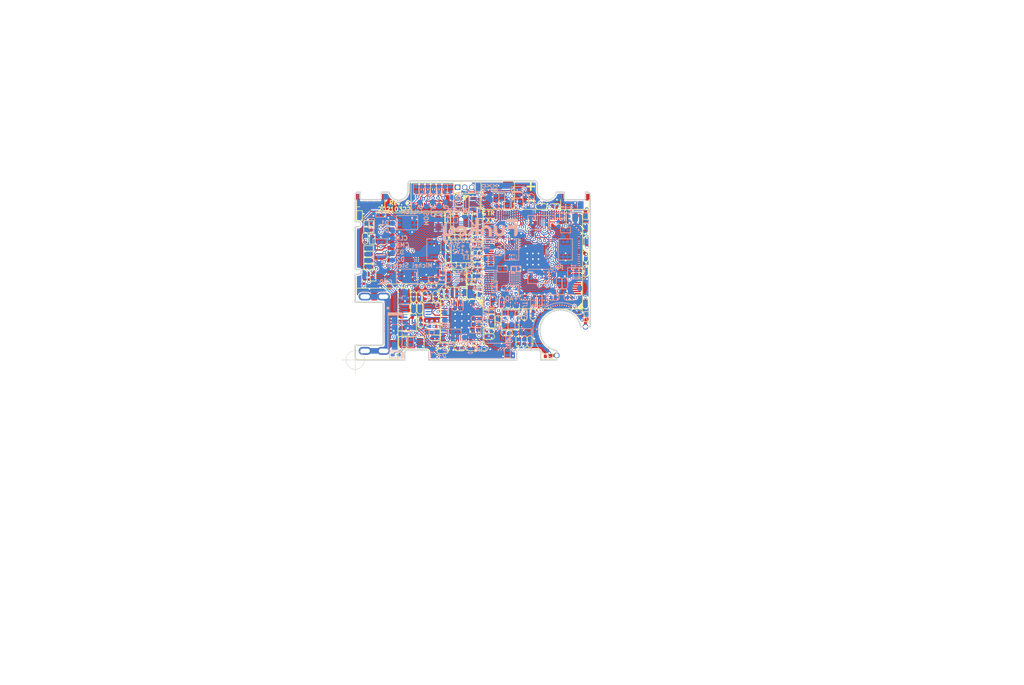
<source format=kicad_pcb>
(kicad_pcb (version 20171130) (host pcbnew 5.1.5+dfsg1-2build2)
  (title_block (title FunKey) (date 2021-03-22) (rev F) (company "Michel Stempin") (comment 1 "© 2017-2021, All rights reserved."))
  (layers (0 Top signal) (1 Gnd power) (2 Power power) (31 Bottom signal) (34 B.Paste user) (35 F.Paste user) (36 B.SilkS user) (37 F.SilkS user) (38 B.Mask user) (39 F.Mask user) (44 Edge.Cuts user))
  (net 0 "")
  (net 1 GND)
  (net 2 +VOUT)
  (net 3 +1V25)
  (net 4 +3V3)
  (net 5 +3V3_AO)
  (net 6 +VUSB)
  (net 7 +VIN)
  (net 8 +3V0)
  (net 9 +VBAT)
  (net 10 +1V8)
  (net 11 PE)
  (net 12 "Net-(U3-Pad128)")
  (net 13 "Net-(U3-Pad121)")
  (net 14 /HPOUTR)
  (net 15 "Net-(U3-Pad119)")
  (net 16 "Net-(U3-Pad114)")
  (net 17 "Net-(U3-Pad113)")
  (net 18 /LRADC0)
  (net 19 /USB_P)
  (net 20 /USB_N)
  (net 21 /SDC0_D1)
  (net 22 /SDC0_D0)
  (net 23 /SDC0_CLK0)
  (net 24 /SDC0_CMD)
  (net 25 /SDC0_D3)
  (net 26 /SDC0_D2)
  (net 27 /~PA_SHDN)
  (net 28 /~RESET)
  (net 29 /X32KIN)
  (net 30 /X32KOUT)
  (net 31 "Net-(U3-Pad94)")
  (net 32 "Net-(U3-Pad92)")
  (net 33 "Net-(U3-Pad91)")
  (net 34 "Net-(U3-Pad90)")
  (net 35 "Net-(U3-Pad89)")
  (net 36 "Net-(U3-Pad87)")
  (net 37 "Net-(U3-Pad86)")
  (net 38 "Net-(U3-Pad84)")
  (net 39 "Net-(U3-Pad83)")
  (net 40 "Net-(U3-Pad82)")
  (net 41 "Net-(U3-Pad81)")
  (net 42 "Net-(U3-Pad78)")
  (net 43 "Net-(U3-Pad77)")
  (net 44 /X24MIN)
  (net 45 /X24MOUT)
  (net 46 /SZQ)
  (net 47 /LCD_RESET)
  (net 48 "Net-(U3-Pad39)")
  (net 49 "Net-(U3-Pad37)")
  (net 50 "Net-(U3-Pad36)")
  (net 51 "Net-(U3-Pad35)")
  (net 52 "Net-(U3-Pad34)")
  (net 53 "Net-(U3-Pad32)")
  (net 54 "Net-(U3-Pad31)")
  (net 55 "Net-(U3-Pad30)")
  (net 56 "Net-(U3-Pad28)")
  (net 57 "Net-(U3-Pad27)")
  (net 58 "Net-(U3-Pad24)")
  (net 59 "Net-(U3-Pad23)")
  (net 60 "Net-(U3-Pad22)")
  (net 61 "Net-(U3-Pad18)")
  (net 62 "Net-(U3-Pad17)")
  (net 63 "Net-(U3-Pad16)")
  (net 64 "Net-(U3-Pad15)")
  (net 65 "Net-(U3-Pad14)")
  (net 66 "Net-(U3-Pad13)")
  (net 67 "Net-(U3-Pad11)")
  (net 68 "Net-(U3-Pad10)")
  (net 69 "Net-(U3-Pad9)")
  (net 70 "Net-(U3-Pad8)")
  (net 71 "Net-(U3-Pad7)")
  (net 72 "Net-(U3-Pad6)")
  (net 73 "Net-(U3-Pad5)")
  (net 74 "Net-(U3-Pad4)")
  (net 75 "Net-(U3-Pad3)")
  (net 76 "Net-(U3-Pad2)")
  (net 77 "Net-(U3-Pad1)")
  (net 78 /PWRON)
  (net 79 /LX1)
  (net 80 /CHSENSE)
  (net 81 /LDO3)
  (net 82 /TS)
  (net 83 /~CHGLED)
  (net 84 "Net-(U5-Pad30)")
  (net 85 /VINT)
  (net 86 /VREF)
  (net 87 /BIAS)
  (net 88 "Net-(U5-Pad20)")
  (net 89 "Net-(U5-Pad19)")
  (net 90 "Net-(U5-Pad18)")
  (net 91 /LX3)
  (net 92 /LDO4)
  (net 93 /LX2)
  (net 94 "Net-(U5-Pad5)")
  (net 95 "Net-(U5-Pad3)")
  (net 96 /POWER)
  (net 97 /FB)
  (net 98 /SW)
  (net 99 /EN)
  (net 100 /TF-VDD)
  (net 101 /USB_ID)
  (net 102 /VBUS)
  (net 103 /SDC0_CLK)
  (net 104 /PA_VDD)
  (net 105 /UART0_TX0)
  (net 106 "Net-(D30-Pad2)")
  (net 107 /PWM)
  (net 108 /SPK+)
  (net 109 /IN)
  (net 110 /SPK-)
  (net 111 /LEDA)
  (net 112 /RR)
  (net 113 /A)
  (net 114 /X)
  (net 115 /B)
  (net 116 /Y)
  (net 117 "Net-(U1-Pad11)")
  (net 118 "Net-(U1-Pad10)")
  (net 119 /FUN)
  (net 120 /START)
  (net 121 /L)
  (net 122 /U)
  (net 123 /RL)
  (net 124 /D)
  (net 125 /R)
  (net 126 "Net-(J3-PadF$1)")
  (net 127 "Net-(J3-PadF$2)")
  (net 128 "Net-(J3-Pad13)")
  (net 129 "Net-(J3-Pad14)")
  (net 130 "Net-(J3-Pad15)")
  (net 131 "Net-(J3-Pad16)")
  (net 132 "Net-(J3-Pad17)")
  (net 133 "Net-(J3-Pad18)")
  (net 134 "Net-(J3-Pad19)")
  (net 135 "Net-(J3-Pad20)")
  (net 136 "Net-(J3-Pad21)")
  (net 137 "Net-(J3-Pad22)")
  (net 138 "Net-(J3-Pad23)")
  (net 139 "Net-(J3-Pad24)")
  (net 140 "Net-(S12-Pad1')")
  (net 141 HPCOM)
  (net 142 HPVCCBP)
  (net 143 RTC-VIO)
  (net 144 VRA2)
  (net 145 SVREF)
  (net 146 VRA1)
  (net 147 /N_OE)
  (net 148 /~SPI_CS)
  (net 149 /SPI_MOSI)
  (net 150 /RS)
  (net 151 /SPI_CLK)
  (net 152 /TE)
  (net 153 /UART0_RX)
  (net 154 /~KEY_IRQ)
  (net 155 /UART0_TX)
  (net 156 /PWM0)
  (net 157 /~PMU_IRQ)
  (net 158 /TWI0_SCK)
  (net 159 /TWI0_SDA)
  (module FunKey:FIDUCIAL (layer Top) (at 115.6462 50.3936)
    (fp_text reference F1 hide)
    (fp_text value FIDUCIAL hide)
    (pad 1 smd circle (at 0 0) (size 1.016 1.016) (layers Top F.Mask) (clearance 0.8))
  )
  (module FunKey:FIDUCIAL (layer Top) (at 82.296 63.119)
    (fp_text reference F2 hide)
    (fp_text value FIDUCIAL hide)
    (pad 1 smd circle (at 0 0) (size 1.016 1.016) (layers Top F.Mask) (clearance 0.8))
  )
  (module FunKey:FIDUCIAL (layer Bottom) (at 82.423 48.641 180)
    (fp_text reference F3 hide)
    (fp_text value FIDUCIAL hide)
    (pad 1 smd circle (at 0 0 180) (size 1.016 1.016) (layers Bottom B.Mask) (clearance 0.8))
  )
  (module FunKey:FIDUCIAL (layer Bottom) (at 116.332 63.373 180)
    (fp_text reference F4 hide)
    (fp_text value FIDUCIAL hide)
    (pad 1 smd circle (at 0 0 180) (size 1.016 1.016) (layers Bottom B.Mask) (clearance 0.8))
  )
  (module FunKey:EVP-AE (layer Top) (at 115.45 47.55 180)
    (fp_text reference S12 hide)
    (fp_text value EVP-AEBB2A hide)
    (pad G$2 smd rect (at 2.35 0.45 270) (size 1.2 0.9) (layers Top F.Paste F.Mask))
    (pad G$1 smd rect (at -2.35 0.45 270) (size 1.2 0.9) (layers Top F.Paste F.Mask))
    (pad 1' smd rect (at 1.15 -0.975 270) (size 1.35 0.8) (layers Top F.Paste F.Mask) (net 140 "Net-(S12-Pad1')"))
    (pad 1 smd rect (at -1.15 -0.975 270) (size 1.35 0.8) (layers Top F.Paste F.Mask) (net 123 /RL))
    (pad 2 smd rect (at 0 -0.975 270) (size 1.35 0.8) (layers Top F.Paste F.Mask) (net 1 GND))
  )
  (module FunKey:EVP-AE (layer Top) (at 78.95 47.55 180)
    (fp_text reference S7 hide)
    (fp_text value EVP-AEBB2A hide)
    (pad G$2 smd rect (at 2.35 0.45 270) (size 1.2 0.9) (layers Top F.Paste F.Mask))
    (pad G$1 smd rect (at -2.35 0.45 270) (size 1.2 0.9) (layers Top F.Paste F.Mask))
    (pad 1' smd rect (at 1.15 -0.975 270) (size 1.35 0.8) (layers Top F.Paste F.Mask) (net 1 GND))
    (pad 1 smd rect (at -1.15 -0.975 270) (size 1.35 0.8) (layers Top F.Paste F.Mask) (net 1 GND))
    (pad 2 smd rect (at 0 -0.975 270) (size 1.35 0.8) (layers Top F.Paste F.Mask) (net 112 /RR))
  )
  (module FunKey:SOT23-3 (layer Bottom) (at 116.459 49.6316 180)
    (fp_text reference Q1 hide)
    (fp_text value IRLML2244TRPBF hide)
    (pad 1 smd rect (at -0.95 -1.1 180) (size 1 1.4) (layers Bottom B.Paste B.Mask) (net 107 /PWM))
    (pad 2 smd rect (at 0.95 -1.1 180) (size 1 1.4) (layers Bottom B.Paste B.Mask) (net 4 +3V3))
    (pad 3 smd rect (at 0 1.1 180) (size 1 1.4) (layers Bottom B.Paste B.Mask) (net 111 /LEDA))
  )
  (module FunKey:SM02B-SRSS-TB (layer Top) (at 102.108 46.736 270)
    (fp_text reference J5 hide)
    (fp_text value SM02B-SRSS-TB hide)
    (pad G$2 smd rect (at 1.8 -1.425) (size 1.8 1.2) (layers Top F.Paste F.Mask) (net 3 +1V25))
    (pad G$1 smd rect (at -1.8 -1.425) (size 1.8 1.2) (layers Top F.Paste F.Mask) (net 1 GND))
    (pad 2 smd rect (at 0.5 2.45) (size 1.55 0.6) (layers Top F.Paste F.Mask) (net 1 GND))
    (pad 1 smd rect (at -0.5 2.45) (size 1.55 0.6) (layers Top F.Paste F.Mask) (net 9 +VBAT))
  )
  (module FunKey:CDM-10008 (layer Bottom) (at 112.9 70.95 180)
    (fp_text reference SP1 hide)
    (fp_text value CDM-10008 hide)
  )
  (module FunKey:TSOT26 (layer Bottom) (at 105.791 72.517 90)
    (fp_text reference U2 hide)
    (fp_text value PAM8301AAF hide)
    (pad 6 smd rect (at 1.0995 0.95 90) (size 1 0.7) (layers Bottom B.Paste B.Mask) (net 108 /SPK+))
    (pad 5 smd rect (at 1.0995 0 90) (size 1 0.7) (layers Bottom B.Paste B.Mask) (net 104 /PA_VDD))
    (pad 4 smd rect (at 1.0995 -0.95 90) (size 1 0.7) (layers Bottom B.Paste B.Mask) (net 27 /~PA_SHDN))
    (pad 3 smd rect (at -1.0995 -0.95 90) (size 1 0.7) (layers Bottom B.Paste B.Mask) (net 109 /IN))
    (pad 2 smd rect (at -1.0995 0 90) (size 1 0.7) (layers Bottom B.Paste B.Mask) (net 1 GND))
    (pad 1 smd rect (at -1.0995 0.95 90) (size 1 0.7) (layers Bottom B.Paste B.Mask) (net 110 /SPK-))
  )
  (module FunKey:MK24 (layer Bottom) (at 83.312 71.374 90)
    (fp_text reference S14 hide)
    (fp_text value MK24-A-3 hide)
    (pad 2 smd rect (at 2.3 0) (size 1.2 1.4) (layers Bottom B.Paste B.Mask) (net 147 /N_OE))
    (pad 1 smd rect (at -2.3 0) (size 1.2 1.4) (layers Bottom B.Paste B.Mask) (net 2 +VOUT))
  )
  (module FunKey:QFN24 (layer Bottom) (at 87.122 67.31 180)
    (fp_text reference U1 hide)
    (fp_text value PCAL6416AHF,128 hide)
    (pad 24 smd rect (at -1.25 2.05 270) (size 0.9 0.24) (layers Bottom B.Paste B.Mask) (net 28 /~RESET))
    (pad 23 smd rect (at -0.75 2.05 270) (size 0.9 0.24) (layers Bottom B.Paste B.Mask) (net 4 +3V3))
    (pad 22 smd rect (at -0.25 2.05 270) (size 0.9 0.24) (layers Bottom B.Paste B.Mask) (net 154 /~KEY_IRQ))
    (pad 21 smd rect (at 0.25 2.05 270) (size 0.9 0.24) (layers Bottom B.Paste B.Mask) (net 4 +3V3))
    (pad 25 smd rect (at 0 0 180) (size 2.1 2.1) (layers Bottom B.Mask) (net 1 GND))
    (pad 20 smd rect (at 0.75 2.05 270) (size 0.9 0.24) (layers Bottom B.Paste B.Mask) (net 159 /TWI0_SDA))
    (pad 19 smd rect (at 1.25 2.05 270) (size 0.9 0.24) (layers Bottom B.Paste B.Mask) (net 158 /TWI0_SCK))
    (pad 18 smd rect (at 2.05 1.25 180) (size 0.9 0.24) (layers Bottom B.Paste B.Mask) (net 1 GND))
    (pad 17 smd rect (at 2.05 0.75 180) (size 0.9 0.24) (layers Bottom B.Paste B.Mask) (net 112 /RR))
    (pad 16 smd rect (at 2.05 0.25) (size 0.9 0.24) (layers Bottom B.Paste B.Mask) (net 113 /A))
    (pad 15 smd rect (at 2.05 -0.25) (size 0.9 0.24) (layers Bottom B.Paste B.Mask) (net 114 /X))
    (pad 14 smd rect (at 2.05 -0.75) (size 0.9 0.24) (layers Bottom B.Paste B.Mask) (net 115 /B))
    (pad 13 smd rect (at 2.05 -1.25) (size 0.9 0.24) (layers Bottom B.Paste B.Mask) (net 116 /Y))
    (pad 12 smd rect (at 1.25 -2.05 270) (size 0.9 0.24) (layers Bottom B.Paste B.Mask) (net 147 /N_OE))
    (pad 11 smd rect (at 0.75 -2.05 90) (size 0.9 0.24) (layers Bottom B.Paste B.Mask) (net 117 "Net-(U1-Pad11)"))
    (pad 10 smd rect (at 0.25 -2.05 90) (size 0.9 0.24) (layers Bottom B.Paste B.Mask) (net 118 "Net-(U1-Pad10)"))
    (pad 9 smd rect (at -0.25 -2.05 90) (size 0.9 0.24) (layers Bottom B.Paste B.Mask) (net 1 GND))
    (pad 8 smd rect (at -0.75 -2.05 90) (size 0.9 0.24) (layers Bottom B.Paste B.Mask) (net 119 /FUN))
    (pad 7 smd rect (at -1.25 -2.05 90) (size 0.9 0.24) (layers Bottom B.Paste B.Mask) (net 120 /START))
    (pad 6 smd rect (at -2.05 -1.25) (size 0.9 0.24) (layers Bottom B.Paste B.Mask) (net 28 /~RESET))
    (pad 5 smd rect (at -2.05 -0.75 180) (size 0.9 0.24) (layers Bottom B.Paste B.Mask) (net 121 /L))
    (pad 4 smd rect (at -2.05 -0.25 180) (size 0.9 0.24) (layers Bottom B.Paste B.Mask) (net 122 /U))
    (pad 3 smd rect (at -2.05 0.25 180) (size 0.9 0.24) (layers Bottom B.Paste B.Mask) (net 123 /RL))
    (pad 2 smd rect (at -2.05 0.75 180) (size 0.9 0.24) (layers Bottom B.Paste B.Mask) (net 124 /D))
    (pad 1 smd rect (at -2.05 1.25 180) (size 0.9 0.24) (layers Bottom B.Paste B.Mask) (net 125 /R))
  )
  (module FunKey:EVP-BB (layer Bottom) (at 97.2 47.95 90)
    (fp_text reference S13 hide)
    (fp_text value EVP-BB2A9B000 hide)
    (pad B' smd rect (at 1.325 -0.375 90) (size 0.55 0.55) (layers Bottom B.Paste B.Mask) (net 1 GND))
    (pad B smd rect (at 1.325 0.375 90) (size 0.55 0.55) (layers Bottom B.Paste B.Mask) (net 1 GND))
    (pad A' smd rect (at -1.325 -0.375 90) (size 0.55 0.55) (layers Bottom B.Paste B.Mask) (net 96 /POWER))
    (pad A smd rect (at -1.325 0.375 90) (size 0.55 0.55) (layers Bottom B.Paste B.Mask) (net 96 /POWER))
  )
  (module FunKey:EVP-BB (layer Bottom) (at 85.45 51.65 180)
    (fp_text reference S8 hide)
    (fp_text value EVP-BB1AAB000 hide)
    (pad B' smd rect (at 1.325 -0.375 180) (size 0.55 0.55) (layers Bottom B.Paste B.Mask) (net 116 /Y))
    (pad B smd rect (at 1.325 0.375 180) (size 0.55 0.55) (layers Bottom B.Paste B.Mask) (net 116 /Y))
    (pad A' smd rect (at -1.325 -0.375 180) (size 0.55 0.55) (layers Bottom B.Paste B.Mask) (net 1 GND))
    (pad A smd rect (at -1.325 0.375 180) (size 0.55 0.55) (layers Bottom B.Paste B.Mask) (net 1 GND))
  )
  (module FunKey:EVP-BB (layer Bottom) (at 90.25 56.45 270)
    (fp_text reference S9 hide)
    (fp_text value EVP-BB1AAB000 hide)
    (pad B' smd rect (at 1.325 -0.375 270) (size 0.55 0.55) (layers Bottom B.Paste B.Mask) (net 114 /X))
    (pad B smd rect (at 1.325 0.375 270) (size 0.55 0.55) (layers Bottom B.Paste B.Mask) (net 114 /X))
    (pad A' smd rect (at -1.325 -0.375 270) (size 0.55 0.55) (layers Bottom B.Paste B.Mask) (net 1 GND))
    (pad A smd rect (at -1.325 0.375 270) (size 0.55 0.55) (layers Bottom B.Paste B.Mask) (net 1 GND))
  )
  (module FunKey:EVP-BB (layer Bottom) (at 85.45 61.25)
    (fp_text reference S10 hide)
    (fp_text value EVP-BB1AAB000 hide)
    (pad B' smd rect (at 1.325 -0.375) (size 0.55 0.55) (layers Bottom B.Paste B.Mask) (net 113 /A))
    (pad B smd rect (at 1.325 0.375) (size 0.55 0.55) (layers Bottom B.Paste B.Mask) (net 113 /A))
    (pad A' smd rect (at -1.325 -0.375) (size 0.55 0.55) (layers Bottom B.Paste B.Mask) (net 1 GND))
    (pad A smd rect (at -1.325 0.375) (size 0.55 0.55) (layers Bottom B.Paste B.Mask) (net 1 GND))
  )
  (module FunKey:EVP-BB (layer Bottom) (at 80.65 56.45 90)
    (fp_text reference S11 hide)
    (fp_text value EVP-BB1AAB000 hide)
    (pad B' smd rect (at 1.325 -0.375 90) (size 0.55 0.55) (layers Bottom B.Paste B.Mask) (net 115 /B))
    (pad B smd rect (at 1.325 0.375 90) (size 0.55 0.55) (layers Bottom B.Paste B.Mask) (net 115 /B))
    (pad A' smd rect (at -1.325 -0.375 90) (size 0.55 0.55) (layers Bottom B.Paste B.Mask) (net 1 GND))
    (pad A smd rect (at -1.325 0.375 90) (size 0.55 0.55) (layers Bottom B.Paste B.Mask) (net 1 GND))
  )
  (module FunKey:EVP-BB (layer Bottom) (at 108.95 51.64)
    (fp_text reference S3 hide)
    (fp_text value EVP-BB1AAB000 hide)
    (pad B' smd rect (at 1.325 -0.375) (size 0.55 0.55) (layers Bottom B.Paste B.Mask) (net 122 /U))
    (pad B smd rect (at 1.325 0.375) (size 0.55 0.55) (layers Bottom B.Paste B.Mask) (net 122 /U))
    (pad A' smd rect (at -1.325 -0.375) (size 0.55 0.55) (layers Bottom B.Paste B.Mask) (net 1 GND))
    (pad A smd rect (at -1.325 0.375) (size 0.55 0.55) (layers Bottom B.Paste B.Mask) (net 1 GND))
  )
  (module FunKey:EVP-BB (layer Bottom) (at 113.75 56.45 90)
    (fp_text reference S4 hide)
    (fp_text value EVP-BB1AAB000 hide)
    (pad B' smd rect (at 1.325 -0.375 90) (size 0.55 0.55) (layers Bottom B.Paste B.Mask) (net 121 /L))
    (pad B smd rect (at 1.325 0.375 90) (size 0.55 0.55) (layers Bottom B.Paste B.Mask) (net 121 /L))
    (pad A' smd rect (at -1.325 -0.375 90) (size 0.55 0.55) (layers Bottom B.Paste B.Mask) (net 1 GND))
    (pad A smd rect (at -1.325 0.375 90) (size 0.55 0.55) (layers Bottom B.Paste B.Mask) (net 1 GND))
  )
  (module FunKey:EVP-BB (layer Bottom) (at 108.95 61.26 180)
    (fp_text reference S5 hide)
    (fp_text value EVP-BB1AAB000 hide)
    (pad B' smd rect (at 1.325 -0.375 180) (size 0.55 0.55) (layers Bottom B.Paste B.Mask) (net 124 /D))
    (pad B smd rect (at 1.325 0.375 180) (size 0.55 0.55) (layers Bottom B.Paste B.Mask) (net 124 /D))
    (pad A' smd rect (at -1.325 -0.375 180) (size 0.55 0.55) (layers Bottom B.Paste B.Mask) (net 1 GND))
    (pad A smd rect (at -1.325 0.375 180) (size 0.55 0.55) (layers Bottom B.Paste B.Mask) (net 1 GND))
  )
  (module FunKey:EVP-BB (layer Bottom) (at 104.15 56.45 270)
    (fp_text reference S6 hide)
    (fp_text value EVP-BB1AAB000 hide)
    (pad B' smd rect (at 1.325 -0.375 270) (size 0.55 0.55) (layers Bottom B.Paste B.Mask) (net 125 /R))
    (pad B smd rect (at 1.325 0.375 270) (size 0.55 0.55) (layers Bottom B.Paste B.Mask) (net 125 /R))
    (pad A' smd rect (at -1.325 -0.375 270) (size 0.55 0.55) (layers Bottom B.Paste B.Mask) (net 1 GND))
    (pad A smd rect (at -1.325 0.375 270) (size 0.55 0.55) (layers Bottom B.Paste B.Mask) (net 1 GND))
  )
  (module FunKey:EVP-BB (layer Bottom) (at 93.2 71.95 180)
    (fp_text reference S1 hide)
    (fp_text value EVP-BB2A9B000 hide)
    (pad B' smd rect (at 1.325 -0.375 180) (size 0.55 0.55) (layers Bottom B.Paste B.Mask) (net 120 /START))
    (pad B smd rect (at 1.325 0.375 180) (size 0.55 0.55) (layers Bottom B.Paste B.Mask) (net 120 /START))
    (pad A' smd rect (at -1.325 -0.375 180) (size 0.55 0.55) (layers Bottom B.Paste B.Mask) (net 1 GND))
    (pad A smd rect (at -1.325 0.375 180) (size 0.55 0.55) (layers Bottom B.Paste B.Mask) (net 1 GND))
  )
  (module FunKey:EVP-BB (layer Bottom) (at 101.2 71.95)
    (fp_text reference S2 hide)
    (fp_text value EVP-BB2A9B000 hide)
    (pad B' smd rect (at 1.325 -0.375) (size 0.55 0.55) (layers Bottom B.Paste B.Mask) (net 119 /FUN))
    (pad B smd rect (at 1.325 0.375) (size 0.55 0.55) (layers Bottom B.Paste B.Mask) (net 119 /FUN))
    (pad A' smd rect (at -1.325 -0.375) (size 0.55 0.55) (layers Bottom B.Paste B.Mask) (net 1 GND))
    (pad A smd rect (at -1.325 0.375) (size 0.55 0.55) (layers Bottom B.Paste B.Mask) (net 1 GND))
  )
  (module FunKey:TEST_PAD (layer Bottom) (at 99.3648 58.1406 90)
    (fp_text reference TP1 hide)
    (fp_text value RESET (at -0.1524 -4.1148 180) (layer B.SilkS) (effects (font (size 0.77216 0.77216) (thickness 0.154432)) (justify right bottom mirror)))
    (pad 1 smd circle (at 0 0 90) (size 1 1) (layers Bottom B.Mask) (net 28 /~RESET))
  )
  (module FunKey:TEST_PAD (layer Bottom) (at 111.633 60.96 90)
    (fp_text reference TP2 hide)
    (fp_text value PMU (at 0.762 -0.762 180) (layer B.SilkS) (effects (font (size 0.77216 0.77216) (thickness 0.154432)) (justify right bottom mirror)))
    (pad 1 smd circle (at 0 0 90) (size 1 1) (layers Bottom B.Mask) (net 157 /~PMU_IRQ))
  )
  (module FunKey:TEST_PAD (layer Bottom) (at 98.171 64.516 90)
    (fp_text reference TP3 hide)
    (fp_text value SDA (at 0.635 -1.143 180) (layer B.SilkS) (effects (font (size 0.77216 0.77216) (thickness 0.154432)) (justify right bottom mirror)))
    (pad 1 smd circle (at 0 0 90) (size 1 1) (layers Bottom B.Mask) (net 159 /TWI0_SDA))
  )
  (module FunKey:TEST_PAD (layer Bottom) (at 97.1296 65.786 90)
    (fp_text reference TP4 hide)
    (fp_text value SCL (at -1.016 -0.1016 180) (layer B.SilkS) (effects (font (size 0.77216 0.77216) (thickness 0.154432)) (justify right bottom mirror)))
    (pad 1 smd circle (at 0 0 90) (size 1 1) (layers Bottom B.Mask) (net 158 /TWI0_SCK))
  )
  (module FunKey:TEST_PAD (layer Bottom) (at 92.329 48.006 90)
    (fp_text reference TP5 hide)
    (fp_text value C/D (at -0.381 -0.381 270 unlocked) (layer B.SilkS) (effects (font (size 0.77216 0.77216) (thickness 0.154432)) (justify right bottom mirror)))
    (pad 1 smd circle (at 0 0 90) (size 1 1) (layers Bottom B.Mask) (net 150 /RS))
  )
  (module FunKey:TEST_PAD (layer Bottom) (at 90.043 48.006 90)
    (fp_text reference TP6 hide)
    (fp_text value CLK (at -0.381 -0.381 270 unlocked) (layer B.SilkS) (effects (font (size 0.77216 0.77216) (thickness 0.154432)) (justify right bottom mirror)))
    (pad 1 smd circle (at 0 0 90) (size 1 1) (layers Bottom B.Mask) (net 151 /SPI_CLK))
  )
  (module FunKey:TEST_PAD (layer Bottom) (at 88.9 48.768 90)
    (fp_text reference TP7 hide)
    (fp_text value MOSI (at -0.508 -0.508 270 unlocked) (layer B.SilkS) (effects (font (size 0.77216 0.77216) (thickness 0.154432)) (justify right bottom mirror)))
    (pad 1 smd circle (at 0 0 90) (size 1 1) (layers Bottom B.Mask) (net 149 /SPI_MOSI))
  )
  (module FunKey:TEST_PAD (layer Bottom) (at 87.757 48.006 90)
    (fp_text reference TP8 hide)
    (fp_text value CS (at -0.508 -0.508 270 unlocked) (layer B.SilkS) (effects (font (size 0.77216 0.77216) (thickness 0.154432)) (justify right bottom mirror)))
    (pad 1 smd circle (at 0 0 90) (size 1 1) (layers Bottom B.Mask) (net 148 /~SPI_CS))
  )
  (module FunKey:TEST_PAD (layer Bottom) (at 100.711 56.007 90)
    (fp_text reference TP10 hide)
    (fp_text value KEY (at 0.508 0.762 270 unlocked) (layer B.SilkS) (effects (font (size 0.77216 0.77216) (thickness 0.154432)) (justify right bottom mirror)))
    (pad 1 smd circle (at 0 0 90) (size 1 1) (layers Bottom B.Mask) (net 154 /~KEY_IRQ))
  )
  (module FunKey:TEST_PAD (layer Bottom) (at 102.743 69.977 90)
    (fp_text reference TP11 hide)
    (fp_text value PA (at 0.889 -1.524 270 unlocked) (layer B.SilkS) (effects (font (size 0.77216 0.77216) (thickness 0.154432)) (justify right bottom mirror)))
    (pad 1 smd circle (at 0 0 90) (size 1 1) (layers Bottom B.Mask) (net 27 /~PA_SHDN))
  )
  (module FunKey:TEST_PAD (layer Bottom) (at 103.759 71.501 90)
    (fp_text reference TP12 hide)
    (fp_text value HP (at -0.508 -0.762 270 unlocked) (layer B.SilkS) (effects (font (size 0.77216 0.77216) (thickness 0.154432)) (justify right bottom mirror)))
    (pad 1 smd circle (at 0 0 90) (size 1 1) (layers Bottom B.Mask) (net 109 /IN))
  )
  (module FunKey:TEST_PAD (layer Bottom) (at 92.456 57.785 90)
    (fp_text reference TP13 hide)
    (fp_text value +1V25 (at 0.508 0.254 180) (layer B.SilkS) (effects (font (size 0.77216 0.77216) (thickness 0.154432)) (justify right bottom mirror)))
    (pad 1 smd circle (at 0 0 90) (size 1 1) (layers Bottom B.Mask) (net 3 +1V25))
  )
  (module FunKey:TEST_PAD (layer Bottom) (at 92.202 67.818 90)
    (fp_text reference TP14 hide)
    (fp_text value +3V3 (at 0.889 -1.905 180) (layer B.SilkS) (effects (font (size 0.77216 0.77216) (thickness 0.154432)) (justify right bottom mirror)))
    (pad 1 smd circle (at 0 0 90) (size 1 1) (layers Bottom B.Mask) (net 4 +3V3))
  )
  (module FunKey:TEST_PAD (layer Bottom) (at 103.505 66.294 90)
    (fp_text reference TP15 hide)
    (fp_text value +AO (at 0.635 -0.635 180) (layer B.SilkS) (effects (font (size 0.77216 0.77216) (thickness 0.154432)) (justify right bottom mirror)))
    (pad 1 smd circle (at 0 0 90) (size 1 1) (layers Bottom B.Mask) (net 5 +3V3_AO))
  )
  (module FunKey:TEST_PAD (layer Bottom) (at 99.695 56.6928 90)
    (fp_text reference TP16 hide)
    (fp_text value +1V8 (at 0.4318 -3.302 180) (layer B.SilkS) (effects (font (size 0.77216 0.77216) (thickness 0.154432)) (justify right bottom mirror)))
    (pad 1 smd circle (at 0 0 90) (size 1 1) (layers Bottom B.Mask) (net 10 +1V8))
  )
  (module FunKey:TEST_PAD (layer Bottom) (at 92.202 56.007 270)
    (fp_text reference TP17 hide)
    (fp_text value +3V0 (at 0.254 -0.508 180) (layer B.SilkS) (effects (font (size 0.77216 0.77216) (thickness 0.154432)) (justify right bottom mirror)))
    (pad 1 smd circle (at 0 0 270) (size 1 1) (layers Bottom B.Mask) (net 8 +3V0))
  )
  (module FunKey:TEST_PAD (layer Bottom) (at 95.758 72.136 90)
    (fp_text reference TP19 hide)
    (fp_text value +VUSB (at -1.524 -0.635 180) (layer B.SilkS) (effects (font (size 0.77216 0.77216) (thickness 0.154432)) (justify right bottom mirror)))
    (pad 1 smd circle (at 0 0 90) (size 1 1) (layers Bottom B.Mask) (net 6 +VUSB))
  )
  (module FunKey:TEST_PAD (layer Bottom) (at 100.584 69.977 90)
    (fp_text reference TP20 hide)
    (fp_text value +VBAT (at 3.048 -1.524 270 unlocked) (layer B.SilkS) (effects (font (size 0.77216 0.77216) (thickness 0.154432)) (justify right bottom mirror)))
    (pad 1 smd circle (at 0 0 90) (size 1 1) (layers Bottom B.Mask) (net 9 +VBAT))
  )
  (module FunKey:TEST_PAD (layer Bottom) (at 96.774 74.422 90)
    (fp_text reference TP21 hide)
    (fp_text value CHG (at -0.381 0.508 180) (layer B.SilkS) (effects (font (size 0.77216 0.77216) (thickness 0.154432)) (justify right bottom mirror)))
    (pad 1 smd circle (at 0 0 90) (size 1 1) (layers Bottom B.Mask) (net 83 /~CHGLED))
  )
  (module FunKey:TEST_PAD (layer Bottom) (at 95.758 50.546 90)
    (fp_text reference TP22 hide)
    (fp_text value POWER (at 0.508 -3.175 180) (layer B.SilkS) (effects (font (size 0.77216 0.77216) (thickness 0.154432)) (justify right bottom mirror)))
    (pad 1 smd circle (at 0 0 90) (size 1 1) (layers Bottom B.Mask) (net 96 /POWER))
  )
  (module FunKey:TEST_PAD (layer Bottom) (at 105.029 66.548 90)
    (fp_text reference TP23 hide)
    (fp_text value +VOUT (at 0.889 1.016 270 unlocked) (layer B.SilkS) (effects (font (size 0.77216 0.77216) (thickness 0.154432)) (justify right bottom mirror)))
    (pad 1 smd circle (at 0 0 90) (size 1 1) (layers Bottom B.Mask) (net 2 +VOUT))
  )
  (module FunKey:TEST_PAD (layer Bottom) (at 93.599 47.244 180)
    (fp_text reference TP18 hide)
    (fp_text value LCDR (at -0.635 1.27 270 unlocked) (layer B.SilkS) (effects (font (size 0.77216 0.77216) (thickness 0.154432)) (justify right bottom mirror)))
    (pad 1 smd circle (at 0 0 180) (size 1 1) (layers Bottom B.Mask) (net 47 /LCD_RESET))
  )
  (module FunKey:TEST_PAD (layer Bottom) (at 86.614 48.768 180)
    (fp_text reference TP24 hide)
    (fp_text value LEDA (at 2.286 -1.397) (layer B.SilkS) (effects (font (size 0.77216 0.77216) (thickness 0.154432)) (justify right bottom mirror)))
    (pad 1 smd circle (at 0 0 180) (size 1 1) (layers Bottom B.Mask) (net 111 /LEDA))
  )
  (module FunKey:TEST_PAD (layer Bottom) (at 92.202 69.088 180)
    (fp_text reference TP9 hide)
    (fp_text value NOE (at 1.397 -1.397) (layer B.SilkS) (effects (font (size 0.77216 0.77216) (thickness 0.154432)) (justify right bottom mirror)))
    (pad 1 smd circle (at 0 0 180) (size 1 1) (layers Bottom B.Mask) (net 147 /N_OE))
  )
  (module FunKey:TEST_PAD (layer Bottom) (at 79.756 62.23 180)
    (fp_text reference TP25 hide)
    (fp_text value GND (at -0.635 -0.508) (layer B.SilkS) (effects (font (size 0.77216 0.77216) (thickness 0.154432)) (justify right bottom mirror)))
    (pad 1 smd circle (at 0 0 180) (size 1 1) (layers Bottom B.Mask) (net 1 GND))
  )
  (module FunKey:TEST_PAD (layer Bottom) (at 89.9922 74.2442 180)
    (fp_text reference TP26 hide)
    (fp_text value D- (at -0.6858 -0.381) (layer B.SilkS) (effects (font (size 0.77216 0.77216) (thickness 0.154432)) (justify right bottom mirror)))
    (pad 1 smd circle (at 0 0 180) (size 1 1) (layers Bottom B.Mask) (net 20 /USB_N))
  )
  (module FunKey:TEST_PAD (layer Bottom) (at 90.17 75.438 180)
    (fp_text reference TP27 hide)
    (fp_text value D+ (at -0.508 -0.381) (layer B.SilkS) (effects (font (size 0.77216 0.77216) (thickness 0.154432)) (justify right bottom mirror)))
    (pad 1 smd circle (at 0 0 180) (size 1 1) (layers Bottom B.Mask) (net 19 /USB_P))
  )
  (module FunKey:TEST_PAD (layer Bottom) (at 82.8548 51.7652 180)
    (fp_text reference TP28 hide)
    (fp_text value D1 (at 2.2098 -0.381) (layer B.SilkS) (effects (font (size 0.77216 0.77216) (thickness 0.154432)) (justify right bottom mirror)))
    (pad 1 smd circle (at 0 0 180) (size 1 1) (layers Bottom B.Mask) (net 21 /SDC0_D1))
  )
  (module FunKey:TEST_PAD (layer Bottom) (at 82.8548 53.086 180)
    (fp_text reference TP29 hide)
    (fp_text value D0 (at 2.2098 -0.381) (layer B.SilkS) (effects (font (size 0.77216 0.77216) (thickness 0.154432)) (justify right bottom mirror)))
    (pad 1 smd circle (at 0 0 180) (size 1 1) (layers Bottom B.Mask) (net 22 /SDC0_D0))
  )
  (module FunKey:TEST_PAD (layer Bottom) (at 82.8548 54.4068 180)
    (fp_text reference TP30 hide)
    (fp_text value CLK (at -0.4572 -0.4572) (layer B.SilkS) (effects (font (size 0.77216 0.77216) (thickness 0.154432)) (justify right bottom mirror)))
    (pad 1 smd circle (at 0 0 180) (size 1 1) (layers Bottom B.Mask) (net 103 /SDC0_CLK))
  )
  (module FunKey:TEST_PAD (layer Bottom) (at 82.8548 55.7276 180)
    (fp_text reference TP31 hide)
    (fp_text value CMD (at -0.4572 -0.381) (layer B.SilkS) (effects (font (size 0.77216 0.77216) (thickness 0.154432)) (justify right bottom mirror)))
    (pad 1 smd circle (at 0 0 180) (size 1 1) (layers Bottom B.Mask) (net 24 /SDC0_CMD))
  )
  (module FunKey:TEST_PAD (layer Bottom) (at 82.8548 57.0484 180)
    (fp_text reference TP32 hide)
    (fp_text value D3 (at -0.4572 -0.3556) (layer B.SilkS) (effects (font (size 0.77216 0.77216) (thickness 0.154432)) (justify right bottom mirror)))
    (pad 1 smd circle (at 0 0 180) (size 1 1) (layers Bottom B.Mask) (net 25 /SDC0_D3))
  )
  (module FunKey:TEST_PAD (layer Bottom) (at 82.8548 58.3692 180)
    (fp_text reference TP33 hide)
    (fp_text value D2 (at -0.5842 -0.3048) (layer B.SilkS) (effects (font (size 0.77216 0.77216) (thickness 0.154432)) (justify right bottom mirror)))
    (pad 1 smd circle (at 0 0 180) (size 1 1) (layers Bottom B.Mask) (net 26 /SDC0_D2))
  )
  (module FunKey:TEST_PAD (layer Bottom) (at 91.186 48.768 180)
    (fp_text reference TP34 hide)
    (fp_text value TE (at 0.508 -0.508 270 unlocked) (layer B.SilkS) (effects (font (size 0.77216 0.77216) (thickness 0.154432)) (justify right bottom mirror)))
    (pad 1 smd circle (at 0 0 180) (size 1 1) (layers Bottom B.Mask) (net 152 /TE))
  )
  (module FunKey:ELQFP-128 (layer Top) (at 107.95 58.166 180)
    (fp_text reference U3 hide)
    (fp_text value V3S hide)
    (pad GND$9 thru_hole circle (at 1 1 180) (size 0.6096 0.6096) (drill 0.3048) (layers *.Cu *.Mask) (net 1 GND))
    (pad GND$8 thru_hole circle (at 0 1 180) (size 0.6096 0.6096) (drill 0.3048) (layers *.Cu *.Mask) (net 1 GND))
    (pad GND$7 thru_hole circle (at -1 1 180) (size 0.6096 0.6096) (drill 0.3048) (layers *.Cu *.Mask) (net 1 GND))
    (pad GND$6 thru_hole circle (at 1 0 180) (size 0.6096 0.6096) (drill 0.3048) (layers *.Cu *.Mask) (net 1 GND))
    (pad GND$5 thru_hole circle (at 0 0 180) (size 0.6096 0.6096) (drill 0.3048) (layers *.Cu *.Mask) (net 1 GND))
    (pad GND$4 thru_hole circle (at -1 0 180) (size 0.6096 0.6096) (drill 0.3048) (layers *.Cu *.Mask) (net 1 GND))
    (pad GND$3 thru_hole circle (at 1 -1 180) (size 0.6096 0.6096) (drill 0.3048) (layers *.Cu *.Mask) (net 1 GND))
    (pad GND$2 thru_hole circle (at 0 -1 180) (size 0.6096 0.6096) (drill 0.3048) (layers *.Cu *.Mask) (net 1 GND))
    (pad GND$1 thru_hole circle (at -1 -1 180) (size 0.6096 0.6096) (drill 0.3048) (layers *.Cu *.Mask) (net 1 GND))
    (pad 128 smd rect (at -6.2 -7.8 90) (size 1.6 0.2475) (layers Top F.Paste F.Mask) (net 12 "Net-(U3-Pad128)"))
    (pad 127 smd rect (at -5.8 -7.8 90) (size 1.6 0.2475) (layers Top F.Paste F.Mask) (net 4 +3V3))
    (pad 126 smd rect (at -5.4 -7.8 90) (size 1.6 0.2475) (layers Top F.Paste F.Mask) (net 3 +1V25))
    (pad 125 smd rect (at -5 -7.8 90) (size 1.6 0.2475) (layers Top F.Paste F.Mask) (net 141 HPCOM))
    (pad 124 smd rect (at -4.6 -7.8 90) (size 1.6 0.2475) (layers Top F.Paste F.Mask) (net 141 HPCOM))
    (pad 123 smd rect (at -4.2 -7.8 90) (size 1.6 0.2475) (layers Top F.Paste F.Mask) (net 142 HPVCCBP))
    (pad 122 smd rect (at -3.8 -7.8 90) (size 1.6 0.2475) (layers Top F.Paste F.Mask) (net 4 +3V3))
    (pad 121 smd rect (at -3.4 -7.8 90) (size 1.6 0.2475) (layers Top F.Paste F.Mask) (net 13 "Net-(U3-Pad121)"))
    (pad 120 smd rect (at -3 -7.8 90) (size 1.6 0.2475) (layers Top F.Paste F.Mask) (net 14 /HPOUTR))
    (pad 119 smd rect (at -2.6 -7.8 90) (size 1.6 0.2475) (layers Top F.Paste F.Mask) (net 15 "Net-(U3-Pad119)"))
    (pad 118 smd rect (at -2.2 -7.8 90) (size 1.6 0.2475) (layers Top F.Paste F.Mask) (net 144 VRA2))
    (pad 117 smd rect (at -1.8 -7.8 90) (size 1.6 0.2475) (layers Top F.Paste F.Mask) (net 146 VRA1))
    (pad 116 smd rect (at -1.4 -7.8 90) (size 1.6 0.2475) (layers Top F.Paste F.Mask) (net 1 GND))
    (pad 115 smd rect (at -1 -7.8 90) (size 1.6 0.2475) (layers Top F.Paste F.Mask) (net 8 +3V0))
    (pad 114 smd rect (at -0.6 -7.8 90) (size 1.6 0.2475) (layers Top F.Paste F.Mask) (net 16 "Net-(U3-Pad114)"))
    (pad 113 smd rect (at -0.2 -7.8 90) (size 1.6 0.2475) (layers Top F.Paste F.Mask) (net 17 "Net-(U3-Pad113)"))
    (pad 112 smd rect (at 0.2 -7.8 90) (size 1.6 0.2475) (layers Top F.Paste F.Mask) (net 18 /LRADC0))
    (pad 111 smd rect (at 0.6 -7.8 90) (size 1.6 0.2475) (layers Top F.Paste F.Mask) (net 19 /USB_P))
    (pad 110 smd rect (at 1 -7.8 90) (size 1.6 0.2475) (layers Top F.Paste F.Mask) (net 20 /USB_N))
    (pad 109 smd rect (at 1.4 -7.8 90) (size 1.6 0.2475) (layers Top F.Paste F.Mask) (net 4 +3V3))
    (pad 108 smd rect (at 1.8 -7.8 90) (size 1.6 0.2475) (layers Top F.Paste F.Mask) (net 3 +1V25))
    (pad 107 smd rect (at 2.2 -7.8 90) (size 1.6 0.2475) (layers Top F.Paste F.Mask) (net 21 /SDC0_D1))
    (pad 106 smd rect (at 2.6 -7.8 90) (size 1.6 0.2475) (layers Top F.Paste F.Mask) (net 22 /SDC0_D0))
    (pad 105 smd rect (at 3 -7.8 90) (size 1.6 0.2475) (layers Top F.Paste F.Mask) (net 23 /SDC0_CLK0))
    (pad 104 smd rect (at 3.4 -7.8 90) (size 1.6 0.2475) (layers Top F.Paste F.Mask) (net 4 +3V3))
    (pad 103 smd rect (at 3.8 -7.8 90) (size 1.6 0.2475) (layers Top F.Paste F.Mask) (net 24 /SDC0_CMD))
    (pad 102 smd rect (at 4.2 -7.8 90) (size 1.6 0.2475) (layers Top F.Paste F.Mask) (net 25 /SDC0_D3))
    (pad 101 smd rect (at 4.6 -7.8 90) (size 1.6 0.2475) (layers Top F.Paste F.Mask) (net 26 /SDC0_D2))
    (pad 100 smd rect (at 5 -7.8 90) (size 1.6 0.2475) (layers Top F.Paste F.Mask) (net 27 /~PA_SHDN))
    (pad 99 smd rect (at 5.4 -7.8 90) (size 1.6 0.2475) (layers Top F.Paste F.Mask) (net 28 /~RESET))
    (pad 98 smd rect (at 5.8 -7.8 90) (size 1.6 0.2475) (layers Top F.Paste F.Mask) (net 5 +3V3_AO))
    (pad 97 smd rect (at 6.2 -7.8 90) (size 1.6 0.2475) (layers Top F.Paste F.Mask) (net 143 RTC-VIO))
    (pad 96 smd rect (at 7.8 -6.2 90) (size 0.2475 1.6) (layers Top F.Paste F.Mask) (net 29 /X32KIN))
    (pad 95 smd rect (at 7.8 -5.8 90) (size 0.2475 1.6) (layers Top F.Paste F.Mask) (net 30 /X32KOUT))
    (pad 94 smd rect (at 7.8 -5.4 90) (size 0.2475 1.6) (layers Top F.Paste F.Mask) (net 31 "Net-(U3-Pad94)"))
    (pad 93 smd rect (at 7.8 -5 90) (size 0.2475 1.6) (layers Top F.Paste F.Mask) (net 4 +3V3))
    (pad 92 smd rect (at 7.8 -4.6 90) (size 0.2475 1.6) (layers Top F.Paste F.Mask) (net 32 "Net-(U3-Pad92)"))
    (pad 91 smd rect (at 7.8 -4.2 90) (size 0.2475 1.6) (layers Top F.Paste F.Mask) (net 33 "Net-(U3-Pad91)"))
    (pad 90 smd rect (at 7.8 -3.8 90) (size 0.2475 1.6) (layers Top F.Paste F.Mask) (net 34 "Net-(U3-Pad90)"))
    (pad 89 smd rect (at 7.8 -3.4 90) (size 0.2475 1.6) (layers Top F.Paste F.Mask) (net 35 "Net-(U3-Pad89)"))
    (pad 88 smd rect (at 7.8 -3 90) (size 0.2475 1.6) (layers Top F.Paste F.Mask) (net 3 +1V25))
    (pad 87 smd rect (at 7.8 -2.6 90) (size 0.2475 1.6) (layers Top F.Paste F.Mask) (net 36 "Net-(U3-Pad87)"))
    (pad 86 smd rect (at 7.8 -2.2 90) (size 0.2475 1.6) (layers Top F.Paste F.Mask) (net 37 "Net-(U3-Pad86)"))
    (pad 85 smd rect (at 7.8 -1.8 90) (size 0.2475 1.6) (layers Top F.Paste F.Mask) (net 4 +3V3))
    (pad 84 smd rect (at 7.8 -1.4 90) (size 0.2475 1.6) (layers Top F.Paste F.Mask) (net 38 "Net-(U3-Pad84)"))
    (pad 83 smd rect (at 7.8 -1 90) (size 0.2475 1.6) (layers Top F.Paste F.Mask) (net 39 "Net-(U3-Pad83)"))
    (pad 82 smd rect (at 7.8 -0.6 90) (size 0.2475 1.6) (layers Top F.Paste F.Mask) (net 40 "Net-(U3-Pad82)"))
    (pad 81 smd rect (at 7.8 -0.2 90) (size 0.2475 1.6) (layers Top F.Paste F.Mask) (net 41 "Net-(U3-Pad81)"))
    (pad 80 smd rect (at 7.8 0.2 90) (size 0.2475 1.6) (layers Top F.Paste F.Mask) (net 3 +1V25))
    (pad 79 smd rect (at 7.8 0.6 90) (size 0.2475 1.6) (layers Top F.Paste F.Mask) (net 10 +1V8))
    (pad 78 smd rect (at 7.8 1 90) (size 0.2475 1.6) (layers Top F.Paste F.Mask) (net 42 "Net-(U3-Pad78)"))
    (pad 77 smd rect (at 7.8 1.4 90) (size 0.2475 1.6) (layers Top F.Paste F.Mask) (net 43 "Net-(U3-Pad77)"))
    (pad 76 smd rect (at 7.8 1.8 90) (size 0.2475 1.6) (layers Top F.Paste F.Mask) (net 8 +3V0))
    (pad 75 smd rect (at 7.8 2.2 90) (size 0.2475 1.6) (layers Top F.Paste F.Mask) (net 44 /X24MIN))
    (pad 74 smd rect (at 7.8 2.6 90) (size 0.2475 1.6) (layers Top F.Paste F.Mask) (net 45 /X24MOUT))
    (pad 73 smd rect (at 7.8 3 90) (size 0.2475 1.6) (layers Top F.Paste F.Mask) (net 46 /SZQ))
    (pad 72 smd rect (at 7.8 3.4 90) (size 0.2475 1.6) (layers Top F.Paste F.Mask) (net 10 +1V8))
    (pad 71 smd rect (at 7.8 3.8 90) (size 0.2475 1.6) (layers Top F.Paste F.Mask) (net 145 SVREF))
    (pad 70 smd rect (at 7.8 4.2 90) (size 0.2475 1.6) (layers Top F.Paste F.Mask) (net 10 +1V8))
    (pad 69 smd rect (at 7.8 4.6 90) (size 0.2475 1.6) (layers Top F.Paste F.Mask) (net 10 +1V8))
    (pad 68 smd rect (at 7.8 5 90) (size 0.2475 1.6) (layers Top F.Paste F.Mask) (net 10 +1V8))
    (pad 67 smd rect (at 7.8 5.4 90) (size 0.2475 1.6) (layers Top F.Paste F.Mask) (net 10 +1V8))
    (pad 66 smd rect (at 7.8 5.8 90) (size 0.2475 1.6) (layers Top F.Paste F.Mask) (net 10 +1V8))
    (pad 65 smd rect (at 7.8 6.2 90) (size 0.2475 1.6) (layers Top F.Paste F.Mask) (net 10 +1V8))
    (pad 64 smd rect (at 6.2 7.8 90) (size 1.6 0.2475) (layers Top F.Paste F.Mask) (net 3 +1V25))
    (pad 63 smd rect (at 5.8 7.8 90) (size 1.6 0.2475) (layers Top F.Paste F.Mask) (net 145 SVREF))
    (pad 62 smd rect (at 5.4 7.8 90) (size 1.6 0.2475) (layers Top F.Paste F.Mask) (net 10 +1V8))
    (pad 61 smd rect (at 5 7.8 90) (size 1.6 0.2475) (layers Top F.Paste F.Mask) (net 10 +1V8))
    (pad 60 smd rect (at 4.6 7.8 90) (size 1.6 0.2475) (layers Top F.Paste F.Mask) (net 10 +1V8))
    (pad 59 smd rect (at 4.2 7.8 90) (size 1.6 0.2475) (layers Top F.Paste F.Mask) (net 10 +1V8))
    (pad 58 smd rect (at 3.8 7.8 90) (size 1.6 0.2475) (layers Top F.Paste F.Mask) (net 3 +1V25))
    (pad 57 smd rect (at 3.4 7.8 90) (size 1.6 0.2475) (layers Top F.Paste F.Mask) (net 4 +3V3))
    (pad 56 smd rect (at 3 7.8 90) (size 1.6 0.2475) (layers Top F.Paste F.Mask) (net 3 +1V25))
    (pad 55 smd rect (at 2.6 7.8 90) (size 1.6 0.2475) (layers Top F.Paste F.Mask) (net 149 /SPI_MOSI))
    (pad 54 smd rect (at 2.2 7.8 90) (size 1.6 0.2475) (layers Top F.Paste F.Mask) (net 148 /~SPI_CS))
    (pad 53 smd rect (at 1.8 7.8 90) (size 1.6 0.2475) (layers Top F.Paste F.Mask) (net 151 /SPI_CLK))
    (pad 52 smd rect (at 1.4 7.8 90) (size 1.6 0.2475) (layers Top F.Paste F.Mask) (net 150 /RS))
    (pad 51 smd rect (at 1 7.8 90) (size 1.6 0.2475) (layers Top F.Paste F.Mask) (net 3 +1V25))
    (pad 50 smd rect (at 0.6 7.8 90) (size 1.6 0.2475) (layers Top F.Paste F.Mask) (net 4 +3V3))
    (pad 49 smd rect (at 0.2 7.8 90) (size 1.6 0.2475) (layers Top F.Paste F.Mask) (net 153 /UART0_RX))
    (pad 48 smd rect (at -0.2 7.8 90) (size 1.6 0.2475) (layers Top F.Paste F.Mask) (net 155 /UART0_TX))
    (pad 47 smd rect (at -0.6 7.8 90) (size 1.6 0.2475) (layers Top F.Paste F.Mask) (net 3 +1V25))
    (pad 46 smd rect (at -1 7.8 90) (size 1.6 0.2475) (layers Top F.Paste F.Mask) (net 159 /TWI0_SDA))
    (pad 45 smd rect (at -1.4 7.8 90) (size 1.6 0.2475) (layers Top F.Paste F.Mask) (net 158 /TWI0_SCK))
    (pad 44 smd rect (at -1.8 7.8 90) (size 1.6 0.2475) (layers Top F.Paste F.Mask) (net 157 /~PMU_IRQ))
    (pad 43 smd rect (at -2.2 7.8 90) (size 1.6 0.2475) (layers Top F.Paste F.Mask) (net 156 /PWM0))
    (pad 42 smd rect (at -2.6 7.8 90) (size 1.6 0.2475) (layers Top F.Paste F.Mask) (net 154 /~KEY_IRQ))
    (pad 41 smd rect (at -3 7.8 90) (size 1.6 0.2475) (layers Top F.Paste F.Mask) (net 47 /LCD_RESET))
    (pad 40 smd rect (at -3.4 7.8 90) (size 1.6 0.2475) (layers Top F.Paste F.Mask) (net 152 /TE))
    (pad 39 smd rect (at -3.8 7.8 90) (size 1.6 0.2475) (layers Top F.Paste F.Mask) (net 48 "Net-(U3-Pad39)"))
    (pad 38 smd rect (at -4.2 7.8 90) (size 1.6 0.2475) (layers Top F.Paste F.Mask) (net 3 +1V25))
    (pad 37 smd rect (at -4.6 7.8 90) (size 1.6 0.2475) (layers Top F.Paste F.Mask) (net 49 "Net-(U3-Pad37)"))
    (pad 36 smd rect (at -5 7.8 90) (size 1.6 0.2475) (layers Top F.Paste F.Mask) (net 50 "Net-(U3-Pad36)"))
    (pad 35 smd rect (at -5.4 7.8 90) (size 1.6 0.2475) (layers Top F.Paste F.Mask) (net 51 "Net-(U3-Pad35)"))
    (pad 34 smd rect (at -5.8 7.8 90) (size 1.6 0.2475) (layers Top F.Paste F.Mask) (net 52 "Net-(U3-Pad34)"))
    (pad 33 smd rect (at -6.2 7.8 90) (size 1.6 0.2475) (layers Top F.Paste F.Mask) (net 1 GND))
    (pad 32 smd rect (at -7.8 6.2 90) (size 0.2475 1.6) (layers Top F.Paste F.Mask) (net 53 "Net-(U3-Pad32)"))
    (pad 31 smd rect (at -7.8 5.8 90) (size 0.2475 1.6) (layers Top F.Paste F.Mask) (net 54 "Net-(U3-Pad31)"))
    (pad 30 smd rect (at -7.8 5.4 90) (size 0.2475 1.6) (layers Top F.Paste F.Mask) (net 55 "Net-(U3-Pad30)"))
    (pad 29 smd rect (at -7.8 5 90) (size 0.2475 1.6) (layers Top F.Paste F.Mask) (net 4 +3V3))
    (pad 28 smd rect (at -7.8 4.6 90) (size 0.2475 1.6) (layers Top F.Paste F.Mask) (net 56 "Net-(U3-Pad28)"))
    (pad 27 smd rect (at -7.8 4.2 90) (size 0.2475 1.6) (layers Top F.Paste F.Mask) (net 57 "Net-(U3-Pad27)"))
    (pad 26 smd rect (at -7.8 3.8 90) (size 0.2475 1.6) (layers Top F.Paste F.Mask) (net 3 +1V25))
    (pad 25 smd rect (at -7.8 3.4 90) (size 0.2475 1.6) (layers Top F.Paste F.Mask) (net 3 +1V25))
    (pad 24 smd rect (at -7.8 3 90) (size 0.2475 1.6) (layers Top F.Paste F.Mask) (net 58 "Net-(U3-Pad24)"))
    (pad 23 smd rect (at -7.8 2.6 90) (size 0.2475 1.6) (layers Top F.Paste F.Mask) (net 59 "Net-(U3-Pad23)"))
    (pad 22 smd rect (at -7.8 2.2 90) (size 0.2475 1.6) (layers Top F.Paste F.Mask) (net 60 "Net-(U3-Pad22)"))
    (pad 21 smd rect (at -7.8 1.8 90) (size 0.2475 1.6) (layers Top F.Paste F.Mask) (net 3 +1V25))
    (pad 20 smd rect (at -7.8 1.4 90) (size 0.2475 1.6) (layers Top F.Paste F.Mask) (net 3 +1V25))
    (pad 19 smd rect (at -7.8 1 90) (size 0.2475 1.6) (layers Top F.Paste F.Mask) (net 3 +1V25))
    (pad 18 smd rect (at -7.8 0.6 90) (size 0.2475 1.6) (layers Top F.Paste F.Mask) (net 61 "Net-(U3-Pad18)"))
    (pad 17 smd rect (at -7.8 0.2 90) (size 0.2475 1.6) (layers Top F.Paste F.Mask) (net 62 "Net-(U3-Pad17)"))
    (pad 16 smd rect (at -7.8 -0.2 90) (size 0.2475 1.6) (layers Top F.Paste F.Mask) (net 63 "Net-(U3-Pad16)"))
    (pad 15 smd rect (at -7.8 -0.6 90) (size 0.2475 1.6) (layers Top F.Paste F.Mask) (net 64 "Net-(U3-Pad15)"))
    (pad 14 smd rect (at -7.8 -1 90) (size 0.2475 1.6) (layers Top F.Paste F.Mask) (net 65 "Net-(U3-Pad14)"))
    (pad 13 smd rect (at -7.8 -1.4 90) (size 0.2475 1.6) (layers Top F.Paste F.Mask) (net 66 "Net-(U3-Pad13)"))
    (pad 12 smd rect (at -7.8 -1.8 90) (size 0.2475 1.6) (layers Top F.Paste F.Mask) (net 4 +3V3))
    (pad 11 smd rect (at -7.8 -2.2 90) (size 0.2475 1.6) (layers Top F.Paste F.Mask) (net 67 "Net-(U3-Pad11)"))
    (pad 10 smd rect (at -7.8 -2.6 90) (size 0.2475 1.6) (layers Top F.Paste F.Mask) (net 68 "Net-(U3-Pad10)"))
    (pad 9 smd rect (at -7.8 -3 90) (size 0.2475 1.6) (layers Top F.Paste F.Mask) (net 69 "Net-(U3-Pad9)"))
    (pad 8 smd rect (at -7.8 -3.4 90) (size 0.2475 1.6) (layers Top F.Paste F.Mask) (net 70 "Net-(U3-Pad8)"))
    (pad 7 smd rect (at -7.8 -3.8 90) (size 0.2475 1.6) (layers Top F.Paste F.Mask) (net 71 "Net-(U3-Pad7)"))
    (pad 6 smd rect (at -7.8 -4.2 90) (size 0.2475 1.6) (layers Top F.Paste F.Mask) (net 72 "Net-(U3-Pad6)"))
    (pad 5 smd rect (at -7.8 -4.6 90) (size 0.2475 1.6) (layers Top F.Paste F.Mask) (net 73 "Net-(U3-Pad5)"))
    (pad 4 smd rect (at -7.8 -5 90) (size 0.2475 1.6) (layers Top F.Paste F.Mask) (net 74 "Net-(U3-Pad4)"))
    (pad 3 smd rect (at -7.8 -5.4 90) (size 0.2475 1.6) (layers Top F.Paste F.Mask) (net 75 "Net-(U3-Pad3)"))
    (pad 2 smd rect (at -7.8 -5.8 90) (size 0.2475 1.6) (layers Top F.Paste F.Mask) (net 76 "Net-(U3-Pad2)"))
    (pad 1 smd rect (at -7.8 -6.2 90) (size 0.2475 1.6) (layers Top F.Paste F.Mask) (net 77 "Net-(U3-Pad1)"))
  )
  (module FunKey:FC-12M (layer Top) (at 97.028 64.008 270)
    (fp_text reference Y1 hide)
    (fp_text value "FC-12M 32.768000kHz 12.5 +20.0-20.0" hide)
    (pad 2 smd rect (at 0.75 0) (size 1.4 0.7) (layers Top F.Paste F.Mask) (net 29 /X32KIN))
    (pad 1 smd rect (at -0.75 0) (size 1.4 0.7) (layers Top F.Paste F.Mask) (net 30 /X32KOUT))
  )
  (module FunKey:DF37NB-24DS-0.4V (layer Top) (at 89.9922 47.0916 90)
    (fp_text reference J3 hide)
    (fp_text value "DF37NB-24DS-0.4V(51)" hide)
    (pad F$1 smd rect (at 0 -3.44 90) (size 1.1 0.38) (layers Top F.Paste F.Mask) (net 126 "Net-(J3-PadF$1)"))
    (pad F$2 smd rect (at 0 3.44 90) (size 1.1 0.38) (layers Top F.Paste F.Mask) (net 127 "Net-(J3-PadF$2)"))
    (pad 12 smd rect (at 1.32 2.2 90) (size 0.63 0.23) (layers Top F.Paste F.Mask) (net 1 GND))
    (pad 11 smd rect (at 1.32 1.8 90) (size 0.63 0.23) (layers Top F.Paste F.Mask) (net 47 /LCD_RESET))
    (pad 10 smd rect (at 1.32 1.4 90) (size 0.63 0.23) (layers Top F.Paste F.Mask) (net 150 /RS))
    (pad 9 smd rect (at 1.32 1 90) (size 0.63 0.23) (layers Top F.Paste F.Mask) (net 152 /TE))
    (pad 8 smd rect (at 1.32 0.6 90) (size 0.63 0.23) (layers Top F.Paste F.Mask) (net 151 /SPI_CLK))
    (pad 7 smd rect (at 1.32 0.2 90) (size 0.63 0.23) (layers Top F.Paste F.Mask) (net 149 /SPI_MOSI))
    (pad 6 smd rect (at 1.32 -0.2 90) (size 0.63 0.23) (layers Top F.Paste F.Mask) (net 148 /~SPI_CS))
    (pad 5 smd rect (at 1.32 -0.6 90) (size 0.63 0.23) (layers Top F.Paste F.Mask) (net 4 +3V3))
    (pad 4 smd rect (at 1.32 -1 90) (size 0.63 0.23) (layers Top F.Paste F.Mask) (net 1 GND))
    (pad 3 smd rect (at 1.32 -1.4 90) (size 0.63 0.23) (layers Top F.Paste F.Mask) (net 4 +3V3))
    (pad 2 smd rect (at 1.32 -1.8 90) (size 0.63 0.23) (layers Top F.Paste F.Mask) (net 1 GND))
    (pad 1 smd rect (at 1.32 -2.2 90) (size 0.63 0.23) (layers Top F.Paste F.Mask) (net 111 /LEDA))
    (pad 13 smd rect (at -1.32 2.2 90) (size 0.63 0.23) (layers Top F.Paste F.Mask) (net 128 "Net-(J3-Pad13)"))
    (pad 14 smd rect (at -1.32 1.8 90) (size 0.63 0.23) (layers Top F.Paste F.Mask) (net 129 "Net-(J3-Pad14)"))
    (pad 15 smd rect (at -1.32 1.4 90) (size 0.63 0.23) (layers Top F.Paste F.Mask) (net 130 "Net-(J3-Pad15)"))
    (pad 16 smd rect (at -1.32 1 90) (size 0.63 0.23) (layers Top F.Paste F.Mask) (net 131 "Net-(J3-Pad16)"))
    (pad 17 smd rect (at -1.32 0.6 90) (size 0.63 0.23) (layers Top F.Paste F.Mask) (net 132 "Net-(J3-Pad17)"))
    (pad 18 smd rect (at -1.32 0.2 90) (size 0.63 0.23) (layers Top F.Paste F.Mask) (net 133 "Net-(J3-Pad18)"))
    (pad 19 smd rect (at -1.32 -0.2 90) (size 0.63 0.23) (layers Top F.Paste F.Mask) (net 134 "Net-(J3-Pad19)"))
    (pad 20 smd rect (at -1.32 -0.6 90) (size 0.63 0.23) (layers Top F.Paste F.Mask) (net 135 "Net-(J3-Pad20)"))
    (pad 21 smd rect (at -1.32 -1 90) (size 0.63 0.23) (layers Top F.Paste F.Mask) (net 136 "Net-(J3-Pad21)"))
    (pad 22 smd rect (at -1.32 -1.4 90) (size 0.63 0.23) (layers Top F.Paste F.Mask) (net 137 "Net-(J3-Pad22)"))
    (pad 23 smd rect (at -1.32 -1.8 90) (size 0.63 0.23) (layers Top F.Paste F.Mask) (net 138 "Net-(J3-Pad23)"))
    (pad 24 smd rect (at -1.32 -2.2 90) (size 0.63 0.23) (layers Top F.Paste F.Mask) (net 139 "Net-(J3-Pad24)"))
  )
  (module FunKey:L1008 (layer Top) (at 95.123 51.435 180)
    (fp_text reference L6 hide)
    (fp_text value WPN201610U2R2NT hide)
    (pad 2 smd rect (at 0.825 0 270) (size 2 0.85) (layers Top F.Paste F.Mask) (net 10 +1V8))
    (pad 1 smd rect (at -0.825 0 270) (size 2 0.85) (layers Top F.Paste F.Mask) (net 98 /SW))
  )
  (module FunKey:TF-110 (layer Top) (at 85.9536 56.261 270)
    (fp_text reference J4 hide)
    (fp_text value TF-110 hide)
    (pad G$8 smd rect (at -5.6475 -0.875) (size 1.2 0.655) (layers Top F.Paste F.Mask) (net 1 GND))
    (pad G$6 smd rect (at -3.8 -5.1 270) (size 1.4 1.05) (layers Top F.Paste F.Mask) (net 1 GND))
    (pad G$5 smd rect (at 3 -5.1 270) (size 1.4 1.05) (layers Top F.Paste F.Mask) (net 1 GND))
    (pad G$7 smd rect (at -5.4375 -5.1 90) (size 1.075 1.05) (layers Top F.Paste F.Mask) (net 1 GND))
    (pad G$4 smd rect (at 5.4375 -5.1 90) (size 1.075 1.05) (layers Top F.Paste F.Mask) (net 1 GND))
    (pad G$3 smd rect (at 5.6125 -0.175) (size 1.2 0.725) (layers Top F.Paste F.Mask) (net 1 GND))
    (pad G$2 smd rect (at 5.0875 5.375) (size 1.5 1.775) (layers Top F.Paste F.Mask) (net 1 GND))
    (pad G$1 smd rect (at -5.3425 5.375) (size 1.5 1.725) (layers Top F.Paste F.Mask) (net 1 GND))
    (pad 10 smd rect (at 5.4475 -2.65) (size 1.15 1.055) (layers Top F.Paste F.Mask) (net 1 GND))
    (pad 9 smd rect (at 4.2 3.4 270) (size 0.65 1.35) (layers Top F.Paste F.Mask) (net 1 GND))
    (pad 8 smd rect (at -4.5 3.4 270) (size 0.75 1.35) (layers Top F.Paste F.Mask) (net 21 /SDC0_D1))
    (pad 7 smd rect (at -3.4 3.4 270) (size 0.75 1.35) (layers Top F.Paste F.Mask) (net 22 /SDC0_D0))
    (pad 6 smd rect (at -2.3 3.4 270) (size 0.75 1.35) (layers Top F.Paste F.Mask) (net 1 GND))
    (pad 5 smd rect (at -1.2 3.4 270) (size 0.75 1.35) (layers Top F.Paste F.Mask) (net 103 /SDC0_CLK))
    (pad 4 smd rect (at -0.1 3.4 270) (size 0.75 1.35) (layers Top F.Paste F.Mask) (net 100 /TF-VDD))
    (pad 3 smd rect (at 1 3.4 270) (size 0.75 1.35) (layers Top F.Paste F.Mask) (net 24 /SDC0_CMD))
    (pad 2 smd rect (at 2.1 3.4 270) (size 0.75 1.35) (layers Top F.Paste F.Mask) (net 25 /SDC0_D3))
    (pad 1 smd rect (at 3.2 3.4 270) (size 0.75 1.35) (layers Top F.Paste F.Mask) (net 26 /SDC0_D2))
  )
  (module FunKey:WE-LQS (layer Top) (at 103.886 68.961 270)
    (fp_text reference L5 hide)
    (fp_text value 74404032047 hide)
    (pad 2 smd rect (at 1.2 0) (size 2.7 1) (layers Top F.Paste F.Mask) (net 80 /CHSENSE))
    (pad 1 smd rect (at -1.2 0) (size 2.7 1) (layers Top F.Paste F.Mask) (net 79 /LX1))
  )
  (module FunKey:WE-LQS (layer Top) (at 94.234 61.595 180)
    (fp_text reference L3 hide)
    (fp_text value 74404032047 hide)
    (pad 2 smd rect (at 1.2 0 270) (size 2.7 1) (layers Top F.Paste F.Mask) (net 3 +1V25))
    (pad 1 smd rect (at -1.2 0 270) (size 2.7 1) (layers Top F.Paste F.Mask) (net 93 /LX2))
  )
  (module FunKey:WE-LQS (layer Top) (at 89.916 67.818 90)
    (fp_text reference L4 hide)
    (fp_text value 74404032047 hide)
    (pad 2 smd rect (at 1.2 0 180) (size 2.7 1) (layers Top F.Paste F.Mask) (net 91 /LX3))
    (pad 1 smd rect (at -1.2 0 180) (size 2.7 1) (layers Top F.Paste F.Mask) (net 4 +3V3))
  )
  (module FunKey:QFN48 (layer Top) (at 95.25 69.215 270)
    (fp_text reference U5 hide)
    (fp_text value AXP209 hide)
    (pad GND$9 thru_hole circle (at 1.2 1.2 270) (size 0.6096 0.6096) (drill 0.3048) (layers *.Cu *.Mask) (net 1 GND))
    (pad GND$8 thru_hole circle (at 0 1.2 270) (size 0.6096 0.6096) (drill 0.3048) (layers *.Cu *.Mask) (net 1 GND))
    (pad GND$7 thru_hole circle (at -1.2 1.2 270) (size 0.6096 0.6096) (drill 0.3048) (layers *.Cu *.Mask) (net 1 GND))
    (pad GND$6 thru_hole circle (at 1.2 0 270) (size 0.6096 0.6096) (drill 0.3048) (layers *.Cu *.Mask) (net 1 GND))
    (pad GND$5 thru_hole circle (at 0 0 270) (size 0.6096 0.6096) (drill 0.3048) (layers *.Cu *.Mask) (net 1 GND))
    (pad GND$4 thru_hole circle (at -1.2 0 270) (size 0.6096 0.6096) (drill 0.3048) (layers *.Cu *.Mask) (net 1 GND))
    (pad GND$3 thru_hole circle (at 1.2 -1.2 270) (size 0.6096 0.6096) (drill 0.3048) (layers *.Cu *.Mask) (net 1 GND))
    (pad GND$2 thru_hole circle (at 0 -1.2 270) (size 0.6096 0.6096) (drill 0.3048) (layers *.Cu *.Mask) (net 1 GND))
    (pad GND$1 thru_hole circle (at -1.2 -1.2 270) (size 0.6096 0.6096) (drill 0.3048) (layers *.Cu *.Mask) (net 1 GND))
    (pad 48 smd rect (at -2.2 -3 180) (size 1 0.2) (layers Top F.Paste F.Mask) (net 157 /~PMU_IRQ))
    (pad 47 smd rect (at -1.8 -3 180) (size 1 0.2) (layers Top F.Paste F.Mask) (net 78 /PWRON))
    (pad 46 smd rect (at -1.4 -3 180) (size 1 0.2) (layers Top F.Paste F.Mask) (net 1 GND))
    (pad 45 smd rect (at -1 -3 180) (size 1 0.2) (layers Top F.Paste F.Mask) (net 79 /LX1))
    (pad 44 smd rect (at -0.6 -3 180) (size 1 0.2) (layers Top F.Paste F.Mask) (net 2 +VOUT))
    (pad 43 smd rect (at -0.2 -3 180) (size 1 0.2) (layers Top F.Paste F.Mask) (net 80 /CHSENSE))
    (pad 42 smd rect (at 0.2 -3 180) (size 1 0.2) (layers Top F.Paste F.Mask) (net 9 +VBAT))
    (pad 41 smd rect (at 0.6 -3 180) (size 1 0.2) (layers Top F.Paste F.Mask) (net 81 /LDO3))
    (pad 40 smd rect (at 1 -3 180) (size 1 0.2) (layers Top F.Paste F.Mask) (net 4 +3V3))
    (pad 39 smd rect (at 1.4 -3 180) (size 1 0.2) (layers Top F.Paste F.Mask) (net 9 +VBAT))
    (pad 38 smd rect (at 1.8 -3 180) (size 1 0.2) (layers Top F.Paste F.Mask) (net 9 +VBAT))
    (pad 37 smd rect (at 2.2 -3 180) (size 1 0.2) (layers Top F.Paste F.Mask) (net 82 /TS))
    (pad 36 smd rect (at 3 -2.2 90) (size 1 0.2) (layers Top F.Paste F.Mask) (net 83 /~CHGLED))
    (pad 35 smd rect (at 3 -1.8 90) (size 1 0.2) (layers Top F.Paste F.Mask) (net 2 +VOUT))
    (pad 34 smd rect (at 3 -1.4 90) (size 1 0.2) (layers Top F.Paste F.Mask) (net 2 +VOUT))
    (pad 33 smd rect (at 3 -1 90) (size 1 0.2) (layers Top F.Paste F.Mask) (net 7 +VIN))
    (pad 32 smd rect (at 3 -0.6 90) (size 1 0.2) (layers Top F.Paste F.Mask) (net 7 +VIN))
    (pad 31 smd rect (at 3 -0.2 90) (size 1 0.2) (layers Top F.Paste F.Mask) (net 6 +VUSB))
    (pad 30 smd rect (at 3 0.2 90) (size 1 0.2) (layers Top F.Paste F.Mask) (net 84 "Net-(U5-Pad30)"))
    (pad 29 smd rect (at 3 0.6 90) (size 1 0.2) (layers Top F.Paste F.Mask) (net 2 +VOUT))
    (pad 28 smd rect (at 3 1 90) (size 1 0.2) (layers Top F.Paste F.Mask) (net 5 +3V3_AO))
    (pad 27 smd rect (at 3 1.4 90) (size 1 0.2) (layers Top F.Paste F.Mask) (net 85 /VINT))
    (pad 26 smd rect (at 3 1.8 90) (size 1 0.2) (layers Top F.Paste F.Mask) (net 85 /VINT))
    (pad 25 smd rect (at 3 2.2 90) (size 1 0.2) (layers Top F.Paste F.Mask) (net 28 /~RESET))
    (pad 24 smd rect (at 2.2 3) (size 1 0.2) (layers Top F.Paste F.Mask) (net 86 /VREF))
    (pad 23 smd rect (at 1.8 3) (size 1 0.2) (layers Top F.Paste F.Mask) (net 87 /BIAS))
    (pad 22 smd rect (at 1.4 3) (size 1 0.2) (layers Top F.Paste F.Mask) (net 1 GND))
    (pad 21 smd rect (at 1 3) (size 1 0.2) (layers Top F.Paste F.Mask) (net 2 +VOUT))
    (pad 20 smd rect (at 0.6 3) (size 1 0.2) (layers Top F.Paste F.Mask) (net 88 "Net-(U5-Pad20)"))
    (pad 19 smd rect (at 0.2 3) (size 1 0.2) (layers Top F.Paste F.Mask) (net 89 "Net-(U5-Pad19)"))
    (pad 18 smd rect (at -0.2 3) (size 1 0.2) (layers Top F.Paste F.Mask) (net 90 "Net-(U5-Pad18)"))
    (pad 17 smd rect (at -0.6 3) (size 1 0.2) (layers Top F.Paste F.Mask) (net 4 +3V3))
    (pad 16 smd rect (at -1 3) (size 1 0.2) (layers Top F.Paste F.Mask) (net 1 GND))
    (pad 15 smd rect (at -1.4 3) (size 1 0.2) (layers Top F.Paste F.Mask) (net 91 /LX3))
    (pad 14 smd rect (at -1.8 3) (size 1 0.2) (layers Top F.Paste F.Mask) (net 2 +VOUT))
    (pad 13 smd rect (at -2.2 3) (size 1 0.2) (layers Top F.Paste F.Mask) (net 4 +3V3))
    (pad 12 smd rect (at -3 2.2 270) (size 1 0.2) (layers Top F.Paste F.Mask) (net 8 +3V0))
    (pad 11 smd rect (at -3 1.8 270) (size 1 0.2) (layers Top F.Paste F.Mask) (net 92 /LDO4))
    (pad 10 smd rect (at -3 1.4 270) (size 1 0.2) (layers Top F.Paste F.Mask) (net 3 +1V25))
    (pad 9 smd rect (at -3 1 270) (size 1 0.2) (layers Top F.Paste F.Mask) (net 1 GND))
    (pad 8 smd rect (at -3 0.6 270) (size 1 0.2) (layers Top F.Paste F.Mask) (net 93 /LX2))
    (pad 7 smd rect (at -3 0.2 270) (size 1 0.2) (layers Top F.Paste F.Mask) (net 2 +VOUT))
    (pad 6 smd rect (at -3 -0.2 270) (size 1 0.2) (layers Top F.Paste F.Mask) (net 1 GND))
    (pad 5 smd rect (at -3 -0.6 270) (size 1 0.2) (layers Top F.Paste F.Mask) (net 94 "Net-(U5-Pad5)"))
    (pad 4 smd rect (at -3 -1 270) (size 1 0.2) (layers Top F.Paste F.Mask) (net 147 /N_OE))
    (pad 3 smd rect (at -3 -1.4 270) (size 1 0.2) (layers Top F.Paste F.Mask) (net 95 "Net-(U5-Pad3)"))
    (pad 2 smd rect (at -3 -1.8 270) (size 1 0.2) (layers Top F.Paste F.Mask) (net 158 /TWI0_SCK))
    (pad 1 smd rect (at -3 -2.2 270) (size 1 0.2) (layers Top F.Paste F.Mask) (net 159 /TWI0_SDA))
  )
  (module FunKey:U02-BFD3111B0-009 (layer Top) (at 78.105 69.723 270)
    (fp_text reference J2 hide)
    (fp_text value U02-BFD3111B0-009 hide)
    (pad S$4 thru_hole oval (at 4.85 -3.145 270) (size 1.4 2.3) (drill oval 0.8 1.7) (layers *.Cu *.Mask) (net 11 PE))
    (pad S$3 thru_hole oval (at -4.85 -3.145 270) (size 1.4 2.3) (drill oval 0.8 1.7) (layers *.Cu *.Mask) (net 11 PE))
    (pad 5 smd rect (at 1.3 -3.93) (size 1.15 0.4) (layers Top F.Paste F.Mask) (net 1 GND))
    (pad 4 smd rect (at 0.65 -3.93) (size 1.15 0.4) (layers Top F.Paste F.Mask) (net 101 /USB_ID))
    (pad 3 smd rect (at 0 -3.93) (size 1.15 0.4) (layers Top F.Paste F.Mask) (net 19 /USB_P))
    (pad 2 smd rect (at -0.65 -3.93) (size 1.15 0.4) (layers Top F.Paste F.Mask) (net 20 /USB_N))
    (pad 1 smd rect (at -1.3 -3.93) (size 1.15 0.4) (layers Top F.Paste F.Mask) (net 102 /VBUS))
    (pad S$1 thru_hole oval (at -4.85 0.155 270) (size 1.4 2.3) (drill oval 0.8 1.7) (layers *.Cu *.Mask) (net 11 PE))
    (pad S$2 thru_hole oval (at 4.85 0.155 270) (size 1.4 2.3) (drill oval 0.8 1.7) (layers *.Cu *.Mask) (net 11 PE))
  )
  (module FunKey:SOT23-5 (layer Top) (at 96.0374 48.2854 270)
    (fp_text reference U4 hide)
    (fp_text value SY8088AAC hide)
    (pad 5 smd rect (at -0.95 -1.3) (size 1.1 0.6) (layers Top F.Paste F.Mask) (net 97 /FB))
    (pad 4 smd rect (at 0.95 -1.3) (size 1.1 0.6) (layers Top F.Paste F.Mask) (net 2 +VOUT))
    (pad 3 smd rect (at 0.95 1.3) (size 1.1 0.6) (layers Top F.Paste F.Mask) (net 98 /SW))
    (pad 2 smd rect (at 0 1.3) (size 1.1 0.6) (layers Top F.Paste F.Mask) (net 1 GND))
    (pad 1 smd rect (at -0.95 1.3) (size 1.1 0.6) (layers Top F.Paste F.Mask) (net 99 /EN))
  )
  (module FunKey:MH3-1-0.05 (layer Top) (at 95.758 45.339)
    (fp_text reference J1 hide)
    (fp_text value MH3-1-0.05 hide)
    (pad 3 thru_hole circle (at 1.27 0 90) (size 0.9652 0.9652) (drill 0.7112) (layers *.Cu *.Mask) (net 153 /UART0_RX))
    (pad 2 thru_hole circle (at 0 0 90) (size 0.9652 0.9652) (drill 0.7112) (layers *.Cu *.Mask) (net 105 /UART0_TX0))
    (pad 1 thru_hole rect (at -1.27 0 90) (size 0.9652 0.9652) (drill 0.7112) (layers *.Cu *.Mask) (net 1 GND))
  )
  (module FunKey:LED0402 (layer Bottom) (at 83.439 75.311 180)
    (fp_text reference D30 hide)
    (fp_text value BLUE hide)
    (pad 1 smd rect (at -0.55 0 180) (size 0.7 0.5) (layers Bottom B.Paste B.Mask) (net 83 /~CHGLED))
    (pad 2 smd rect (at 0.55 0 180) (size 0.7 0.5) (layers Bottom B.Paste B.Mask) (net 106 "Net-(D30-Pad2)"))
  )
  (module FunKey:C1206 (layer Top) (at 86.233 73.152)
    (fp_text reference C6 hide)
    (fp_text value 1n hide)
    (pad 2 smd rect (at 1.524 0) (size 1.143 1.778) (layers Top F.Paste F.Mask) (net 1 GND))
    (pad 1 smd rect (at -1.524 0) (size 1.143 1.778) (layers Top F.Paste F.Mask) (net 11 PE))
  )
  (module FunKey:SOT143B (layer Top) (at 85.471 69.469)
    (fp_text reference D15 hide)
    (fp_text value PRTR5V0U2X,215 hide)
    (pad 4 smd rect (at -0.95 -1) (size 0.6 0.7) (layers Top F.Paste F.Mask) (net 102 /VBUS))
    (pad 3 smd rect (at 0.95 -1) (size 0.6 0.7) (layers Top F.Paste F.Mask) (net 20 /USB_N))
    (pad 2 smd rect (at 0.95 1) (size 0.6 0.7) (layers Top F.Paste F.Mask) (net 19 /USB_P))
    (pad 1 smd rect (at -0.75 1) (size 1 0.7) (layers Top F.Paste F.Mask) (net 1 GND))
  )
  (module FunKey:FB1206 (layer Top) (at 84.963 65.659 90)
    (fp_text reference L2 hide)
    (fp_text value CBM321609U601T hide)
    (pad 2 smd rect (at 1.35 0 90) (size 1.4 1.8) (layers Top F.Paste F.Mask) (net 6 +VUSB))
    (pad 1 smd rect (at -1.35 0 90) (size 1.4 1.8) (layers Top F.Paste F.Mask) (net 102 /VBUS))
  )
  (module FunKey:CRYSTAL_32X25 (layer Top) (at 95.123 56.769)
    (fp_text reference Y2 hide)
    (fp_text value K-F-24.000M-18-1010-2070-40 hide)
    (pad 4 smd rect (at 0.889 -1.143 270) (size 1.397 1.27) (layers Top F.Paste F.Mask) (net 1 GND))
    (pad 3 smd rect (at 0.889 1.143 270) (size 1.397 1.27) (layers Top F.Paste F.Mask) (net 44 /X24MIN))
    (pad 2 smd rect (at -0.889 1.143 270) (size 1.397 1.27) (layers Top F.Paste F.Mask) (net 1 GND))
    (pad 1 smd rect (at -0.889 -1.143 270) (size 1.397 1.27) (layers Top F.Paste F.Mask) (net 45 /X24MOUT))
  )
  (module FunKey:R0603 (layer Top) (at 100.5078 69.215 90)
    (fp_text reference R21 hide)
    (fp_text value 30m hide)
    (pad 2 smd rect (at 0.635 0 180) (size 0.889 0.635) (layers Top F.Paste F.Mask) (net 80 /CHSENSE))
    (pad 1 smd rect (at -0.635 0 180) (size 0.889 0.635) (layers Top F.Paste F.Mask) (net 9 +VBAT))
  )
  (module FunKey:FB0603 (layer Bottom) (at 104.14 68.961 270)
    (fp_text reference L1 hide)
    (fp_text value GZ1608D601CTF hide)
    (pad 2 smd rect (at 0.889 0 270) (size 1.016 0.762) (layers Bottom B.Paste B.Mask) (net 104 /PA_VDD))
    (pad 1 smd rect (at -0.889 0 270) (size 1.016 0.762) (layers Bottom B.Paste B.Mask) (net 2 +VOUT))
  )
  (module FunKey:ESD0402 (layer Top) (at 78.613 51.816 180)
    (fp_text reference D16 hide)
    (fp_text value ESD5311N-2/TR hide)
    (pad 2 smd rect (at 0.425 0 180) (size 0.55 0.6) (layers Top F.Paste F.Mask) (net 1 GND))
    (pad 1 smd rect (at -0.425 0 180) (size 0.55 0.6) (layers Top F.Paste F.Mask) (net 21 /SDC0_D1))
  )
  (module FunKey:ESD0402 (layer Top) (at 78.613 52.959 180)
    (fp_text reference D17 hide)
    (fp_text value ESD5311N-2/TR hide)
    (pad 2 smd rect (at 0.425 0 180) (size 0.55 0.6) (layers Top F.Paste F.Mask) (net 1 GND))
    (pad 1 smd rect (at -0.425 0 180) (size 0.55 0.6) (layers Top F.Paste F.Mask) (net 22 /SDC0_D0))
  )
  (module FunKey:ESD0402 (layer Top) (at 79.248 54.61 90)
    (fp_text reference D18 hide)
    (fp_text value ESD5311N-2/TR hide)
    (pad 2 smd rect (at 0.425 0 90) (size 0.55 0.6) (layers Top F.Paste F.Mask) (net 1 GND))
    (pad 1 smd rect (at -0.425 0 90) (size 0.55 0.6) (layers Top F.Paste F.Mask) (net 103 /SDC0_CLK))
  )
  (module FunKey:ESD0402 (layer Top) (at 78.613 56.261 180)
    (fp_text reference D25 hide)
    (fp_text value ESD5311N-2/TR hide)
    (pad 2 smd rect (at 0.425 0 180) (size 0.55 0.6) (layers Top F.Paste F.Mask) (net 1 GND))
    (pad 1 smd rect (at -0.425 0 180) (size 0.55 0.6) (layers Top F.Paste F.Mask) (net 100 /TF-VDD))
  )
  (module FunKey:ESD0402 (layer Top) (at 78.613 57.277 180)
    (fp_text reference D26 hide)
    (fp_text value ESD5311N-2/TR hide)
    (pad 2 smd rect (at 0.425 0 180) (size 0.55 0.6) (layers Top F.Paste F.Mask) (net 1 GND))
    (pad 1 smd rect (at -0.425 0 180) (size 0.55 0.6) (layers Top F.Paste F.Mask) (net 24 /SDC0_CMD))
  )
  (module FunKey:ESD0402 (layer Top) (at 78.613 58.42 180)
    (fp_text reference D27 hide)
    (fp_text value ESD5311N-2/TR hide)
    (pad 2 smd rect (at 0.425 0 180) (size 0.55 0.6) (layers Top F.Paste F.Mask) (net 1 GND))
    (pad 1 smd rect (at -0.425 0 180) (size 0.55 0.6) (layers Top F.Paste F.Mask) (net 25 /SDC0_D3))
  )
  (module FunKey:ESD0402 (layer Top) (at 78.613 59.563 180)
    (fp_text reference D28 hide)
    (fp_text value ESD5311N-2/TR hide)
    (pad 2 smd rect (at 0.425 0 180) (size 0.55 0.6) (layers Top F.Paste F.Mask) (net 1 GND))
    (pad 1 smd rect (at -0.425 0 180) (size 0.55 0.6) (layers Top F.Paste F.Mask) (net 26 /SDC0_D2))
  )
  (module FunKey:ESD0402 (layer Bottom) (at 93.599 51.181 180)
    (fp_text reference D29 hide)
    (fp_text value ESD5311N-2/TR hide)
    (pad 2 smd rect (at 0.425 0 180) (size 0.55 0.6) (layers Bottom B.Paste B.Mask) (net 1 GND))
    (pad 1 smd rect (at -0.425 0 180) (size 0.55 0.6) (layers Bottom B.Paste B.Mask) (net 96 /POWER))
  )
  (module FunKey:ESD0402 (layer Bottom) (at 86.106 73.025 90)
    (fp_text reference D31 hide)
    (fp_text value ESD5311N-2/TR hide)
    (pad 2 smd rect (at 0.425 0 90) (size 0.55 0.6) (layers Bottom B.Paste B.Mask) (net 1 GND))
    (pad 1 smd rect (at -0.425 0 90) (size 0.55 0.6) (layers Bottom B.Paste B.Mask) (net 83 /~CHGLED))
  )
  (module FunKey:ESD0402 (layer Bottom) (at 90.17 45.72 90)
    (fp_text reference D24 hide)
    (fp_text value ESD5311N-2/TR hide)
    (pad 2 smd rect (at 0.425 0 90) (size 0.55 0.6) (layers Bottom B.Paste B.Mask) (net 1 GND))
    (pad 1 smd rect (at -0.425 0 90) (size 0.55 0.6) (layers Bottom B.Paste B.Mask) (net 151 /SPI_CLK))
  )
  (module FunKey:ESD0402 (layer Bottom) (at 92.202 45.72 90)
    (fp_text reference D23 hide)
    (fp_text value ESD5311N-2/TR hide)
    (pad 2 smd rect (at 0.425 0 90) (size 0.55 0.6) (layers Bottom B.Paste B.Mask) (net 1 GND))
    (pad 1 smd rect (at -0.425 0 90) (size 0.55 0.6) (layers Bottom B.Paste B.Mask) (net 150 /RS))
  )
  (module FunKey:ESD0402 (layer Bottom) (at 87.122 45.72 90)
    (fp_text reference D22 hide)
    (fp_text value ESD5311N-2/TR hide)
    (pad 2 smd rect (at 0.425 0 90) (size 0.55 0.6) (layers Bottom B.Paste B.Mask) (net 1 GND))
    (pad 1 smd rect (at -0.425 0 90) (size 0.55 0.6) (layers Bottom B.Paste B.Mask) (net 111 /LEDA))
  )
  (module FunKey:ESD0402 (layer Bottom) (at 93.218 45.72 90)
    (fp_text reference D21 hide)
    (fp_text value ESD5311N-2/TR hide)
    (pad 2 smd rect (at 0.425 0 90) (size 0.55 0.6) (layers Bottom B.Paste B.Mask) (net 1 GND))
    (pad 1 smd rect (at -0.425 0 90) (size 0.55 0.6) (layers Bottom B.Paste B.Mask) (net 47 /LCD_RESET))
  )
  (module FunKey:ESD0402 (layer Bottom) (at 89.154 45.72 90)
    (fp_text reference D20 hide)
    (fp_text value ESD5311N-2/TR hide)
    (pad 2 smd rect (at 0.425 0 90) (size 0.55 0.6) (layers Bottom B.Paste B.Mask) (net 1 GND))
    (pad 1 smd rect (at -0.425 0 90) (size 0.55 0.6) (layers Bottom B.Paste B.Mask) (net 149 /SPI_MOSI))
  )
  (module FunKey:ESD0402 (layer Bottom) (at 88.138 45.72 90)
    (fp_text reference D19 hide)
    (fp_text value ESD5311N-2/TR hide)
    (pad 2 smd rect (at 0.425 0 90) (size 0.55 0.6) (layers Bottom B.Paste B.Mask) (net 1 GND))
    (pad 1 smd rect (at -0.425 0 90) (size 0.55 0.6) (layers Bottom B.Paste B.Mask) (net 148 /~SPI_CS))
  )
  (module FunKey:ESD0402 (layer Top) (at 110.617 75.565 180)
    (fp_text reference D14 hide)
    (fp_text value ESD5311N-2/TR hide)
    (pad 2 smd rect (at 0.425 0 180) (size 0.55 0.6) (layers Top F.Paste F.Mask) (net 1 GND))
    (pad 1 smd rect (at -0.425 0 180) (size 0.55 0.6) (layers Top F.Paste F.Mask) (net 110 /SPK-))
  )
  (module FunKey:ESD0402 (layer Top) (at 117.602 68.453 90)
    (fp_text reference D13 hide)
    (fp_text value ESD5311N-2/TR hide)
    (pad 2 smd rect (at 0.425 0 90) (size 0.55 0.6) (layers Top F.Paste F.Mask) (net 1 GND))
    (pad 1 smd rect (at -0.425 0 90) (size 0.55 0.6) (layers Top F.Paste F.Mask) (net 108 /SPK+))
  )
  (module FunKey:ESD0402 (layer Bottom) (at 103.378 74.93 270)
    (fp_text reference D5 hide)
    (fp_text value ESD5311N-2/TR hide)
    (pad 2 smd rect (at 0.425 0 270) (size 0.55 0.6) (layers Bottom B.Paste B.Mask) (net 1 GND))
    (pad 1 smd rect (at -0.425 0 270) (size 0.55 0.6) (layers Bottom B.Paste B.Mask) (net 119 /FUN))
  )
  (module FunKey:ESD0402 (layer Bottom) (at 89.408 71.247)
    (fp_text reference D8 hide)
    (fp_text value ESD5311N-2/TR hide)
    (pad 2 smd rect (at 0.425 0) (size 0.55 0.6) (layers Bottom B.Paste B.Mask) (net 1 GND))
    (pad 1 smd rect (at -0.425 0) (size 0.55 0.6) (layers Bottom B.Paste B.Mask) (net 120 /START))
  )
  (module FunKey:ESD0402 (layer Top) (at 117.348 50.165 270)
    (fp_text reference D1 hide)
    (fp_text value ESD5311N-2/TR hide)
    (pad 2 smd rect (at 0.425 0 270) (size 0.55 0.6) (layers Top F.Paste F.Mask) (net 1 GND))
    (pad 1 smd rect (at -0.425 0 270) (size 0.55 0.6) (layers Top F.Paste F.Mask) (net 123 /RL))
  )
  (module FunKey:ESD0402 (layer Bottom) (at 79.121 51.816 90)
    (fp_text reference D2 hide)
    (fp_text value ESD5311N-2/TR hide)
    (pad 2 smd rect (at 0.425 0 90) (size 0.55 0.6) (layers Bottom B.Paste B.Mask) (net 1 GND))
    (pad 1 smd rect (at -0.425 0 90) (size 0.55 0.6) (layers Bottom B.Paste B.Mask) (net 115 /B))
  )
  (module FunKey:ESD0402 (layer Bottom) (at 90.17 61.849)
    (fp_text reference D3 hide)
    (fp_text value ESD5311N-2/TR hide)
    (pad 2 smd rect (at 0.425 0) (size 0.55 0.6) (layers Bottom B.Paste B.Mask) (net 1 GND))
    (pad 1 smd rect (at -0.425 0) (size 0.55 0.6) (layers Bottom B.Paste B.Mask) (net 113 /A))
  )
  (module FunKey:ESD0402 (layer Bottom) (at 91.821 61.087 270)
    (fp_text reference D4 hide)
    (fp_text value ESD5311N-2/TR hide)
    (pad 2 smd rect (at 0.425 0 270) (size 0.55 0.6) (layers Bottom B.Paste B.Mask) (net 1 GND))
    (pad 1 smd rect (at -0.425 0 270) (size 0.55 0.6) (layers Bottom B.Paste B.Mask) (net 114 /X))
  )
  (module FunKey:ESD0402 (layer Bottom) (at 80.772 50.165 180)
    (fp_text reference D7 hide)
    (fp_text value ESD5311N-2/TR hide)
    (pad 2 smd rect (at 0.425 0 180) (size 0.55 0.6) (layers Bottom B.Paste B.Mask) (net 1 GND))
    (pad 1 smd rect (at -0.425 0 180) (size 0.55 0.6) (layers Bottom B.Paste B.Mask) (net 116 /Y))
  )
  (module FunKey:ESD0402 (layer Top) (at 76.962 50.419 90)
    (fp_text reference D12 hide)
    (fp_text value ESD5311N-2/TR hide)
    (pad 2 smd rect (at 0.425 0 90) (size 0.55 0.6) (layers Top F.Paste F.Mask) (net 1 GND))
    (pad 1 smd rect (at -0.425 0 90) (size 0.55 0.6) (layers Top F.Paste F.Mask) (net 112 /RR))
  )
  (module FunKey:ESD0402 (layer Bottom) (at 102.489 59.944)
    (fp_text reference D11 hide)
    (fp_text value ESD5311N-2/TR hide)
    (pad 2 smd rect (at 0.425 0) (size 0.55 0.6) (layers Bottom B.Paste B.Mask) (net 1 GND))
    (pad 1 smd rect (at -0.425 0) (size 0.55 0.6) (layers Bottom B.Paste B.Mask) (net 125 /R))
  )
  (module FunKey:ESD0402 (layer Bottom) (at 104.902 59.944)
    (fp_text reference D10 hide)
    (fp_text value ESD5311N-2/TR hide)
    (pad 2 smd rect (at 0.425 0) (size 0.55 0.6) (layers Bottom B.Paste B.Mask) (net 1 GND))
    (pad 1 smd rect (at -0.425 0) (size 0.55 0.6) (layers Bottom B.Paste B.Mask) (net 124 /D))
  )
  (module FunKey:ESD0402 (layer Bottom) (at 113.792 52.959)
    (fp_text reference D9 hide)
    (fp_text value ESD5311N-2/TR hide)
    (pad 2 smd rect (at 0.425 0) (size 0.55 0.6) (layers Bottom B.Paste B.Mask) (net 1 GND))
    (pad 1 smd rect (at -0.425 0) (size 0.55 0.6) (layers Bottom B.Paste B.Mask) (net 121 /L))
  )
  (module FunKey:ESD0402 (layer Bottom) (at 112.776 50.419)
    (fp_text reference D6 hide)
    (fp_text value ESD5311N-2/TR hide)
    (pad 2 smd rect (at 0.425 0) (size 0.55 0.6) (layers Bottom B.Paste B.Mask) (net 1 GND))
    (pad 1 smd rect (at -0.425 0) (size 0.55 0.6) (layers Bottom B.Paste B.Mask) (net 122 /U))
  )
  (module FunKey:ESD0402 (layer Bottom) (at 91.186 45.72 90)
    (fp_text reference D32 hide)
    (fp_text value ESD5311N-2/TR hide)
    (pad 2 smd rect (at 0.425 0 90) (size 0.55 0.6) (layers Bottom B.Paste B.Mask) (net 1 GND))
    (pad 1 smd rect (at -0.425 0 90) (size 0.55 0.6) (layers Bottom B.Paste B.Mask) (net 152 /TE))
  )
  (module FunKey:C0402 (layer Top) (at 98.933 74.041)
    (fp_text reference C78 hide)
    (fp_text value 10u hide)
    (pad 2 smd rect (at 0.381 0) (size 0.508 0.508) (layers Top F.Paste F.Mask) (net 1 GND))
    (pad 1 smd rect (at -0.381 0) (size 0.508 0.508) (layers Top F.Paste F.Mask) (net 2 +VOUT))
  )
  (module FunKey:C0402 (layer Top) (at 96.901 74.041)
    (fp_text reference C75 hide)
    (fp_text value 10u hide)
    (pad 2 smd rect (at 0.381 0) (size 0.508 0.508) (layers Top F.Paste F.Mask) (net 1 GND))
    (pad 1 smd rect (at -0.381 0) (size 0.508 0.508) (layers Top F.Paste F.Mask) (net 7 +VIN))
  )
  (module FunKey:C0402 (layer Top) (at 94.869 74.041 180)
    (fp_text reference C70 hide)
    (fp_text value 10u hide)
    (pad 2 smd rect (at 0.381 0 180) (size 0.508 0.508) (layers Top F.Paste F.Mask) (net 1 GND))
    (pad 1 smd rect (at -0.381 0 180) (size 0.508 0.508) (layers Top F.Paste F.Mask) (net 6 +VUSB))
  )
  (module FunKey:C0402 (layer Top) (at 91.821 73.533 180)
    (fp_text reference C67 hide)
    (fp_text value 1u hide)
    (pad 2 smd rect (at 0.381 0 180) (size 0.508 0.508) (layers Top F.Paste F.Mask) (net 1 GND))
    (pad 1 smd rect (at -0.381 0 180) (size 0.508 0.508) (layers Top F.Paste F.Mask) (net 85 /VINT))
  )
  (module FunKey:C0402 (layer Top) (at 90.424 72.263)
    (fp_text reference C64 hide)
    (fp_text value 1u hide)
    (pad 2 smd rect (at 0.381 0) (size 0.508 0.508) (layers Top F.Paste F.Mask) (net 86 /VREF))
    (pad 1 smd rect (at -0.381 0) (size 0.508 0.508) (layers Top F.Paste F.Mask) (net 1 GND))
  )
  (module FunKey:C0402 (layer Bottom) (at 89.916 70.231 180)
    (fp_text reference C52 hide)
    (fp_text value 4u7 hide)
    (pad 2 smd rect (at 0.381 0 180) (size 0.508 0.508) (layers Bottom B.Paste B.Mask) (net 1 GND))
    (pad 1 smd rect (at -0.381 0 180) (size 0.508 0.508) (layers Bottom B.Paste B.Mask) (net 2 +VOUT))
  )
  (module FunKey:C0402 (layer Top) (at 89.916 70.231)
    (fp_text reference C55 hide)
    (fp_text value 100n hide)
    (pad 2 smd rect (at 0.381 0) (size 0.508 0.508) (layers Top F.Paste F.Mask) (net 2 +VOUT))
    (pad 1 smd rect (at -0.381 0) (size 0.508 0.508) (layers Top F.Paste F.Mask) (net 1 GND))
  )
  (module FunKey:C0402 (layer Bottom) (at 100.584 67.945 270)
    (fp_text reference C42 hide)
    (fp_text value 100p hide)
    (pad 2 smd rect (at 0.381 0 270) (size 0.508 0.508) (layers Bottom B.Paste B.Mask) (net 1 GND))
    (pad 1 smd rect (at -0.381 0 270) (size 0.508 0.508) (layers Bottom B.Paste B.Mask) (net 78 /PWRON))
  )
  (module FunKey:C0402 (layer Top) (at 91.567 64.389 270)
    (fp_text reference C33 hide)
    (fp_text value 4u7 hide)
    (pad 2 smd rect (at 0.381 0 270) (size 0.508 0.508) (layers Top F.Paste F.Mask) (net 8 +3V0))
    (pad 1 smd rect (at -0.381 0 270) (size 0.508 0.508) (layers Top F.Paste F.Mask) (net 1 GND))
  )
  (module FunKey:C0402 (layer Bottom) (at 97.917 69.85 180)
    (fp_text reference C63 hide)
    (fp_text value 4u7 hide)
    (pad 2 smd rect (at 0.381 0 180) (size 0.508 0.508) (layers Bottom B.Paste B.Mask) (net 1 GND))
    (pad 1 smd rect (at -0.381 0 180) (size 0.508 0.508) (layers Bottom B.Paste B.Mask) (net 81 /LDO3))
  )
  (module FunKey:C0402 (layer Top) (at 100.076 70.993)
    (fp_text reference C69 hide)
    (fp_text value 10u hide)
    (pad 2 smd rect (at 0.381 0) (size 0.508 0.508) (layers Top F.Paste F.Mask) (net 1 GND))
    (pad 1 smd rect (at -0.381 0) (size 0.508 0.508) (layers Top F.Paste F.Mask) (net 4 +3V3))
  )
  (module FunKey:C0402 (layer Top) (at 92.583 64.389 270)
    (fp_text reference C38 hide)
    (fp_text value 4u7 hide)
    (pad 2 smd rect (at 0.381 0 270) (size 0.508 0.508) (layers Top F.Paste F.Mask) (net 92 /LDO4))
    (pad 1 smd rect (at -0.381 0 270) (size 0.508 0.508) (layers Top F.Paste F.Mask) (net 1 GND))
  )
  (module FunKey:C0402 (layer Top) (at 91.821 74.549 180)
    (fp_text reference C72 hide)
    (fp_text value 1u hide)
    (pad 2 smd rect (at 0.381 0 180) (size 0.508 0.508) (layers Top F.Paste F.Mask) (net 1 GND))
    (pad 1 smd rect (at -0.381 0 180) (size 0.508 0.508) (layers Top F.Paste F.Mask) (net 5 +3V3_AO))
  )
  (module FunKey:C0402 (layer Top) (at 88.646 64.897 270)
    (fp_text reference C30 hide)
    (fp_text value 10u hide)
    (pad 2 smd rect (at 0.381 0 270) (size 0.508 0.508) (layers Top F.Paste F.Mask) (net 2 +VOUT))
    (pad 1 smd rect (at -0.381 0 270) (size 0.508 0.508) (layers Top F.Paste F.Mask) (net 1 GND))
  )
  (module FunKey:C0402 (layer Top) (at 87.757 66.929 90)
    (fp_text reference C34 hide)
    (fp_text value 10u hide)
    (pad 2 smd rect (at 0.381 0 90) (size 0.508 0.508) (layers Top F.Paste F.Mask) (net 1 GND))
    (pad 1 smd rect (at -0.381 0 90) (size 0.508 0.508) (layers Top F.Paste F.Mask) (net 4 +3V3))
  )
  (module FunKey:C0402 (layer Top) (at 90.551 64.897 270)
    (fp_text reference C39 hide)
    (fp_text value 10u hide)
    (pad 2 smd rect (at 0.381 0 270) (size 0.508 0.508) (layers Top F.Paste F.Mask) (net 4 +3V3))
    (pad 1 smd rect (at -0.381 0 270) (size 0.508 0.508) (layers Top F.Paste F.Mask) (net 1 GND))
  )
  (module FunKey:C0402 (layer Top) (at 87.884 69.469 90)
    (fp_text reference C43 hide)
    (fp_text value 1n hide)
    (pad 2 smd rect (at 0.381 0 90) (size 0.508 0.508) (layers Top F.Paste F.Mask) (net 4 +3V3))
    (pad 1 smd rect (at -0.381 0 90) (size 0.508 0.508) (layers Top F.Paste F.Mask) (net 1 GND))
  )
  (module FunKey:C0402 (layer Top) (at 93.345 59.309 180)
    (fp_text reference C26 hide)
    (fp_text value 10u hide)
    (pad 2 smd rect (at 0.381 0 180) (size 0.508 0.508) (layers Top F.Paste F.Mask) (net 3 +1V25))
    (pad 1 smd rect (at -0.381 0 180) (size 0.508 0.508) (layers Top F.Paste F.Mask) (net 1 GND))
  )
  (module FunKey:C0402 (layer Top) (at 92.837 57.785 270)
    (fp_text reference C29 hide)
    (fp_text value 1n hide)
    (pad 2 smd rect (at 0.381 0 270) (size 0.508 0.508) (layers Top F.Paste F.Mask) (net 3 +1V25))
    (pad 1 smd rect (at -0.381 0 270) (size 0.508 0.508) (layers Top F.Paste F.Mask) (net 1 GND))
  )
  (module FunKey:C0402 (layer Bottom) (at 94.996 66.421 90)
    (fp_text reference C23 hide)
    (fp_text value 10u hide)
    (pad 2 smd rect (at 0.381 0 90) (size 0.508 0.508) (layers Bottom B.Paste B.Mask) (net 2 +VOUT))
    (pad 1 smd rect (at -0.381 0 90) (size 0.508 0.508) (layers Bottom B.Paste B.Mask) (net 1 GND))
  )
  (module FunKey:C0402 (layer Top) (at 103.251 71.374)
    (fp_text reference C53 hide)
    (fp_text value 10u hide)
    (pad 2 smd rect (at 0.381 0) (size 0.508 0.508) (layers Top F.Paste F.Mask) (net 1 GND))
    (pad 1 smd rect (at -0.381 0) (size 0.508 0.508) (layers Top F.Paste F.Mask) (net 80 /CHSENSE))
  )
  (module FunKey:C0402 (layer Top) (at 100.076 72.009)
    (fp_text reference C60 hide)
    (fp_text value 10u hide)
    (pad 2 smd rect (at 0.381 0) (size 0.508 0.508) (layers Top F.Paste F.Mask) (net 1 GND))
    (pad 1 smd rect (at -0.381 0) (size 0.508 0.508) (layers Top F.Paste F.Mask) (net 9 +VBAT))
  )
  (module FunKey:C0402 (layer Top) (at 101.727 69.215 270)
    (fp_text reference C56 hide)
    (fp_text value 1u hide)
    (pad 2 smd rect (at 0.381 0 270) (size 0.508 0.508) (layers Top F.Paste F.Mask) (net 9 +VBAT))
    (pad 1 smd rect (at -0.381 0 270) (size 0.508 0.508) (layers Top F.Paste F.Mask) (net 80 /CHSENSE))
  )
  (module FunKey:C0402 (layer Bottom) (at 97.917 68.834 180)
    (fp_text reference C59 hide)
    (fp_text value 4u7 hide)
    (pad 2 smd rect (at 0.381 0 180) (size 0.508 0.508) (layers Bottom B.Paste B.Mask) (net 1 GND))
    (pad 1 smd rect (at -0.381 0 180) (size 0.508 0.508) (layers Bottom B.Paste B.Mask) (net 2 +VOUT))
  )
  (module FunKey:C0402 (layer Top) (at 93.472 53.721 90)
    (fp_text reference C65 hide)
    (fp_text value 100n hide)
    (pad 2 smd rect (at 0.381 0 90) (size 0.508 0.508) (layers Top F.Paste F.Mask) (net 10 +1V8))
    (pad 1 smd rect (at -0.381 0 90) (size 0.508 0.508) (layers Top F.Paste F.Mask) (net 1 GND))
  )
  (module FunKey:C0402 (layer Top) (at 97.536 51.054 90)
    (fp_text reference C37 hide)
    (fp_text value 10u hide)
    (pad 2 smd rect (at 0.381 0 90) (size 0.508 0.508) (layers Top F.Paste F.Mask) (net 2 +VOUT))
    (pad 1 smd rect (at -0.381 0 90) (size 0.508 0.508) (layers Top F.Paste F.Mask) (net 1 GND))
  )
  (module FunKey:C0402 (layer Top) (at 94.488 53.721 90)
    (fp_text reference C73 hide)
    (fp_text value 10u hide)
    (pad 2 smd rect (at 0.381 0 90) (size 0.508 0.508) (layers Top F.Paste F.Mask) (net 10 +1V8))
    (pad 1 smd rect (at -0.381 0 90) (size 0.508 0.508) (layers Top F.Paste F.Mask) (net 1 GND))
  )
  (module FunKey:C0402 (layer Bottom) (at 106.68 47.498 270)
    (fp_text reference C24 hide)
    (fp_text value 100n hide)
    (pad 2 smd rect (at 0.381 0 270) (size 0.508 0.508) (layers Bottom B.Paste B.Mask) (net 3 +1V25))
    (pad 1 smd rect (at -0.381 0 270) (size 0.508 0.508) (layers Bottom B.Paste B.Mask) (net 1 GND))
  )
  (module FunKey:C0402 (layer Bottom) (at 105.156 46.736 180)
    (fp_text reference C44 hide)
    (fp_text value 100n hide)
    (pad 2 smd rect (at 0.381 0 180) (size 0.508 0.508) (layers Bottom B.Paste B.Mask) (net 3 +1V25))
    (pad 1 smd rect (at -0.381 0 180) (size 0.508 0.508) (layers Bottom B.Paste B.Mask) (net 1 GND))
  )
  (module FunKey:C0402 (layer Bottom) (at 99.949 51.308)
    (fp_text reference C46 hide)
    (fp_text value 100n hide)
    (pad 2 smd rect (at 0.381 0) (size 0.508 0.508) (layers Bottom B.Paste B.Mask) (net 3 +1V25))
    (pad 1 smd rect (at -0.381 0) (size 0.508 0.508) (layers Bottom B.Paste B.Mask) (net 1 GND))
  )
  (module FunKey:C0402 (layer Top) (at 98.044 59.182)
    (fp_text reference C48 hide)
    (fp_text value 100n hide)
    (pad 2 smd rect (at 0.381 0) (size 0.508 0.508) (layers Top F.Paste F.Mask) (net 3 +1V25))
    (pad 1 smd rect (at -0.381 0) (size 0.508 0.508) (layers Top F.Paste F.Mask) (net 1 GND))
  )
  (module FunKey:C0402 (layer Bottom) (at 113.665 62.484 270)
    (fp_text reference C61 hide)
    (fp_text value 100n hide)
    (pad 2 smd rect (at 0.381 0 270) (size 0.508 0.508) (layers Bottom B.Paste B.Mask) (net 142 HPVCCBP))
    (pad 1 smd rect (at -0.381 0 270) (size 0.508 0.508) (layers Bottom B.Paste B.Mask) (net 1 GND))
  )
  (module FunKey:C0402 (layer Bottom) (at 107.95 67.564 90)
    (fp_text reference C77 hide)
    (fp_text value 100n hide)
    (pad 2 smd rect (at 0.381 0 90) (size 0.508 0.508) (layers Bottom B.Paste B.Mask) (net 8 +3V0))
    (pad 1 smd rect (at -0.381 0 90) (size 0.508 0.508) (layers Bottom B.Paste B.Mask) (net 1 GND))
  )
  (module FunKey:C0402 (layer Bottom) (at 104.648 48.26 270)
    (fp_text reference C22 hide)
    (fp_text value 100n hide)
    (pad 2 smd rect (at 0.381 0 270) (size 0.508 0.508) (layers Bottom B.Paste B.Mask) (net 4 +3V3))
    (pad 1 smd rect (at -0.381 0 270) (size 0.508 0.508) (layers Bottom B.Paste B.Mask) (net 1 GND))
  )
  (module FunKey:C0402 (layer Bottom) (at 107.696 47.498 270)
    (fp_text reference C25 hide)
    (fp_text value 100n hide)
    (pad 2 smd rect (at 0.381 0 270) (size 0.508 0.508) (layers Bottom B.Paste B.Mask) (net 4 +3V3))
    (pad 1 smd rect (at -0.381 0 270) (size 0.508 0.508) (layers Bottom B.Paste B.Mask) (net 1 GND))
  )
  (module FunKey:C0402 (layer Top) (at 106.426 68.072 90)
    (fp_text reference C36 hide)
    (fp_text value 100n hide)
    (pad 2 smd rect (at 0.381 0 90) (size 0.508 0.508) (layers Top F.Paste F.Mask) (net 4 +3V3))
    (pad 1 smd rect (at -0.381 0 90) (size 0.508 0.508) (layers Top F.Paste F.Mask) (net 1 GND))
  )
  (module FunKey:C0402 (layer Top) (at 98.044 60.198)
    (fp_text reference C41 hide)
    (fp_text value 100n hide)
    (pad 2 smd rect (at 0.381 0) (size 0.508 0.508) (layers Top F.Paste F.Mask) (net 4 +3V3))
    (pad 1 smd rect (at -0.381 0) (size 0.508 0.508) (layers Top F.Paste F.Mask) (net 1 GND))
  )
  (module FunKey:C0402 (layer Bottom) (at 102.362 65.913 270)
    (fp_text reference C49 hide)
    (fp_text value 100n hide)
    (pad 2 smd rect (at 0.381 0 270) (size 0.508 0.508) (layers Bottom B.Paste B.Mask) (net 5 +3V3_AO))
    (pad 1 smd rect (at -0.381 0 270) (size 0.508 0.508) (layers Bottom B.Paste B.Mask) (net 1 GND))
  )
  (module FunKey:C0402 (layer Top) (at 98.044 57.15)
    (fp_text reference C51 hide)
    (fp_text value 100n hide)
    (pad 2 smd rect (at 0.381 0) (size 0.508 0.508) (layers Top F.Paste F.Mask) (net 8 +3V0))
    (pad 1 smd rect (at -0.381 0) (size 0.508 0.508) (layers Top F.Paste F.Mask) (net 1 GND))
  )
  (module FunKey:C0402 (layer Bottom) (at 112.649 62.484 270)
    (fp_text reference C45 hide)
    (fp_text value 100n hide)
    (pad 2 smd rect (at 0.381 0 270) (size 0.508 0.508) (layers Bottom B.Paste B.Mask) (net 4 +3V3))
    (pad 1 smd rect (at -0.381 0 270) (size 0.508 0.508) (layers Bottom B.Paste B.Mask) (net 1 GND))
  )
  (module FunKey:C0402 (layer Top) (at 98.044 54.483)
    (fp_text reference C71 hide)
    (fp_text value 100n hide)
    (pad 2 smd rect (at 0.381 0) (size 0.508 0.508) (layers Top F.Paste F.Mask) (net 10 +1V8))
    (pad 1 smd rect (at -0.381 0) (size 0.508 0.508) (layers Top F.Paste F.Mask) (net 1 GND))
  )
  (module FunKey:C0402 (layer Bottom) (at 103.378 48.26 270)
    (fp_text reference C76 hide)
    (fp_text value 100n hide)
    (pad 2 smd rect (at 0.381 0 270) (size 0.508 0.508) (layers Bottom B.Paste B.Mask) (net 10 +1V8))
    (pad 1 smd rect (at -0.381 0 270) (size 0.508 0.508) (layers Bottom B.Paste B.Mask) (net 1 GND))
  )
  (module FunKey:C0402 (layer Bottom) (at 101.854 48.768)
    (fp_text reference C80 hide)
    (fp_text value 100n hide)
    (pad 2 smd rect (at 0.381 0) (size 0.508 0.508) (layers Bottom B.Paste B.Mask) (net 10 +1V8))
    (pad 1 smd rect (at -0.381 0) (size 0.508 0.508) (layers Bottom B.Paste B.Mask) (net 145 SVREF))
  )
  (module FunKey:C0402 (layer Top) (at 98.044 53.467)
    (fp_text reference C82 hide)
    (fp_text value 100n hide)
    (pad 2 smd rect (at 0.381 0) (size 0.508 0.508) (layers Top F.Paste F.Mask) (net 145 SVREF))
    (pad 1 smd rect (at -0.381 0) (size 0.508 0.508) (layers Top F.Paste F.Mask) (net 1 GND))
  )
  (module FunKey:C0402 (layer Top) (at 109.474 48.768)
    (fp_text reference C21 hide)
    (fp_text value 1u hide)
    (pad 2 smd rect (at 0.381 0) (size 0.508 0.508) (layers Top F.Paste F.Mask) (net 1 GND))
    (pad 1 smd rect (at -0.381 0) (size 0.508 0.508) (layers Top F.Paste F.Mask) (net 3 +1V25))
  )
  (module FunKey:C0402 (layer Top) (at 111.887 48.768 180)
    (fp_text reference C19 hide)
    (fp_text value 1u hide)
    (pad 2 smd rect (at 0.381 0 180) (size 0.508 0.508) (layers Top F.Paste F.Mask) (net 1 GND))
    (pad 1 smd rect (at -0.381 0 180) (size 0.508 0.508) (layers Top F.Paste F.Mask) (net 3 +1V25))
  )
  (module FunKey:C0402 (layer Top) (at 117.602 55.118 90)
    (fp_text reference C40 hide)
    (fp_text value 1u hide)
    (pad 2 smd rect (at 0.381 0 90) (size 0.508 0.508) (layers Top F.Paste F.Mask) (net 1 GND))
    (pad 1 smd rect (at -0.381 0 90) (size 0.508 0.508) (layers Top F.Paste F.Mask) (net 3 +1V25))
  )
  (module FunKey:C0402 (layer Top) (at 115.824 67.564)
    (fp_text reference C35 hide)
    (fp_text value 1u hide)
    (pad 2 smd rect (at 0.381 0) (size 0.508 0.508) (layers Top F.Paste F.Mask) (net 1 GND))
    (pad 1 smd rect (at -0.381 0) (size 0.508 0.508) (layers Top F.Paste F.Mask) (net 3 +1V25))
  )
  (module FunKey:C0402 (layer Top) (at 117.348 66.04 270)
    (fp_text reference C20 hide)
    (fp_text value 1u hide)
    (pad 2 smd rect (at 0.381 0 270) (size 0.508 0.508) (layers Top F.Paste F.Mask) (net 1 GND))
    (pad 1 smd rect (at -0.381 0 270) (size 0.508 0.508) (layers Top F.Paste F.Mask) (net 4 +3V3))
  )
  (module FunKey:C0402 (layer Top) (at 117.348 57.658 270)
    (fp_text reference C16 hide)
    (fp_text value 10u hide)
    (pad 2 smd rect (at 0.381 0 270) (size 0.508 0.508) (layers Top F.Paste F.Mask) (net 1 GND))
    (pad 1 smd rect (at -0.381 0 270) (size 0.508 0.508) (layers Top F.Paste F.Mask) (net 3 +1V25))
  )
  (module FunKey:C0402 (layer Bottom) (at 100.838 65.786 90)
    (fp_text reference C68 hide)
    (fp_text value 10u hide)
    (pad 2 smd rect (at 0.381 0 90) (size 0.508 0.508) (layers Bottom B.Paste B.Mask) (net 1 GND))
    (pad 1 smd rect (at -0.381 0 90) (size 0.508 0.508) (layers Bottom B.Paste B.Mask) (net 143 RTC-VIO))
  )
  (module FunKey:C0402 (layer Bottom) (at 105.664 48.26 270)
    (fp_text reference C27 hide)
    (fp_text value 100n hide)
    (pad 2 smd rect (at 0.381 0 270) (size 0.508 0.508) (layers Bottom B.Paste B.Mask) (net 3 +1V25))
    (pad 1 smd rect (at -0.381 0 270) (size 0.508 0.508) (layers Bottom B.Paste B.Mask) (net 1 GND))
  )
  (module FunKey:C0402 (layer Bottom) (at 105.283 68.326 270)
    (fp_text reference C31 hide)
    (fp_text value 10u hide)
    (pad 2 smd rect (at 0.381 0 270) (size 0.508 0.508) (layers Bottom B.Paste B.Mask) (net 1 GND))
    (pad 1 smd rect (at -0.381 0 270) (size 0.508 0.508) (layers Bottom B.Paste B.Mask) (net 3 +1V25))
  )
  (module FunKey:C0402 (layer Bottom) (at 103.378 63.373 180)
    (fp_text reference C17 hide)
    (fp_text value 10u hide)
    (pad 2 smd rect (at 0.381 0 180) (size 0.508 0.508) (layers Bottom B.Paste B.Mask) (net 1 GND))
    (pad 1 smd rect (at -0.381 0 180) (size 0.508 0.508) (layers Bottom B.Paste B.Mask) (net 4 +3V3))
  )
  (module FunKey:C0402 (layer Top) (at 96.52 53.721 270)
    (fp_text reference C58 hide)
    (fp_text value 10u hide)
    (pad 2 smd rect (at 0.381 0 270) (size 0.508 0.508) (layers Top F.Paste F.Mask) (net 1 GND))
    (pad 1 smd rect (at -0.381 0 270) (size 0.508 0.508) (layers Top F.Paste F.Mask) (net 10 +1V8))
  )
  (module FunKey:C0402 (layer Top) (at 95.504 53.721 270)
    (fp_text reference C62 hide)
    (fp_text value 1u hide)
    (pad 2 smd rect (at 0.381 0 270) (size 0.508 0.508) (layers Top F.Paste F.Mask) (net 1 GND))
    (pad 1 smd rect (at -0.381 0 270) (size 0.508 0.508) (layers Top F.Paste F.Mask) (net 10 +1V8))
  )
  (module FunKey:C0402 (layer Top) (at 98.044 58.166 180)
    (fp_text reference C66 hide)
    (fp_text value 1u hide)
    (pad 2 smd rect (at 0.381 0 180) (size 0.508 0.508) (layers Top F.Paste F.Mask) (net 1 GND))
    (pad 1 smd rect (at -0.381 0 180) (size 0.508 0.508) (layers Top F.Paste F.Mask) (net 10 +1V8))
  )
  (module FunKey:C0402 (layer Bottom) (at 113.157 64.008)
    (fp_text reference C57 hide)
    (fp_text value 10u hide)
    (pad 2 smd rect (at 0.381 0) (size 0.508 0.508) (layers Bottom B.Paste B.Mask) (net 1 GND))
    (pad 1 smd rect (at -0.381 0) (size 0.508 0.508) (layers Bottom B.Paste B.Mask) (net 142 HPVCCBP))
  )
  (module FunKey:C0402 (layer Top) (at 107.95 68.072 270)
    (fp_text reference C74 hide)
    (fp_text value 10u hide)
    (pad 2 smd rect (at 0.381 0 270) (size 0.508 0.508) (layers Top F.Paste F.Mask) (net 1 GND))
    (pad 1 smd rect (at -0.381 0 270) (size 0.508 0.508) (layers Top F.Paste F.Mask) (net 8 +3V0))
  )
  (module FunKey:C0402 (layer Bottom) (at 111.633 65.024)
    (fp_text reference C79 hide)
    (fp_text value 10u hide)
    (pad 2 smd rect (at 0.381 0) (size 0.508 0.508) (layers Bottom B.Paste B.Mask) (net 1 GND))
    (pad 1 smd rect (at -0.381 0) (size 0.508 0.508) (layers Bottom B.Paste B.Mask) (net 144 VRA2))
  )
  (module FunKey:C0402 (layer Bottom) (at 109.093 65.532 90)
    (fp_text reference C81 hide)
    (fp_text value 1u hide)
    (pad 2 smd rect (at 0.381 0 90) (size 0.508 0.508) (layers Bottom B.Paste B.Mask) (net 1 GND))
    (pad 1 smd rect (at -0.381 0 90) (size 0.508 0.508) (layers Bottom B.Paste B.Mask) (net 146 VRA1))
  )
  (module FunKey:C0402 (layer Bottom) (at 106.553 65.024)
    (fp_text reference C9 hide)
    (fp_text value 1n hide)
    (pad 2 smd rect (at 0.381 0) (size 0.508 0.508) (layers Bottom B.Paste B.Mask) (net 18 /LRADC0))
    (pad 1 smd rect (at -0.381 0) (size 0.508 0.508) (layers Bottom B.Paste B.Mask) (net 1 GND))
  )
  (module FunKey:C0402 (layer Top) (at 87.63 64.897 90)
    (fp_text reference C8 hide)
    (fp_text value 10u hide)
    (pad 2 smd rect (at 0.381 0 90) (size 0.508 0.508) (layers Top F.Paste F.Mask) (net 6 +VUSB))
    (pad 1 smd rect (at -0.381 0 90) (size 0.508 0.508) (layers Top F.Paste F.Mask) (net 1 GND))
  )
  (module FunKey:C0402 (layer Top) (at 86.614 64.897 90)
    (fp_text reference C10 hide)
    (fp_text value 100n hide)
    (pad 2 smd rect (at 0.381 0 90) (size 0.508 0.508) (layers Top F.Paste F.Mask) (net 6 +VUSB))
    (pad 1 smd rect (at -0.381 0 90) (size 0.508 0.508) (layers Top F.Paste F.Mask) (net 1 GND))
  )
  (module FunKey:C0402 (layer Top) (at 86.614 66.929 90)
    (fp_text reference C7 hide)
    (fp_text value 10n hide)
    (pad 2 smd rect (at 0.381 0 90) (size 0.508 0.508) (layers Top F.Paste F.Mask) (net 1 GND))
    (pad 1 smd rect (at -0.381 0 90) (size 0.508 0.508) (layers Top F.Paste F.Mask) (net 102 /VBUS))
  )
  (module FunKey:C0402 (layer Top) (at 105.41 72.898 90)
    (fp_text reference C5 hide)
    (fp_text value 10u hide)
    (pad 2 smd rect (at 0.381 0 90) (size 0.508 0.508) (layers Top F.Paste F.Mask) (net 104 /PA_VDD))
    (pad 1 smd rect (at -0.381 0 90) (size 0.508 0.508) (layers Top F.Paste F.Mask) (net 1 GND))
  )
  (module FunKey:C0402 (layer Top) (at 96.012 59.309)
    (fp_text reference C12 hide)
    (fp_text value 18pF hide)
    (pad 2 smd rect (at 0.381 0) (size 0.508 0.508) (layers Top F.Paste F.Mask) (net 44 /X24MIN))
    (pad 1 smd rect (at -0.381 0) (size 0.508 0.508) (layers Top F.Paste F.Mask) (net 1 GND))
  )
  (module FunKey:C0402 (layer Top) (at 92.837 55.753 90)
    (fp_text reference C13 hide)
    (fp_text value 18pF hide)
    (pad 2 smd rect (at 0.381 0 90) (size 0.508 0.508) (layers Top F.Paste F.Mask) (net 45 /X24MOUT))
    (pad 1 smd rect (at -0.381 0 90) (size 0.508 0.508) (layers Top F.Paste F.Mask) (net 1 GND))
  )
  (module FunKey:C0402 (layer Top) (at 95.631 64.135 270)
    (fp_text reference C14 hide)
    (fp_text value 18pF hide)
    (pad 2 smd rect (at 0.381 0 270) (size 0.508 0.508) (layers Top F.Paste F.Mask) (net 29 /X32KIN))
    (pad 1 smd rect (at -0.381 0 270) (size 0.508 0.508) (layers Top F.Paste F.Mask) (net 1 GND))
  )
  (module FunKey:C0402 (layer Top) (at 96.52 61.722 270)
    (fp_text reference C15 hide)
    (fp_text value 18pF hide)
    (pad 2 smd rect (at 0.381 0 270) (size 0.508 0.508) (layers Top F.Paste F.Mask) (net 30 /X32KOUT))
    (pad 1 smd rect (at -0.381 0 270) (size 0.508 0.508) (layers Top F.Paste F.Mask) (net 1 GND))
  )
  (module FunKey:C0402 (layer Bottom) (at 114.554 65.024 180)
    (fp_text reference C54 hide)
    (fp_text value 10u hide)
    (pad 2 smd rect (at 0.381 0 180) (size 0.508 0.508) (layers Bottom B.Paste B.Mask) (net 1 GND))
    (pad 1 smd rect (at -0.381 0 180) (size 0.508 0.508) (layers Bottom B.Paste B.Mask) (net 141 HPCOM))
  )
  (module FunKey:C0402 (layer Top) (at 77.978 54.483 270)
    (fp_text reference C11 hide)
    (fp_text value 10u hide)
    (pad 2 smd rect (at 0.381 0 270) (size 0.508 0.508) (layers Top F.Paste F.Mask) (net 100 /TF-VDD))
    (pad 1 smd rect (at -0.381 0 270) (size 0.508 0.508) (layers Top F.Paste F.Mask) (net 1 GND))
  )
  (module FunKey:C0402 (layer Bottom) (at 92.837 61.341 90)
    (fp_text reference C18 hide)
    (fp_text value 1u hide)
    (pad 2 smd rect (at 0.381 0 90) (size 0.508 0.508) (layers Bottom B.Paste B.Mask) (net 1 GND))
    (pad 1 smd rect (at -0.381 0 90) (size 0.508 0.508) (layers Bottom B.Paste B.Mask) (net 28 /~RESET))
  )
  (module FunKey:C0402 (layer Top) (at 117.348 60.325 90)
    (fp_text reference C28 hide)
    (fp_text value 100n hide)
    (pad 2 smd rect (at 0.381 0 90) (size 0.508 0.508) (layers Top F.Paste F.Mask) (net 4 +3V3))
    (pad 1 smd rect (at -0.381 0 90) (size 0.508 0.508) (layers Top F.Paste F.Mask) (net 1 GND))
  )
  (module FunKey:C0402 (layer Top) (at 117.348 52.705 270)
    (fp_text reference C32 hide)
    (fp_text value 100n hide)
    (pad 2 smd rect (at 0.381 0 270) (size 0.508 0.508) (layers Top F.Paste F.Mask) (net 4 +3V3))
    (pad 1 smd rect (at -0.381 0 270) (size 0.508 0.508) (layers Top F.Paste F.Mask) (net 1 GND))
  )
  (module FunKey:C0402 (layer Top) (at 98.044 62.23)
    (fp_text reference C47 hide)
    (fp_text value 100n hide)
    (pad 2 smd rect (at 0.381 0) (size 0.508 0.508) (layers Top F.Paste F.Mask) (net 4 +3V3))
    (pad 1 smd rect (at -0.381 0) (size 0.508 0.508) (layers Top F.Paste F.Mask) (net 1 GND))
  )
  (module FunKey:C0402 (layer Top) (at 98.044 61.214)
    (fp_text reference C50 hide)
    (fp_text value 100n hide)
    (pad 2 smd rect (at 0.381 0) (size 0.508 0.508) (layers Top F.Paste F.Mask) (net 3 +1V25))
    (pad 1 smd rect (at -0.381 0) (size 0.508 0.508) (layers Top F.Paste F.Mask) (net 1 GND))
  )
  (module FunKey:C0402 (layer Top) (at 106.426 72.898 270)
    (fp_text reference C4 hide)
    (fp_text value 1u hide)
    (pad 2 smd rect (at 0.381 0 270) (size 0.508 0.508) (layers Top F.Paste F.Mask) (net 1 GND))
    (pad 1 smd rect (at -0.381 0 270) (size 0.508 0.508) (layers Top F.Paste F.Mask) (net 104 /PA_VDD))
  )
  (module FunKey:C0402 (layer Top) (at 107.442 72.898 270)
    (fp_text reference C3 hide)
    (fp_text value 100n hide)
    (pad 2 smd rect (at 0.381 0 270) (size 0.508 0.508) (layers Top F.Paste F.Mask) (net 109 /IN))
    (pad 1 smd rect (at -0.381 0 270) (size 0.508 0.508) (layers Top F.Paste F.Mask) (net 14 /HPOUTR))
  )
  (module FunKey:C0402 (layer Bottom) (at 88.773 64.262 180)
    (fp_text reference C1 hide)
    (fp_text value 100n hide)
    (pad 2 smd rect (at 0.381 0 180) (size 0.508 0.508) (layers Bottom B.Paste B.Mask) (net 4 +3V3))
    (pad 1 smd rect (at -0.381 0 180) (size 0.508 0.508) (layers Bottom B.Paste B.Mask) (net 1 GND))
  )
  (module FunKey:C0402 (layer Bottom) (at 89.789 62.865 180)
    (fp_text reference C2 hide)
    (fp_text value 100n hide)
    (pad 2 smd rect (at 0.381 0 180) (size 0.508 0.508) (layers Bottom B.Paste B.Mask) (net 4 +3V3))
    (pad 1 smd rect (at -0.381 0 180) (size 0.508 0.508) (layers Bottom B.Paste B.Mask) (net 1 GND))
  )
  (module FunKey:C0402 (layer Bottom) (at 93.98 66.421 270)
    (fp_text reference C83 hide)
    (fp_text value 100p hide)
    (pad 2 smd rect (at 0.381 0 270) (size 0.508 0.508) (layers Bottom B.Paste B.Mask) (net 1 GND))
    (pad 1 smd rect (at -0.381 0 270) (size 0.508 0.508) (layers Bottom B.Paste B.Mask) (net 147 /N_OE))
  )
  (module FunKey:R0402 (layer Bottom) (at 97.663 70.866 180)
    (fp_text reference R24 hide)
    (fp_text value 10k hide)
    (pad 2 smd rect (at 0.381 0 180) (size 0.508 0.508) (layers Bottom B.Paste B.Mask) (net 1 GND))
    (pad 1 smd rect (at -0.381 0 180) (size 0.508 0.508) (layers Bottom B.Paste B.Mask) (net 82 /TS))
  )
  (module FunKey:R0402 (layer Top) (at 90.424 71.247)
    (fp_text reference R22 hide)
    (fp_text value 200k hide)
    (pad 2 smd rect (at 0.381 0) (size 0.508 0.508) (layers Top F.Paste F.Mask) (net 87 /BIAS))
    (pad 1 smd rect (at -0.381 0) (size 0.508 0.508) (layers Top F.Paste F.Mask) (net 1 GND))
  )
  (module FunKey:R0402 (layer Bottom) (at 101.092 63.119 90)
    (fp_text reference R18 hide)
    (fp_text value 1k hide)
    (pad 2 smd rect (at 0.381 0 90) (size 0.508 0.508) (layers Bottom B.Paste B.Mask) (net 96 /POWER))
    (pad 1 smd rect (at -0.381 0 90) (size 0.508 0.508) (layers Bottom B.Paste B.Mask) (net 78 /PWRON))
  )
  (module FunKey:R0402 (layer Bottom) (at 94.361 64.389 270)
    (fp_text reference R17 hide)
    (fp_text value 47k hide)
    (pad 2 smd rect (at 0.381 0 270) (size 0.508 0.508) (layers Bottom B.Paste B.Mask) (net 147 /N_OE))
    (pad 1 smd rect (at -0.381 0 270) (size 0.508 0.508) (layers Bottom B.Paste B.Mask) (net 1 GND))
  )
  (module FunKey:R0402 (layer Bottom) (at 99.822 65.786 270)
    (fp_text reference R13 hide)
    (fp_text value 10k hide)
    (pad 2 smd rect (at 0.381 0 270) (size 0.508 0.508) (layers Bottom B.Paste B.Mask) (net 4 +3V3))
    (pad 1 smd rect (at -0.381 0 270) (size 0.508 0.508) (layers Bottom B.Paste B.Mask) (net 157 /~PMU_IRQ))
  )
  (module FunKey:R0402 (layer Bottom) (at 115.697 60.706 270)
    (fp_text reference R14 hide)
    (fp_text value 2k hide)
    (pad 2 smd rect (at 0.381 0 270) (size 0.508 0.508) (layers Bottom B.Paste B.Mask) (net 4 +3V3))
    (pad 1 smd rect (at -0.381 0 270) (size 0.508 0.508) (layers Bottom B.Paste B.Mask) (net 158 /TWI0_SCK))
  )
  (module FunKey:R0402 (layer Bottom) (at 114.681 60.706 270)
    (fp_text reference R16 hide)
    (fp_text value 2k hide)
    (pad 2 smd rect (at 0.381 0 270) (size 0.508 0.508) (layers Bottom B.Paste B.Mask) (net 4 +3V3))
    (pad 1 smd rect (at -0.381 0 270) (size 0.508 0.508) (layers Bottom B.Paste B.Mask) (net 159 /TWI0_SDA))
  )
  (module FunKey:R0402 (layer Bottom) (at 100.457 58.42 90)
    (fp_text reference R15 hide)
    (fp_text value 47k hide)
    (pad 2 smd rect (at 0.381 0 90) (size 0.508 0.508) (layers Bottom B.Paste B.Mask) (net 28 /~RESET))
    (pad 1 smd rect (at -0.381 0 90) (size 0.508 0.508) (layers Bottom B.Paste B.Mask) (net 5 +3V3_AO))
  )
  (module FunKey:R0402 (layer Top) (at 98.552 51.943 90)
    (fp_text reference R20 hide)
    (fp_text value 200k hide)
    (pad 2 smd rect (at 0.381 0 90) (size 0.508 0.508) (layers Top F.Paste F.Mask) (net 97 /FB))
    (pad 1 smd rect (at -0.381 0 90) (size 0.508 0.508) (layers Top F.Paste F.Mask) (net 10 +1V8))
  )
  (module FunKey:R0402 (layer Top) (at 98.552 49.911 270)
    (fp_text reference R23 hide)
    (fp_text value 100k hide)
    (pad 2 smd rect (at 0.381 0 270) (size 0.508 0.508) (layers Top F.Paste F.Mask) (net 97 /FB))
    (pad 1 smd rect (at -0.381 0 270) (size 0.508 0.508) (layers Top F.Paste F.Mask) (net 1 GND))
  )
  (module FunKey:R0402 (layer Top) (at 92.71 50.673 270)
    (fp_text reference R19 hide)
    (fp_text value 100k hide)
    (pad 2 smd rect (at 0.381 0 270) (size 0.508 0.508) (layers Top F.Paste F.Mask) (net 8 +3V0))
    (pad 1 smd rect (at -0.381 0 270) (size 0.508 0.508) (layers Top F.Paste F.Mask) (net 99 /EN))
  )
  (module FunKey:R0402 (layer Bottom) (at 110.109 65.532 270)
    (fp_text reference R27 hide)
    (fp_text value 200k hide)
    (pad 2 smd rect (at 0.381 0 270) (size 0.508 0.508) (layers Bottom B.Paste B.Mask) (net 144 VRA2))
    (pad 1 smd rect (at -0.381 0 270) (size 0.508 0.508) (layers Bottom B.Paste B.Mask) (net 1 GND))
  )
  (module FunKey:R0402 (layer Bottom) (at 102.362 47.244 270)
    (fp_text reference R25 hide)
    (fp_text value 2k hide)
    (pad 2 smd rect (at 0.381 0 270) (size 0.508 0.508) (layers Bottom B.Paste B.Mask) (net 10 +1V8))
    (pad 1 smd rect (at -0.381 0 270) (size 0.508 0.508) (layers Bottom B.Paste B.Mask) (net 145 SVREF))
  )
  (module FunKey:R0402 (layer Bottom) (at 101.346 47.244 270)
    (fp_text reference R28 hide)
    (fp_text value 2k hide)
    (pad 2 smd rect (at 0.381 0 270) (size 0.508 0.508) (layers Bottom B.Paste B.Mask) (net 145 SVREF))
    (pad 1 smd rect (at -0.381 0 270) (size 0.508 0.508) (layers Bottom B.Paste B.Mask) (net 1 GND))
  )
  (module FunKey:R0402 (layer Top) (at 97.917 55.499)
    (fp_text reference R11 hide)
    (fp_text value 240R hide)
    (pad 2 smd rect (at 0.381 0) (size 0.508 0.508) (layers Top F.Paste F.Mask) (net 46 /SZQ))
    (pad 1 smd rect (at -0.381 0) (size 0.508 0.508) (layers Top F.Paste F.Mask) (net 1 GND))
  )
  (module FunKey:R0402 (layer Bottom) (at 108.077 65.532 270)
    (fp_text reference R6 hide)
    (fp_text value 200k hide)
    (pad 2 smd rect (at 0.381 0 270) (size 0.508 0.508) (layers Bottom B.Paste B.Mask) (net 8 +3V0))
    (pad 1 smd rect (at -0.381 0 270) (size 0.508 0.508) (layers Bottom B.Paste B.Mask) (net 18 /LRADC0))
  )
  (module FunKey:R0402 (layer Top) (at 79.375 61.087 90)
    (fp_text reference R10 hide)
    (fp_text value 10k hide)
    (pad 2 smd rect (at 0.381 0 90) (size 0.508 0.508) (layers Top F.Paste F.Mask) (net 24 /SDC0_CMD))
    (pad 1 smd rect (at -0.381 0 90) (size 0.508 0.508) (layers Top F.Paste F.Mask) (net 100 /TF-VDD))
  )
  (module FunKey:R0402 (layer Top) (at 84.836 71.501)
    (fp_text reference R4 hide)
    (fp_text value 47k hide)
    (pad 2 smd rect (at 0.381 0) (size 0.508 0.508) (layers Top F.Paste F.Mask) (net 1 GND))
    (pad 1 smd rect (at -0.381 0) (size 0.508 0.508) (layers Top F.Paste F.Mask) (net 101 /USB_ID))
  )
  (module FunKey:R0402 (layer Bottom) (at 102.997 68.326 90)
    (fp_text reference R2 hide)
    (fp_text value 100k hide)
    (pad 2 smd rect (at 0.381 0 90) (size 0.508 0.508) (layers Bottom B.Paste B.Mask) (net 1 GND))
    (pad 1 smd rect (at -0.381 0 90) (size 0.508 0.508) (layers Bottom B.Paste B.Mask) (net 27 /~PA_SHDN))
  )
  (module FunKey:R0402 (layer Top) (at 98.552 64.008 270)
    (fp_text reference R12 hide)
    (fp_text value 10M hide)
    (pad 2 smd rect (at 0.381 0 270) (size 0.508 0.508) (layers Top F.Paste F.Mask) (net 29 /X32KIN))
    (pad 1 smd rect (at -0.381 0 270) (size 0.508 0.508) (layers Top F.Paste F.Mask) (net 30 /X32KOUT))
  )
  (module FunKey:R0402 (layer Bottom) (at 104.902 63.881 270)
    (fp_text reference R8 hide)
    (fp_text value 33R hide)
    (pad 2 smd rect (at 0.381 0 270) (size 0.508 0.508) (layers Bottom B.Paste B.Mask) (net 23 /SDC0_CLK0))
    (pad 1 smd rect (at -0.381 0 270) (size 0.508 0.508) (layers Bottom B.Paste B.Mask) (net 103 /SDC0_CLK))
  )
  (module FunKey:R0402 (layer Bottom) (at 105.156 45.72 180)
    (fp_text reference R3 hide)
    (fp_text value 1k hide)
    (pad 2 smd rect (at 0.381 0 180) (size 0.508 0.508) (layers Bottom B.Paste B.Mask) (net 105 /UART0_TX0))
    (pad 1 smd rect (at -0.381 0 180) (size 0.508 0.508) (layers Bottom B.Paste B.Mask) (net 155 /UART0_TX))
  )
  (module FunKey:R0402 (layer Bottom) (at 85.09 72.771 90)
    (fp_text reference R26 hide)
    (fp_text value 10k hide)
    (pad 2 smd rect (at 0.381 0 90) (size 0.508 0.508) (layers Bottom B.Paste B.Mask) (net 2 +VOUT))
    (pad 1 smd rect (at -0.381 0 90) (size 0.508 0.508) (layers Bottom B.Paste B.Mask) (net 106 "Net-(D30-Pad2)"))
  )
  (module FunKey:R0402 (layer Top) (at 77.851 61.087 90)
    (fp_text reference R9 hide)
    (fp_text value 2R2 hide)
    (pad 2 smd rect (at 0.381 0 90) (size 0.508 0.508) (layers Top F.Paste F.Mask) (net 100 /TF-VDD))
    (pad 1 smd rect (at -0.381 0 90) (size 0.508 0.508) (layers Top F.Paste F.Mask) (net 4 +3V3))
  )
  (module FunKey:R0402 (layer Bottom) (at 114.427 50.927 270)
    (fp_text reference R7 hide)
    (fp_text value 4k7 hide)
    (pad 2 smd rect (at 0.381 0 270) (size 0.508 0.508) (layers Bottom B.Paste B.Mask) (net 1 GND))
    (pad 1 smd rect (at -0.381 0 270) (size 0.508 0.508) (layers Bottom B.Paste B.Mask) (net 107 /PWM))
  )
  (module FunKey:R0402 (layer Bottom) (at 113.665 49.403)
    (fp_text reference R5 hide)
    (fp_text value 1k hide)
    (pad 2 smd rect (at 0.381 0) (size 0.508 0.508) (layers Bottom B.Paste B.Mask) (net 107 /PWM))
    (pad 1 smd rect (at -0.381 0) (size 0.508 0.508) (layers Bottom B.Paste B.Mask) (net 156 /PWM0))
  )
  (module FunKey:R0402 (layer Bottom) (at 116.713 60.706 270)
    (fp_text reference R1 hide)
    (fp_text value 10k hide)
    (pad 2 smd rect (at 0.381 0 270) (size 0.508 0.508) (layers Bottom B.Paste B.Mask) (net 4 +3V3))
    (pad 1 smd rect (at -0.381 0 270) (size 0.508 0.508) (layers Bottom B.Paste B.Mask) (net 154 /~KEY_IRQ))
  )
  (module FunKey:R0402 (layer Bottom) (at 112.903 51.435 180)
    (fp_text reference R29 hide)
    (fp_text value 47k hide)
    (pad 2 smd rect (at 0.381 0 180) (size 0.508 0.508) (layers Bottom B.Paste B.Mask) (net 47 /LCD_RESET))
    (pad 1 smd rect (at -0.381 0 180) (size 0.508 0.508) (layers Bottom B.Paste B.Mask) (net 4 +3V3))
  )
  (module FunKey:FunKey_Logo (layer Bottom) (at 98.552 53.086 180)
    (fp_text reference G*** hide)
    (fp_text value LOGO hide)
  )
  (module FunKey:DRILEGEND (layer Top) (at 149.86 17.78)
    (fp_text reference DRILEGEND hide)
    (fp_text value "" hide)
  )
  (gr_poly (pts (xy 84.7344 63.1952) (xy 84.7852 63.3476) (xy 84.3534 63.1698)) (layer F.SilkS) (width 0.1))
  (target plus (at 76.2 76.2) (size 5) (width 0.05) (layer Edge.Cuts))
  (target plus (at 76.2 76.2) (size 5) (width 0.05) (layer Edge.Cuts))
  (gr_line (start 76.2 60.9) (end 76.2 65.873) (layer Edge.Cuts) (width 0.254))
  (gr_line (start 76.2 52.4) (end 76.2 60) (layer Edge.Cuts) (width 0.254))
  (gr_line (start 76.2 60.9) (end 76.75 60.9) (layer Edge.Cuts) (width 0.254))
  (gr_arc (start 76.75 60.45) (end 76.75 60) (angle 180) (layer Edge.Cuts) (width 0.254))
  (gr_line (start 76.75 60) (end 76.2 60) (layer Edge.Cuts) (width 0.254))
  (gr_line (start 76.2 52.4) (end 76.75 52.4) (layer Edge.Cuts) (width 0.254))
  (gr_arc (start 76.75 51.95) (end 76.75 51.5) (angle 180) (layer Edge.Cuts) (width 0.254))
  (gr_line (start 76.75 51.5) (end 76.2 51.5) (layer Edge.Cuts) (width 0.254))
  (gr_line (start 76.2 46.7) (end 76.2 51.5) (layer Edge.Cuts) (width 0.254))
  (gr_arc (start 76.7 46.7) (end 76.2 46.7) (angle 90) (layer Edge.Cuts) (width 0.254))
  (gr_line (start 82.268668 46.2) (end 80.85 46.2) (layer Edge.Cuts) (width 0.254))
  (gr_line (start 77.05 46.2) (end 76.7 46.2) (layer Edge.Cuts) (width 0.254))
  (gr_arc (start 83.950056 45.949518) (end 85.65 45.95) (angle 171.510465) (layer Edge.Cuts) (width 0.254))
  (gr_line (start 85.65 45.95) (end 85.65 44.7) (layer Edge.Cuts) (width 0.254))
  (gr_arc (start 86.15 44.7) (end 85.65 44.7) (angle 90) (layer Edge.Cuts) (width 0.254))
  (gr_line (start 108.25 44.2) (end 86.15 44.2) (layer Edge.Cuts) (width 0.254))
  (gr_arc (start 108.25 44.7) (end 108.25 44.2) (angle 90) (layer Edge.Cuts) (width 0.254))
  (gr_line (start 108.75 44.7) (end 108.75 45.95) (layer Edge.Cuts) (width 0.254))
  (gr_arc (start 110.449956 45.949516) (end 112.131359 46.2) (angle 171.51045) (layer Edge.Cuts) (width 0.254))
  (gr_line (start 117.7 46.2) (end 117.35 46.2) (layer Edge.Cuts) (width 0.254))
  (gr_line (start 113.55 46.2) (end 112.131359 46.2) (layer Edge.Cuts) (width 0.254))
  (gr_arc (start 117.7 46.7) (end 117.7 46.2) (angle 90) (layer Edge.Cuts) (width 0.254))
  (gr_line (start 118.2 70.255) (end 118.2 46.7) (layer Edge.Cuts) (width 0.254))
  (gr_line (start 109.35 76.2) (end 112.21 76.2) (layer Edge.Cuts) (width 0.254))
  (gr_line (start 109.35 76.2) (end 109.35 74.9) (layer Edge.Cuts) (width 0.254))
  (gr_arc (start 108.85 74.9) (end 108.85 74.4) (angle 90) (layer Edge.Cuts) (width 0.254))
  (gr_line (start 108.85 74.4) (end 105.55 74.4) (layer Edge.Cuts) (width 0.254))
  (gr_arc (start 105.55 74.9) (end 105.05 74.9) (angle 90) (layer Edge.Cuts) (width 0.254))
  (gr_line (start 105.05 74.9) (end 105.05 76.2) (layer Edge.Cuts) (width 0.254))
  (gr_line (start 89.35 76.2) (end 105.05 76.2) (layer Edge.Cuts) (width 0.254))
  (gr_line (start 89.35 74.9) (end 89.35 76.2) (layer Edge.Cuts) (width 0.254))
  (gr_arc (start 88.85 74.9) (end 88.85 74.4) (angle 90) (layer Edge.Cuts) (width 0.254))
  (gr_line (start 85.55 74.4) (end 88.85 74.4) (layer Edge.Cuts) (width 0.254))
  (gr_arc (start 85.55 74.9) (end 85.05 74.9) (angle 90) (layer Edge.Cuts) (width 0.254))
  (gr_line (start 85.05 76.2) (end 85.05 74.9) (layer Edge.Cuts) (width 0.254))
  (gr_line (start 76.7 76.2) (end 85.05 76.2) (layer Edge.Cuts) (width 0.254))
  (gr_arc (start 76.7 75.7) (end 76.7 76.2) (angle 90) (layer Edge.Cuts) (width 0.254))
  (gr_line (start 76.2 73.573) (end 76.2 75.7) (layer Edge.Cuts) (width 0.254))
  (gr_line (start 80.9 73.573) (end 76.2 73.573) (layer Edge.Cuts) (width 0.254))
  (gr_arc (start 80.9 73.273) (end 81.2 73.273) (angle 90) (layer Edge.Cuts) (width 0.254))
  (gr_line (start 81.2 66.173) (end 81.2 73.273) (layer Edge.Cuts) (width 0.254))
  (gr_arc (start 80.9 66.173) (end 80.9 65.873) (angle 90) (layer Edge.Cuts) (width 0.254))
  (gr_line (start 76.2 65.873) (end 80.9 65.873) (layer Edge.Cuts) (width 0.254))
  (gr_text "c 2017-2021, Michel Stempin\nAll rights\nreserved." (at 99.187 62.23) (layer B.SilkS) (effects (font (size 0.77216 0.77216) (thickness 0.16256)) (justify left bottom mirror)))
  (gr_text Rev. (at 102.489 54.864) (layer B.SilkS) (effects (font (size 0.77216 0.77216) (thickness 0.16256)) (justify left mirror)))
  (gr_text 20210322 (at 98.933 54.864) (layer B.SilkS) (effects (font (size 0.77216 0.77216) (thickness 0.16256)) (justify left mirror)))
  (gr_text F (at 99.762 54.864) (layer B.SilkS) (effects (font (size 0.77216 0.77216) (thickness 0.16256)) (justify left mirror)))
  (gr_text Rev. (at 82.169 48.133) (layer F.SilkS) (effects (font (size 0.77216 0.77216) (thickness 0.16256)) (justify left)))
  (gr_text 20210322 (at 80.137 49.276) (layer F.SilkS) (effects (font (size 0.77216 0.77216) (thickness 0.16256)) (justify left)))
  (gr_text F (at 85.15 48.133) (layer F.SilkS) (effects (font (size 0.77216 0.77216) (thickness 0.16256)) (justify left)))
  (gr_text "R\nX" (at 101.219 49.53) (layer F.SilkS) (effects (font (size 0.77216 0.77216) (thickness 0.16256)) (justify right top)))
  (gr_text "T\nX" (at 100.457 49.53) (layer F.SilkS) (effects (font (size 0.77216 0.77216) (thickness 0.16256)) (justify right top)))
  (gr_text G (at 99.695 49.53) (layer F.SilkS) (effects (font (size 0.77216 0.77216) (thickness 0.16256)) (justify right top)))
  (gr_line (start 108.204 45.212) (end 106.934 45.212) (layer F.SilkS) (width 0.3048))
  (gr_line (start 108.204 47.752) (end 106.934 47.752) (layer F.SilkS) (width 0.3048))
  (gr_line (start 107.569 45.847) (end 107.569 44.577) (layer F.SilkS) (width 0.3048))
  (gr_text RX (at 101.6 44.577 -90) (layer B.SilkS) (effects (font (size 0.77216 0.77216) (thickness 0.16256)) (justify right top mirror)))
  (gr_text TX (at 100.584 44.577 -90) (layer B.SilkS) (effects (font (size 0.77216 0.77216) (thickness 0.16256)) (justify right top mirror)))
  (gr_text GND (at 99.568 44.577 -90) (layer B.SilkS) (effects (font (size 0.77216 0.77216) (thickness 0.16256)) (justify right top mirror)))
  (gr_line (start 112.21 76.2) (end 112.21 74.53503) (layer Edge.Cuts) (width 0.254))
  (gr_line (start 116.484371 70.256405) (end 118.2 70.255) (layer Edge.Cuts) (width 0.254))
  (gr_arc (start 112.87 70.920001) (end 112.21 74.53503) (angle 249.2498021) (layer Edge.Cuts) (width 0.254))
  (gr_line (start 113.55 46.2) (end 113.55 47.25) (layer Edge.Cuts) (width 0.254))
  (gr_arc (start 113.85 47.25) (end 113.55 47.25) (angle -90) (layer Edge.Cuts) (width 0.254))
  (gr_line (start 113.85 47.55) (end 117.05 47.55) (layer Edge.Cuts) (width 0.254))
  (gr_arc (start 117.05 47.25) (end 117.05 47.55) (angle -90) (layer Edge.Cuts) (width 0.254))
  (gr_line (start 117.35 47.25) (end 117.35 46.2) (layer Edge.Cuts) (width 0.254))
  (gr_line (start 77.05 46.2) (end 77.05 47.25) (layer Edge.Cuts) (width 0.254))
  (gr_arc (start 77.35 47.25) (end 77.05 47.25) (angle -90) (layer Edge.Cuts) (width 0.254))
  (gr_line (start 77.35 47.55) (end 80.55 47.55) (layer Edge.Cuts) (width 0.254))
  (gr_arc (start 80.55 47.25) (end 80.55 47.55) (angle -90) (layer Edge.Cuts) (width 0.254))
  (gr_line (start 80.85 47.25) (end 80.85 46.2) (layer Edge.Cuts) (width 0.254))
  (via (at 102.362 73.279) (size 0.508) (drill 0.3048) (layers Top Bottom) (net 1))
  (via (at 100.33 74.295) (size 0.508) (drill 0.3048) (layers Top Bottom) (net 1))
  (via (at 93.726 74.422) (size 0.508) (drill 0.3048) (layers Top Bottom) (net 1))
  (via (at 88.773 70.358) (size 0.508) (drill 0.3048) (layers Top Bottom) (net 1))
  (via (at 89.6112 71.9328) (size 0.508) (drill 0.3048) (layers Top Bottom) (net 1))
  (via (at 89.662 64.008) (size 0.508) (drill 0.3048) (layers Top Bottom) (net 1))
  (via (at 90.678 62.865) (size 0.508) (drill 0.3048) (layers Top Bottom) (net 1))
  (via (at 92.0496 64.0842) (size 0.508) (drill 0.3048) (layers Top Bottom) (net 1))
  (via (at 95.2754 63.7794) (size 0.508) (drill 0.3048) (layers Top Bottom) (net 1))
  (via (at 109.0168 64.5414) (size 0.508) (drill 0.3048) (layers Top Bottom) (net 1))
  (via (at 86.868 73.152) (size 0.508) (drill 0.3048) (layers Top Bottom) (net 1))
  (via (at 94.996 59.309) (size 0.508) (drill 0.3048) (layers Top Bottom) (net 1))
  (via (at 117.2972 51.9684) (size 0.508) (drill 0.3048) (layers Top Bottom) (net 1))
  (via (at 96.012 54.61) (size 0.508) (drill 0.3048) (layers Top Bottom) (net 1))
  (via (at 96.901 55.499) (size 0.508) (drill 0.3048) (layers Top Bottom) (net 1))
  (via (at 97.663 58.674) (size 0.508) (drill 0.3048) (layers Top Bottom) (net 1))
  (via (at 117.475 67.056) (size 0.508) (drill 0.3048) (layers Top Bottom) (net 1))
  (via (at 117.475 58.801) (size 0.508) (drill 0.3048) (layers Top Bottom) (net 1))
  (via (at 117.602 54.4068) (size 0.508) (drill 0.3048) (layers Top Bottom) (net 1))
  (via (at 110.5662 48.3108) (size 0.508) (drill 0.3048) (layers Top Bottom) (net 1))
  (via (at 117.602 61.722) (size 0.508) (drill 0.3048) (layers Top Bottom) (net 1))
  (via (at 91.44 74.1934) (size 0.508) (drill 0.3048) (layers Top Bottom) (net 1))
  (via (at 78.1812 52.3494) (size 0.508) (drill 0.3048) (layers Top Bottom) (net 1))
  (via (at 78.0542 53.4924) (size 0.508) (drill 0.3048) (layers Top Bottom) (net 1))
  (via (at 77.9272 56.7944) (size 0.508) (drill 0.3048) (layers Top Bottom) (net 1))
  (via (at 77.9272 57.8104) (size 0.508) (drill 0.3048) (layers Top Bottom) (net 1))
  (via (at 78.0542 58.9534) (size 0.508) (drill 0.3048) (layers Top Bottom) (net 1))
  (via (at 78.7146 54.0512) (size 0.508) (drill 0.3048) (layers Top Bottom) (net 1))
  (via (at 106.426 69.088) (size 0.508) (drill 0.3048) (layers Top Bottom) (net 1))
  (via (at 85.725 71.628) (size 0.508) (drill 0.3048) (layers Top Bottom) (net 1))
  (via (at 85.598 70.485) (size 0.508) (drill 0.3048) (layers Top Bottom) (net 1))
  (via (at 86.614 66.167) (size 0.508) (drill 0.3048) (layers Top Bottom) (net 1))
  (via (at 87.757 66.167) (size 0.508) (drill 0.3048) (layers Top Bottom) (net 1))
  (via (at 88.265 73.787) (size 0.508) (drill 0.3048) (layers Top Bottom) (net 1))
  (via (at 97.7392 74.4474) (size 0.508) (drill 0.3048) (layers Top Bottom) (net 1))
  (via (at 83.058 70.993) (size 0.508) (drill 0.3048) (layers Top Bottom) (net 1))
  (via (at 91.694 44.8056) (size 0.508) (drill 0.3048) (layers Top Bottom) (net 1))
  (via (at 90.678 44.8056) (size 0.508) (drill 0.3048) (layers Top Bottom) (net 1))
  (via (at 89.662 44.8056) (size 0.508) (drill 0.3048) (layers Top Bottom) (net 1))
  (via (at 88.646 44.8056) (size 0.508) (drill 0.3048) (layers Top Bottom) (net 1))
  (via (at 87.63 44.8056) (size 0.508) (drill 0.3048) (layers Top Bottom) (net 1))
  (via (at 100.7618 65.024) (size 0.508) (drill 0.3048) (layers Top Bottom) (net 1))
  (via (at 105.4862 69.1134) (size 0.508) (drill 0.3048) (layers Top Bottom) (net 1))
  (via (at 116.84 67.691) (size 0.508) (drill 0.3048) (layers Top Bottom) (net 1))
  (via (at 106.4768 64.3382) (size 0.508) (drill 0.3048) (layers Top Bottom) (net 1))
  (via (at 108.331 68.4276) (size 0.508) (drill 0.3048) (layers Top Bottom) (net 1))
  (via (at 107.95 69.2912) (size 0.508) (drill 0.3048) (layers Top Bottom) (net 1))
  (via (at 114.5032 51.689) (size 0.508) (drill 0.3048) (layers Top Bottom) (net 1))
  (via (at 92.837 56.769) (size 0.508) (drill 0.3048) (layers Top Bottom) (net 1))
  (via (at 79.4512 50.4444) (size 0.508) (drill 0.3048) (layers Top Bottom) (net 1))
  (via (at 91.313 61.849) (size 0.508) (drill 0.3048) (layers Top Bottom) (net 1))
  (via (at 96.774 71.12) (size 0.508) (drill 0.3048) (layers Top Bottom) (net 1))
  (via (at 97.663 53.975) (size 0.508) (drill 0.3048) (layers Top Bottom) (net 1))
  (segment (start 87.122 67.31) (end 85.872 66.06) (width 0.1524) (layer Bottom) (net 1))
  (segment (start 85.872 66.06) (end 85.072 66.06) (width 0.1524) (layer Bottom) (net 1))
  (segment (start 87.376 67.564) (end 87.122 67.31) (width 0.1524) (layer Bottom) (net 1))
  (segment (start 87.372 69.36) (end 87.372 69.854) (width 0.1524) (layer Bottom) (net 1))
  (segment (start 87.372 69.854) (end 86.614 70.612) (width 0.1524) (layer Bottom) (net 1))
  (segment (start 86.614 70.612) (end 85.725 70.612) (width 0.1524) (layer Bottom) (net 1))
  (segment (start 85.725 70.612) (end 85.598 70.485) (width 0.1524) (layer Bottom) (net 1))
  (segment (start 87.376 67.564) (end 87.376 69.36) (width 0.1524) (layer Bottom) (net 1))
  (via (at 80.645 63.246) (size 0.5588) (drill 0.3048) (layers Top Bottom) (net 1))
  (segment (start 87.372 69.36) (end 87.376 69.36) (width 0.1524) (layer Bottom) (net 1))
  (segment (start 87.376 69.36) (end 87.376 69.596) (width 0.1524) (layer Bottom) (net 1))
  (via (at 108.204 72.39) (size 0.508) (drill 0.3048) (layers Top Bottom) (net 1))
  (segment (start 106.426 73.279) (end 105.41 73.279) (width 0.1524) (layer Top) (net 1))
  (segment (start 98.25 67.815) (end 97.539 67.815) (width 0.1524) (layer Top) (net 1))
  (segment (start 97.539 67.815) (end 97.2312 68.1228) (width 0.1524) (layer Top) (net 1))
  (segment (start 97.2312 68.1228) (end 96.5578 68.1228) (width 0.1524) (layer Top) (net 1))
  (segment (start 96.5578 68.1228) (end 96.45 68.015) (width 0.1524) (layer Top) (net 1))
  (via (at 110.0328 64.4144) (size 0.508) (drill 0.3048) (layers Top Bottom) (net 1))
  (segment (start 109.35 65.966) (end 109.35 65.0016) (width 0.1524) (layer Top) (net 1))
  (segment (start 109.35 65.0016) (end 109.1184 64.77) (width 0.1524) (layer Top) (net 1))
  (segment (start 109.1184 64.77) (end 109.1184 64.643) (width 0.1524) (layer Top) (net 1))
  (segment (start 109.1184 64.643) (end 109.0168 64.5414) (width 0.1524) (layer Top) (net 1))
  (via (at 104.394 75.438) (size 0.508) (drill 0.3048) (layers Top Bottom) (net 1))
  (via (at 104.1908 54.5338) (size 0.508) (drill 0.3048) (layers Top Bottom) (net 1))
  (via (at 84.201 60.198) (size 0.5588) (drill 0.3048) (layers Top Bottom) (net 1))
  (via (at 103.0478 59.3344) (size 0.508) (drill 0.3048) (layers Top Bottom) (net 1))
  (via (at 77.6732 50.0634) (size 0.508) (drill 0.3048) (layers Top Bottom) (net 1))
  (via (at 80.9752 48.5394) (size 0.508) (drill 0.3048) (layers Top Bottom) (net 1))
  (via (at 83.82 48.26) (size 0.508) (drill 0.3048) (layers Top Bottom) (net 1))
  (via (at 86.36 50.8) (size 0.508) (drill 0.3048) (layers Top Bottom) (net 1))
  (via (at 86.36 53.34) (size 0.508) (drill 0.3048) (layers Top Bottom) (net 1))
  (via (at 84.074 53.34) (size 0.508) (drill 0.3048) (layers Top Bottom) (net 1))
  (via (at 88.9 60.96) (size 0.508) (drill 0.3048) (layers Top Bottom) (net 1))
  (via (at 91.186 55.372) (size 0.508) (drill 0.3048) (layers Top Bottom) (net 1))
  (via (at 78.74 63.5) (size 0.508) (drill 0.3048) (layers Top Bottom) (net 1))
  (via (at 113.792 58.42) (size 0.508) (drill 0.3048) (layers Top Bottom) (net 1))
  (via (at 106.68 55.88) (size 0.508) (drill 0.3048) (layers Top Bottom) (net 1))
  (via (at 82.1182 50.8) (size 0.508) (drill 0.3048) (layers Top Bottom) (net 1))
  (via (at 78.4352 51.0794) (size 0.508) (drill 0.3048) (layers Top Bottom) (net 1))
  (via (at 80.772 54.2544) (size 0.508) (drill 0.3048) (layers Top Bottom) (net 1))
  (via (at 84.963 61.214) (size 0.5588) (drill 0.3048) (layers Top Bottom) (net 1))
  (via (at 85.09 65.659) (size 0.508) (drill 0.3048) (layers Top Bottom) (net 1))
  (via (at 83.947 70.231) (size 0.508) (drill 0.3048) (layers Top Bottom) (net 1))
  (via (at 102.616 75.565) (size 0.508) (drill 0.3048) (layers Top Bottom) (net 1))
  (via (at 97.282 69.342) (size 0.508) (drill 0.3048) (layers Top Bottom) (net 1))
  (via (at 94.488 67.183) (size 0.508) (drill 0.3048) (layers Top Bottom) (net 1))
  (via (at 94.234 56.896) (size 0.508) (drill 0.3048) (layers Top Bottom) (net 1))
  (via (at 94.234 58.801) (size 0.508) (drill 0.3048) (layers Top Bottom) (net 1))
  (via (at 97.663 57.658) (size 0.508) (drill 0.3048) (layers Top Bottom) (net 1))
  (via (at 97.663 60.706) (size 0.508) (drill 0.3048) (layers Top Bottom) (net 1))
  (via (at 97.663 61.6204) (size 0.508) (drill 0.3048) (layers Top Bottom) (net 1))
  (via (at 97.0534 61.1632) (size 0.508) (drill 0.3048) (layers Top Bottom) (net 1))
  (via (at 107.9246 51.689) (size 0.508) (drill 0.3048) (layers Top Bottom) (net 1))
  (via (at 113.792 57.15) (size 0.508) (drill 0.3048) (layers Top Bottom) (net 1))
  (via (at 113.665 61.214) (size 0.508) (drill 0.3048) (layers Top Bottom) (net 1))
  (via (at 112.649 61.468) (size 0.508) (drill 0.3048) (layers Top Bottom) (net 1))
  (via (at 114.046 63.881) (size 0.508) (drill 0.3048) (layers Top Bottom) (net 1))
  (via (at 116.205 66.929) (size 0.508) (drill 0.3048) (layers Top Bottom) (net 1))
  (via (at 109.601 60.071) (size 0.508) (drill 0.3048) (layers Top Bottom) (net 1))
  (via (at 106.299 60.071) (size 0.508) (drill 0.3048) (layers Top Bottom) (net 1))
  (via (at 91.44 56.9722) (size 0.508) (drill 0.3048) (layers Top Bottom) (net 1))
  (via (at 90.297 59.055) (size 0.508) (drill 0.3048) (layers Top Bottom) (net 1))
  (via (at 83.7184 71.6788) (size 0.508) (drill 0.3048) (layers Top Bottom) (net 1))
  (via (at 90.297 54.61) (size 0.508) (drill 0.3048) (layers Top Bottom) (net 1))
  (via (at 90.297 55.753) (size 0.508) (drill 0.3048) (layers Top Bottom) (net 1))
  (via (at 80.4672 58.3946) (size 0.508) (drill 0.3048) (layers Top Bottom) (net 1))
  (via (at 102.3874 63.7032) (size 0.508) (drill 0.3048) (layers Top Bottom) (net 1))
  (via (at 100.584 72.263) (size 0.508) (drill 0.3048) (layers Top Bottom) (net 1))
  (segment (start 100.457 72.009) (end 100.457 72.136) (width 0.1524) (layer Top) (net 1))
  (segment (start 100.457 72.136) (end 100.584 72.263) (width 0.1524) (layer Top) (net 1))
  (via (at 113.03 52.1462) (size 0.508) (drill 0.3048) (layers Top Bottom) (net 1))
  (via (at 103.632 47.3964) (size 0.6096) (drill 0.3048) (layers Top Bottom) (net 1))
  (via (at 105.156 47.8536) (size 0.6096) (drill 0.3048) (layers Top Bottom) (net 1))
  (via (at 105.918 47.0916) (size 0.6096) (drill 0.3048) (layers Top Bottom) (net 1))
  (segment (start 91.567 64.008) (end 91.9734 64.008) (width 0.1524) (layer Top) (net 1))
  (segment (start 91.9734 64.008) (end 92.0496 64.0842) (width 0.1524) (layer Top) (net 1))
  (via (at 101.8032 45.0342) (size 0.6096) (drill 0.3048) (layers Top Bottom) (net 1))
  (via (at 99.2124 50.9778) (size 0.508) (drill 0.3048) (layers Top Bottom) (net 1))
  (via (at 96.774 50.0634) (size 0.508) (drill 0.3048) (layers Top Bottom) (net 1))
  (via (at 100.7364 47.0154) (size 0.6096) (drill 0.3048) (layers Top Bottom) (net 1))
  (segment (start 98.298 69.342) (end 97.282 69.342) (width 0.2032) (layer Bottom) (net 1))
  (segment (start 105.537 46.736) (end 105.5624 46.736) (width 0.1524) (layer Bottom) (net 1))
  (segment (start 105.5624 46.736) (end 105.918 47.0916) (width 0.1524) (layer Bottom) (net 1))
  (segment (start 92.837 60.96) (end 92.5068 60.96) (width 0.1524) (layer Bottom) (net 1))
  (segment (start 92.5068 60.96) (end 92.0496 61.4172) (width 0.1524) (layer Bottom) (net 1))
  (via (at 105.8418 53.594) (size 0.508) (drill 0.3048) (layers Top Bottom) (net 1))
  (segment (start 92.0496 61.4172) (end 91.9158 61.4172) (width 0.1524) (layer Bottom) (net 1))
  (segment (start 91.9158 61.4172) (end 91.821 61.512) (width 0.1524) (layer Bottom) (net 1))
  (segment (start 115.45 48.525) (end 115.45 48.8372) (width 0.1524) (layer Top) (net 1))
  (segment (start 115.45 48.8372) (end 114.7572 49.53) (width 0.1524) (layer Top) (net 1))
  (segment (start 114.7572 49.53) (end 114.4524 49.53) (width 0.1524) (layer Top) (net 1))
  (segment (start 114.4524 49.53) (end 114.1476 49.8348) (width 0.1524) (layer Top) (net 1))
  (segment (start 114.1476 49.8348) (end 114.1476 50.3636) (width 0.1524) (layer Top) (net 1))
  (segment (start 114.1476 50.3636) (end 114.15 50.366) (width 0.1524) (layer Top) (net 1))
  (via (at 115.4938 48.133) (size 0.508) (drill 0.3048) (layers Top Bottom) (net 1))
  (via (at 112.2426 47.5488) (size 0.508) (drill 0.3048) (layers Top Bottom) (net 1))
  (segment (start 107.9246 51.7154) (end 107.625 52.015) (width 0.1524) (layer Bottom) (net 1))
  (segment (start 107.9246 51.689) (end 107.9246 51.7154) (width 0.1524) (layer Bottom) (net 1))
  (segment (start 105.9434 47.117) (end 105.918 47.0916) (width 0.1524) (layer Bottom) (net 1))
  (segment (start 106.68 47.117) (end 105.9434 47.117) (width 0.1524) (layer Bottom) (net 1))
  (segment (start 97.536 55.499) (end 96.901 55.499) (width 0.1524) (layer Top) (net 1))
  (segment (start 90.595 61.849) (end 91.313 61.849) (width 0.1524) (layer Bottom) (net 1))
  (segment (start 78.0288 51.0794) (end 78.4352 51.0794) (width 0.1524) (layer Top) (net 1))
  (segment (start 77.6224 51.2064) (end 77.9018 51.2064) (width 0.1524) (layer Top) (net 1))
  (segment (start 77.5716 51.2572) (end 77.6224 51.2064) (width 0.1524) (layer Top) (net 1))
  (segment (start 77.9018 51.2064) (end 78.0288 51.0794) (width 0.1524) (layer Top) (net 1))
  (segment (start 77.5716 51.7906) (end 77.5716 51.2572) (width 0.1524) (layer Top) (net 1))
  (segment (start 77.597 51.816) (end 77.5716 51.7906) (width 0.1524) (layer Top) (net 1))
  (segment (start 77.7098 51.8668) (end 77.5716 51.8668) (width 0.1524) (layer Top) (net 1))
  (segment (start 77.7606 51.816) (end 77.7098 51.8668) (width 0.1524) (layer Top) (net 1))
  (segment (start 78.188 51.816) (end 77.7606 51.816) (width 0.1524) (layer Top) (net 1))
  (segment (start 77.5716 51.8668) (end 77.597 51.816) (width 0.1524) (layer Top) (net 1))
  (segment (start 77.5716 52.77) (end 77.5716 51.8668) (width 0.1524) (layer Top) (net 1))
  (segment (start 77.7606 52.959) (end 77.5716 52.77) (width 0.1524) (layer Top) (net 1))
  (segment (start 78.188 52.959) (end 77.7606 52.959) (width 0.1524) (layer Top) (net 1))
  (segment (start 88.239601 66.624201) (end 88.239601 67.233801) (width 0.1524) (layer Top) (net 1))
  (segment (start 88.239601 67.233801) (end 88.4174 67.4116) (width 0.1524) (layer Top) (net 1))
  (segment (start 88.4174 67.4116) (end 88.4174 68.289399) (width 0.1524) (layer Top) (net 1))
  (segment (start 93.472 54.5084) (end 93.3704 54.61) (width 0.1524) (layer Top) (net 1))
  (segment (start 93.472 54.102) (end 93.472 54.5084) (width 0.1524) (layer Top) (net 1))
  (segment (start 93.3704 54.61) (end 93.3704 54.7116) (width 0.1524) (layer Top) (net 1))
  (segment (start 98.7306 47.236) (end 98.6464 47.3202) (width 0.1524) (layer Top) (net 1))
  (segment (start 99.658 47.236) (end 98.7306 47.236) (width 0.1524) (layer Top) (net 1))
  (segment (start 98.6464 47.3202) (end 98.5774 47.3202) (width 0.1524) (layer Top) (net 1))
  (segment (start 88.1634 66.548) (end 88.239601 66.624201) (width 0.1524) (layer Top) (net 1))
  (segment (start 87.757 66.548) (end 88.1634 66.548) (width 0.1524) (layer Top) (net 1))
  (segment (start 88.1634 66.548) (end 88.2904 66.421) (width 0.1524) (layer Top) (net 1))
  (segment (start 88.2904 66.421) (end 88.2904 66.1162) (width 0.1524) (layer Top) (net 1))
  (segment (start 93.262 45.339) (end 93.218 45.295) (width 0.1524) (layer Bottom) (net 1))
  (segment (start 94.488 45.339) (end 93.262 45.339) (width 0.3048) (layer Bottom) (net 1))
  (segment (start 96.139 55.499) (end 96.012 55.626) (width 0.1524) (layer Top) (net 1))
  (segment (start 96.901 55.499) (end 96.139 55.499) (width 0.1524) (layer Top) (net 1))
  (segment (start 97.282 69.342) (end 97.64121 69.342) (width 0.1524) (layer Bottom) (net 1))
  (segment (start 97.64121 69.342) (end 98.7044 69.342) (width 0.1524) (layer Bottom) (net 1))
  (segment (start 90.939 55.125) (end 91.186 55.372) (width 0.3048) (layer Bottom) (net 1))
  (segment (start 90.625 55.125) (end 90.939 55.125) (width 0.3048) (layer Bottom) (net 1))
  (segment (start 99.4476 71.575) (end 98.8822 71.0096) (width 0.1524) (layer Bottom) (net 1))
  (segment (start 99.875 71.575) (end 99.4476 71.575) (width 0.1524) (layer Bottom) (net 1))
  (segment (start 98.8822 71.0096) (end 98.8822 70.485) (width 0.1524) (layer Bottom) (net 1))
  (segment (start 98.8822 70.485) (end 98.7552 70.358) (width 0.1524) (layer Bottom) (net 1))
  (segment (start 98.7552 70.358) (end 97.9932 70.358) (width 0.1524) (layer Bottom) (net 1))
  (segment (start 100.584 68.326) (end 101.3714 68.326) (width 0.1524) (layer Bottom) (net 1))
  (segment (start 102.293799 69.248399) (end 103.030399 69.248399) (width 0.1524) (layer Bottom) (net 1))
  (segment (start 101.3714 68.326) (end 102.293799 69.248399) (width 0.1524) (layer Bottom) (net 1))
  (segment (start 103.030399 69.248399) (end 103.124 69.342) (width 0.1524) (layer Bottom) (net 1))
  (segment (start 91.821 61.512) (end 91.357 61.512) (width 0.3048) (layer Bottom) (net 1))
  (segment (start 91.313 61.556) (end 91.313 61.849) (width 0.3048) (layer Bottom) (net 1))
  (segment (start 91.357 61.512) (end 91.313 61.556) (width 0.3048) (layer Bottom) (net 1))
  (segment (start 106.172 65.024) (end 106.172 66.6496) (width 0.1524) (layer Bottom) (net 1))
  (segment (start 105.359201 67.462399) (end 104.902001 67.462399) (width 0.1524) (layer Bottom) (net 1))
  (segment (start 106.172 66.6496) (end 105.359201 67.462399) (width 0.1524) (layer Bottom) (net 1))
  (segment (start 104.902001 67.462399) (end 104.775 67.5894) (width 0.1524) (layer Bottom) (net 1))
  (segment (start 104.775 67.5894) (end 104.775 68.1736) (width 0.1524) (layer Bottom) (net 1))
  (segment (start 112.014 65.4304) (end 110.871 66.5734) (width 0.1524) (layer Bottom) (net 1))
  (segment (start 112.014 65.024) (end 112.014 65.4304) (width 0.1524) (layer Bottom) (net 1))
  (segment (start 109.849918 66.5734) (end 109.601 66.324482) (width 0.1524) (layer Bottom) (net 1))
  (segment (start 110.871 66.5734) (end 109.849918 66.5734) (width 0.1524) (layer Bottom) (net 1))
  (segment (start 109.601 66.324482) (end 109.601 65.6082) (width 0.1524) (layer Bottom) (net 1))
  (segment (start 107.625 52.015) (end 108.0558 52.015) (width 0.3048) (layer Bottom) (net 1))
  (segment (start 108.0558 52.015) (end 108.12779 51.94301) (width 0.3048) (layer Bottom) (net 1))
  (segment (start 87.757 73.152) (end 88.8238 73.152) (width 0.1524) (layer Top) (net 1))
  (segment (start 88.8238 73.152) (end 89.7382 74.0664) (width 0.1524) (layer Top) (net 1))
  (segment (start 89.7382 74.0664) (end 89.7382 75.311) (width 0.1524) (layer Top) (net 1))
  (segment (start 83.7184 71.6788) (end 84.0486 72.009) (width 0.1524) (layer Top) (net 1))
  (segment (start 84.0486 72.009) (end 84.7598 72.009) (width 0.1524) (layer Top) (net 1))
  (segment (start 107.95 69.2912) (end 107.95 71.0946) (width 0.1524) (layer Top) (net 1))
  (segment (start 107.95 71.0946) (end 106.934 72.1106) (width 0.1524) (layer Top) (net 1))
  (segment (start 106.934 72.1106) (end 106.934 72.8218) (width 0.1524) (layer Top) (net 1))
  (via (at 94.6404 73.279) (size 0.508) (drill 0.3048) (layers Top Bottom) (net 2))
  (via (at 90.297 70.231) (size 0.508) (drill 0.3048) (layers Top Bottom) (net 2))
  (segment (start 97.05 72.215) (end 96.65 72.215) (width 0.2032) (layer Top) (net 2))
  (via (at 97.79 73.279) (size 0.508) (drill 0.3048) (layers Top Bottom) (net 2))
  (via (at 91.0082 67.6148) (size 0.508) (drill 0.3048) (layers Top Bottom) (net 2))
  (via (at 95.0468 65.2272) (size 0.508) (drill 0.3048) (layers Top Bottom) (net 2))
  (via (at 99.5426 68.453) (size 0.508) (drill 0.3048) (layers Top Bottom) (net 2))
  (segment (start 92.25 70.215) (end 91.329 70.215) (width 0.2032) (layer Top) (net 2))
  (segment (start 98.25 68.615) (end 99.3806 68.615) (width 0.2032) (layer Top) (net 2))
  (segment (start 99.3806 68.615) (end 99.5426 68.453) (width 0.2032) (layer Top) (net 2))
  (segment (start 99.5172 68.4276) (end 99.5426 68.453) (width 0.508) (layer Bottom) (net 2))
  (segment (start 90.297 70.231) (end 90.3478 70.231) (width 0.508) (layer Bottom) (net 2))
  (segment (start 92.25 67.415) (end 91.208 67.415) (width 0.2032) (layer Top) (net 2))
  (segment (start 91.208 67.415) (end 91.0082 67.6148) (width 0.2032) (layer Top) (net 2))
  (segment (start 94.65 72.215) (end 94.65 73.2694) (width 0.2032) (layer Top) (net 2))
  (segment (start 91.329 70.215) (end 91.186 70.215) (width 0.508) (layer Top) (net 2))
  (segment (start 91.186 70.215) (end 90.313 70.215) (width 0.508) (layer Top) (net 2))
  (segment (start 90.313 70.215) (end 90.297 70.231) (width 0.508) (layer Top) (net 2))
  (via (at 89.3064 65.0748) (size 0.5588) (drill 0.3048) (layers Top Bottom) (net 2))
  (via (at 83.058 72.0852) (size 0.5588) (drill 0.3048) (layers Top Bottom) (net 2))
  (via (at 104.2416 68.8848) (size 0.5588) (drill 0.3048) (layers Top Bottom) (net 2))
  (segment (start 104.14 68.072) (end 104.14 68.7832) (width 0.508) (layer Bottom) (net 2))
  (segment (start 104.14 68.7832) (end 104.2416 68.8848) (width 0.508) (layer Bottom) (net 2))
  (via (at 97.028 73.279) (size 0.508) (drill 0.3048) (layers Top Bottom) (net 2))
  (segment (start 97.05 72.215) (end 97.05 72.241) (width 0.2032) (layer Top) (net 2))
  (segment (start 97.05 72.241) (end 96.901 72.39) (width 0.2032) (layer Top) (net 2))
  (segment (start 96.901 72.39) (end 96.901 73.152) (width 0.508) (layer Top) (net 2))
  (segment (start 96.901 73.152) (end 97.028 73.279) (width 0.508) (layer Top) (net 2))
  (segment (start 97.028 73.279) (end 97.79 73.279) (width 0.508) (layer Top) (net 2))
  (segment (start 97.79 73.279) (end 98.552 74.041) (width 0.508) (layer Top) (net 2))
  (via (at 91.059 70.231) (size 0.508) (drill 0.3048) (layers Top Bottom) (net 2))
  (segment (start 91.059 70.231) (end 91.17 70.231) (width 0.508) (layer Top) (net 2))
  (segment (start 91.17 70.231) (end 91.186 70.215) (width 0.508) (layer Top) (net 2))
  (segment (start 98.298 68.834) (end 99.1616 68.834) (width 0.1524) (layer Bottom) (net 2))
  (segment (start 99.1616 68.834) (end 99.5426 68.453) (width 0.1524) (layer Bottom) (net 2))
  (segment (start 88.646 65.278) (end 89.1032 65.278) (width 0.1524) (layer Top) (net 2))
  (segment (start 89.1032 65.278) (end 89.3064 65.0748) (width 0.1524) (layer Top) (net 2))
  (segment (start 94.65 73.2694) (end 94.6404 73.279) (width 0.2032) (layer Top) (net 2))
  (segment (start 104.14 68.072) (end 104.14 67.437) (width 0.1524) (layer Bottom) (net 2))
  (segment (start 104.14 67.437) (end 105.029 66.548) (width 0.1524) (layer Bottom) (net 2))
  (segment (start 85.09 72.39) (end 84.8868 72.39) (width 0.1524) (layer Bottom) (net 2))
  (segment (start 84.8868 72.39) (end 84.582 72.6948) (width 0.1524) (layer Bottom) (net 2))
  (segment (start 84.582 72.6948) (end 84.582 73.3044) (width 0.1524) (layer Bottom) (net 2))
  (segment (start 84.2124 73.674) (end 84.582 73.3044) (width 0.1524) (layer Bottom) (net 2))
  (segment (start 83.058 72.0852) (end 83.058 73.42) (width 0.1524) (layer Bottom) (net 2))
  (segment (start 97.536 49.434) (end 97.3374 49.2354) (width 0.508) (layer Top) (net 2))
  (segment (start 97.536 50.673) (end 97.536 50.1396) (width 0.6096) (layer Top) (net 2))
  (via (at 97.536 50.1396) (size 0.6096) (drill 0.3048) (layers Top Bottom) (net 2))
  (segment (start 97.536 49.434) (end 97.536 50.1396) (width 0.6096) (layer Top) (net 2))
  (segment (start 94.996 66.04) (end 94.996 65.405) (width 0.508) (layer Bottom) (net 2))
  (segment (start 84.2124 73.674) (end 83.312 73.674) (width 0.1524) (layer Bottom) (net 2))
  (segment (start 83.058 73.42) (end 83.312 73.674) (width 0.1524) (layer Bottom) (net 2))
  (segment (start 95.05 66.215) (end 95.05 65.2304) (width 0.2032) (layer Top) (net 2))
  (segment (start 95.05 65.2304) (end 95.0468 65.2272) (width 0.1524) (layer Top) (net 2))
  (segment (start 95.0468 65.2272) (end 95.0468 65.3542) (width 0.508) (layer Bottom) (net 2))
  (segment (start 95.0468 65.3542) (end 94.996 65.405) (width 0.508) (layer Bottom) (net 2))
  (segment (start 115.75 56.366) (end 115.75 56.766) (width 0.2032) (layer Top) (net 3))
  (segment (start 115.75 54.766) (end 115.75 54.366) (width 0.2032) (layer Top) (net 3))
  (segment (start 115.75 56.766) (end 115.75 57.166) (width 0.1524) (layer Top) (net 3))
  (segment (start 108.55 50.366) (end 108.55 49.5142) (width 0.1524) (layer Top) (net 3))
  (segment (start 108.55 49.5142) (end 109.093 48.9712) (width 0.1524) (layer Top) (net 3))
  (segment (start 113.35 66.8172) (end 113.538 67.0052) (width 0.1524) (layer Top) (net 3))
  (segment (start 92.837 58.166) (end 92.837 58.8264) (width 0.508) (layer Top) (net 3))
  (segment (start 92.837 58.8264) (end 92.837 59.0042) (width 0.508) (layer Top) (net 3))
  (segment (start 92.837 59.0042) (end 92.964 59.1312) (width 0.508) (layer Top) (net 3))
  (segment (start 92.964 59.1312) (end 92.964 59.309) (width 0.508) (layer Top) (net 3))
  (segment (start 93.034 61.595) (end 93.034 62.7064) (width 0.508) (layer Top) (net 3))
  (segment (start 93.034 62.7064) (end 93.5736 63.246) (width 0.508) (layer Top) (net 3))
  (segment (start 93.5736 63.246) (end 93.5736 64.9224) (width 0.508) (layer Top) (net 3))
  (segment (start 93.85 66.215) (end 93.85 65.1988) (width 0.2032) (layer Top) (net 3))
  (segment (start 93.85 65.1988) (end 93.5736 64.9224) (width 0.2032) (layer Top) (net 3))
  (segment (start 92.964 59.309) (end 92.964 61.525) (width 0.508) (layer Top) (net 3))
  (segment (start 92.964 61.525) (end 93.034 61.595) (width 0.508) (layer Top) (net 3))
  (segment (start 106.15 65.966) (end 106.15 66.824) (width 0.1524) (layer Top) (net 3))
  (via (at 105.7148 67.9704) (size 0.5588) (drill 0.3048) (layers Top Bottom) (net 3))
  (segment (start 112.15 50.366) (end 112.15 48.886) (width 0.1524) (layer Top) (net 3))
  (segment (start 112.15 48.886) (end 112.268 48.768) (width 0.1524) (layer Top) (net 3))
  (via (at 117.602 56.007) (size 0.5588) (drill 0.3048) (layers Top Bottom) (net 3))
  (via (at 117.5004 57.3024) (size 0.5588) (drill 0.3048) (layers Top Bottom) (net 3))
  (via (at 112.5474 49.0728) (size 0.5588) (drill 0.3048) (layers Top Bottom) (net 3))
  (via (at 98.7298 61.214) (size 0.5588) (drill 0.3048) (layers Top Bottom) (net 3))
  (via (at 92.964 60.0456) (size 0.5588) (drill 0.3048) (layers Top Bottom) (net 3))
  (via (at 92.8116 58.8264) (size 0.5588) (drill 0.3048) (layers Top Bottom) (net 3))
  (via (at 115.3668 66.5988) (size 0.5588) (drill 0.3048) (layers Top Bottom) (net 3))
  (segment (start 115.3668 66.5988) (end 115.3668 66.9036) (width 0.1524) (layer Top) (net 3))
  (segment (start 115.3668 66.9036) (end 115.5192 67.056) (width 0.1524) (layer Top) (net 3))
  (segment (start 115.5192 67.056) (end 115.5192 67.4878) (width 0.1524) (layer Top) (net 3))
  (segment (start 115.5192 67.4878) (end 115.443 67.564) (width 0.1524) (layer Top) (net 3))
  (segment (start 113.538 67.0052) (end 114.554 67.0052) (width 0.1524) (layer Top) (net 3))
  (segment (start 114.554 67.0052) (end 115.062 67.5132) (width 0.1524) (layer Top) (net 3))
  (segment (start 115.062 67.5132) (end 115.3922 67.5132) (width 0.1524) (layer Top) (net 3))
  (segment (start 115.3922 67.5132) (end 115.443 67.564) (width 0.1524) (layer Top) (net 3))
  (segment (start 92.8116 58.8264) (end 92.837 58.8264) (width 0.508) (layer Top) (net 3))
  (segment (start 115.75 56.766) (end 116.837 56.766) (width 0.6096) (layer Top) (net 3))
  (segment (start 116.837 56.766) (end 117.348 57.277) (width 0.6096) (layer Top) (net 3))
  (segment (start 117.348 57.277) (end 117.475 57.277) (width 0.508) (layer Top) (net 3))
  (segment (start 117.475 57.277) (end 117.5004 57.3024) (width 0.6096) (layer Top) (net 3))
  (segment (start 117.602 55.499) (end 117.094 55.499) (width 0.4064) (layer Top) (net 3))
  (segment (start 117.094 55.499) (end 116.967 55.372) (width 0.4064) (layer Top) (net 3))
  (segment (start 116.967 55.372) (end 116.967 54.737) (width 0.4064) (layer Top) (net 3))
  (segment (start 116.967 54.737) (end 116.84 54.61) (width 0.4064) (layer Top) (net 3))
  (segment (start 116.84 54.61) (end 115.824 54.61) (width 0.4064) (layer Top) (net 3))
  (segment (start 115.824 54.61) (end 115.75 54.61) (width 0.2032) (layer Top) (net 3))
  (segment (start 115.75 54.61) (end 115.75 54.766) (width 0.2032) (layer Top) (net 3))
  (segment (start 117.602 55.499) (end 117.602 56.007) (width 0.508) (layer Top) (net 3))
  (segment (start 105.283 67.945) (end 105.4354 67.945) (width 0.1524) (layer Bottom) (net 3))
  (segment (start 105.4354 67.945) (end 105.4608 67.9704) (width 0.1524) (layer Bottom) (net 3))
  (segment (start 105.7148 67.9704) (end 105.3084 67.9704) (width 0.1524) (layer Bottom) (net 3))
  (segment (start 105.3084 67.9704) (end 105.283 67.945) (width 0.1524) (layer Bottom) (net 3))
  (segment (start 106.15 66.824) (end 105.664 67.31) (width 0.1524) (layer Top) (net 3))
  (segment (start 105.664 67.31) (end 105.664 67.9196) (width 0.1524) (layer Top) (net 3))
  (segment (start 105.664 67.9196) (end 105.7148 67.9704) (width 0.1524) (layer Top) (net 3))
  (segment (start 113.35 65.966) (end 113.35 66.8172) (width 0.1524) (layer Top) (net 3))
  (segment (start 106.68 47.879) (end 106.68 48.4632) (width 0.1524) (layer Bottom) (net 3))
  (via (at 106.68 48.4632) (size 0.6096) (drill 0.3048) (layers Top Bottom) (net 3))
  (segment (start 106.68 48.4632) (end 106.95 48.7332) (width 0.1524) (layer Top) (net 3))
  (segment (start 106.95 48.7332) (end 106.95 50.366) (width 0.1524) (layer Top) (net 3))
  (segment (start 104.95 50.366) (end 104.95 49.4312) (width 0.1524) (layer Top) (net 3))
  (segment (start 104.95 49.4312) (end 105.156 49.2252) (width 0.1524) (layer Top) (net 3))
  (segment (start 105.156 49.2252) (end 105.6132 49.2252) (width 0.1524) (layer Top) (net 3))
  (segment (start 105.6132 49.2252) (end 105.7656 49.0728) (width 0.1524) (layer Top) (net 3))
  (via (at 105.7656 49.0728) (size 0.6096) (drill 0.3048) (layers Top Bottom) (net 3))
  (segment (start 105.6132 48.6918) (end 105.664 48.641) (width 0.1524) (layer Bottom) (net 3))
  (segment (start 101.75 50.366) (end 101.75 51.1072) (width 0.1524) (layer Top) (net 3))
  (segment (start 101.75 51.1072) (end 101.4984 51.3588) (width 0.1524) (layer Top) (net 3))
  (via (at 100.8888 51.3588) (size 0.6096) (drill 0.3048) (layers Top Bottom) (net 3))
  (segment (start 100.8888 51.3588) (end 100.3808 51.3588) (width 0.1524) (layer Bottom) (net 3))
  (segment (start 100.3808 51.3588) (end 100.33 51.308) (width 0.1524) (layer Bottom) (net 3))
  (segment (start 104.15 50.366) (end 104.15 49.4384) (width 0.1524) (layer Top) (net 3))
  (segment (start 104.15 49.4384) (end 103.9368 49.2252) (width 0.1524) (layer Top) (net 3))
  (via (at 104.2416 46.9392) (size 0.6096) (drill 0.3048) (layers Top Bottom) (net 3))
  (segment (start 104.7242 46.7868) (end 104.775 46.736) (width 0.1524) (layer Bottom) (net 3))
  (segment (start 103.9368 49.2252) (end 103.9368 48.9398) (width 0.1524) (layer Top) (net 3))
  (segment (start 103.9368 48.9398) (end 103.533 48.536) (width 0.1524) (layer Top) (net 3))
  (segment (start 104.7242 46.7868) (end 104.394 46.7868) (width 0.1524) (layer Bottom) (net 3))
  (segment (start 105.6132 48.6918) (end 105.6132 48.9204) (width 0.1524) (layer Bottom) (net 3))
  (segment (start 105.6132 48.9204) (end 105.7656 49.0728) (width 0.1524) (layer Bottom) (net 3))
  (segment (start 100.15 57.966) (end 99.1584 57.966) (width 0.1524) (layer Top) (net 3))
  (segment (start 99.1584 57.966) (end 99.06 58.0644) (width 0.1524) (layer Top) (net 3))
  (segment (start 99.06 58.0644) (end 99.06 58.5978) (width 0.1524) (layer Top) (net 3))
  (segment (start 99.06 58.5978) (end 98.7552 58.9026) (width 0.1524) (layer Top) (net 3))
  (segment (start 101.4984 51.3588) (end 100.8888 51.3588) (width 0.1524) (layer Top) (net 3))
  (via (at 98.7552 58.9026) (size 0.6096) (drill 0.3048) (layers Top Bottom) (net 3))
  (segment (start 104.2416 46.9392) (end 104.2416 47.8274) (width 0.1524) (layer Top) (net 3))
  (segment (start 104.2416 47.8274) (end 103.533 48.536) (width 0.1524) (layer Top) (net 3))
  (segment (start 104.394 46.7868) (end 104.2416 46.9392) (width 0.1524) (layer Bottom) (net 3))
  (segment (start 109.1184 48.3108) (end 109.1184 48.7426) (width 0.1524) (layer Top) (net 3))
  (segment (start 109.1184 48.7426) (end 109.093 48.768) (width 0.1524) (layer Top) (net 3))
  (segment (start 109.093 48.768) (end 109.093 48.9712) (width 0.1524) (layer Top) (net 3))
  (segment (start 109.1184 48.3108) (end 109.2708 48.1584) (width 0.1524) (layer Top) (net 3))
  (via (at 109.2708 48.1584) (size 0.6096) (drill 0.3048) (layers Top Bottom) (net 3))
  (segment (start 100.15 61.166) (end 98.7778 61.166) (width 0.1524) (layer Top) (net 3))
  (segment (start 98.7778 61.166) (end 98.7298 61.214) (width 0.1524) (layer Top) (net 3))
  (segment (start 98.425 61.214) (end 98.7298 61.214) (width 0.1524) (layer Top) (net 3))
  (segment (start 92.456 57.785) (end 92.456 58.4708) (width 0.1524) (layer Bottom) (net 3))
  (segment (start 92.456 58.4708) (end 92.8116 58.8264) (width 0.1524) (layer Bottom) (net 3))
  (segment (start 98.425 59.182) (end 98.4758 59.182) (width 0.1524) (layer Top) (net 3))
  (segment (start 98.4758 59.182) (end 98.7552 58.9026) (width 0.1524) (layer Top) (net 3))
  (segment (start 112.268 48.768) (end 112.268 48.7934) (width 0.1524) (layer Top) (net 3))
  (segment (start 112.268 48.7934) (end 112.5474 49.0728) (width 0.1524) (layer Top) (net 3))
  (via (at 99.7458 70.8152) (size 0.508) (drill 0.3048) (layers Top Bottom) (net 4))
  (segment (start 104.55 48.739) (end 104.648 48.641) (width 0.1524) (layer Bottom) (net 4))
  (segment (start 100.15 63.166) (end 99.1324 63.166) (width 0.1524) (layer Top) (net 4))
  (segment (start 100.15 59.966) (end 98.657 59.966) (width 0.1524) (layer Top) (net 4))
  (segment (start 115.75 53.166) (end 117.268 53.166) (width 0.1524) (layer Top) (net 4))
  (segment (start 117.268 53.166) (end 117.348 53.086) (width 0.1524) (layer Top) (net 4))
  (segment (start 111.75 65.966) (end 111.75 63.3576) (width 0.1524) (layer Top) (net 4))
  (segment (start 111.75 63.3576) (end 112.014 63.0936) (width 0.1524) (layer Top) (net 4))
  (via (at 112.014 63.0936) (size 0.5588) (drill 0.3048) (layers Top Bottom) (net 4))
  (segment (start 113.75 65.966) (end 113.75 65.0152) (width 0.1524) (layer Top) (net 4))
  (segment (start 113.75 65.0152) (end 113.8428 64.9224) (width 0.1524) (layer Top) (net 4))
  (segment (start 113.8428 64.9224) (end 114.4778 64.9224) (width 0.1524) (layer Top) (net 4))
  (segment (start 114.4778 64.9224) (end 115.2144 65.659) (width 0.1524) (layer Top) (net 4))
  (segment (start 115.2144 65.659) (end 117.348 65.659) (width 0.1524) (layer Top) (net 4))
  (via (at 91.7448 66.7512) (size 0.5588) (drill 0.3048) (layers Top Bottom) (net 4))
  (segment (start 92.25 67.015) (end 91.8562 67.015) (width 0.1524) (layer Top) (net 4))
  (segment (start 91.7448 66.7512) (end 92.3544 66.7512) (width 0.4064) (layer Top) (net 4))
  (segment (start 92.3544 66.7512) (end 92.3544 66.9106) (width 0.4064) (layer Top) (net 4))
  (segment (start 92.3544 66.9106) (end 92.25 67.015) (width 0.1524) (layer Top) (net 4))
  (segment (start 91.7448 66.7512) (end 91.7448 65.8368) (width 0.508) (layer Top) (net 4))
  (segment (start 91.7448 65.8368) (end 91.44 65.532) (width 0.508) (layer Top) (net 4))
  (segment (start 91.44 65.532) (end 91.1352 65.532) (width 0.508) (layer Top) (net 4))
  (segment (start 91.1352 65.532) (end 90.8304 65.2272) (width 0.508) (layer Top) (net 4))
  (segment (start 98.25 70.215) (end 98.8662 70.215) (width 0.2032) (layer Top) (net 4))
  (segment (start 106.55 65.966) (end 106.55 67.567) (width 0.2032) (layer Top) (net 4))
  (segment (start 106.55 67.567) (end 106.426 67.691) (width 0.2032) (layer Top) (net 4))
  (segment (start 87.884 69.088) (end 87.884 67.564) (width 0.508) (layer Top) (net 4))
  (segment (start 87.884 69.088) (end 89.6112 69.088) (width 0.508) (layer Top) (net 4))
  (segment (start 89.6112 69.088) (end 89.846 69.088) (width 0.508) (layer Top) (net 4))
  (segment (start 89.846 69.088) (end 89.916 69.018) (width 0.508) (layer Top) (net 4))
  (segment (start 92.25 68.615) (end 90.319 68.615) (width 0.2032) (layer Top) (net 4))
  (segment (start 90.319 68.615) (end 89.916 69.018) (width 0.2032) (layer Top) (net 4))
  (via (at 104.0892 64.1604) (size 0.5588) (drill 0.3048) (layers Top Bottom) (net 4))
  (segment (start 104.55 65.966) (end 104.55 64.926) (width 0.1524) (layer Top) (net 4))
  (segment (start 104.55 64.926) (end 104.0892 64.4652) (width 0.1524) (layer Top) (net 4))
  (segment (start 104.0892 64.4652) (end 104.0892 64.1604) (width 0.1524) (layer Top) (net 4))
  (segment (start 98.8662 70.215) (end 99.4664 70.8152) (width 0.2032) (layer Top) (net 4))
  (segment (start 87.872 65.26) (end 87.872 64.782) (width 0.1524) (layer Bottom) (net 4))
  (segment (start 87.872 64.782) (end 88.392 64.262) (width 0.1524) (layer Bottom) (net 4))
  (via (at 77.724 62.1792) (size 0.5588) (drill 0.3048) (layers Top Bottom) (net 4))
  (via (at 89.3064 63.0936) (size 0.5588) (drill 0.3048) (layers Top Bottom) (net 4))
  (segment (start 89.408 62.865) (end 89.3826 62.865) (width 0.1524) (layer Bottom) (net 4))
  (segment (start 89.3826 62.865) (end 89.3826 62.8904) (width 0.1524) (layer Bottom) (net 4))
  (via (at 89.0016 69.1896) (size 0.5588) (drill 0.3048) (layers Top Bottom) (net 4))
  (via (at 89.916 69.1896) (size 0.5588) (drill 0.3048) (layers Top Bottom) (net 4))
  (via (at 90.8304 69.1896) (size 0.5588) (drill 0.3048) (layers Top Bottom) (net 4))
  (via (at 99.9744 66.1416) (size 0.5588) (drill 0.3048) (layers Top Bottom) (net 4))
  (via (at 117.348 65.0748) (size 0.5588) (drill 0.3048) (layers Top Bottom) (net 4))
  (segment (start 117.348 65.659) (end 117.348 65.0748) (width 0.1524) (layer Top) (net 4))
  (via (at 117.5004 59.5884) (size 0.5588) (drill 0.3048) (layers Top Bottom) (net 4))
  (via (at 114.4524 61.722) (size 0.5588) (drill 0.3048) (layers Top Bottom) (net 4))
  (segment (start 114.4524 61.722) (end 114.4524 61.3156) (width 0.508) (layer Bottom) (net 4))
  (segment (start 114.4524 61.3156) (end 114.681 61.087) (width 0.508) (layer Bottom) (net 4))
  (segment (start 114.681 61.087) (end 115.697 61.087) (width 0.508) (layer Bottom) (net 4))
  (segment (start 115.697 61.087) (end 116.713 61.087) (width 0.508) (layer Bottom) (net 4))
  (via (at 117.348 53.6448) (size 0.5588) (drill 0.3048) (layers Top Bottom) (net 4))
  (segment (start 117.348 53.6448) (end 117.348 53.086) (width 0.1524) (layer Top) (net 4))
  (segment (start 89.0016 69.1896) (end 89.1032 69.088) (width 0.1524) (layer Top) (net 4))
  (segment (start 89.1032 69.088) (end 89.6112 69.088) (width 0.1524) (layer Top) (net 4))
  (segment (start 89.916 69.1896) (end 90.8304 69.1896) (width 0.1524) (layer Top) (net 4))
  (segment (start 89.916 69.1896) (end 89.916 69.018) (width 0.1524) (layer Top) (net 4))
  (via (at 98.4504 62.1792) (size 0.5588) (drill 0.3048) (layers Top Bottom) (net 4))
  (via (at 98.7552 60.4266) (size 0.5588) (drill 0.3048) (layers Top Bottom) (net 4))
  (via (at 92.3544 66.7512) (size 0.5588) (drill 0.3048) (layers Top Bottom) (net 4))
  (via (at 106.3752 67.5132) (size 0.5588) (drill 0.3048) (layers Top Bottom) (net 4))
  (segment (start 106.3752 67.5132) (end 106.3752 67.6402) (width 0.1524) (layer Top) (net 4))
  (segment (start 106.3752 67.6402) (end 106.426 67.691) (width 0.1524) (layer Top) (net 4))
  (via (at 77.724 62.9412) (size 0.5588) (drill 0.3048) (layers Top Bottom) (net 4))
  (segment (start 86.872 65.26) (end 86.872 63.5468) (width 0.1524) (layer Bottom) (net 4))
  (segment (start 88.392 64.262) (end 88.392 64.008) (width 0.1524) (layer Bottom) (net 4))
  (segment (start 88.392 64.008) (end 89.3064 63.0936) (width 0.1524) (layer Bottom) (net 4))
  (segment (start 86.872 63.5468) (end 87.9348 62.484) (width 0.1524) (layer Bottom) (net 4))
  (segment (start 89.3064 63.0936) (end 89.3064 62.9666) (width 0.1524) (layer Bottom) (net 4))
  (segment (start 89.3064 62.9666) (end 89.408 62.865) (width 0.1524) (layer Bottom) (net 4))
  (segment (start 87.9348 62.484) (end 88.2396 62.484) (width 0.1524) (layer Bottom) (net 4))
  (segment (start 88.2396 62.484) (end 88.5444 62.7888) (width 0.1524) (layer Bottom) (net 4))
  (segment (start 88.5444 62.7888) (end 89.3318 62.7888) (width 0.1524) (layer Bottom) (net 4))
  (segment (start 89.3318 62.7888) (end 89.408 62.865) (width 0.1524) (layer Bottom) (net 4))
  (segment (start 116.586 59.1312) (end 117.0432 59.5884) (width 0.6096) (layer Bottom) (net 4))
  (segment (start 117.5004 59.5884) (end 117.5004 60.8076) (width 0.508) (layer Bottom) (net 4))
  (segment (start 117.5004 60.8076) (end 117.221 61.087) (width 0.508) (layer Bottom) (net 4))
  (segment (start 116.713 61.087) (end 117.221 61.087) (width 0.508) (layer Bottom) (net 4))
  (segment (start 115.75 59.966) (end 117.326 59.966) (width 0.1524) (layer Top) (net 4))
  (segment (start 117.0432 59.5884) (end 117.5004 59.5884) (width 0.6096) (layer Bottom) (net 4))
  (segment (start 98.4504 62.1792) (end 98.4504 62.3316) (width 0.1524) (layer Top) (net 4))
  (segment (start 90.551 65.2272) (end 90.8304 65.2272) (width 0.508) (layer Top) (net 4))
  (segment (start 87.884 67.564) (end 87.63 67.31) (width 0.508) (layer Top) (net 4))
  (segment (start 117.348 59.944) (end 117.348 59.7408) (width 0.1524) (layer Top) (net 4))
  (segment (start 117.348 59.7408) (end 117.5004 59.5884) (width 0.1524) (layer Top) (net 4))
  (segment (start 117.326 59.966) (end 117.348 59.944) (width 0.1524) (layer Top) (net 4))
  (segment (start 90.4748 65.2272) (end 90.551 65.2272) (width 0.508) (layer Top) (net 4))
  (segment (start 90.551 65.2272) (end 90.551 65.278) (width 0.508) (layer Top) (net 4))
  (segment (start 104.0892 64.1604) (end 104.0892 63.7032) (width 0.1524) (layer Bottom) (net 4))
  (segment (start 104.0892 63.7032) (end 103.759 63.373) (width 0.1524) (layer Bottom) (net 4))
  (segment (start 112.649 62.865) (end 112.2426 62.865) (width 0.1524) (layer Bottom) (net 4))
  (segment (start 112.2426 62.865) (end 112.014 63.0936) (width 0.1524) (layer Bottom) (net 4))
  (segment (start 99.4664 70.8152) (end 99.7458 70.8152) (width 0.1524) (layer Top) (net 4))
  (segment (start 99.695 70.993) (end 99.695 70.866) (width 0.1524) (layer Top) (net 4))
  (segment (start 99.695 70.866) (end 99.7458 70.8152) (width 0.1524) (layer Top) (net 4))
  (via (at 113.792 52.197) (size 0.6096) (drill 0.3048) (layers Top Bottom) (net 4))
  (segment (start 107.35 50.366) (end 107.35 48.7076) (width 0.1524) (layer Top) (net 4))
  (segment (start 107.35 48.7076) (end 107.5944 48.4632) (width 0.1524) (layer Top) (net 4))
  (via (at 107.5944 48.4632) (size 0.6096) (drill 0.3048) (layers Top Bottom) (net 4))
  (segment (start 107.5944 48.4632) (end 107.5944 47.9806) (width 0.1524) (layer Bottom) (net 4))
  (segment (start 107.5944 47.9806) (end 107.696 47.879) (width 0.1524) (layer Bottom) (net 4))
  (segment (start 89.3922 45.7716) (end 89.3922 45.939) (width 0.1524) (layer Top) (net 4))
  (segment (start 104.55 50.366) (end 104.55 49.374) (width 0.1524) (layer Top) (net 4))
  (segment (start 104.55 49.374) (end 104.9274 48.9966) (width 0.1524) (layer Top) (net 4))
  (segment (start 104.9274 48.9966) (end 104.9274 48.6156) (width 0.1524) (layer Top) (net 4))
  (via (at 104.9274 48.6156) (size 0.6096) (drill 0.3048) (layers Top Bottom) (net 4))
  (segment (start 104.9274 48.6156) (end 104.6734 48.6156) (width 0.1524) (layer Bottom) (net 4))
  (segment (start 104.6734 48.6156) (end 104.648 48.641) (width 0.1524) (layer Bottom) (net 4))
  (segment (start 88.5922 45.7716) (end 88.5922 46.358) (width 0.1524) (layer Top) (net 4))
  (segment (start 89.3922 45.7716) (end 89.3922 46.2438) (width 0.1524) (layer Top) (net 4))
  (segment (start 89.3922 46.2438) (end 89.2302 46.4058) (width 0.1524) (layer Top) (net 4))
  (via (at 85.6488 48.1584) (size 0.6096) (drill 0.3048) (layers Top Bottom) (net 4))
  (segment (start 77.851 61.468) (end 77.851 62.0522) (width 0.508) (layer Top) (net 4))
  (segment (start 77.724 62.1792) (end 77.724 62.9412) (width 0.508) (layer Top) (net 4))
  (segment (start 77.851 62.0522) (end 77.724 62.1792) (width 0.508) (layer Top) (net 4))
  (segment (start 85.6488 48.1584) (end 87.1728 48.1584) (width 0.1524) (layer Top) (net 4))
  (segment (start 87.1728 48.1584) (end 87.8586 47.4726) (width 0.1524) (layer Top) (net 4))
  (segment (start 116.586 59.1312) (end 116.586 54.2544) (width 0.6096) (layer Bottom) (net 4))
  (segment (start 116.586 54.2544) (end 117.1956 53.6448) (width 0.6096) (layer Bottom) (net 4))
  (segment (start 117.348 53.6448) (end 117.1956 53.6448) (width 0.6096) (layer Bottom) (net 4))
  (segment (start 92.202 67.818) (end 92.202 66.9036) (width 0.1524) (layer Bottom) (net 4))
  (segment (start 92.202 66.9036) (end 92.3544 66.7512) (width 0.1524) (layer Bottom) (net 4))
  (segment (start 117.348 53.6448) (end 115.509 51.8058) (width 0.6096) (layer Bottom) (net 4))
  (segment (start 89.2302 46.4058) (end 88.64 46.4058) (width 0.1524) (layer Top) (net 4))
  (segment (start 88.64 46.4058) (end 88.5922 46.358) (width 0.1524) (layer Top) (net 4))
  (segment (start 87.8586 47.4726) (end 87.8586 47.0916) (width 0.1524) (layer Top) (net 4))
  (segment (start 87.8586 47.0916) (end 88.5922 46.358) (width 0.1524) (layer Top) (net 4))
  (segment (start 99.9744 66.1416) (end 99.8474 66.1416) (width 0.1524) (layer Bottom) (net 4))
  (segment (start 99.8474 66.1416) (end 99.822 66.167) (width 0.1524) (layer Bottom) (net 4))
  (segment (start 98.657 59.966) (end 98.425 60.198) (width 0.1524) (layer Top) (net 4))
  (segment (start 99.1324 63.166) (end 98.4504 62.484) (width 0.1524) (layer Top) (net 4))
  (segment (start 98.4504 62.484) (end 98.4504 62.2554) (width 0.1524) (layer Top) (net 4))
  (segment (start 98.4504 62.2554) (end 98.425 62.23) (width 0.1524) (layer Top) (net 4))
  (segment (start 98.4504 62.1792) (end 98.4504 62.2046) (width 0.1524) (layer Top) (net 4))
  (segment (start 98.4504 62.2046) (end 98.425 62.23) (width 0.1524) (layer Top) (net 4))
  (segment (start 98.425 60.198) (end 98.5266 60.198) (width 0.1524) (layer Top) (net 4))
  (segment (start 98.5266 60.198) (end 98.7552 60.4266) (width 0.1524) (layer Top) (net 4))
  (segment (start 115.509 50.7316) (end 115.509 51.8058) (width 0.6096) (layer Bottom) (net 4))
  (segment (start 113.792 52.197) (end 113.792 51.943) (width 0.1524) (layer Bottom) (net 4))
  (segment (start 113.792 51.943) (end 113.284 51.435) (width 0.1524) (layer Bottom) (net 4))
  (via (at 101.8032 67.3608) (size 0.5588) (drill 0.3048) (layers Top Bottom) (net 5))
  (segment (start 94.25 72.215) (end 94.25 72.7804) (width 0.2032) (layer Top) (net 5))
  (segment (start 94.25 72.7804) (end 93.5736 73.4568) (width 0.2032) (layer Top) (net 5))
  (segment (start 93.5736 73.4568) (end 92.8116 73.4568) (width 0.2032) (layer Top) (net 5))
  (segment (start 102.15 65.966) (end 102.15 67.014) (width 0.1524) (layer Top) (net 5))
  (segment (start 102.15 67.014) (end 101.8032 67.3608) (width 0.1524) (layer Top) (net 5))
  (segment (start 92.202 74.549) (end 92.329 74.549) (width 0.2032) (layer Top) (net 5))
  (segment (start 92.329 74.549) (end 92.6592 74.2188) (width 0.2032) (layer Top) (net 5))
  (segment (start 92.6592 74.2188) (end 92.8116 74.0664) (width 0.2032) (layer Top) (net 5))
  (segment (start 92.8116 74.0664) (end 92.8116 73.4568) (width 0.2032) (layer Top) (net 5))
  (via (at 92.6592 74.2188) (size 0.5588) (drill 0.3048) (layers Top Bottom) (net 5))
  (segment (start 102.362 66.294) (end 102.362 66.802) (width 0.1524) (layer Bottom) (net 5))
  (segment (start 102.362 66.802) (end 101.8032 67.3608) (width 0.1524) (layer Bottom) (net 5))
  (segment (start 103.505 66.294) (end 102.362 66.294) (width 0.1524) (layer Bottom) (net 5))
  (via (at 102.4128 56.8452) (size 0.6096) (drill 0.3048) (layers Top Bottom) (net 5))
  (segment (start 100.7364 58.8264) (end 101.0412 58.5216) (width 0.1524) (layer Bottom) (net 5))
  (segment (start 101.0412 58.5216) (end 101.0412 57.6072) (width 0.1524) (layer Bottom) (net 5))
  (segment (start 101.0412 57.6072) (end 101.346 57.3024) (width 0.1524) (layer Bottom) (net 5))
  (segment (start 101.346 57.3024) (end 101.6508 57.3024) (width 0.1524) (layer Bottom) (net 5))
  (segment (start 101.6508 57.3024) (end 102.108 56.8452) (width 0.1524) (layer Bottom) (net 5))
  (segment (start 102.108 56.8452) (end 102.4128 56.8452) (width 0.1524) (layer Bottom) (net 5))
  (segment (start 100.7364 58.8264) (end 100.4824 58.8264) (width 0.1524) (layer Bottom) (net 5))
  (segment (start 100.4824 58.8264) (end 100.457 58.801) (width 0.1524) (layer Bottom) (net 5))
  (segment (start 86.614 64.516) (end 85.17 64.516) (width 0.508) (layer Top) (net 6))
  (segment (start 85.17 64.516) (end 84.963 64.309) (width 0.508) (layer Top) (net 6))
  (via (at 95.504 73.279) (size 0.5588) (drill 0.3048) (layers Top Bottom) (net 6))
  (via (at 83.82 63.3984) (size 0.5588) (drill 0.3048) (layers Top Bottom) (net 6))
  (segment (start 83.82 63.3984) (end 84.7344 64.3128) (width 0.6096) (layer Top) (net 6))
  (segment (start 84.7344 64.3128) (end 84.9592 64.3128) (width 0.6096) (layer Top) (net 6))
  (segment (start 84.9592 64.3128) (end 84.963 64.309) (width 0.6096) (layer Top) (net 6))
  (segment (start 86.614 64.516) (end 87.63 64.516) (width 0.508) (layer Top) (net 6))
  (segment (start 95.45 73.841) (end 95.25 74.041) (width 0.1524) (layer Top) (net 6))
  (segment (start 95.504 73.279) (end 95.504 73.787) (width 0.1524) (layer Top) (net 6))
  (segment (start 95.504 73.787) (end 95.25 74.041) (width 0.1524) (layer Top) (net 6))
  (segment (start 95.45 72.215) (end 95.45 73.225) (width 0.1524) (layer Top) (net 6))
  (segment (start 95.45 73.225) (end 95.504 73.279) (width 0.1524) (layer Top) (net 6))
  (segment (start 95.504 73.279) (end 95.504 72.39) (width 0.1524) (layer Bottom) (net 6))
  (segment (start 95.504 72.39) (end 95.758 72.136) (width 0.1524) (layer Bottom) (net 6))
  (segment (start 96.25 72.215) (end 95.85 72.215) (width 0.2032) (layer Top) (net 7))
  (segment (start 96.25 72.215) (end 96.25 73.771) (width 0.1524) (layer Top) (net 7))
  (segment (start 96.25 73.771) (end 96.52 74.041) (width 0.1524) (layer Top) (net 7))
  (segment (start 93.05 66.215) (end 93.05 65.8212) (width 0.2032) (layer Top) (net 8))
  (segment (start 93.05 65.8212) (end 92.71 65.4812) (width 0.2032) (layer Top) (net 8))
  (segment (start 92.71 65.4812) (end 92.2782 65.4812) (width 0.2032) (layer Top) (net 8))
  (segment (start 91.567 64.77) (end 92.2782 65.4812) (width 0.2032) (layer Top) (net 8))
  (via (at 108.6612 67.6656) (size 0.5588) (drill 0.3048) (layers Top Bottom) (net 8))
  (segment (start 108.6866 67.691) (end 108.6612 67.6656) (width 0.2032) (layer Top) (net 8))
  (segment (start 107.95 67.691) (end 108.6358 67.691) (width 0.2032) (layer Top) (net 8))
  (segment (start 108.6358 67.691) (end 108.6612 67.6656) (width 0.2032) (layer Top) (net 8))
  (segment (start 107.95 67.183) (end 108.0262 67.183) (width 0.1524) (layer Bottom) (net 8))
  (segment (start 108.0262 67.183) (end 108.5088 67.6656) (width 0.1524) (layer Bottom) (net 8))
  (segment (start 108.5088 67.6656) (end 108.6612 67.6656) (width 0.1524) (layer Bottom) (net 8))
  (segment (start 92.8116 66.1416) (end 92.9766 66.1416) (width 0.1524) (layer Top) (net 8))
  (segment (start 92.9766 66.1416) (end 93.05 66.215) (width 0.1524) (layer Top) (net 8))
  (segment (start 108.077 65.913) (end 108.077 67.056) (width 0.1524) (layer Bottom) (net 8))
  (segment (start 108.077 67.056) (end 107.95 67.183) (width 0.1524) (layer Bottom) (net 8))
  (via (at 92.8116 66.1416) (size 0.6096) (drill 0.3048) (layers Top Bottom) (net 8))
  (via (at 98.7552 57.15) (size 0.6096) (drill 0.3048) (layers Top Bottom) (net 8))
  (segment (start 100.15 56.366) (end 99.2344 56.366) (width 0.1524) (layer Top) (net 8))
  (segment (start 99.2344 56.366) (end 98.7552 56.8452) (width 0.1524) (layer Top) (net 8))
  (segment (start 98.7552 57.15) (end 98.7552 56.8452) (width 0.1524) (layer Top) (net 8))
  (segment (start 108.95 65.966) (end 108.95 66.8434) (width 0.1524) (layer Top) (net 8))
  (segment (start 108.95 66.8434) (end 108.6612 67.1322) (width 0.1524) (layer Top) (net 8))
  (segment (start 108.6612 67.1322) (end 108.6612 67.6656) (width 0.1524) (layer Top) (net 8))
  (via (at 91.2876 54.5592) (size 0.6096) (drill 0.3048) (layers Top Bottom) (net 8))
  (segment (start 92.71 51.054) (end 92.71 51.1556) (width 0.1524) (layer Top) (net 8))
  (segment (start 92.71 51.1556) (end 92.3544 51.5112) (width 0.1524) (layer Top) (net 8))
  (segment (start 92.3544 51.5112) (end 92.3544 53.4924) (width 0.1524) (layer Top) (net 8))
  (segment (start 92.3544 53.4924) (end 91.2876 54.5592) (width 0.1524) (layer Top) (net 8))
  (segment (start 91.2876 54.5592) (end 91.2876 54.7116) (width 0.1524) (layer Bottom) (net 8))
  (segment (start 91.2876 54.7116) (end 92.202 55.626) (width 0.1524) (layer Bottom) (net 8))
  (segment (start 92.202 56.007) (end 92.202 55.626) (width 0.1524) (layer Bottom) (net 8))
  (segment (start 98.425 57.15) (end 98.7552 57.15) (width 0.1524) (layer Top) (net 8))
  (segment (start 98.25 69.415) (end 100.0728 69.415) (width 0.2032) (layer Top) (net 9))
  (segment (start 100.0728 69.415) (end 100.5078 69.85) (width 0.2032) (layer Top) (net 9))
  (segment (start 100.584 69.9262) (end 100.5078 69.85) (width 0.508) (layer Top) (net 9))
  (via (at 101.6508 69.9516) (size 0.5588) (drill 0.3048) (layers Top Bottom) (net 9))
  (via (at 101.346 70.7136) (size 0.5588) (drill 0.3048) (layers Top Bottom) (net 9))
  (segment (start 101.346 70.5612) (end 100.8888 70.104) (width 0.508) (layer Top) (net 9))
  (segment (start 100.8888 70.104) (end 100.8888 69.7992) (width 0.508) (layer Top) (net 9))
  (segment (start 100.8888 69.7992) (end 101.1936 69.7992) (width 0.508) (layer Top) (net 9))
  (segment (start 101.1936 69.7992) (end 101.4984 70.104) (width 0.508) (layer Top) (net 9))
  (segment (start 101.4984 70.104) (end 101.6508 69.9516) (width 0.508) (layer Top) (net 9))
  (segment (start 100.8888 69.7992) (end 100.584 69.7992) (width 0.508) (layer Top) (net 9))
  (segment (start 100.584 69.7992) (end 100.584 69.85) (width 0.508) (layer Top) (net 9))
  (segment (start 101.346 70.7136) (end 101.346 70.612) (width 0.508) (layer Top) (net 9))
  (segment (start 101.346 70.612) (end 101.346 70.5612) (width 0.508) (layer Top) (net 9))
  (segment (start 100.838 69.85) (end 100.584 69.85) (width 0.508) (layer Top) (net 9))
  (segment (start 100.33 69.85) (end 100.5078 69.85) (width 0.508) (layer Top) (net 9))
  (segment (start 100.5078 69.85) (end 100.584 69.85) (width 0.508) (layer Top) (net 9))
  (segment (start 100.584 69.85) (end 100.584 69.9262) (width 0.508) (layer Top) (net 9))
  (segment (start 101.727 70.0278) (end 101.6508 69.9516) (width 0.508) (layer Top) (net 9))
  (segment (start 98.25 71.015) (end 98.298 71.015) (width 0.2032) (layer Top) (net 9))
  (segment (start 98.298 71.015) (end 98.298 70.866) (width 0.2032) (layer Top) (net 9))
  (segment (start 99.1362 71.0946) (end 98.9076 70.866) (width 0.3048) (layer Top) (net 9))
  (segment (start 98.9076 70.866) (end 98.399 70.866) (width 0.3048) (layer Top) (net 9))
  (segment (start 98.25 70.615) (end 98.25 71.015) (width 0.2032) (layer Top) (net 9))
  (segment (start 98.399 70.866) (end 98.25 71.015) (width 0.2032) (layer Top) (net 9))
  (segment (start 101.727 69.596) (end 100.7618 69.596) (width 0.508) (layer Top) (net 9))
  (segment (start 100.7618 69.596) (end 100.5078 69.85) (width 0.508) (layer Top) (net 9))
  (segment (start 99.1362 71.0946) (end 99.1362 71.7042) (width 0.3048) (layer Top) (net 9))
  (segment (start 99.1362 71.7042) (end 99.441 72.009) (width 0.3048) (layer Top) (net 9))
  (segment (start 99.695 72.263) (end 100.4316 72.9996) (width 0.3048) (layer Top) (net 9))
  (segment (start 99.695 72.009) (end 99.441 72.009) (width 0.3048) (layer Top) (net 9))
  (segment (start 101.346 70.7136) (end 101.346 70.866) (width 0.3048) (layer Top) (net 9))
  (segment (start 101.6508 69.9516) (end 101.6508 70.5612) (width 0.508) (layer Top) (net 9))
  (segment (start 101.6508 70.5612) (end 101.6 70.612) (width 0.508) (layer Top) (net 9))
  (segment (start 101.6 70.612) (end 101.346 70.612) (width 0.508) (layer Top) (net 9))
  (segment (start 100.4316 72.9996) (end 100.7364 72.9996) (width 0.3048) (layer Top) (net 9))
  (segment (start 100.7364 72.9996) (end 101.346 72.39) (width 0.3048) (layer Top) (net 9))
  (segment (start 101.346 72.39) (end 101.346 70.7136) (width 0.3048) (layer Top) (net 9))
  (segment (start 99.695 72.009) (end 99.695 72.263) (width 0.3048) (layer Top) (net 9))
  (segment (start 100.8888 70.104) (end 101.4984 70.104) (width 0.1524) (layer Top) (net 9))
  (segment (start 100.584 69.977) (end 101.6254 69.977) (width 0.6096) (layer Bottom) (net 9))
  (segment (start 101.6254 69.977) (end 101.6508 69.9516) (width 0.6096) (layer Bottom) (net 9))
  (segment (start 101.346 70.7136) (end 101.3206 70.7136) (width 0.6096) (layer Bottom) (net 9))
  (segment (start 101.3206 70.7136) (end 100.584 69.977) (width 0.6096) (layer Bottom) (net 9))
  (segment (start 99.658 46.236) (end 99.0012 46.236) (width 0.6096) (layer Top) (net 9))
  (segment (start 98.9838 46.2534) (end 99.0012 46.236) (width 0.6096) (layer Top) (net 9))
  (segment (start 99.0012 46.236) (end 99.0092 46.228) (width 0.6096) (layer Top) (net 9))
  (via (at 98.9838 46.2534) (size 0.6096) (drill 0.3048) (layers Top Bottom) (net 9))
  (segment (start 101.6254 69.977) (end 101.6254 70.4342) (width 0.6096) (layer Bottom) (net 9))
  (segment (start 100.15 51.966) (end 100.15 52.366) (width 0.2032) (layer Top) (net 10))
  (segment (start 100.15 53.566) (end 100.15 53.966) (width 0.2032) (layer Top) (net 10))
  (segment (start 103.75 50.366) (end 103.35 50.366) (width 0.2032) (layer Top) (net 10))
  (segment (start 102.95 50.366) (end 102.55 50.366) (width 0.2032) (layer Top) (net 10))
  (segment (start 100.103 53.213) (end 100.15 53.166) (width 0.1524) (layer Top) (net 10))
  (via (at 98.425 57.8612) (size 0.5588) (drill 0.3048) (layers Top Bottom) (net 10))
  (segment (start 102.95 50.366) (end 103.35 50.366) (width 0.508) (layer Top) (net 10))
  (segment (start 100.15 52.366) (end 100.15 52.766) (width 0.508) (layer Top) (net 10))
  (segment (start 100.15 52.8596) (end 100.15 53.166) (width 0.508) (layer Top) (net 10))
  (segment (start 100.15 53.166) (end 100.15 53.566) (width 0.508) (layer Top) (net 10))
  (via (at 98.4504 54.2544) (size 0.5588) (drill 0.3048) (layers Top Bottom) (net 10))
  (segment (start 98.4504 54.4576) (end 98.425 54.483) (width 0.1524) (layer Top) (net 10))
  (via (at 102.108 48.1584) (size 0.6096) (drill 0.3048) (layers Top Bottom) (net 10))
  (segment (start 102.4128 47.6758) (end 102.362 47.625) (width 0.1524) (layer Bottom) (net 10))
  (segment (start 102.235 48.768) (end 102.235 48.3362) (width 0.1524) (layer Bottom) (net 10))
  (segment (start 95.504 53.34) (end 96.52 53.34) (width 0.508) (layer Top) (net 10))
  (segment (start 102.55 50.366) (end 102.55 49.3878) (width 0.1524) (layer Top) (net 10))
  (segment (start 102.55 49.3878) (end 102.2604 49.0982) (width 0.1524) (layer Top) (net 10))
  (segment (start 100.15 52.766) (end 98.4504 52.766) (width 0.508) (layer Top) (net 10))
  (segment (start 98.4504 52.766) (end 97.094 52.766) (width 0.508) (layer Top) (net 10))
  (segment (start 97.094 52.766) (end 96.52 53.34) (width 0.508) (layer Top) (net 10))
  (segment (start 98.552 52.324) (end 98.552 52.6644) (width 0.508) (layer Top) (net 10))
  (segment (start 98.552 52.6644) (end 98.4504 52.766) (width 0.508) (layer Top) (net 10))
  (segment (start 95.504 53.34) (end 94.488 53.34) (width 0.508) (layer Top) (net 10))
  (segment (start 94.488 53.34) (end 93.472 53.34) (width 0.508) (layer Top) (net 10))
  (segment (start 102.2604 49.0982) (end 102.2604 48.3108) (width 0.1524) (layer Top) (net 10))
  (segment (start 102.108 48.1584) (end 102.108 47.879) (width 0.1524) (layer Bottom) (net 10))
  (segment (start 102.108 47.879) (end 102.362 47.625) (width 0.1524) (layer Bottom) (net 10))
  (segment (start 103.3272 48.6918) (end 103.378 48.641) (width 0.1524) (layer Bottom) (net 10))
  (segment (start 103.3272 48.6918) (end 102.3112 48.6918) (width 0.1524) (layer Bottom) (net 10))
  (segment (start 102.3112 48.6918) (end 102.235 48.768) (width 0.1524) (layer Bottom) (net 10))
  (segment (start 102.2604 48.3108) (end 102.108 48.1584) (width 0.1524) (layer Top) (net 10))
  (segment (start 102.108 48.1584) (end 102.108 48.2092) (width 0.1524) (layer Bottom) (net 10))
  (segment (start 102.108 48.2092) (end 102.235 48.3362) (width 0.1524) (layer Bottom) (net 10))
  (via (at 94.6912 50.0888) (size 0.6096) (drill 0.3048) (layers Top Bottom) (net 10))
  (via (at 93.9292 50.0888) (size 0.6096) (drill 0.3048) (layers Top Bottom) (net 10))
  (segment (start 100.15 57.566) (end 99.1012 57.566) (width 0.1524) (layer Top) (net 10))
  (segment (start 98.4504 54.4576) (end 98.4504 54.2544) (width 0.1524) (layer Top) (net 10))
  (segment (start 100.15 54.766) (end 98.708 54.766) (width 0.1524) (layer Top) (net 10))
  (segment (start 98.708 54.766) (end 98.425 54.483) (width 0.1524) (layer Top) (net 10))
  (segment (start 100.15 52.8596) (end 100.2792 52.7304) (width 0.1524) (layer Top) (net 10))
  (segment (start 94.6912 50.0888) (end 93.8784 50.0888) (width 0.508) (layer Top) (net 10))
  (segment (start 93.8784 50.0888) (end 93.8784 50.1396) (width 0.508) (layer Top) (net 10))
  (segment (start 94.298 51.435) (end 94.298 50.0888) (width 0.508) (layer Top) (net 10))
  (segment (start 94.298 50.0888) (end 94.6912 50.0888) (width 0.508) (layer Top) (net 10))
  (segment (start 94.488 53.34) (end 94.298 53.34) (width 0.508) (layer Top) (net 10))
  (segment (start 94.298 53.34) (end 94.298 51.435) (width 0.508) (layer Top) (net 10))
  (segment (start 100.15 52.766) (end 100.15 52.8596) (width 0.508) (layer Top) (net 10))
  (segment (start 102.4382 47.5488) (end 102.362 47.625) (width 0.1524) (layer Bottom) (net 10))
  (segment (start 99.695 56.6928) (end 99.6696 56.6928) (width 0.1524) (layer Bottom) (net 10))
  (segment (start 99.6696 56.6928) (end 99.5172 56.5404) (width 0.1524) (layer Bottom) (net 10))
  (segment (start 99.5172 56.5404) (end 98.6028 56.5404) (width 0.1524) (layer Bottom) (net 10))
  (segment (start 98.6028 56.5404) (end 98.1456 56.9976) (width 0.1524) (layer Bottom) (net 10))
  (segment (start 98.1456 56.9976) (end 98.1456 57.3024) (width 0.1524) (layer Bottom) (net 10))
  (segment (start 98.425 57.6326) (end 98.425 57.8612) (width 0.1524) (layer Bottom) (net 10))
  (segment (start 99.1012 57.566) (end 98.5012 58.166) (width 0.1524) (layer Top) (net 10))
  (segment (start 98.5012 58.166) (end 98.425 58.166) (width 0.1524) (layer Top) (net 10))
  (segment (start 98.425 57.8612) (end 98.425 58.166) (width 0.1524) (layer Top) (net 10))
  (segment (start 98.1456 57.3024) (end 98.425 57.5818) (width 0.1524) (layer Bottom) (net 10))
  (segment (start 98.425 57.5818) (end 98.425 57.8612) (width 0.1524) (layer Bottom) (net 10))
  (segment (start 77.95 64.873) (end 81.25 64.873) (width 1.016) (layer Bottom) (net 11))
  (segment (start 81.25 64.873) (end 81.3322 64.873) (width 1.016) (layer Bottom) (net 11))
  (segment (start 81.3322 64.873) (end 81.9912 65.532) (width 1.016) (layer Bottom) (net 11))
  (segment (start 81.9912 65.532) (end 81.9912 73.8318) (width 1.016) (layer Bottom) (net 11))
  (segment (start 81.9912 73.8318) (end 81.25 74.573) (width 1.016) (layer Bottom) (net 11))
  (segment (start 77.95 74.573) (end 81.25 74.573) (width 1.016) (layer Bottom) (net 11))
  (segment (start 84.709 73.152) (end 82.671 73.152) (width 1.016) (layer Top) (net 11))
  (segment (start 82.671 73.152) (end 81.25 74.573) (width 1.016) (layer Top) (net 11))
  (segment (start 108.8136 71.0184) (end 108.8136 69.7992) (width 0.1524) (layer Top) (net 14))
  (segment (start 108.8136 69.7992) (end 109.0422 69.5706) (width 0.1524) (layer Top) (net 14))
  (segment (start 109.0422 69.5706) (end 109.0422 69.0372) (width 0.1524) (layer Top) (net 14))
  (segment (start 110.9472 67.1322) (end 110.9472 65.9688) (width 0.1524) (layer Top) (net 14))
  (segment (start 110.9472 65.9688) (end 110.95 65.966) (width 0.1524) (layer Top) (net 14))
  (segment (start 109.0422 69.0372) (end 110.9472 67.1322) (width 0.1524) (layer Top) (net 14))
  (segment (start 107.442 72.517) (end 107.442 72.39) (width 0.1524) (layer Top) (net 14))
  (segment (start 107.442 72.39) (end 108.8136 71.0184) (width 0.1524) (layer Top) (net 14))
  (segment (start 107.75 65.966) (end 107.75 64.9256) (width 0.1524) (layer Top) (net 18))
  (segment (start 107.75 64.9256) (end 107.442 64.6176) (width 0.1524) (layer Top) (net 18))
  (via (at 107.442 64.6176) (size 0.5588) (drill 0.3048) (layers Top Bottom) (net 18))
  (segment (start 106.934 65.024) (end 107.0356 65.024) (width 0.1524) (layer Bottom) (net 18))
  (segment (start 107.0356 65.024) (end 107.442 64.6176) (width 0.1524) (layer Bottom) (net 18))
  (segment (start 108.077 65.151) (end 108.077 65.2526) (width 0.1524) (layer Bottom) (net 18))
  (segment (start 108.077 65.2526) (end 107.442 64.6176) (width 0.1524) (layer Bottom) (net 18))
  (segment (start 82.035 69.723) (end 82.53984 69.723) (width 0.182881) (layer Top) (net 19))
  (segment (start 82.53984 69.723) (end 82.7024 69.560441) (width 0.182881) (layer Top) (net 19))
  (segment (start 82.7024 69.560441) (end 85.51244 69.560441) (width 0.182881) (layer Top) (net 19))
  (segment (start 85.51244 69.560441) (end 86.421 70.469) (width 0.182881) (layer Top) (net 19))
  (segment (start 86.421 70.469) (end 86.421 70.134441) (width 0.182881) (layer Top) (net 19))
  (segment (start 86.421 70.134441) (end 86.6394 69.916041) (width 0.182881) (layer Top) (net 19))
  (segment (start 86.6394 69.916041) (end 86.925559 69.916041) (width 0.182881) (layer Top) (net 19))
  (segment (start 86.925559 69.916041) (end 87.028859 70.019341) (width 0.182881) (layer Top) (net 19))
  (segment (start 87.028859 70.019341) (end 87.028859 70.400341) (width 0.182881) (layer Top) (net 19))
  (segment (start 87.028859 70.400341) (end 88.605359 71.976841) (width 0.182881) (layer Top) (net 19))
  (segment (start 88.605359 71.976841) (end 88.605359 72.434041) (width 0.182881) (layer Top) (net 19))
  (segment (start 88.605359 72.434041) (end 90.078559 73.907241) (width 0.182881) (layer Top) (net 19))
  (segment (start 90.078559 73.907241) (end 90.078559 74.847041) (width 0.182881) (layer Top) (net 19))
  (segment (start 90.078559 74.847041) (end 90.659359 75.427841) (width 0.182881) (layer Top) (net 19))
  (segment (start 90.659359 75.427841) (end 90.8304 75.427841) (width 0.182881) (layer Top) (net 19))
  (segment (start 90.8304 75.427841) (end 101.49164 75.427841) (width 0.182881) (layer Top) (net 19))
  (segment (start 107.35564 69.563841) (end 107.35564 66.802) (width 0.182881) (layer Top) (net 19))
  (segment (start 107.35 65.966) (end 107.35 66.79636) (width 0.182881) (layer Top) (net 19))
  (segment (start 107.35 66.79636) (end 107.35564 66.802) (width 0.182881) (layer Top) (net 19))
  (segment (start 101.49164 75.427841) (end 107.35564 69.563841) (width 0.182881) (layer Top) (net 19))
  (via (at 90.8304 75.6412) (size 0.6096) (drill 0.3048) (layers Top Bottom) (net 19))
  (segment (start 90.8304 75.6412) (end 90.3732 75.6412) (width 0.182881) (layer Bottom) (net 19))
  (segment (start 90.3732 75.6412) (end 90.17 75.438) (width 0.182881) (layer Bottom) (net 19))
  (segment (start 90.8304 75.6412) (end 90.8304 75.427841) (width 0.182881) (layer Top) (net 19))
  (segment (start 82.035 69.073) (end 82.55024 69.073) (width 0.182881) (layer Top) (net 20))
  (segment (start 82.55024 69.073) (end 82.7024 69.22516) (width 0.182881) (layer Top) (net 20))
  (segment (start 82.7024 69.22516) (end 85.51244 69.22516) (width 0.182881) (layer Top) (net 20))
  (segment (start 86.421 68.469) (end 86.421 69.36236) (width 0.182881) (layer Top) (net 20))
  (segment (start 86.421 69.36236) (end 86.6394 69.58076) (width 0.182881) (layer Top) (net 20))
  (segment (start 86.6394 69.58076) (end 87.06444 69.58076) (width 0.182881) (layer Top) (net 20))
  (segment (start 87.06444 69.58076) (end 87.36754 69.88386) (width 0.182881) (layer Top) (net 20))
  (segment (start 87.36754 69.88386) (end 87.36754 70.26486) (width 0.182881) (layer Top) (net 20))
  (segment (start 87.36754 70.26486) (end 88.94064 71.83796) (width 0.182881) (layer Top) (net 20))
  (segment (start 88.94064 71.83796) (end 88.94064 72.29516) (width 0.182881) (layer Top) (net 20))
  (segment (start 88.94064 72.29516) (end 90.41384 73.76836) (width 0.182881) (layer Top) (net 20))
  (segment (start 90.41384 73.76836) (end 90.41384 74.0664) (width 0.182881) (layer Top) (net 20))
  (segment (start 90.41384 74.0664) (end 90.41384 74.70816) (width 0.182881) (layer Top) (net 20))
  (segment (start 90.41384 74.70816) (end 90.79824 75.09256) (width 0.182881) (layer Top) (net 20))
  (segment (start 90.79824 75.09256) (end 101.352759 75.09256) (width 0.182881) (layer Top) (net 20))
  (segment (start 107.020359 69.42496) (end 107.020359 66.9544) (width 0.182881) (layer Top) (net 20))
  (segment (start 106.95 65.966) (end 106.95 66.884041) (width 0.182881) (layer Top) (net 20))
  (segment (start 106.95 66.884041) (end 107.020359 66.9544) (width 0.182881) (layer Top) (net 20))
  (segment (start 86.421 68.469) (end 86.2686 68.469) (width 0.182881) (layer Top) (net 20))
  (segment (start 86.2686 68.469) (end 85.51244 69.22516) (width 0.182881) (layer Top) (net 20))
  (segment (start 101.352759 75.09256) (end 107.020359 69.42496) (width 0.182881) (layer Top) (net 20))
  (segment (start 89.9922 74.2442) (end 90.5002 74.2442) (width 0.182881) (layer Bottom) (net 20))
  (segment (start 90.5002 74.2442) (end 90.678 74.0664) (width 0.182881) (layer Bottom) (net 20))
  (via (at 90.678 74.0664) (size 0.6096) (drill 0.3048) (layers Top Bottom) (net 20))
  (segment (start 90.678 74.0664) (end 90.41384 74.0664) (width 0.182881) (layer Top) (net 20))
  (segment (start 88.8492 51.816) (end 98.6028 51.816) (width 0.1524) (layer Bottom) (net 21))
  (segment (start 105.75 65.966) (end 105.75 65.0904) (width 0.1524) (layer Top) (net 21))
  (segment (start 105.75 65.0904) (end 105.918 64.9224) (width 0.1524) (layer Top) (net 21))
  (segment (start 105.918 64.9224) (end 105.918 64.008) (width 0.1524) (layer Top) (net 21))
  (segment (start 105.918 64.008) (end 105.6132 63.7032) (width 0.1524) (layer Top) (net 21))
  (segment (start 86.4108 54.2544) (end 88.8492 51.816) (width 0.1524) (layer Bottom) (net 21))
  (via (at 102.2858 52.4764) (size 0.5588) (drill 0.3048) (layers Top Bottom) (net 21))
  (segment (start 105.6132 63.7032) (end 105.6132 63.0936) (width 0.1524) (layer Top) (net 21))
  (segment (start 105.6132 63.0936) (end 105.4608 62.9412) (width 0.1524) (layer Top) (net 21))
  (segment (start 105.4608 62.9412) (end 105.4608 54.102) (width 0.1524) (layer Top) (net 21))
  (segment (start 105.4608 54.102) (end 103.632 52.2732) (width 0.1524) (layer Top) (net 21))
  (segment (start 102.3366 52.4256) (end 102.2858 52.4764) (width 0.1524) (layer Top) (net 21))
  (segment (start 103.632 52.2732) (end 102.489 52.2732) (width 0.1524) (layer Top) (net 21))
  (segment (start 102.489 52.2732) (end 102.2858 52.4764) (width 0.1524) (layer Top) (net 21))
  (segment (start 82.5536 51.761) (end 81.7414 51.761) (width 0.1524) (layer Top) (net 21))
  (segment (start 81.7414 51.761) (end 81.0768 52.4256) (width 0.1524) (layer Top) (net 21))
  (segment (start 81.0768 52.4256) (end 80.772 52.4256) (width 0.1524) (layer Top) (net 21))
  (via (at 80.772 52.4256) (size 0.6096) (drill 0.3048) (layers Top Bottom) (net 21))
  (segment (start 79.6476 52.4256) (end 80.772 52.4256) (width 0.1524) (layer Top) (net 21))
  (segment (start 100.1268 52.8828) (end 101.8794 52.8828) (width 0.1524) (layer Bottom) (net 21))
  (segment (start 101.8794 52.8828) (end 102.2858 52.4764) (width 0.1524) (layer Bottom) (net 21))
  (segment (start 86.4108 54.2544) (end 85.9536 54.2544) (width 0.1524) (layer Bottom) (net 21))
  (segment (start 85.9536 54.2544) (end 84.4296 52.7304) (width 0.1524) (layer Bottom) (net 21))
  (segment (start 84.4296 52.7304) (end 83.82 52.7304) (width 0.1524) (layer Bottom) (net 21))
  (segment (start 83.82 52.7304) (end 82.8548 51.7652) (width 0.1524) (layer Bottom) (net 21))
  (segment (start 98.6028 51.816) (end 98.9076 52.1208) (width 0.1524) (layer Bottom) (net 21))
  (segment (start 98.9076 52.1208) (end 99.3648 52.1208) (width 0.1524) (layer Bottom) (net 21))
  (segment (start 99.3648 52.1208) (end 100.1268 52.8828) (width 0.1524) (layer Bottom) (net 21))
  (segment (start 79.6476 52.4256) (end 79.038 51.816) (width 0.1524) (layer Top) (net 21))
  (segment (start 80.772 52.4256) (end 81.2292 52.4256) (width 0.1524) (layer Bottom) (net 21))
  (segment (start 81.2292 52.4256) (end 81.534 52.1208) (width 0.1524) (layer Bottom) (net 21))
  (segment (start 81.534 52.1208) (end 82.4992 52.1208) (width 0.1524) (layer Bottom) (net 21))
  (segment (start 82.4992 52.1208) (end 82.8548 51.7652) (width 0.1524) (layer Bottom) (net 21))
  (segment (start 89.0016 52.1208) (end 98.4504 52.1208) (width 0.1524) (layer Bottom) (net 22))
  (segment (start 105.3084 63.8556) (end 105.3084 63.246) (width 0.1524) (layer Top) (net 22))
  (segment (start 105.3084 63.246) (end 105.156 63.0936) (width 0.1524) (layer Top) (net 22))
  (segment (start 105.156 63.0936) (end 105.156 54.2544) (width 0.1524) (layer Top) (net 22))
  (segment (start 105.35 65.966) (end 105.35 65.0332) (width 0.1524) (layer Top) (net 22))
  (segment (start 105.35 65.0332) (end 105.6132 64.77) (width 0.1524) (layer Top) (net 22))
  (segment (start 105.6132 64.77) (end 105.6132 64.1604) (width 0.1524) (layer Top) (net 22))
  (segment (start 105.6132 64.1604) (end 105.3084 63.8556) (width 0.1524) (layer Top) (net 22))
  (segment (start 86.5632 54.5592) (end 89.0016 52.1208) (width 0.1524) (layer Bottom) (net 22))
  (via (at 103.4288 52.9082) (size 0.5588) (drill 0.3048) (layers Top Bottom) (net 22))
  (segment (start 99.9744 53.1876) (end 102.4128 53.1876) (width 0.1524) (layer Bottom) (net 22))
  (segment (start 102.4128 53.1876) (end 102.7176 52.8828) (width 0.1524) (layer Bottom) (net 22))
  (segment (start 102.7176 52.8828) (end 103.4034 52.8828) (width 0.1524) (layer Bottom) (net 22))
  (segment (start 103.4034 52.8828) (end 103.4288 52.9082) (width 0.1524) (layer Bottom) (net 22))
  (segment (start 103.4288 52.9082) (end 103.8098 52.9082) (width 0.1524) (layer Top) (net 22))
  (segment (start 103.8098 52.9082) (end 105.156 54.2544) (width 0.1524) (layer Top) (net 22))
  (segment (start 82.5536 52.861) (end 81.251 52.861) (width 0.1524) (layer Top) (net 22))
  (segment (start 81.251 52.861) (end 80.772 53.34) (width 0.1524) (layer Top) (net 22))
  (via (at 80.772 53.34) (size 0.6096) (drill 0.3048) (layers Top Bottom) (net 22))
  (segment (start 79.038 52.959) (end 80.391 52.959) (width 0.1524) (layer Top) (net 22))
  (segment (start 80.391 52.959) (end 80.772 53.34) (width 0.1524) (layer Top) (net 22))
  (segment (start 86.5632 54.5592) (end 84.328 54.5592) (width 0.1524) (layer Bottom) (net 22))
  (segment (start 84.328 54.5592) (end 82.8548 53.086) (width 0.1524) (layer Bottom) (net 22))
  (segment (start 82.8548 53.086) (end 82.8548 52.9844) (width 0.1524) (layer Bottom) (net 22))
  (segment (start 82.8548 52.9844) (end 82.296 52.4256) (width 0.1524) (layer Bottom) (net 22))
  (segment (start 82.296 52.4256) (end 81.6864 52.4256) (width 0.1524) (layer Bottom) (net 22))
  (segment (start 81.6864 52.4256) (end 80.772 53.34) (width 0.1524) (layer Bottom) (net 22))
  (segment (start 98.4504 52.1208) (end 98.7552 52.4256) (width 0.1524) (layer Bottom) (net 22))
  (segment (start 98.7552 52.4256) (end 99.2124 52.4256) (width 0.1524) (layer Bottom) (net 22))
  (segment (start 99.2124 52.4256) (end 99.9744 53.1876) (width 0.1524) (layer Bottom) (net 22))
  (via (at 105.0036 64.4652) (size 0.5588) (drill 0.3048) (layers Top Bottom) (net 23))
  (segment (start 105.0036 64.4652) (end 104.95 64.5188) (width 0.1524) (layer Top) (net 23))
  (segment (start 104.95 64.5188) (end 104.95 65.966) (width 0.1524) (layer Top) (net 23))
  (segment (start 105.0036 64.4652) (end 105.0036 64.3636) (width 0.1524) (layer Bottom) (net 23))
  (segment (start 105.0036 64.3636) (end 104.902 64.262) (width 0.1524) (layer Bottom) (net 23))
  (segment (start 104.14 65.956) (end 104.15 65.966) (width 0.1524) (layer Top) (net 24))
  (segment (start 89.3064 52.7304) (end 98.1456 52.7304) (width 0.1524) (layer Bottom) (net 24))
  (segment (start 104.14 65.956) (end 104.14 64.9732) (width 0.1524) (layer Top) (net 24))
  (segment (start 104.14 64.9732) (end 103.5558 64.389) (width 0.1524) (layer Top) (net 24))
  (segment (start 103.5558 64.389) (end 103.5558 63.7794) (width 0.1524) (layer Top) (net 24))
  (segment (start 104.5464 62.7888) (end 104.5464 56.388) (width 0.1524) (layer Top) (net 24))
  (segment (start 86.868 55.1688) (end 89.3064 52.7304) (width 0.1524) (layer Bottom) (net 24))
  (via (at 103.4288 54.1274) (size 0.5588) (drill 0.3048) (layers Top Bottom) (net 24))
  (segment (start 102.87 54.2544) (end 103.3018 54.2544) (width 0.1524) (layer Bottom) (net 24))
  (segment (start 103.3018 54.2544) (end 103.4288 54.1274) (width 0.1524) (layer Bottom) (net 24))
  (segment (start 99.6696 53.7972) (end 102.4128 53.7972) (width 0.1524) (layer Bottom) (net 24))
  (segment (start 102.4128 53.7972) (end 102.87 54.2544) (width 0.1524) (layer Bottom) (net 24))
  (segment (start 104.5464 56.388) (end 103.632 55.4736) (width 0.1524) (layer Top) (net 24))
  (segment (start 103.632 55.4736) (end 103.632 54.3306) (width 0.1524) (layer Top) (net 24))
  (segment (start 103.632 54.3306) (end 103.4288 54.1274) (width 0.1524) (layer Top) (net 24))
  (segment (start 103.5558 63.7794) (end 104.5464 62.7888) (width 0.1524) (layer Top) (net 24))
  (segment (start 82.5536 57.261) (end 81.645 57.261) (width 0.1524) (layer Top) (net 24))
  (segment (start 81.645 57.261) (end 81.3816 56.9976) (width 0.1524) (layer Top) (net 24))
  (via (at 81.3816 56.9976) (size 0.6096) (drill 0.3048) (layers Top Bottom) (net 24))
  (segment (start 79.038 57.277) (end 81.1022 57.277) (width 0.1524) (layer Top) (net 24))
  (segment (start 81.1022 57.277) (end 81.3816 56.9976) (width 0.1524) (layer Top) (net 24))
  (segment (start 86.868 55.1688) (end 83.4136 55.1688) (width 0.1524) (layer Bottom) (net 24))
  (segment (start 83.4136 55.1688) (end 82.8548 55.7276) (width 0.1524) (layer Bottom) (net 24))
  (segment (start 82.8548 55.7276) (end 82.6516 55.7276) (width 0.1524) (layer Bottom) (net 24))
  (segment (start 82.6516 55.7276) (end 81.3816 56.9976) (width 0.1524) (layer Bottom) (net 24))
  (segment (start 98.1456 52.7304) (end 98.4504 53.0352) (width 0.1524) (layer Bottom) (net 24))
  (segment (start 98.4504 53.0352) (end 98.9076 53.0352) (width 0.1524) (layer Bottom) (net 24))
  (segment (start 98.9076 53.0352) (end 99.6696 53.7972) (width 0.1524) (layer Bottom) (net 24))
  (segment (start 79.038 57.4294) (end 79.038 57.277) (width 0.1524) (layer Top) (net 24))
  (segment (start 79.264 57.293) (end 79.2546 57.3024) (width 0.1524) (layer Top) (net 24))
  (segment (start 79.264 57.293) (end 79.248 57.277) (width 0.1524) (layer Top) (net 24))
  (segment (start 79.248 57.277) (end 79.038 57.277) (width 0.1524) (layer Top) (net 24))
  (segment (start 79.375 60.706) (end 79.375 60.5282) (width 0.1524) (layer Top) (net 24))
  (segment (start 79.375 60.5282) (end 80.01 59.8932) (width 0.1524) (layer Top) (net 24))
  (via (at 80.01 59.8932) (size 0.6096) (drill 0.3048) (layers Top Bottom) (net 24))
  (segment (start 81.3816 56.9976) (end 81.2292 57.15) (width 0.1524) (layer Bottom) (net 24))
  (segment (start 81.2292 57.15) (end 80.01 57.15) (width 0.1524) (layer Bottom) (net 24))
  (segment (start 80.01 57.15) (end 79.7052 57.4548) (width 0.1524) (layer Bottom) (net 24))
  (segment (start 79.7052 57.4548) (end 79.7052 59.5884) (width 0.1524) (layer Bottom) (net 24))
  (segment (start 79.7052 59.5884) (end 80.01 59.8932) (width 0.1524) (layer Bottom) (net 24))
  (segment (start 89.4588 53.0352) (end 97.9932 53.0352) (width 0.1524) (layer Bottom) (net 25))
  (segment (start 103.75 65.966) (end 103.75 65.015) (width 0.1524) (layer Top) (net 25))
  (segment (start 103.75 65.015) (end 103.251 64.516) (width 0.1524) (layer Top) (net 25))
  (segment (start 103.251 63.627) (end 104.2416 62.6364) (width 0.1524) (layer Top) (net 25))
  (segment (start 104.2416 62.6364) (end 104.2416 56.5404) (width 0.1524) (layer Top) (net 25))
  (segment (start 87.0204 55.4736) (end 89.4588 53.0352) (width 0.1524) (layer Bottom) (net 25))
  (via (at 102.9716 54.8894) (size 0.5588) (drill 0.3048) (layers Top Bottom) (net 25))
  (segment (start 99.5172 54.102) (end 102.2604 54.102) (width 0.1524) (layer Bottom) (net 25))
  (segment (start 102.2604 54.102) (end 102.9716 54.8132) (width 0.1524) (layer Bottom) (net 25))
  (segment (start 102.9716 54.8894) (end 102.9716 54.8132) (width 0.1524) (layer Bottom) (net 25))
  (segment (start 102.9716 54.8894) (end 102.9716 55.2704) (width 0.1524) (layer Top) (net 25))
  (segment (start 102.9716 55.2704) (end 104.2416 56.5404) (width 0.1524) (layer Top) (net 25))
  (segment (start 103.251 64.516) (end 103.251 63.627) (width 0.1524) (layer Top) (net 25))
  (segment (start 82.5536 58.361) (end 81.6946 58.361) (width 0.1524) (layer Top) (net 25))
  (segment (start 81.6946 58.361) (end 81.3816 58.674) (width 0.1524) (layer Top) (net 25))
  (via (at 81.3816 58.674) (size 0.6096) (drill 0.3048) (layers Top Bottom) (net 25))
  (segment (start 79.038 58.42) (end 79.4512 58.42) (width 0.1524) (layer Top) (net 25))
  (segment (start 79.4512 58.42) (end 80.01 58.9788) (width 0.1524) (layer Top) (net 25))
  (segment (start 80.01 58.9788) (end 81.0768 58.9788) (width 0.1524) (layer Top) (net 25))
  (segment (start 81.0768 58.9788) (end 81.3816 58.674) (width 0.1524) (layer Top) (net 25))
  (segment (start 87.0204 55.4736) (end 84.4296 55.4736) (width 0.1524) (layer Bottom) (net 25))
  (segment (start 84.4296 55.4736) (end 82.8548 57.0484) (width 0.1524) (layer Bottom) (net 25))
  (segment (start 82.8548 57.0484) (end 82.8548 57.2008) (width 0.1524) (layer Bottom) (net 25))
  (segment (start 82.8548 57.2008) (end 81.3816 58.674) (width 0.1524) (layer Bottom) (net 25))
  (segment (start 97.9932 53.0352) (end 98.298 53.34) (width 0.1524) (layer Bottom) (net 25))
  (segment (start 98.298 53.34) (end 98.7552 53.34) (width 0.1524) (layer Bottom) (net 25))
  (segment (start 98.7552 53.34) (end 99.5172 54.102) (width 0.1524) (layer Bottom) (net 25))
  (segment (start 89.6112 53.34) (end 97.8408 53.34) (width 0.1524) (layer Bottom) (net 26))
  (segment (start 103.35 65.966) (end 103.35 65.0468) (width 0.1524) (layer Top) (net 26))
  (segment (start 103.35 65.0468) (end 102.9462 64.643) (width 0.1524) (layer Top) (net 26))
  (segment (start 102.9462 64.643) (end 102.9462 63.4746) (width 0.1524) (layer Top) (net 26))
  (segment (start 102.9462 63.4746) (end 103.9368 62.484) (width 0.1524) (layer Top) (net 26))
  (segment (start 103.9368 62.484) (end 103.9368 56.6928) (width 0.1524) (layer Top) (net 26))
  (segment (start 87.1728 55.7784) (end 89.6112 53.34) (width 0.1524) (layer Bottom) (net 26))
  (via (at 102.0572 54.737) (size 0.5588) (drill 0.3048) (layers Top Bottom) (net 26))
  (segment (start 99.3648 54.4068) (end 101.727 54.4068) (width 0.1524) (layer Bottom) (net 26))
  (segment (start 101.727 54.4068) (end 102.0572 54.737) (width 0.1524) (layer Bottom) (net 26))
  (segment (start 103.9368 56.6928) (end 102.2604 55.0164) (width 0.1524) (layer Top) (net 26))
  (segment (start 102.2604 55.0164) (end 102.2604 54.9402) (width 0.1524) (layer Top) (net 26))
  (segment (start 102.2604 54.9402) (end 102.0572 54.737) (width 0.1524) (layer Top) (net 26))
  (via (at 81.534 59.436) (size 0.6096) (drill 0.3048) (layers Top Bottom) (net 26))
  (segment (start 79.038 59.563) (end 79.4258 59.563) (width 0.1524) (layer Top) (net 26))
  (segment (start 79.4258 59.563) (end 79.7052 59.2836) (width 0.1524) (layer Top) (net 26))
  (segment (start 79.7052 59.2836) (end 81.3816 59.2836) (width 0.1524) (layer Top) (net 26))
  (segment (start 81.3816 59.2836) (end 81.534 59.436) (width 0.1524) (layer Top) (net 26))
  (segment (start 82.5536 59.461) (end 81.559 59.461) (width 0.1524) (layer Top) (net 26))
  (segment (start 81.559 59.461) (end 81.534 59.436) (width 0.1524) (layer Top) (net 26))
  (segment (start 87.1728 55.7784) (end 84.582 55.7784) (width 0.1524) (layer Bottom) (net 26))
  (segment (start 84.582 55.7784) (end 83.6676 56.6928) (width 0.1524) (layer Bottom) (net 26))
  (segment (start 83.6676 56.6928) (end 83.6676 57.5564) (width 0.1524) (layer Bottom) (net 26))
  (segment (start 83.6676 57.5564) (end 82.8548 58.3692) (width 0.1524) (layer Bottom) (net 26))
  (segment (start 82.8548 58.3692) (end 82.6008 58.3692) (width 0.1524) (layer Bottom) (net 26))
  (segment (start 82.6008 58.3692) (end 81.534 59.436) (width 0.1524) (layer Bottom) (net 26))
  (segment (start 97.8408 53.34) (end 98.1456 53.6448) (width 0.1524) (layer Bottom) (net 26))
  (segment (start 98.1456 53.6448) (end 98.6028 53.6448) (width 0.1524) (layer Bottom) (net 26))
  (segment (start 98.6028 53.6448) (end 99.3648 54.4068) (width 0.1524) (layer Bottom) (net 26))
  (segment (start 102.95 65.966) (end 102.95 65.0786) (width 0.1524) (layer Top) (net 27))
  (via (at 101.8794 64.3382) (size 0.5588) (drill 0.3048) (layers Top Bottom) (net 27))
  (segment (start 104.841 71.4175) (end 104.841 71.1606) (width 0.1524) (layer Bottom) (net 27))
  (segment (start 104.841 71.1606) (end 104.394 70.7136) (width 0.1524) (layer Bottom) (net 27))
  (segment (start 104.394 70.7136) (end 103.632 70.7136) (width 0.1524) (layer Bottom) (net 27))
  (segment (start 103.632 70.7136) (end 103.4796 70.5612) (width 0.1524) (layer Bottom) (net 27))
  (segment (start 101.1936 67.6656) (end 101.1936 67.2084) (width 0.1524) (layer Bottom) (net 27))
  (segment (start 101.1936 67.2084) (end 101.8032 66.5988) (width 0.1524) (layer Bottom) (net 27))
  (segment (start 101.8794 64.3382) (end 102.2096 64.3382) (width 0.1524) (layer Top) (net 27))
  (segment (start 102.2096 64.3382) (end 102.95 65.0786) (width 0.1524) (layer Top) (net 27))
  (segment (start 103.4796 69.1896) (end 102.997 68.707) (width 0.1524) (layer Bottom) (net 27))
  (segment (start 102.997 68.707) (end 102.235 68.707) (width 0.1524) (layer Bottom) (net 27))
  (segment (start 102.235 68.707) (end 101.1936 67.6656) (width 0.1524) (layer Bottom) (net 27))
  (segment (start 103.4796 70.5612) (end 103.4796 69.9516) (width 0.1524) (layer Bottom) (net 27))
  (segment (start 103.4796 69.9516) (end 103.4796 69.1896) (width 0.1524) (layer Bottom) (net 27))
  (segment (start 102.743 69.977) (end 103.4542 69.977) (width 0.1524) (layer Bottom) (net 27))
  (segment (start 103.4542 69.977) (end 103.4796 69.9516) (width 0.1524) (layer Bottom) (net 27))
  (segment (start 101.8032 66.5988) (end 101.8032 64.4144) (width 0.1524) (layer Bottom) (net 27))
  (segment (start 101.8032 64.4144) (end 101.8794 64.3382) (width 0.1524) (layer Bottom) (net 27))
  (segment (start 93.05 72.215) (end 92.6818 72.215) (width 0.1524) (layer Top) (net 28))
  (segment (start 92.6818 72.215) (end 92.6592 72.2376) (width 0.1524) (layer Top) (net 28))
  (via (at 92.6592 72.2376) (size 0.5588) (drill 0.3048) (layers Top Bottom) (net 28))
  (segment (start 88.372 65.26) (end 88.372 65.6644) (width 0.1524) (layer Bottom) (net 28))
  (segment (start 88.372 65.6644) (end 88.4682 65.7606) (width 0.1524) (layer Bottom) (net 28))
  (segment (start 88.4682 65.7606) (end 88.4682 68.2752) (width 0.1524) (layer Bottom) (net 28))
  (segment (start 89.172 68.56) (end 88.753 68.56) (width 0.1524) (layer Bottom) (net 28))
  (segment (start 88.753 68.56) (end 88.4682 68.2752) (width 0.1524) (layer Bottom) (net 28))
  (via (at 101.4984 56.6928) (size 0.5588) (drill 0.3048) (layers Top Bottom) (net 28))
  (segment (start 89.192 68.58) (end 89.172 68.56) (width 0.1524) (layer Bottom) (net 28))
  (segment (start 91.8972 63.246) (end 91.5924 63.246) (width 0.1524) (layer Bottom) (net 28))
  (segment (start 88.4048 65.2272) (end 88.372 65.26) (width 0.1524) (layer Bottom) (net 28))
  (segment (start 101.1936 64.6176) (end 101.1936 56.9976) (width 0.1524) (layer Top) (net 28))
  (segment (start 101.1936 56.9976) (end 101.4984 56.6928) (width 0.1524) (layer Top) (net 28))
  (segment (start 89.6112 65.6844) (end 88.5444 65.6844) (width 0.1524) (layer Bottom) (net 28))
  (segment (start 88.5444 65.6844) (end 88.4682 65.7606) (width 0.1524) (layer Bottom) (net 28))
  (segment (start 91.5924 63.246) (end 91.1352 63.7032) (width 0.1524) (layer Bottom) (net 28))
  (segment (start 91.1352 63.7032) (end 91.1352 64.1604) (width 0.1524) (layer Bottom) (net 28))
  (segment (start 91.1352 64.1604) (end 89.6112 65.6844) (width 0.1524) (layer Bottom) (net 28))
  (segment (start 102.55 65.966) (end 102.55 65.1104) (width 0.1524) (layer Top) (net 28))
  (segment (start 101.4984 64.9224) (end 101.1936 64.6176) (width 0.1524) (layer Top) (net 28))
  (segment (start 102.55 65.1104) (end 102.362 64.9224) (width 0.1524) (layer Top) (net 28))
  (segment (start 102.362 64.9224) (end 101.4984 64.9224) (width 0.1524) (layer Top) (net 28))
  (segment (start 89.192 68.58) (end 91.1352 68.58) (width 0.1524) (layer Bottom) (net 28))
  (segment (start 91.1352 68.58) (end 91.44 68.8848) (width 0.1524) (layer Bottom) (net 28))
  (segment (start 91.44 68.8848) (end 91.44 69.4944) (width 0.1524) (layer Bottom) (net 28))
  (segment (start 91.44 69.4944) (end 91.8972 69.9516) (width 0.1524) (layer Bottom) (net 28))
  (segment (start 91.8972 69.9516) (end 92.5068 69.9516) (width 0.1524) (layer Bottom) (net 28))
  (segment (start 92.5068 69.9516) (end 92.6592 70.104) (width 0.1524) (layer Bottom) (net 28))
  (segment (start 92.6592 70.104) (end 92.6592 72.2376) (width 0.1524) (layer Bottom) (net 28))
  (segment (start 93.4212 61.722) (end 93.8784 61.2648) (width 0.1524) (layer Bottom) (net 28))
  (segment (start 93.8784 61.2648) (end 95.5548 61.2648) (width 0.1524) (layer Bottom) (net 28))
  (segment (start 95.5548 61.2648) (end 97.2312 59.5884) (width 0.1524) (layer Bottom) (net 28))
  (segment (start 97.2312 59.5884) (end 98.9076 59.5884) (width 0.1524) (layer Bottom) (net 28))
  (segment (start 92.837 61.722) (end 92.837 62.3062) (width 0.1524) (layer Bottom) (net 28))
  (segment (start 92.837 62.3062) (end 91.8972 63.246) (width 0.1524) (layer Bottom) (net 28))
  (segment (start 92.837 61.722) (end 93.4212 61.722) (width 0.1524) (layer Bottom) (net 28))
  (segment (start 99.3648 58.1406) (end 99.3648 59.1312) (width 0.1524) (layer Bottom) (net 28))
  (segment (start 99.3648 59.1312) (end 98.9076 59.5884) (width 0.1524) (layer Bottom) (net 28))
  (segment (start 100.4316 58.0644) (end 100.457 58.039) (width 0.1524) (layer Bottom) (net 28))
  (segment (start 100.4316 58.0644) (end 99.441 58.0644) (width 0.1524) (layer Bottom) (net 28))
  (segment (start 99.441 58.0644) (end 99.3648 58.1406) (width 0.1524) (layer Bottom) (net 28))
  (segment (start 100.457 58.039) (end 100.457 57.7342) (width 0.1524) (layer Bottom) (net 28))
  (segment (start 100.457 57.7342) (end 101.4984 56.6928) (width 0.1524) (layer Bottom) (net 28))
  (segment (start 100.15 64.366) (end 98.575 64.366) (width 0.1524) (layer Top) (net 29))
  (segment (start 98.552 64.389) (end 97.8916 64.389) (width 0.1524) (layer Top) (net 29))
  (segment (start 95.631 64.516) (end 96.786 64.516) (width 0.1524) (layer Top) (net 29))
  (segment (start 96.786 64.516) (end 97.028 64.758) (width 0.1524) (layer Top) (net 29))
  (segment (start 98.575 64.366) (end 98.552 64.389) (width 0.1524) (layer Top) (net 29))
  (segment (start 97.028 64.758) (end 97.5226 64.758) (width 0.1524) (layer Top) (net 29))
  (segment (start 97.5226 64.758) (end 97.8916 64.389) (width 0.1524) (layer Top) (net 29))
  (segment (start 100.15 63.966) (end 99.0434 63.966) (width 0.1524) (layer Top) (net 30))
  (segment (start 98.552 63.627) (end 98.7044 63.627) (width 0.1524) (layer Top) (net 30))
  (segment (start 98.7044 63.627) (end 99.0434 63.966) (width 0.1524) (layer Top) (net 30))
  (segment (start 96.52 62.103) (end 96.52 62.75) (width 0.1524) (layer Top) (net 30))
  (segment (start 96.52 62.75) (end 97.028 63.258) (width 0.1524) (layer Top) (net 30))
  (segment (start 98.552 63.627) (end 97.7646 63.627) (width 0.1524) (layer Top) (net 30))
  (segment (start 97.7646 63.627) (end 97.536 63.3984) (width 0.1524) (layer Top) (net 30))
  (segment (start 97.536 63.3984) (end 97.1684 63.3984) (width 0.1524) (layer Top) (net 30))
  (segment (start 97.1684 63.3984) (end 97.028 63.258) (width 0.1524) (layer Top) (net 30))
  (segment (start 100.15 55.966) (end 99.2026 55.966) (width 0.1524) (layer Top) (net 44))
  (segment (start 99.2026 55.966) (end 98.8314 56.3372) (width 0.1524) (layer Top) (net 44))
  (segment (start 98.8314 56.3372) (end 97.5868 56.3372) (width 0.1524) (layer Top) (net 44))
  (segment (start 96.393 59.309) (end 96.393 57.5564) (width 0.1524) (layer Top) (net 44))
  (segment (start 97.5868 56.3372) (end 96.012 57.912) (width 0.1524) (layer Top) (net 44))
  (segment (start 96.393 57.5564) (end 96.3676 57.5564) (width 0.1524) (layer Top) (net 44))
  (segment (start 96.3676 57.5564) (end 96.012 57.912) (width 0.1524) (layer Top) (net 44))
  (segment (start 100.15 55.566) (end 99.1454 55.566) (width 0.1524) (layer Top) (net 45))
  (segment (start 99.1454 55.566) (end 98.679 56.0324) (width 0.1524) (layer Top) (net 45))
  (segment (start 98.679 56.0324) (end 97.4598 56.0324) (width 0.1524) (layer Top) (net 45))
  (segment (start 97.4598 56.0324) (end 96.6978 56.7944) (width 0.1524) (layer Top) (net 45))
  (segment (start 92.837 55.372) (end 93.98 55.372) (width 0.1524) (layer Top) (net 45))
  (segment (start 93.98 55.372) (end 94.234 55.626) (width 0.1524) (layer Top) (net 45))
  (segment (start 96.6978 56.7944) (end 95.4024 56.7944) (width 0.1524) (layer Top) (net 45))
  (segment (start 95.4024 56.7944) (end 94.234 55.626) (width 0.1524) (layer Top) (net 45))
  (segment (start 100.15 55.166) (end 98.631 55.166) (width 0.1524) (layer Top) (net 46))
  (segment (start 98.631 55.166) (end 98.298 55.499) (width 0.1524) (layer Top) (net 46))
  (segment (start 110.95 50.366) (end 110.95 51.5112) (width 0.1524) (layer Top) (net 47))
  (segment (start 110.95 51.5112) (end 110.95 53.0126) (width 0.1524) (layer Top) (net 47))
  (via (at 111.4044 53.467) (size 0.6096) (drill 0.3048) (layers Top Bottom) (net 47))
  (via (at 112.0648 51.689) (size 0.6096) (drill 0.3048) (layers Top Bottom) (net 47))
  (segment (start 110.95 53.0126) (end 111.4044 53.467) (width 0.1524) (layer Top) (net 47))
  (segment (start 112.0648 51.689) (end 111.887 51.5112) (width 0.1524) (layer Top) (net 47))
  (segment (start 111.887 51.5112) (end 110.95 51.5112) (width 0.1524) (layer Top) (net 47))
  (segment (start 111.4044 53.467) (end 110.6678 53.467) (width 0.1524) (layer Bottom) (net 47))
  (segment (start 110.6678 53.467) (end 110.3376 53.7972) (width 0.1524) (layer Bottom) (net 47))
  (segment (start 110.3376 53.7972) (end 109.728 53.7972) (width 0.1524) (layer Bottom) (net 47))
  (segment (start 108.204 49.9872) (end 108.204 46.7868) (width 0.1524) (layer Bottom) (net 47))
  (segment (start 104.5464 45.1104) (end 106.5276 45.1104) (width 0.1524) (layer Bottom) (net 47))
  (segment (start 100.203 45.8724) (end 103.7844 45.8724) (width 0.1524) (layer Bottom) (net 47))
  (segment (start 103.7844 45.8724) (end 104.5464 45.1104) (width 0.1524) (layer Bottom) (net 47))
  (segment (start 106.5276 45.1104) (end 108.204 46.7868) (width 0.1524) (layer Bottom) (net 47))
  (segment (start 91.7922 45.7716) (end 91.7922 46.2246) (width 0.1524) (layer Top) (net 47))
  (segment (start 91.7922 46.2246) (end 92.0496 46.482) (width 0.1524) (layer Top) (net 47))
  (segment (start 92.0496 46.482) (end 92.964 46.482) (width 0.1524) (layer Top) (net 47))
  (segment (start 92.964 46.482) (end 93.2688 46.1772) (width 0.1524) (layer Top) (net 47))
  (via (at 98.3742 46.7106) (size 0.6096) (drill 0.3048) (layers Top Bottom) (net 47))
  (segment (start 98.3742 46.7106) (end 98.1456 46.482) (width 0.1524) (layer Top) (net 47))
  (segment (start 100.203 45.8724) (end 99.2886 46.7868) (width 0.1524) (layer Bottom) (net 47))
  (segment (start 99.2886 46.7868) (end 98.4504 46.7868) (width 0.1524) (layer Bottom) (net 47))
  (segment (start 98.4504 46.7868) (end 98.3742 46.7106) (width 0.1524) (layer Bottom) (net 47))
  (via (at 94.9452 46.482) (size 0.6096) (drill 0.3048) (layers Top Bottom) (net 47))
  (segment (start 93.2688 46.1772) (end 93.726 46.1772) (width 0.1524) (layer Top) (net 47))
  (segment (start 98.1456 46.482) (end 96.4692 46.482) (width 0.1524) (layer Top) (net 47))
  (segment (start 96.4692 46.482) (end 96.1644 46.1772) (width 0.1524) (layer Top) (net 47))
  (segment (start 96.1644 46.1772) (end 95.25 46.1772) (width 0.1524) (layer Top) (net 47))
  (segment (start 95.25 46.1772) (end 94.9452 46.482) (width 0.1524) (layer Top) (net 47))
  (segment (start 93.726 46.1772) (end 94.0308 46.482) (width 0.1524) (layer Top) (net 47))
  (segment (start 94.0308 46.482) (end 94.9452 46.482) (width 0.1524) (layer Top) (net 47))
  (segment (start 93.218 46.145) (end 93.218 46.863) (width 0.1524) (layer Bottom) (net 47))
  (segment (start 93.218 46.863) (end 93.599 47.244) (width 0.1524) (layer Bottom) (net 47))
  (segment (start 108.204 49.9872) (end 108.5088 50.292) (width 0.1524) (layer Bottom) (net 47))
  (segment (start 108.5088 50.292) (end 108.5088 52.1208) (width 0.1524) (layer Bottom) (net 47))
  (segment (start 109.728 53.7972) (end 109.1184 53.1876) (width 0.1524) (layer Bottom) (net 47))
  (segment (start 109.1184 53.1876) (end 108.8136 53.1876) (width 0.1524) (layer Bottom) (net 47))
  (segment (start 108.5088 52.1208) (end 107.8992 52.7304) (width 0.1524) (layer Bottom) (net 47))
  (segment (start 107.8992 52.7304) (end 107.2134 52.7304) (width 0.1524) (layer Bottom) (net 47))
  (via (at 107.2134 52.7304) (size 0.6096) (drill 0.3048) (layers Top Bottom) (net 47))
  (segment (start 108.8136 53.1876) (end 108.2802 53.721) (width 0.1524) (layer Bottom) (net 47))
  (segment (start 108.2802 53.721) (end 107.8992 53.721) (width 0.1524) (layer Bottom) (net 47))
  (segment (start 107.8992 53.721) (end 107.5182 54.102) (width 0.1524) (layer Bottom) (net 47))
  (via (at 107.2134 54.102) (size 0.6096) (drill 0.3048) (layers Top Bottom) (net 47))
  (segment (start 107.2134 54.102) (end 107.2134 52.7304) (width 0.1524) (layer Top) (net 47))
  (segment (start 107.5182 54.102) (end 107.2134 54.102) (width 0.1524) (layer Bottom) (net 47))
  (segment (start 94.9452 46.482) (end 94.361 46.482) (width 0.1524) (layer Bottom) (net 47))
  (segment (start 94.361 46.482) (end 93.599 47.244) (width 0.1524) (layer Bottom) (net 47))
  (segment (start 112.522 51.435) (end 112.3188 51.435) (width 0.1524) (layer Bottom) (net 47))
  (segment (start 112.3188 51.435) (end 112.0648 51.689) (width 0.1524) (layer Bottom) (net 47))
  (segment (start 98.25 67.415) (end 98.8534 67.415) (width 0.1524) (layer Top) (net 78))
  (segment (start 98.8534 67.415) (end 99.3648 66.9036) (width 0.1524) (layer Top) (net 78))
  (segment (start 99.3648 66.9036) (end 99.6696 66.9036) (width 0.1524) (layer Top) (net 78))
  (via (at 99.6696 66.9036) (size 0.5588) (drill 0.3048) (layers Top Bottom) (net 78))
  (segment (start 100.584 67.564) (end 100.33 67.564) (width 0.1524) (layer Bottom) (net 78))
  (segment (start 100.33 67.564) (end 99.6696 66.9036) (width 0.1524) (layer Bottom) (net 78))
  (segment (start 99.6696 66.9036) (end 99.2124 66.4464) (width 0.1524) (layer Bottom) (net 78))
  (segment (start 99.2124 66.4464) (end 99.2124 64.9224) (width 0.1524) (layer Bottom) (net 78))
  (segment (start 99.2124 64.9224) (end 100.6348 63.5) (width 0.1524) (layer Bottom) (net 78))
  (segment (start 101.092 63.5) (end 100.6348 63.5) (width 0.1524) (layer Bottom) (net 78))
  (segment (start 98.25 68.215) (end 98.917 68.215) (width 0.2032) (layer Top) (net 79))
  (segment (start 98.917 68.215) (end 99.441 67.691) (width 0.2032) (layer Top) (net 79))
  (segment (start 101.4984 68.1228) (end 102.108 68.1228) (width 0.508) (layer Top) (net 79))
  (segment (start 102.108 68.1228) (end 102.2604 67.9704) (width 0.508) (layer Top) (net 79))
  (segment (start 102.2604 67.9704) (end 103.6766 67.9704) (width 0.508) (layer Top) (net 79))
  (segment (start 99.441 67.691) (end 101.0666 67.691) (width 0.508) (layer Top) (net 79))
  (segment (start 101.0666 67.691) (end 101.4984 68.1228) (width 0.508) (layer Top) (net 79))
  (segment (start 103.6766 67.9704) (end 103.886 67.761) (width 0.508) (layer Top) (net 79))
  (segment (start 98.25 69.015) (end 100.0728 69.015) (width 0.2032) (layer Top) (net 80))
  (segment (start 100.0728 69.015) (end 100.5078 68.58) (width 0.2032) (layer Top) (net 80))
  (segment (start 101.727 68.834) (end 102.0572 68.834) (width 0.508) (layer Top) (net 80))
  (segment (start 102.0572 68.834) (end 102.5652 69.342) (width 0.508) (layer Top) (net 80))
  (segment (start 103.886 70.161) (end 103.0794 70.161) (width 0.508) (layer Top) (net 80))
  (segment (start 103.0794 70.161) (end 102.87 69.9516) (width 0.508) (layer Top) (net 80))
  (segment (start 102.87 69.9516) (end 102.5652 69.6468) (width 0.508) (layer Top) (net 80))
  (segment (start 102.5652 69.6468) (end 102.5652 69.342) (width 0.508) (layer Top) (net 80))
  (segment (start 101.727 68.834) (end 100.7618 68.834) (width 0.508) (layer Top) (net 80))
  (segment (start 100.7618 68.834) (end 100.5078 68.58) (width 0.508) (layer Top) (net 80))
  (segment (start 102.87 71.374) (end 102.87 69.9516) (width 0.508) (layer Top) (net 80))
  (segment (start 98.2658 69.7992) (end 98.25 69.815) (width 0.2032) (layer Top) (net 81))
  (segment (start 98.25 69.815) (end 99.3044 69.815) (width 0.2032) (layer Top) (net 81))
  (segment (start 99.3044 69.815) (end 99.5172 70.0278) (width 0.2032) (layer Top) (net 81))
  (via (at 99.5172 70.0278) (size 0.5588) (drill 0.3048) (layers Top Bottom) (net 81))
  (segment (start 99.5172 70.0278) (end 99.2886 69.7992) (width 0.2032) (layer Bottom) (net 81))
  (segment (start 99.2886 69.7992) (end 98.3488 69.7992) (width 0.2032) (layer Bottom) (net 81))
  (segment (start 98.3488 69.7992) (end 98.298 69.85) (width 0.2032) (layer Bottom) (net 81))
  (segment (start 98.25 71.415) (end 98.25 71.7324) (width 0.2032) (layer Top) (net 82))
  (segment (start 98.25 71.7324) (end 98.298 71.7804) (width 0.2032) (layer Top) (net 82))
  (via (at 98.298 71.7804) (size 0.5588) (drill 0.3048) (layers Top Bottom) (net 82))
  (segment (start 98.044 70.866) (end 98.044 71.5264) (width 0.2032) (layer Bottom) (net 82))
  (segment (start 98.044 71.5264) (end 98.298 71.7804) (width 0.2032) (layer Bottom) (net 82))
  (segment (start 97.45 72.215) (end 97.8182 72.215) (width 0.1524) (layer Top) (net 83))
  (segment (start 97.8182 72.215) (end 98.9076 73.3044) (width 0.1524) (layer Top) (net 83))
  (via (at 98.9076 73.3044) (size 0.5588) (drill 0.3048) (layers Top Bottom) (net 83))
  (segment (start 83.989 75.311) (end 83.989 75.1166) (width 0.1524) (layer Bottom) (net 83))
  (segment (start 83.989 75.1166) (end 85.6556 73.45) (width 0.1524) (layer Bottom) (net 83))
  (segment (start 94.3356 74.2188) (end 96.5708 74.2188) (width 0.1524) (layer Bottom) (net 83))
  (segment (start 96.5708 74.2188) (end 96.774 74.422) (width 0.1524) (layer Bottom) (net 83))
  (segment (start 87.0204 73.7616) (end 87.63 73.152) (width 0.1524) (layer Bottom) (net 83))
  (segment (start 87.63 73.152) (end 88.5444 73.152) (width 0.1524) (layer Bottom) (net 83))
  (segment (start 88.5444 73.152) (end 88.8492 73.4568) (width 0.1524) (layer Bottom) (net 83))
  (segment (start 88.8492 73.4568) (end 93.5736 73.4568) (width 0.1524) (layer Bottom) (net 83))
  (segment (start 93.5736 73.4568) (end 94.3356 74.2188) (width 0.1524) (layer Bottom) (net 83))
  (segment (start 97.282 73.914) (end 96.774 74.422) (width 0.1524) (layer Bottom) (net 83))
  (segment (start 86.106 73.45) (end 85.6556 73.45) (width 0.1524) (layer Bottom) (net 83))
  (segment (start 87.0204 73.7616) (end 86.4176 73.7616) (width 0.1524) (layer Bottom) (net 83))
  (segment (start 86.4176 73.7616) (end 86.106 73.45) (width 0.1524) (layer Bottom) (net 83))
  (segment (start 97.282 73.914) (end 97.9932 73.914) (width 0.1524) (layer Bottom) (net 83))
  (segment (start 97.9932 73.914) (end 98.6028 73.3044) (width 0.1524) (layer Bottom) (net 83))
  (segment (start 98.6028 73.3044) (end 98.9076 73.3044) (width 0.1524) (layer Bottom) (net 83))
  (segment (start 93.85 72.215) (end 93.45 72.215) (width 0.2032) (layer Top) (net 85))
  (segment (start 93.45 72.215) (end 93.45 72.8184) (width 0.2032) (layer Top) (net 85))
  (segment (start 93.45 72.8184) (end 93.2688 72.9996) (width 0.2032) (layer Top) (net 85))
  (segment (start 93.2688 72.9996) (end 92.5068 72.9996) (width 0.2032) (layer Top) (net 85))
  (segment (start 92.5068 72.9996) (end 92.202 73.3044) (width 0.2032) (layer Top) (net 85))
  (segment (start 92.202 73.3044) (end 92.202 73.533) (width 0.1524) (layer Top) (net 85))
  (segment (start 92.25 71.415) (end 91.653 71.415) (width 0.2032) (layer Top) (net 86))
  (segment (start 91.653 71.415) (end 90.805 72.263) (width 0.2032) (layer Top) (net 86))
  (segment (start 92.25 71.015) (end 91.037 71.015) (width 0.2032) (layer Top) (net 87))
  (segment (start 91.037 71.015) (end 90.805 71.247) (width 0.2032) (layer Top) (net 87))
  (segment (start 92.247 67.818) (end 92.25 67.815) (width 0.1524) (layer Top) (net 91))
  (segment (start 92.25 67.815) (end 91.6716 67.815) (width 0.2032) (layer Top) (net 91))
  (segment (start 91.6716 67.815) (end 91.2876 68.199) (width 0.2032) (layer Top) (net 91))
  (segment (start 91.2876 68.199) (end 90.4494 68.199) (width 0.2032) (layer Top) (net 91))
  (segment (start 90.4494 68.199) (end 89.916 67.6656) (width 0.2032) (layer Top) (net 91))
  (segment (start 89.916 67.6656) (end 89.916 66.618) (width 0.2032) (layer Top) (net 91))
  (segment (start 93.45 66.215) (end 93.45 65.637) (width 0.2032) (layer Top) (net 92))
  (segment (start 93.45 65.637) (end 92.583 64.77) (width 0.2032) (layer Top) (net 92))
  (segment (start 95.434 61.595) (end 95.434 62.1476) (width 0.508) (layer Top) (net 93))
  (segment (start 95.434 62.1476) (end 94.3356 63.246) (width 0.508) (layer Top) (net 93))
  (segment (start 94.3356 63.246) (end 94.3356 64.9224) (width 0.508) (layer Top) (net 93))
  (segment (start 94.65 66.215) (end 94.65 65.6432) (width 0.2032) (layer Top) (net 93))
  (segment (start 94.65 65.6432) (end 94.3356 65.3288) (width 0.2032) (layer Top) (net 93))
  (segment (start 94.3356 65.3288) (end 94.3356 64.9224) (width 0.2032) (layer Top) (net 93))
  (segment (start 96.825 49.275) (end 97.575 49.275) (width 0.1524) (layer Bottom) (net 96))
  (via (at 103.4796 51.6636) (size 0.6096) (drill 0.3048) (layers Top Bottom) (net 96))
  (segment (start 110.6424 55.0164) (end 111.7092 55.0164) (width 0.1524) (layer Top) (net 96))
  (segment (start 111.7092 55.0164) (end 112.014 55.3212) (width 0.1524) (layer Top) (net 96))
  (segment (start 112.014 55.3212) (end 112.014 58.5216) (width 0.1524) (layer Top) (net 96))
  (segment (start 112.014 58.5216) (end 112.3188 58.8264) (width 0.1524) (layer Top) (net 96))
  (segment (start 112.3188 58.8264) (end 112.3188 59.436) (width 0.1524) (layer Top) (net 96))
  (segment (start 112.3188 59.436) (end 111.7092 60.0456) (width 0.1524) (layer Top) (net 96))
  (segment (start 111.7092 60.0456) (end 111.7092 61.1124) (width 0.1524) (layer Top) (net 96))
  (segment (start 111.7092 61.1124) (end 110.49 62.3316) (width 0.1524) (layer Top) (net 96))
  (segment (start 110.49 62.3316) (end 110.49 62.7888) (width 0.1524) (layer Top) (net 96))
  (via (at 110.49 62.7888) (size 0.6096) (drill 0.3048) (layers Top Bottom) (net 96))
  (segment (start 110.49 62.7888) (end 109.8804 62.7888) (width 0.1524) (layer Bottom) (net 96))
  (segment (start 109.8804 62.7888) (end 109.1946 63.4746) (width 0.1524) (layer Bottom) (net 96))
  (segment (start 109.1946 63.4746) (end 106.299 63.4746) (width 0.1524) (layer Bottom) (net 96))
  (segment (start 106.299 63.4746) (end 105.3084 62.484) (width 0.1524) (layer Bottom) (net 96))
  (segment (start 105.3084 62.484) (end 101.346 62.484) (width 0.1524) (layer Bottom) (net 96))
  (segment (start 98.7552 51.5112) (end 94.3356 51.5112) (width 0.1524) (layer Bottom) (net 96))
  (segment (start 95.758 50.546) (end 94.996 50.546) (width 0.1524) (layer Bottom) (net 96))
  (segment (start 101.346 62.484) (end 101.092 62.738) (width 0.1524) (layer Bottom) (net 96))
  (segment (start 95.758 50.546) (end 95.758 50.2412) (width 0.1524) (layer Bottom) (net 96))
  (segment (start 95.758 50.2412) (end 96.6216 49.3776) (width 0.1524) (layer Bottom) (net 96))
  (segment (start 96.6216 49.3776) (end 96.7224 49.3776) (width 0.1524) (layer Bottom) (net 96))
  (segment (start 96.7224 49.3776) (end 96.825 49.275) (width 0.1524) (layer Bottom) (net 96))
  (segment (start 98.7552 51.5112) (end 99.06 51.816) (width 0.1524) (layer Bottom) (net 96))
  (segment (start 110.2614 55.3974) (end 110.6424 55.0164) (width 0.1524) (layer Top) (net 96))
  (segment (start 109.0422 55.3974) (end 110.2614 55.3974) (width 0.1524) (layer Top) (net 96))
  (segment (start 103.4796 51.6636) (end 104.775 52.959) (width 0.1524) (layer Top) (net 96))
  (segment (start 104.775 52.959) (end 106.0704 52.959) (width 0.1524) (layer Top) (net 96))
  (segment (start 106.0704 52.959) (end 106.68 53.5686) (width 0.1524) (layer Top) (net 96))
  (segment (start 106.68 53.5686) (end 106.68 54.3306) (width 0.1524) (layer Top) (net 96))
  (segment (start 106.68 54.3306) (end 106.9848 54.6354) (width 0.1524) (layer Top) (net 96))
  (segment (start 106.9848 54.6354) (end 107.442 54.6354) (width 0.1524) (layer Top) (net 96))
  (segment (start 107.442 54.6354) (end 108.0516 55.245) (width 0.1524) (layer Top) (net 96))
  (segment (start 108.0516 55.245) (end 108.8898 55.245) (width 0.1524) (layer Top) (net 96))
  (segment (start 108.8898 55.245) (end 109.0422 55.3974) (width 0.1524) (layer Top) (net 96))
  (segment (start 103.4796 51.6636) (end 103.4796 51.3588) (width 0.1524) (layer Bottom) (net 96))
  (segment (start 103.4796 51.3588) (end 103.251 51.1302) (width 0.1524) (layer Bottom) (net 96))
  (segment (start 103.251 51.1302) (end 101.8794 51.1302) (width 0.1524) (layer Bottom) (net 96))
  (segment (start 101.8794 51.1302) (end 101.1174 51.8922) (width 0.1524) (layer Bottom) (net 96))
  (segment (start 101.1174 51.8922) (end 100.584 51.8922) (width 0.1524) (layer Bottom) (net 96))
  (segment (start 100.584 51.8922) (end 100.5078 51.816) (width 0.1524) (layer Bottom) (net 96))
  (segment (start 100.5078 51.816) (end 99.06 51.816) (width 0.1524) (layer Bottom) (net 96))
  (segment (start 94.996 50.546) (end 94.6404 50.9016) (width 0.1524) (layer Bottom) (net 96))
  (segment (start 94.6404 50.9016) (end 94.1832 50.9016) (width 0.1524) (layer Bottom) (net 96))
  (segment (start 94.1832 50.9016) (end 94.024 51.0608) (width 0.1524) (layer Bottom) (net 96))
  (segment (start 94.024 51.0608) (end 94.024 51.181) (width 0.1524) (layer Bottom) (net 96))
  (segment (start 94.3356 51.5112) (end 94.024 51.1996) (width 0.1524) (layer Bottom) (net 96))
  (segment (start 94.024 51.1996) (end 94.024 51.181) (width 0.1524) (layer Bottom) (net 96))
  (segment (start 98.552 51.562) (end 98.552 50.292) (width 0.1524) (layer Top) (net 97))
  (segment (start 97.475 47.3354) (end 99.06 48.9204) (width 0.1524) (layer Top) (net 97))
  (segment (start 99.06 48.9204) (end 99.06 49.9872) (width 0.1524) (layer Top) (net 97))
  (segment (start 99.06 49.9872) (end 98.7552 50.292) (width 0.1524) (layer Top) (net 97))
  (segment (start 97.3374 47.3354) (end 97.475 47.3354) (width 0.1524) (layer Top) (net 97))
  (segment (start 98.7552 50.292) (end 98.552 50.292) (width 0.1524) (layer Top) (net 97))
  (segment (start 95.948 51.435) (end 95.948 49.9232) (width 0.508) (layer Top) (net 98))
  (segment (start 95.948 49.9232) (end 95.25 49.2252) (width 0.508) (layer Top) (net 98))
  (segment (start 95.25 49.2252) (end 94.7476 49.2252) (width 0.508) (layer Top) (net 98))
  (segment (start 94.7476 49.2252) (end 94.7374 49.2354) (width 0.508) (layer Top) (net 98))
  (segment (start 92.71 50.292) (end 92.71 49.9364) (width 0.1524) (layer Top) (net 99))
  (segment (start 92.71 49.9364) (end 93.8784 48.768) (width 0.1524) (layer Top) (net 99))
  (segment (start 93.8784 48.768) (end 93.8784 47.8536) (width 0.1524) (layer Top) (net 99))
  (segment (start 93.8784 47.8536) (end 94.1832 47.5488) (width 0.1524) (layer Top) (net 99))
  (segment (start 94.1832 47.5488) (end 94.524 47.5488) (width 0.1524) (layer Top) (net 99))
  (segment (start 94.524 47.5488) (end 94.7374 47.3354) (width 0.1524) (layer Top) (net 99))
  (segment (start 79.038 56.261) (end 79.121 56.261) (width 0.1524) (layer Top) (net 100))
  (via (at 78.613 61.4426) (size 0.508) (drill 0.3048) (layers Top Bottom) (net 100))
  (via (at 78.0796 54.8132) (size 0.508) (drill 0.3048) (layers Top Bottom) (net 100))
  (via (at 78.613 62.2046) (size 0.508) (drill 0.3048) (layers Top Bottom) (net 100))
  (segment (start 78.613 62.2046) (end 78.613 61.4426) (width 0.508) (layer Top) (net 100))
  (segment (start 78.6384 61.468) (end 78.613 61.4426) (width 0.508) (layer Top) (net 100))
  (segment (start 79.375 61.468) (end 78.5876 61.468) (width 0.508) (layer Top) (net 100))
  (segment (start 78.5876 61.468) (end 78.613 61.4426) (width 0.508) (layer Top) (net 100))
  (segment (start 78.0796 54.8132) (end 78.0288 54.8132) (width 0.1524) (layer Top) (net 100))
  (segment (start 78.0288 54.8132) (end 77.978 54.864) (width 0.1524) (layer Top) (net 100))
  (segment (start 82.5536 56.161) (end 81.38 56.161) (width 0.254) (layer Top) (net 100))
  (segment (start 81.38 56.161) (end 81.0006 56.5404) (width 0.254) (layer Top) (net 100))
  (segment (start 81.0006 56.5404) (end 79.3174 56.5404) (width 0.254) (layer Top) (net 100))
  (segment (start 77.851 60.706) (end 78.3844 60.706) (width 0.508) (layer Top) (net 100))
  (segment (start 78.3844 60.706) (end 78.6384 60.96) (width 0.508) (layer Top) (net 100))
  (segment (start 78.6384 60.96) (end 78.6384 61.4172) (width 0.508) (layer Top) (net 100))
  (segment (start 78.6384 61.4172) (end 78.613 61.4426) (width 0.508) (layer Top) (net 100))
  (segment (start 79.3174 56.5404) (end 79.038 56.261) (width 0.254) (layer Top) (net 100))
  (segment (start 79.121 56.261) (end 79.0956 56.2356) (width 0.254) (layer Top) (net 100))
  (segment (start 79.0956 56.2356) (end 79.0956 55.9308) (width 0.254) (layer Top) (net 100))
  (segment (start 79.0956 55.9308) (end 78.7908 55.626) (width 0.254) (layer Top) (net 100))
  (segment (start 78.7908 55.626) (end 78.6384 55.626) (width 0.254) (layer Top) (net 100))
  (segment (start 78.6384 55.626) (end 78.0796 55.0672) (width 0.254) (layer Top) (net 100))
  (segment (start 78.0796 55.0672) (end 78.0796 54.8132) (width 0.254) (layer Top) (net 100))
  (segment (start 82.035 70.373) (end 83.2254 70.373) (width 0.1524) (layer Top) (net 101))
  (segment (start 84.455 71.501) (end 84.3534 71.501) (width 0.1524) (layer Top) (net 101))
  (segment (start 84.3534 71.501) (end 83.2254 70.373) (width 0.1524) (layer Top) (net 101))
  (segment (start 82.035 68.423) (end 84.475 68.423) (width 0.508) (layer Top) (net 102))
  (segment (start 84.475 68.423) (end 84.521 68.469) (width 0.508) (layer Top) (net 102))
  (segment (start 84.521 68.469) (end 84.521 67.451) (width 0.508) (layer Top) (net 102))
  (segment (start 84.521 67.451) (end 84.963 67.009) (width 0.508) (layer Top) (net 102))
  (segment (start 86.614 67.31) (end 85.264 67.31) (width 0.508) (layer Top) (net 102))
  (segment (start 85.264 67.31) (end 84.963 67.009) (width 0.508) (layer Top) (net 102))
  (segment (start 89.154 52.4256) (end 98.298 52.4256) (width 0.1524) (layer Bottom) (net 103))
  (via (at 104.6988 63.3984) (size 0.5588) (drill 0.3048) (layers Top Bottom) (net 103))
  (segment (start 104.6988 63.3984) (end 104.8512 63.246) (width 0.1524) (layer Top) (net 103))
  (segment (start 86.7156 54.864) (end 89.154 52.4256) (width 0.1524) (layer Bottom) (net 103))
  (via (at 102.9716 53.5178) (size 0.5588) (drill 0.3048) (layers Top Bottom) (net 103))
  (segment (start 104.8512 63.246) (end 104.8512 54.4068) (width 0.1524) (layer Top) (net 103))
  (segment (start 99.822 53.4924) (end 102.9462 53.4924) (width 0.1524) (layer Bottom) (net 103))
  (segment (start 102.9462 53.4924) (end 102.9716 53.5178) (width 0.1524) (layer Bottom) (net 103))
  (segment (start 104.8512 54.4068) (end 103.9368 53.4924) (width 0.1524) (layer Top) (net 103))
  (segment (start 103.9368 53.4924) (end 102.997 53.4924) (width 0.1524) (layer Top) (net 103))
  (segment (start 102.997 53.4924) (end 102.9716 53.5178) (width 0.1524) (layer Top) (net 103))
  (via (at 80.772 55.9308) (size 0.6096) (drill 0.3048) (layers Top Bottom) (net 103))
  (segment (start 104.902 63.5) (end 104.8004 63.5) (width 0.1524) (layer Bottom) (net 103))
  (segment (start 104.8004 63.5) (end 104.6988 63.3984) (width 0.1524) (layer Bottom) (net 103))
  (segment (start 82.5536 55.061) (end 82.2514 55.061) (width 0.1524) (layer Top) (net 103))
  (segment (start 82.2514 55.061) (end 81.534 55.7784) (width 0.1524) (layer Top) (net 103))
  (segment (start 81.534 55.7784) (end 80.9244 55.7784) (width 0.1524) (layer Top) (net 103))
  (segment (start 80.9244 55.7784) (end 80.772 55.9308) (width 0.1524) (layer Top) (net 103))
  (segment (start 86.7156 54.864) (end 83.312 54.864) (width 0.1524) (layer Bottom) (net 103))
  (segment (start 83.312 54.864) (end 82.8548 54.4068) (width 0.1524) (layer Bottom) (net 103))
  (segment (start 82.8548 54.4068) (end 82.8548 54.61) (width 0.1524) (layer Bottom) (net 103))
  (segment (start 82.8548 54.61) (end 81.534 55.9308) (width 0.1524) (layer Bottom) (net 103))
  (segment (start 81.534 55.9308) (end 80.772 55.9308) (width 0.1524) (layer Bottom) (net 103))
  (segment (start 98.298 52.4256) (end 98.6028 52.7304) (width 0.1524) (layer Bottom) (net 103))
  (segment (start 98.6028 52.7304) (end 99.06 52.7304) (width 0.1524) (layer Bottom) (net 103))
  (segment (start 99.06 52.7304) (end 99.822 53.4924) (width 0.1524) (layer Bottom) (net 103))
  (segment (start 80.772 55.9308) (end 80.1438 55.9308) (width 0.1524) (layer Top) (net 103))
  (segment (start 80.1438 55.9308) (end 79.248 55.035) (width 0.1524) (layer Top) (net 103))
  (segment (start 105.791 71.4175) (end 105.791 71.871479) (width 0.508) (layer Bottom) (net 104))
  (segment (start 105.791 71.871479) (end 105.7656 71.9328) (width 0.508) (layer Bottom) (net 104))
  (via (at 105.7656 71.9328) (size 0.5588) (drill 0.3048) (layers Top Bottom) (net 104))
  (segment (start 104.14 69.85) (end 104.14 69.6976) (width 0.508) (layer Bottom) (net 104))
  (segment (start 104.6988 70.2564) (end 105.4608 70.2564) (width 0.508) (layer Bottom) (net 104))
  (segment (start 104.14 69.6976) (end 104.6988 70.2564) (width 0.508) (layer Bottom) (net 104))
  (segment (start 105.4608 70.2564) (end 105.7656 70.5612) (width 0.508) (layer Bottom) (net 104))
  (segment (start 105.7656 71.1381) (end 105.7656 70.5612) (width 0.508) (layer Bottom) (net 104))
  (segment (start 105.7656 71.1381) (end 105.791 71.1381) (width 0.508) (layer Bottom) (net 104))
  (segment (start 105.791 71.1381) (end 105.791 71.4175) (width 0.508) (layer Bottom) (net 104))
  (segment (start 106.426 72.517) (end 105.7656 72.517) (width 0.508) (layer Top) (net 104))
  (segment (start 105.7656 72.517) (end 105.41 72.517) (width 0.508) (layer Top) (net 104))
  (segment (start 105.7656 71.9328) (end 105.7656 72.517) (width 0.508) (layer Top) (net 104))
  (segment (start 100.4062 45.5676) (end 101.1174 46.2788) (width 0.1524) (layer Top) (net 105))
  (via (at 103.4796 46.5074) (size 0.6096) (drill 0.3048) (layers Top Bottom) (net 105))
  (segment (start 98.298 46.1772) (end 98.9076 45.5676) (width 0.1524) (layer Top) (net 105))
  (segment (start 98.9076 45.5676) (end 100.4062 45.5676) (width 0.1524) (layer Top) (net 105))
  (segment (start 104.775 45.72) (end 104.394 45.72) (width 0.1524) (layer Bottom) (net 105))
  (segment (start 104.394 45.72) (end 103.6066 46.5074) (width 0.1524) (layer Bottom) (net 105))
  (segment (start 103.4796 46.5074) (end 103.6066 46.5074) (width 0.1524) (layer Bottom) (net 105))
  (segment (start 101.1174 46.2788) (end 103.251 46.2788) (width 0.1524) (layer Top) (net 105))
  (segment (start 103.251 46.2788) (end 103.4796 46.5074) (width 0.1524) (layer Top) (net 105))
  (segment (start 98.298 46.1772) (end 96.5962 46.1772) (width 0.1524) (layer Top) (net 105))
  (segment (start 96.5962 46.1772) (end 95.758 45.339) (width 0.1524) (layer Top) (net 105))
  (segment (start 82.889 75.311) (end 82.889 75.3022) (width 0.1524) (layer Bottom) (net 106))
  (segment (start 82.889 75.3022) (end 83.3628 74.8284) (width 0.1524) (layer Bottom) (net 106))
  (segment (start 83.3628 74.8284) (end 83.82 74.8284) (width 0.1524) (layer Bottom) (net 106))
  (segment (start 83.82 74.8284) (end 85.0392 73.6092) (width 0.1524) (layer Bottom) (net 106))
  (segment (start 85.0392 73.6092) (end 85.0392 73.2028) (width 0.1524) (layer Bottom) (net 106))
  (segment (start 85.0392 73.2028) (end 85.09 73.152) (width 0.1524) (layer Bottom) (net 106))
  (segment (start 117.409 50.7316) (end 117.409 50.6578) (width 0.1524) (layer Bottom) (net 107))
  (segment (start 116.5352 49.784) (end 114.427 49.784) (width 0.1524) (layer Bottom) (net 107))
  (segment (start 117.409 50.6578) (end 116.5352 49.784) (width 0.1524) (layer Bottom) (net 107))
  (segment (start 114.427 50.546) (end 114.427 49.784) (width 0.1524) (layer Bottom) (net 107))
  (segment (start 114.427 49.784) (end 114.046 49.403) (width 0.1524) (layer Bottom) (net 107))
  (segment (start 107.4239 71.4175) (end 108.6612 70.1802) (width 0.508) (layer Bottom) (net 108))
  (via (at 116.7384 69.0372) (size 0.5588) (drill 0.3048) (layers Top Bottom) (net 108))
  (segment (start 116.7384 69.0372) (end 117.5512 69.0372) (width 0.508) (layer Top) (net 108))
  (segment (start 106.741 71.4175) (end 107.4239 71.4175) (width 0.508) (layer Bottom) (net 108))
  (segment (start 108.6612 70.1802) (end 108.6612 70.180201) (width 0.508) (layer Bottom) (net 108))
  (segment (start 108.6612 70.180201) (end 108.774502 69.753249) (width 0.508) (layer Bottom) (net 108))
  (segment (start 108.774502 69.753249) (end 108.93061 69.340023) (width 0.508) (layer Bottom) (net 108))
  (segment (start 108.93061 69.340023) (end 109.127909 68.944804) (width 0.508) (layer Bottom) (net 108))
  (segment (start 109.127909 68.944804) (end 109.364354 68.571683) (width 0.508) (layer Bottom) (net 108))
  (segment (start 109.364354 68.571683) (end 109.637497 68.224525) (width 0.508) (layer Bottom) (net 108))
  (segment (start 109.637497 68.224525) (end 109.944508 67.906926) (width 0.508) (layer Bottom) (net 108))
  (segment (start 109.944508 67.906926) (end 110.28221 67.622175) (width 0.508) (layer Bottom) (net 108))
  (segment (start 110.28221 67.622175) (end 110.647103 67.37322) (width 0.508) (layer Bottom) (net 108))
  (segment (start 110.647103 67.37322) (end 111.035409 67.162641) (width 0.508) (layer Bottom) (net 108))
  (segment (start 111.035409 67.162641) (end 111.443107 66.992617) (width 0.508) (layer Bottom) (net 108))
  (segment (start 111.443107 66.992617) (end 111.865974 66.864911) (width 0.508) (layer Bottom) (net 108))
  (segment (start 111.865974 66.864911) (end 112.29963 66.780843) (width 0.508) (layer Bottom) (net 108))
  (segment (start 112.29963 66.780843) (end 112.739586 66.741286) (width 0.508) (layer Bottom) (net 108))
  (segment (start 112.739586 66.741286) (end 113.181283 66.746649) (width 0.508) (layer Bottom) (net 108))
  (segment (start 113.181283 66.746649) (end 113.620148 66.796876) (width 0.508) (layer Bottom) (net 108))
  (segment (start 113.620148 66.796876) (end 114.051636 66.891446) (width 0.508) (layer Bottom) (net 108))
  (segment (start 114.051636 66.891446) (end 114.471278 67.029382) (width 0.508) (layer Bottom) (net 108))
  (segment (start 114.471278 67.029382) (end 114.874728 67.209253) (width 0.508) (layer Bottom) (net 108))
  (segment (start 114.874728 67.209253) (end 115.257807 67.429198) (width 0.508) (layer Bottom) (net 108))
  (segment (start 115.257807 67.429198) (end 115.616548 67.686938) (width 0.508) (layer Bottom) (net 108))
  (segment (start 115.616548 67.686938) (end 115.947237 67.979804) (width 0.508) (layer Bottom) (net 108))
  (segment (start 115.947237 67.979804) (end 116.246448 68.304763) (width 0.508) (layer Bottom) (net 108))
  (segment (start 116.246448 68.304763) (end 116.7384 69.0372) (width 0.508) (layer Bottom) (net 108))
  (segment (start 117.348 69.132) (end 117.602 68.878) (width 0.508) (layer Top) (net 108))
  (segment (start 117.602 68.878) (end 117.602 68.9864) (width 0.508) (layer Top) (net 108))
  (segment (start 117.602 68.9864) (end 117.5512 69.0372) (width 0.508) (layer Top) (net 108))
  (segment (start 117.348 70.255) (end 117.348 69.132) (width 0.508) (layer Top) (net 108))
  (via (at 117.348 70.255) (size 1.016) (drill 0.7112) (layers Top Bottom) (net 108))
  (segment (start 104.841 73.6165) (end 104.841 74.0766) (width 0.1524) (layer Bottom) (net 109))
  (segment (start 104.841 74.0766) (end 104.5464 74.3712) (width 0.1524) (layer Bottom) (net 109))
  (via (at 104.5464 74.3712) (size 0.5588) (drill 0.3048) (layers Top Bottom) (net 109))
  (segment (start 104.5464 74.3712) (end 105.0036 73.914) (width 0.1524) (layer Top) (net 109))
  (segment (start 105.0036 73.914) (end 106.807 73.914) (width 0.1524) (layer Top) (net 109))
  (segment (start 106.807 73.914) (end 107.442 73.279) (width 0.1524) (layer Top) (net 109))
  (segment (start 103.759 71.501) (end 103.759 72.5345) (width 0.1524) (layer Bottom) (net 109))
  (segment (start 103.759 72.5345) (end 104.841 73.6165) (width 0.1524) (layer Bottom) (net 109))
  (via (at 110.8964 74.93) (size 0.5588) (drill 0.3048) (layers Top Bottom) (net 110))
  (segment (start 106.741 73.6165) (end 109.5829 73.6165) (width 0.508) (layer Bottom) (net 110))
  (segment (start 109.5829 73.6165) (end 110.8964 74.93) (width 0.508) (layer Bottom) (net 110))
  (segment (start 110.8964 74.93) (end 110.8964 75.0638) (width 0.508) (layer Top) (net 110))
  (segment (start 110.8964 75.0638) (end 111.2198 75.3872) (width 0.508) (layer Top) (net 110))
  (segment (start 112.21 75.3872) (end 111.2198 75.3872) (width 0.508) (layer Top) (net 110))
  (via (at 112.21 75.3872) (size 1.016) (drill 0.7112) (layers Top Bottom) (net 110))
  (segment (start 111.2198 75.3872) (end 111.042 75.565) (width 0.508) (layer Top) (net 110))
  (via (at 87.3252 47.0916) (size 0.6096) (drill 0.3048) (layers Top Bottom) (net 111))
  (segment (start 87.7824 45.7814) (end 87.7922 45.7716) (width 0.1524) (layer Top) (net 111))
  (segment (start 87.376 47.0408) (end 87.3252 47.0916) (width 0.1524) (layer Bottom) (net 111))
  (segment (start 87.7824 45.7814) (end 87.7824 46.6344) (width 0.1524) (layer Top) (net 111))
  (segment (start 87.7824 46.6344) (end 87.3252 47.0916) (width 0.1524) (layer Top) (net 111))
  (segment (start 87.3252 47.0916) (end 87.3252 47.3964) (width 0.1524) (layer Bottom) (net 111))
  (segment (start 87.3252 47.3964) (end 86.5632 48.1584) (width 0.1524) (layer Bottom) (net 111))
  (segment (start 86.5632 48.1584) (end 86.5632 48.7172) (width 0.1524) (layer Bottom) (net 111))
  (segment (start 86.5632 48.7172) (end 86.614 48.768) (width 0.1524) (layer Bottom) (net 111))
  (segment (start 87.122 46.145) (end 87.122 46.8884) (width 0.1524) (layer Bottom) (net 111))
  (segment (start 87.122 46.8884) (end 87.3252 47.0916) (width 0.1524) (layer Bottom) (net 111))
  (segment (start 86.614 48.768) (end 87.3252 48.768) (width 0.1524) (layer Bottom) (net 111))
  (segment (start 87.3252 48.768) (end 88.392 49.8348) (width 0.1524) (layer Bottom) (net 111))
  (segment (start 88.392 49.8348) (end 89.6112 49.8348) (width 0.1524) (layer Bottom) (net 111))
  (segment (start 89.6112 49.8348) (end 90.2208 50.4444) (width 0.1524) (layer Bottom) (net 111))
  (segment (start 90.2208 50.4444) (end 92.0496 50.4444) (width 0.1524) (layer Bottom) (net 111))
  (segment (start 92.0496 50.4444) (end 92.5068 49.9872) (width 0.1524) (layer Bottom) (net 111))
  (segment (start 92.5068 49.9872) (end 93.2688 49.9872) (width 0.1524) (layer Bottom) (net 111))
  (segment (start 93.2688 49.9872) (end 93.726 49.53) (width 0.1524) (layer Bottom) (net 111))
  (segment (start 93.726 49.53) (end 95.5548 49.53) (width 0.1524) (layer Bottom) (net 111))
  (segment (start 95.5548 49.53) (end 96.3168 48.768) (width 0.1524) (layer Bottom) (net 111))
  (segment (start 96.3168 48.768) (end 98.1456 48.768) (width 0.1524) (layer Bottom) (net 111))
  (segment (start 98.1456 48.768) (end 100.203 50.8254) (width 0.1524) (layer Bottom) (net 111))
  (segment (start 100.203 50.8254) (end 103.7082 50.8254) (width 0.1524) (layer Bottom) (net 111))
  (segment (start 103.7082 50.8254) (end 104.0892 51.2064) (width 0.1524) (layer Bottom) (net 111))
  (segment (start 104.0892 51.2064) (end 104.0892 51.9684) (width 0.1524) (layer Bottom) (net 111))
  (segment (start 111.7092 49.0728) (end 110.7948 49.9872) (width 0.1524) (layer Bottom) (net 111))
  (segment (start 110.7948 49.9872) (end 109.728 49.9872) (width 0.1524) (layer Bottom) (net 111))
  (segment (start 109.728 49.9872) (end 109.1184 50.5968) (width 0.1524) (layer Bottom) (net 111))
  (segment (start 109.1184 52.4256) (end 109.1184 50.5968) (width 0.1524) (layer Bottom) (net 111))
  (segment (start 104.0892 51.9684) (end 105.0798 52.959) (width 0.1524) (layer Bottom) (net 111))
  (segment (start 106.7562 53.5686) (end 107.5944 53.5686) (width 0.1524) (layer Bottom) (net 111))
  (segment (start 107.5944 53.5686) (end 107.7468 53.4162) (width 0.1524) (layer Bottom) (net 111))
  (segment (start 107.7468 53.4162) (end 108.1278 53.4162) (width 0.1524) (layer Bottom) (net 111))
  (segment (start 108.1278 53.4162) (end 109.1184 52.4256) (width 0.1524) (layer Bottom) (net 111))
  (segment (start 106.7562 53.5686) (end 106.1466 52.959) (width 0.1524) (layer Bottom) (net 111))
  (segment (start 106.1466 52.959) (end 105.0798 52.959) (width 0.1524) (layer Bottom) (net 111))
  (segment (start 111.7092 49.0728) (end 111.7092 48.6156) (width 0.1524) (layer Bottom) (net 111))
  (segment (start 111.7092 48.6156) (end 112.1664 48.1584) (width 0.1524) (layer Bottom) (net 111))
  (segment (start 112.1664 48.1584) (end 112.9284 48.1584) (width 0.1524) (layer Bottom) (net 111))
  (segment (start 112.9284 48.1584) (end 113.3856 48.6156) (width 0.1524) (layer Bottom) (net 111))
  (segment (start 116.375 48.6156) (end 116.459 48.5316) (width 0.1524) (layer Bottom) (net 111))
  (segment (start 113.3856 48.6156) (end 114.9096 48.6156) (width 0.1524) (layer Bottom) (net 111))
  (segment (start 114.9096 48.6156) (end 115.3668 49.0728) (width 0.1524) (layer Bottom) (net 111))
  (segment (start 115.3668 49.0728) (end 116.1288 49.0728) (width 0.1524) (layer Bottom) (net 111))
  (segment (start 116.1288 49.0728) (end 116.2812 48.9204) (width 0.1524) (layer Bottom) (net 111))
  (segment (start 116.2812 48.9204) (end 116.2812 48.7094) (width 0.1524) (layer Bottom) (net 111))
  (segment (start 116.2812 48.7094) (end 116.459 48.5316) (width 0.1524) (layer Bottom) (net 111))
  (segment (start 85.072 66.56) (end 84.467 66.56) (width 0.1524) (layer Bottom) (net 112))
  (segment (start 84.467 66.56) (end 84.3534 66.4464) (width 0.1524) (layer Bottom) (net 112))
  (segment (start 84.3534 66.4464) (end 84.3534 62.7126) (width 0.1524) (layer Bottom) (net 112))
  (segment (start 84.3534 62.7126) (end 84.2772 62.6364) (width 0.1524) (layer Bottom) (net 112))
  (via (at 84.2772 62.6364) (size 0.5588) (drill 0.3048) (layers Top Bottom) (net 112))
  (segment (start 83.5152 61.8744) (end 84.2772 62.6364) (width 0.1524) (layer Top) (net 112))
  (segment (start 83.5152 50.9016) (end 83.5152 61.8744) (width 0.1524) (layer Top) (net 112))
  (segment (start 82.296 49.6824) (end 83.5152 50.9016) (width 0.1524) (layer Top) (net 112))
  (segment (start 76.962 50.844) (end 77.7816 50.844) (width 0.1524) (layer Top) (net 112))
  (segment (start 77.7816 50.844) (end 78.9432 49.6824) (width 0.1524) (layer Top) (net 112))
  (segment (start 78.9432 49.6824) (end 78.9432 48.5318) (width 0.1524) (layer Top) (net 112))
  (segment (start 78.9432 48.5318) (end 78.95 48.525) (width 0.1524) (layer Top) (net 112))
  (segment (start 78.9432 49.6824) (end 82.296 49.6824) (width 0.1524) (layer Top) (net 112))
  (segment (start 86.775 60.875) (end 86.775 61.625) (width 0.1524) (layer Bottom) (net 113))
  (segment (start 86.775 61.625) (end 86.969 61.625) (width 0.1524) (layer Bottom) (net 113))
  (segment (start 86.775 61.625) (end 89.521 61.625) (width 0.1524) (layer Bottom) (net 113))
  (segment (start 89.745 61.849) (end 89.6366 61.849) (width 0.1524) (layer Bottom) (net 113))
  (segment (start 89.6366 61.849) (end 90.2208 61.2648) (width 0.1524) (layer Bottom) (net 113))
  (segment (start 90.2208 61.2648) (end 90.678 61.2648) (width 0.1524) (layer Bottom) (net 113))
  (segment (start 90.678 61.2648) (end 91.1352 60.8076) (width 0.1524) (layer Bottom) (net 113))
  (segment (start 91.1352 60.8076) (end 91.1352 60.3504) (width 0.1524) (layer Bottom) (net 113))
  (segment (start 91.1352 60.3504) (end 91.44 60.0456) (width 0.1524) (layer Bottom) (net 113))
  (segment (start 91.44 60.0456) (end 91.44 59.1312) (width 0.1524) (layer Bottom) (net 113))
  (segment (start 91.44 59.1312) (end 90.678 58.3692) (width 0.1524) (layer Bottom) (net 113))
  (segment (start 90.678 58.3692) (end 84.8868 58.3692) (width 0.1524) (layer Bottom) (net 113))
  (segment (start 81.6864 61.5696) (end 81.6864 62.0268) (width 0.1524) (layer Bottom) (net 113))
  (segment (start 81.6864 62.0268) (end 84.0486 64.389) (width 0.1524) (layer Bottom) (net 113))
  (segment (start 84.0486 64.389) (end 84.0486 66.5988) (width 0.1524) (layer Bottom) (net 113))
  (segment (start 84.0486 66.5988) (end 84.5098 67.06) (width 0.1524) (layer Bottom) (net 113))
  (segment (start 85.072 67.06) (end 84.5098 67.06) (width 0.1524) (layer Bottom) (net 113))
  (segment (start 81.6864 61.5696) (end 84.8868 58.3692) (width 0.1524) (layer Bottom) (net 113))
  (segment (start 89.521 61.625) (end 89.745 61.849) (width 0.1524) (layer Bottom) (net 113))
  (segment (start 91.821 60.662) (end 91.821 58.971) (width 0.1524) (layer Bottom) (net 114))
  (segment (start 91.821 58.971) (end 90.625 57.775) (width 0.1524) (layer Bottom) (net 114))
  (segment (start 89.875 57.775) (end 90.625 57.775) (width 0.1524) (layer Bottom) (net 114))
  (segment (start 81.3816 62.1792) (end 83.7438 64.5414) (width 0.1524) (layer Bottom) (net 114))
  (segment (start 83.7438 64.5414) (end 83.7438 66.7512) (width 0.1524) (layer Bottom) (net 114))
  (segment (start 83.7438 66.7512) (end 84.5526 67.56) (width 0.1524) (layer Bottom) (net 114))
  (segment (start 85.072 67.56) (end 84.5526 67.56) (width 0.1524) (layer Bottom) (net 114))
  (segment (start 81.3816 62.1792) (end 81.3816 61.4172) (width 0.1524) (layer Bottom) (net 114))
  (segment (start 89.8596 57.7596) (end 89.875 57.775) (width 0.1524) (layer Bottom) (net 114))
  (segment (start 89.8596 57.7596) (end 89.8596 57.816) (width 0.1524) (layer Bottom) (net 114))
  (segment (start 89.8596 57.816) (end 89.6112 58.0644) (width 0.1524) (layer Bottom) (net 114))
  (segment (start 89.6112 58.0644) (end 84.7344 58.0644) (width 0.1524) (layer Bottom) (net 114))
  (segment (start 84.7344 58.0644) (end 81.3816 61.4172) (width 0.1524) (layer Bottom) (net 114))
  (segment (start 81.025 55.125) (end 80.275 55.125) (width 0.1524) (layer Bottom) (net 115))
  (segment (start 79.121 52.241) (end 79.121 53.6702) (width 0.1524) (layer Bottom) (net 115))
  (segment (start 79.121 53.6702) (end 80.3148 54.864) (width 0.1524) (layer Bottom) (net 115))
  (segment (start 80.3148 55.0852) (end 80.246 55.0852) (width 0.1524) (layer Bottom) (net 115))
  (segment (start 80.3148 54.864) (end 80.3148 55.0852) (width 0.1524) (layer Bottom) (net 115))
  (segment (start 80.3148 55.0852) (end 80.275 55.125) (width 0.1524) (layer Bottom) (net 115))
  (segment (start 83.439 64.6938) (end 83.439 66.9036) (width 0.1524) (layer Bottom) (net 115))
  (segment (start 83.439 66.9036) (end 84.5954 68.06) (width 0.1524) (layer Bottom) (net 115))
  (segment (start 85.072 68.06) (end 84.5954 68.06) (width 0.1524) (layer Bottom) (net 115))
  (segment (start 83.439 64.6938) (end 81.0768 62.3316) (width 0.1524) (layer Bottom) (net 115))
  (segment (start 81.0768 62.3316) (end 81.0768 61.4172) (width 0.1524) (layer Bottom) (net 115))
  (segment (start 81.0768 61.4172) (end 80.772 61.1124) (width 0.1524) (layer Bottom) (net 115))
  (segment (start 80.772 61.1124) (end 79.7052 61.1124) (width 0.1524) (layer Bottom) (net 115))
  (segment (start 79.7052 61.1124) (end 79.4004 60.8076) (width 0.1524) (layer Bottom) (net 115))
  (segment (start 79.4004 60.8076) (end 79.4004 57.3024) (width 0.1524) (layer Bottom) (net 115))
  (segment (start 79.4004 57.3024) (end 80.1624 56.5404) (width 0.1524) (layer Bottom) (net 115))
  (segment (start 80.1624 56.5404) (end 80.1624 55.2376) (width 0.1524) (layer Bottom) (net 115))
  (segment (start 80.1624 55.2376) (end 80.275 55.125) (width 0.1524) (layer Bottom) (net 115))
  (segment (start 84.125 52.025) (end 84.125 51.275) (width 0.1524) (layer Bottom) (net 116))
  (segment (start 79.1718 49.53) (end 77.5716 51.1302) (width 0.1524) (layer Bottom) (net 116))
  (segment (start 77.5716 51.1302) (end 77.5716 52.2732) (width 0.1524) (layer Bottom) (net 116))
  (segment (start 77.5716 52.2732) (end 77.2668 52.578) (width 0.1524) (layer Bottom) (net 116))
  (segment (start 83.015 50.165) (end 81.197 50.165) (width 0.1524) (layer Bottom) (net 116))
  (segment (start 83.015 50.165) (end 84.125 51.275) (width 0.1524) (layer Bottom) (net 116))
  (segment (start 77.2668 52.578) (end 77.2668 59.1312) (width 0.1524) (layer Bottom) (net 116))
  (segment (start 83.1342 64.8462) (end 83.1342 67.1322) (width 0.1524) (layer Bottom) (net 116))
  (segment (start 83.1342 67.1322) (end 84.582 68.58) (width 0.1524) (layer Bottom) (net 116))
  (segment (start 84.582 68.58) (end 85.052 68.58) (width 0.1524) (layer Bottom) (net 116))
  (segment (start 85.052 68.58) (end 85.072 68.56) (width 0.1524) (layer Bottom) (net 116))
  (segment (start 83.1342 64.8462) (end 80.772 62.484) (width 0.1524) (layer Bottom) (net 116))
  (segment (start 80.772 62.484) (end 80.772 61.5696) (width 0.1524) (layer Bottom) (net 116))
  (segment (start 80.772 61.5696) (end 80.6196 61.4172) (width 0.1524) (layer Bottom) (net 116))
  (segment (start 80.6196 61.4172) (end 79.5528 61.4172) (width 0.1524) (layer Bottom) (net 116))
  (segment (start 79.5528 61.4172) (end 77.2668 59.1312) (width 0.1524) (layer Bottom) (net 116))
  (segment (start 80.6196 49.53) (end 79.1718 49.53) (width 0.1524) (layer Bottom) (net 116))
  (segment (start 80.6196 49.53) (end 81.197 50.1074) (width 0.1524) (layer Bottom) (net 116))
  (segment (start 81.197 50.1074) (end 81.197 50.165) (width 0.1524) (layer Bottom) (net 116))
  (segment (start 102.525 72.325) (end 102.525 71.575) (width 0.1524) (layer Bottom) (net 119))
  (segment (start 103.378 73.178) (end 102.525 72.325) (width 0.1524) (layer Bottom) (net 119))
  (segment (start 87.872 69.36) (end 87.872 70.0398) (width 0.1524) (layer Bottom) (net 119))
  (segment (start 99.06 72.6948) (end 99.441 73.0758) (width 0.1524) (layer Bottom) (net 119))
  (segment (start 99.441 73.0758) (end 99.441 73.3806) (width 0.1524) (layer Bottom) (net 119))
  (segment (start 99.441 73.3806) (end 99.6696 73.6092) (width 0.1524) (layer Bottom) (net 119))
  (segment (start 99.6696 73.6092) (end 100.584 73.6092) (width 0.1524) (layer Bottom) (net 119))
  (segment (start 100.584 73.6092) (end 101.1936 74.2188) (width 0.1524) (layer Bottom) (net 119))
  (segment (start 96.012 73.914) (end 96.3168 73.6092) (width 0.1524) (layer Bottom) (net 119))
  (segment (start 96.3168 73.6092) (end 96.3168 73.152) (width 0.1524) (layer Bottom) (net 119))
  (segment (start 96.3168 73.152) (end 96.774 72.6948) (width 0.1524) (layer Bottom) (net 119))
  (segment (start 96.774 72.6948) (end 99.06 72.6948) (width 0.1524) (layer Bottom) (net 119))
  (segment (start 103.378 74.505) (end 103.378 73.178) (width 0.1524) (layer Bottom) (net 119))
  (segment (start 87.872 70.0398) (end 87.8466 70.0398) (width 0.1524) (layer Bottom) (net 119))
  (segment (start 87.8466 70.0398) (end 87.7824 70.104) (width 0.1524) (layer Bottom) (net 119))
  (segment (start 87.0204 71.628) (end 87.7824 70.866) (width 0.1524) (layer Bottom) (net 119))
  (segment (start 87.7824 70.866) (end 87.7824 70.104) (width 0.1524) (layer Bottom) (net 119))
  (segment (start 87.0204 71.628) (end 87.0204 72.0852) (width 0.1524) (layer Bottom) (net 119))
  (segment (start 87.0204 72.0852) (end 87.3252 72.39) (width 0.1524) (layer Bottom) (net 119))
  (segment (start 87.3252 72.39) (end 88.2396 72.39) (width 0.1524) (layer Bottom) (net 119))
  (segment (start 88.2396 72.39) (end 89.0016 73.152) (width 0.1524) (layer Bottom) (net 119))
  (segment (start 89.0016 73.152) (end 93.726 73.152) (width 0.1524) (layer Bottom) (net 119))
  (segment (start 93.726 73.152) (end 94.488 73.914) (width 0.1524) (layer Bottom) (net 119))
  (segment (start 94.488 73.914) (end 96.012 73.914) (width 0.1524) (layer Bottom) (net 119))
  (segment (start 101.1936 74.2188) (end 103.0224 74.2188) (width 0.1524) (layer Bottom) (net 119))
  (segment (start 103.0224 74.2188) (end 103.1748 74.3712) (width 0.1524) (layer Bottom) (net 119))
  (segment (start 103.1748 74.3712) (end 103.2442 74.3712) (width 0.1524) (layer Bottom) (net 119))
  (segment (start 103.2442 74.3712) (end 103.378 74.505) (width 0.1524) (layer Bottom) (net 119))
  (segment (start 88.372 69.36) (end 88.372 69.9716) (width 0.1524) (layer Bottom) (net 120))
  (segment (start 91.875 72.325) (end 91.875 71.575) (width 0.1524) (layer Bottom) (net 120))
  (segment (start 88.372 69.9716) (end 88.0872 70.2564) (width 0.1524) (layer Bottom) (net 120))
  (segment (start 88.0872 70.2564) (end 88.0872 70.866) (width 0.1524) (layer Bottom) (net 120))
  (segment (start 88.0872 70.866) (end 88.392 71.1708) (width 0.1524) (layer Bottom) (net 120))
  (segment (start 88.392 71.1708) (end 88.9068 71.1708) (width 0.1524) (layer Bottom) (net 120))
  (segment (start 89.3064 72.5424) (end 91.6576 72.5424) (width 0.1524) (layer Bottom) (net 120))
  (segment (start 91.6576 72.5424) (end 91.875 72.325) (width 0.1524) (layer Bottom) (net 120))
  (segment (start 88.9068 71.1708) (end 88.983 71.247) (width 0.1524) (layer Bottom) (net 120))
  (segment (start 88.983 71.247) (end 88.983 72.219) (width 0.1524) (layer Bottom) (net 120))
  (segment (start 88.983 72.219) (end 89.3064 72.5424) (width 0.1524) (layer Bottom) (net 120))
  (segment (start 113.3312 55.1688) (end 113.375 55.125) (width 0.1524) (layer Bottom) (net 121))
  (segment (start 89.172 68.06) (end 89.674 68.06) (width 0.1524) (layer Bottom) (net 121))
  (segment (start 94.1832 63.246) (end 97.0788 63.246) (width 0.1524) (layer Bottom) (net 121))
  (segment (start 97.0788 63.246) (end 97.536 63.7032) (width 0.1524) (layer Bottom) (net 121))
  (segment (start 97.536 63.7032) (end 99.06 63.7032) (width 0.1524) (layer Bottom) (net 121))
  (segment (start 89.674 68.06) (end 92.202 65.532) (width 0.1524) (layer Bottom) (net 121))
  (segment (start 100.5078 61.5696) (end 105.7656 61.5696) (width 0.1524) (layer Bottom) (net 121))
  (via (at 111.4044 57.15) (size 0.5588) (drill 0.3048) (layers Top Bottom) (net 121))
  (segment (start 105.7656 61.5696) (end 106.7562 62.5602) (width 0.1524) (layer Bottom) (net 121))
  (segment (start 112.3188 55.9308) (end 112.014 56.2356) (width 0.1524) (layer Bottom) (net 121))
  (segment (start 112.014 56.2356) (end 112.014 56.5404) (width 0.1524) (layer Bottom) (net 121))
  (segment (start 112.014 56.5404) (end 111.4044 57.15) (width 0.1524) (layer Bottom) (net 121))
  (segment (start 106.7562 62.5602) (end 108.1278 62.5602) (width 0.1524) (layer Bottom) (net 121))
  (segment (start 108.1278 62.5602) (end 109.1184 61.5696) (width 0.1524) (layer Bottom) (net 121))
  (via (at 109.1184 61.5696) (size 0.5588) (drill 0.3048) (layers Top Bottom) (net 121))
  (segment (start 110.7948 60.6552) (end 110.7948 58.0644) (width 0.1524) (layer Top) (net 121))
  (segment (start 110.7948 58.0644) (end 111.4044 57.4548) (width 0.1524) (layer Top) (net 121))
  (segment (start 111.4044 57.4548) (end 111.4044 57.15) (width 0.1524) (layer Top) (net 121))
  (segment (start 109.1184 61.5696) (end 109.8804 61.5696) (width 0.1524) (layer Top) (net 121))
  (segment (start 109.8804 61.5696) (end 110.7948 60.6552) (width 0.1524) (layer Top) (net 121))
  (segment (start 112.6236 54.0766) (end 112.6236 53.1876) (width 0.1524) (layer Bottom) (net 121))
  (segment (start 113.367 52.959) (end 112.8522 52.959) (width 0.1524) (layer Bottom) (net 121))
  (segment (start 112.8522 52.959) (end 112.6236 53.1876) (width 0.1524) (layer Bottom) (net 121))
  (segment (start 114.125 55.125) (end 114.125 53.927) (width 0.1524) (layer Bottom) (net 121))
  (segment (start 114.125 55.125) (end 113.375 55.125) (width 0.1524) (layer Bottom) (net 121))
  (segment (start 92.202 65.532) (end 92.8116 65.532) (width 0.1524) (layer Bottom) (net 121))
  (segment (start 92.8116 65.532) (end 93.5736 64.77) (width 0.1524) (layer Bottom) (net 121))
  (segment (start 93.5736 64.77) (end 93.5736 63.8556) (width 0.1524) (layer Bottom) (net 121))
  (segment (start 93.5736 63.8556) (end 94.1832 63.246) (width 0.1524) (layer Bottom) (net 121))
  (segment (start 99.06 63.7032) (end 99.8982 62.865) (width 0.1524) (layer Bottom) (net 121))
  (segment (start 99.8982 62.865) (end 99.8982 62.1792) (width 0.1524) (layer Bottom) (net 121))
  (segment (start 99.8982 62.1792) (end 100.5078 61.5696) (width 0.1524) (layer Bottom) (net 121))
  (segment (start 114.125 53.927) (end 113.367 53.169) (width 0.1524) (layer Bottom) (net 121))
  (segment (start 113.367 52.959) (end 113.367 53.169) (width 0.1524) (layer Bottom) (net 121))
  (segment (start 112.3188 55.9308) (end 112.3188 55.1688) (width 0.1524) (layer Bottom) (net 121))
  (segment (start 112.3188 55.1688) (end 112.014 54.864) (width 0.1524) (layer Bottom) (net 121))
  (segment (start 112.014 54.864) (end 112.014 54.6862) (width 0.1524) (layer Bottom) (net 121))
  (segment (start 112.014 54.6862) (end 112.6236 54.0766) (width 0.1524) (layer Bottom) (net 121))
  (segment (start 110.275 52.015) (end 110.275 51.265) (width 0.1524) (layer Bottom) (net 122))
  (segment (start 110.275 52.015) (end 110.275 52.031) (width 0.1524) (layer Bottom) (net 122))
  (segment (start 110.49 52.2732) (end 110.49 52.23) (width 0.1524) (layer Bottom) (net 122))
  (segment (start 110.49 52.23) (end 110.275 52.015) (width 0.1524) (layer Bottom) (net 122))
  (segment (start 89.172 67.56) (end 89.7168 67.56) (width 0.1524) (layer Bottom) (net 122))
  (segment (start 94.0308 62.9412) (end 97.2312 62.9412) (width 0.1524) (layer Bottom) (net 122))
  (segment (start 97.2312 62.9412) (end 97.6884 63.3984) (width 0.1524) (layer Bottom) (net 122))
  (segment (start 97.6884 63.3984) (end 98.9076 63.3984) (width 0.1524) (layer Bottom) (net 122))
  (segment (start 89.7168 67.56) (end 92.0496 65.2272) (width 0.1524) (layer Bottom) (net 122))
  (segment (start 100.3554 61.2648) (end 105.918 61.2648) (width 0.1524) (layer Bottom) (net 122))
  (via (at 111.4044 56.388) (size 0.5588) (drill 0.3048) (layers Top Bottom) (net 122))
  (segment (start 105.918 61.2648) (end 106.9086 62.2554) (width 0.1524) (layer Bottom) (net 122))
  (segment (start 106.9086 62.2554) (end 107.9754 62.2554) (width 0.1524) (layer Bottom) (net 122))
  (segment (start 112.014 55.7784) (end 111.4044 56.388) (width 0.1524) (layer Bottom) (net 122))
  (segment (start 108.6612 60.96) (end 108.3564 61.2648) (width 0.1524) (layer Top) (net 122))
  (via (at 108.3564 61.2648) (size 0.5588) (drill 0.3048) (layers Top Bottom) (net 122))
  (segment (start 108.3564 61.2648) (end 108.3564 61.8744) (width 0.1524) (layer Bottom) (net 122))
  (segment (start 108.3564 61.8744) (end 107.9754 62.2554) (width 0.1524) (layer Bottom) (net 122))
  (segment (start 110.49 60.5028) (end 110.49 57.7596) (width 0.1524) (layer Top) (net 122))
  (segment (start 110.49 57.7596) (end 110.7948 57.4548) (width 0.1524) (layer Top) (net 122))
  (segment (start 110.7948 57.4548) (end 110.7948 56.9976) (width 0.1524) (layer Top) (net 122))
  (segment (start 110.7948 56.9976) (end 111.4044 56.388) (width 0.1524) (layer Top) (net 122))
  (segment (start 108.6612 60.96) (end 110.0328 60.96) (width 0.1524) (layer Top) (net 122))
  (segment (start 110.0328 60.96) (end 110.49 60.5028) (width 0.1524) (layer Top) (net 122))
  (segment (start 112.3188 53.9242) (end 112.3188 53.0352) (width 0.1524) (layer Bottom) (net 122))
  (segment (start 112.3188 53.0352) (end 111.8362 52.5526) (width 0.1524) (layer Bottom) (net 122))
  (segment (start 111.8362 52.5526) (end 110.7694 52.5526) (width 0.1524) (layer Bottom) (net 122))
  (segment (start 110.7694 52.5526) (end 110.49 52.2732) (width 0.1524) (layer Bottom) (net 122))
  (segment (start 92.0496 65.2272) (end 92.6592 65.2272) (width 0.1524) (layer Bottom) (net 122))
  (segment (start 92.6592 65.2272) (end 93.2688 64.6176) (width 0.1524) (layer Bottom) (net 122))
  (segment (start 93.2688 64.6176) (end 93.2688 63.7032) (width 0.1524) (layer Bottom) (net 122))
  (segment (start 93.2688 63.7032) (end 94.0308 62.9412) (width 0.1524) (layer Bottom) (net 122))
  (segment (start 98.9076 63.3984) (end 99.5934 62.7126) (width 0.1524) (layer Bottom) (net 122))
  (segment (start 99.5934 62.7126) (end 99.5934 62.0268) (width 0.1524) (layer Bottom) (net 122))
  (segment (start 99.5934 62.0268) (end 100.3554 61.2648) (width 0.1524) (layer Bottom) (net 122))
  (segment (start 112.3442 50.419) (end 112.351 50.419) (width 0.1524) (layer Bottom) (net 122))
  (segment (start 111.7092 50.4444) (end 111.252 50.9016) (width 0.1524) (layer Bottom) (net 122))
  (segment (start 111.252 50.9016) (end 110.6384 50.9016) (width 0.1524) (layer Bottom) (net 122))
  (segment (start 110.6384 50.9016) (end 110.275 51.265) (width 0.1524) (layer Bottom) (net 122))
  (segment (start 112.014 55.7784) (end 112.014 55.3212) (width 0.1524) (layer Bottom) (net 122))
  (segment (start 112.014 55.3212) (end 111.7092 55.0164) (width 0.1524) (layer Bottom) (net 122))
  (segment (start 111.7092 55.0164) (end 111.7092 54.5338) (width 0.1524) (layer Bottom) (net 122))
  (segment (start 111.7092 54.5338) (end 112.3188 53.9242) (width 0.1524) (layer Bottom) (net 122))
  (segment (start 111.7092 50.4444) (end 112.3256 50.4444) (width 0.1524) (layer Bottom) (net 122))
  (segment (start 112.3256 50.4444) (end 112.351 50.419) (width 0.1524) (layer Bottom) (net 122))
  (segment (start 109.8804 50.292) (end 110.9472 50.292) (width 0.1524) (layer Bottom) (net 123))
  (segment (start 110.9472 50.292) (end 112.014 49.2252) (width 0.1524) (layer Bottom) (net 123))
  (segment (start 109.4232 53.0352) (end 109.4232 50.7492) (width 0.1524) (layer Bottom) (net 123))
  (segment (start 109.4232 50.7492) (end 109.8804 50.292) (width 0.1524) (layer Bottom) (net 123))
  (segment (start 93.8784 62.6364) (end 97.3836 62.6364) (width 0.1524) (layer Bottom) (net 123))
  (segment (start 97.3836 62.6364) (end 97.8408 63.0936) (width 0.1524) (layer Bottom) (net 123))
  (segment (start 97.8408 63.0936) (end 98.7552 63.0936) (width 0.1524) (layer Bottom) (net 123))
  (segment (start 100.203 60.96) (end 106.0704 60.96) (width 0.1524) (layer Bottom) (net 123))
  (segment (start 109.4232 53.0352) (end 109.8804 53.4924) (width 0.1524) (layer Bottom) (net 123))
  (segment (start 109.8804 53.4924) (end 110.1852 53.4924) (width 0.1524) (layer Bottom) (net 123))
  (via (at 111.4044 55.626) (size 0.5588) (drill 0.3048) (layers Top Bottom) (net 123))
  (segment (start 106.0704 60.96) (end 106.3752 61.2648) (width 0.1524) (layer Bottom) (net 123))
  (segment (start 106.3752 61.2648) (end 106.68 61.2648) (width 0.1524) (layer Bottom) (net 123))
  (via (at 106.68 61.2648) (size 0.5588) (drill 0.3048) (layers Top Bottom) (net 123))
  (segment (start 107.2896 60.6552) (end 106.68 61.2648) (width 0.1524) (layer Top) (net 123))
  (segment (start 110.1852 60.3504) (end 110.1852 57.6072) (width 0.1524) (layer Top) (net 123))
  (segment (start 110.1852 57.6072) (end 110.49 57.3024) (width 0.1524) (layer Top) (net 123))
  (segment (start 110.49 57.3024) (end 110.49 56.5404) (width 0.1524) (layer Top) (net 123))
  (segment (start 110.49 56.5404) (end 111.4044 55.626) (width 0.1524) (layer Top) (net 123))
  (segment (start 107.2896 60.6552) (end 109.8804 60.6552) (width 0.1524) (layer Top) (net 123))
  (segment (start 109.8804 60.6552) (end 110.1852 60.3504) (width 0.1524) (layer Top) (net 123))
  (segment (start 89.172 67.06) (end 89.6834 67.06) (width 0.1524) (layer Bottom) (net 123))
  (segment (start 89.6834 67.06) (end 91.821 64.9224) (width 0.1524) (layer Bottom) (net 123))
  (segment (start 111.4044 55.626) (end 111.4044 54.3814) (width 0.1524) (layer Bottom) (net 123))
  (segment (start 111.4044 54.3814) (end 112.014 53.7718) (width 0.1524) (layer Bottom) (net 123))
  (segment (start 112.014 53.7718) (end 112.014 53.1876) (width 0.1524) (layer Bottom) (net 123))
  (segment (start 112.014 53.1876) (end 111.6838 52.8574) (width 0.1524) (layer Bottom) (net 123))
  (segment (start 111.6838 52.8574) (end 110.8202 52.8574) (width 0.1524) (layer Bottom) (net 123))
  (segment (start 110.8202 52.8574) (end 110.1852 53.4924) (width 0.1524) (layer Bottom) (net 123))
  (segment (start 91.821 64.9224) (end 92.5068 64.9224) (width 0.1524) (layer Bottom) (net 123))
  (segment (start 92.5068 64.9224) (end 92.964 64.4652) (width 0.1524) (layer Bottom) (net 123))
  (segment (start 92.964 64.4652) (end 92.964 63.5508) (width 0.1524) (layer Bottom) (net 123))
  (segment (start 92.964 63.5508) (end 93.8784 62.6364) (width 0.1524) (layer Bottom) (net 123))
  (segment (start 98.7552 63.0936) (end 99.2886 62.5602) (width 0.1524) (layer Bottom) (net 123))
  (segment (start 99.2886 62.5602) (end 99.2886 61.8744) (width 0.1524) (layer Bottom) (net 123))
  (segment (start 99.2886 61.8744) (end 100.203 60.96) (width 0.1524) (layer Bottom) (net 123))
  (via (at 117.5766 49.2252) (size 0.6096) (drill 0.3048) (layers Top Bottom) (net 123))
  (segment (start 117.5766 49.5114) (end 117.348 49.74) (width 0.1524) (layer Top) (net 123))
  (segment (start 116.6 48.525) (end 116.6 48.992) (width 0.1524) (layer Top) (net 123))
  (segment (start 116.6 48.992) (end 117.348 49.74) (width 0.1524) (layer Top) (net 123))
  (segment (start 114.7572 48.9204) (end 115.316 49.4792) (width 0.1524) (layer Bottom) (net 123))
  (segment (start 115.316 49.4792) (end 117.3226 49.4792) (width 0.1524) (layer Bottom) (net 123))
  (segment (start 112.014 49.2252) (end 112.014 48.768) (width 0.1524) (layer Bottom) (net 123))
  (segment (start 113.2332 48.9204) (end 114.7572 48.9204) (width 0.1524) (layer Bottom) (net 123))
  (segment (start 112.014 48.768) (end 112.3188 48.4632) (width 0.1524) (layer Bottom) (net 123))
  (segment (start 112.3188 48.4632) (end 112.776 48.4632) (width 0.1524) (layer Bottom) (net 123))
  (segment (start 112.776 48.4632) (end 113.2332 48.9204) (width 0.1524) (layer Bottom) (net 123))
  (segment (start 117.3226 49.4792) (end 117.5766 49.2252) (width 0.1524) (layer Bottom) (net 123))
  (segment (start 117.348 49.74) (end 117.348 49.4538) (width 0.1524) (layer Top) (net 123))
  (segment (start 117.348 49.4538) (end 117.5766 49.2252) (width 0.1524) (layer Top) (net 123))
  (segment (start 107.625 60.885) (end 107.625 61.635) (width 0.1524) (layer Bottom) (net 124))
  (segment (start 93.726 62.3316) (end 97.536 62.3316) (width 0.1524) (layer Bottom) (net 124))
  (segment (start 97.536 62.3316) (end 97.9932 62.7888) (width 0.1524) (layer Bottom) (net 124))
  (segment (start 97.9932 62.7888) (end 98.6028 62.7888) (width 0.1524) (layer Bottom) (net 124))
  (segment (start 100.0506 60.6552) (end 103.7844 60.6552) (width 0.1524) (layer Bottom) (net 124))
  (segment (start 107.625 60.885) (end 107.5194 60.885) (width 0.1524) (layer Bottom) (net 124))
  (segment (start 107.5194 60.885) (end 107.2896 60.6552) (width 0.1524) (layer Bottom) (net 124))
  (segment (start 89.172 66.56) (end 89.7008 66.56) (width 0.1524) (layer Bottom) (net 124))
  (segment (start 89.7008 66.56) (end 91.6432 64.6176) (width 0.1524) (layer Bottom) (net 124))
  (segment (start 91.6432 64.6176) (end 92.3544 64.6176) (width 0.1524) (layer Bottom) (net 124))
  (segment (start 92.3544 64.6176) (end 92.6592 64.3128) (width 0.1524) (layer Bottom) (net 124))
  (segment (start 92.6592 64.3128) (end 92.6592 63.3984) (width 0.1524) (layer Bottom) (net 124))
  (segment (start 92.6592 63.3984) (end 93.726 62.3316) (width 0.1524) (layer Bottom) (net 124))
  (segment (start 98.6028 62.7888) (end 98.9838 62.4078) (width 0.1524) (layer Bottom) (net 124))
  (segment (start 98.9838 62.4078) (end 98.9838 61.722) (width 0.1524) (layer Bottom) (net 124))
  (segment (start 98.9838 61.722) (end 100.0506 60.6552) (width 0.1524) (layer Bottom) (net 124))
  (segment (start 105.0036 60.6552) (end 107.2896 60.6552) (width 0.1524) (layer Bottom) (net 124))
  (segment (start 105.0036 60.6552) (end 104.477 60.1286) (width 0.1524) (layer Bottom) (net 124))
  (segment (start 104.477 60.1286) (end 104.477 59.944) (width 0.1524) (layer Bottom) (net 124))
  (segment (start 103.7844 60.6552) (end 104.477 59.9626) (width 0.1524) (layer Bottom) (net 124))
  (segment (start 104.477 59.9626) (end 104.477 59.944) (width 0.1524) (layer Bottom) (net 124))
  (segment (start 104.525 57.775) (end 103.775 57.775) (width 0.1524) (layer Bottom) (net 125))
  (segment (start 103.775 57.775) (end 103.3118 57.775) (width 0.1524) (layer Bottom) (net 125))
  (segment (start 91.7448 63.5508) (end 92.0496 63.5508) (width 0.1524) (layer Bottom) (net 125))
  (segment (start 92.0496 63.5508) (end 94.0308 61.5696) (width 0.1524) (layer Bottom) (net 125))
  (segment (start 89.172 66.06) (end 89.6928 66.06) (width 0.1524) (layer Bottom) (net 125))
  (segment (start 94.0308 61.5696) (end 95.7072 61.5696) (width 0.1524) (layer Bottom) (net 125))
  (segment (start 95.7072 61.5696) (end 97.3836 59.8932) (width 0.1524) (layer Bottom) (net 125))
  (segment (start 89.6928 66.06) (end 91.44 64.3128) (width 0.1524) (layer Bottom) (net 125))
  (segment (start 91.44 64.3128) (end 91.44 63.8556) (width 0.1524) (layer Bottom) (net 125))
  (segment (start 91.44 63.8556) (end 91.7448 63.5508) (width 0.1524) (layer Bottom) (net 125))
  (segment (start 102.064 59.944) (end 102.064 59.0228) (width 0.1524) (layer Bottom) (net 125))
  (segment (start 102.064 59.0228) (end 103.3118 57.775) (width 0.1524) (layer Bottom) (net 125))
  (segment (start 102.0132 59.8932) (end 102.064 59.944) (width 0.1524) (layer Bottom) (net 125))
  (segment (start 97.3836 59.8932) (end 99.06 59.8932) (width 0.1524) (layer Bottom) (net 125))
  (segment (start 99.06 59.8932) (end 99.5172 60.3504) (width 0.1524) (layer Bottom) (net 125))
  (segment (start 99.5172 60.3504) (end 101.6576 60.3504) (width 0.1524) (layer Bottom) (net 125))
  (segment (start 101.6576 60.3504) (end 102.064 59.944) (width 0.1524) (layer Bottom) (net 125))
  (segment (start 112.55 65.966) (end 112.95 65.966) (width 0.2032) (layer Top) (net 141))
  (segment (start 112.95 65.966) (end 112.95 65.104) (width 0.1524) (layer Top) (net 141))
  (segment (start 112.95 65.104) (end 113.5634 64.4906) (width 0.1524) (layer Top) (net 141))
  (via (at 115.57 65.024) (size 0.5588) (drill 0.3048) (layers Top Bottom) (net 141))
  (segment (start 114.554 64.4906) (end 115.2144 65.151) (width 0.1524) (layer Top) (net 141))
  (segment (start 115.2144 65.151) (end 115.443 65.151) (width 0.1524) (layer Top) (net 141))
  (segment (start 115.443 65.151) (end 115.57 65.024) (width 0.1524) (layer Top) (net 141))
  (segment (start 114.935 65.024) (end 115.57 65.024) (width 0.1524) (layer Bottom) (net 141))
  (segment (start 113.5634 64.4906) (end 114.554 64.4906) (width 0.1524) (layer Top) (net 141))
  (segment (start 112.15 65.966) (end 112.15 64.253) (width 0.1524) (layer Top) (net 142))
  (segment (start 112.15 64.253) (end 112.5474 63.8556) (width 0.1524) (layer Top) (net 142))
  (via (at 112.5474 63.8556) (size 0.5588) (drill 0.3048) (layers Top Bottom) (net 142))
  (segment (start 112.5474 63.8556) (end 112.6236 63.8556) (width 0.1524) (layer Bottom) (net 142))
  (segment (start 112.6236 63.8556) (end 112.776 64.008) (width 0.1524) (layer Bottom) (net 142))
  (segment (start 113.665 62.865) (end 112.776 63.754) (width 0.1524) (layer Bottom) (net 142))
  (segment (start 112.776 63.754) (end 112.649 63.754) (width 0.1524) (layer Bottom) (net 142))
  (segment (start 112.649 63.754) (end 112.5474 63.8556) (width 0.1524) (layer Bottom) (net 142))
  (via (at 101.1936 66.294) (size 0.5588) (drill 0.3048) (layers Top Bottom) (net 143))
  (segment (start 101.7268 65.9892) (end 101.75 65.966) (width 0.1524) (layer Top) (net 143))
  (segment (start 101.1936 66.294) (end 101.422 66.294) (width 0.1524) (layer Top) (net 143))
  (segment (start 101.422 66.294) (end 101.75 65.966) (width 0.1524) (layer Top) (net 143))
  (segment (start 100.838 66.167) (end 101.0666 66.167) (width 0.1524) (layer Bottom) (net 143))
  (segment (start 101.0666 66.167) (end 101.1936 66.294) (width 0.1524) (layer Bottom) (net 143))
  (segment (start 110.15 65.966) (end 110.15 65.954) (width 0.1524) (layer Bottom) (net 144))
  (segment (start 110.15 65.872) (end 110.109 65.913) (width 0.1524) (layer Top) (net 144))
  (segment (start 110.109 65.913) (end 110.109 65.925) (width 0.1524) (layer Top) (net 144))
  (segment (start 110.109 65.925) (end 110.15 65.966) (width 0.1524) (layer Top) (net 144))
  (segment (start 110.109 65.913) (end 110.109 65.151) (width 0.1524) (layer Top) (net 144))
  (segment (start 110.109 65.151) (end 110.6424 64.6176) (width 0.1524) (layer Top) (net 144))
  (segment (start 110.6424 64.6176) (end 110.9472 64.6176) (width 0.1524) (layer Top) (net 144))
  (via (at 110.9472 64.6176) (size 0.5588) (drill 0.3048) (layers Top Bottom) (net 144))
  (segment (start 110.109 65.913) (end 110.109 65.925) (width 0.1524) (layer Bottom) (net 144))
  (segment (start 110.109 65.925) (end 110.15 65.966) (width 0.1524) (layer Bottom) (net 144))
  (segment (start 111.252 65.024) (end 111.252 64.9224) (width 0.1524) (layer Bottom) (net 144))
  (segment (start 111.252 64.9224) (end 110.9472 64.6176) (width 0.1524) (layer Bottom) (net 144))
  (segment (start 110.15 65.966) (end 110.31 65.966) (width 0.1524) (layer Bottom) (net 144))
  (segment (start 110.31 65.966) (end 111.252 65.024) (width 0.1524) (layer Bottom) (net 144))
  (segment (start 100.15 54.366) (end 101.082 54.366) (width 0.1524) (layer Top) (net 145))
  (segment (start 101.082 54.366) (end 101.346 54.102) (width 0.1524) (layer Top) (net 145))
  (segment (start 101.346 54.102) (end 101.346 52.07) (width 0.1524) (layer Top) (net 145))
  (segment (start 101.346 52.07) (end 102.15 51.266) (width 0.1524) (layer Top) (net 145))
  (segment (start 102.15 50.366) (end 102.15 51.266) (width 0.1524) (layer Top) (net 145))
  (segment (start 100.15 54.366) (end 99.1716 54.366) (width 0.1524) (layer Top) (net 145))
  (segment (start 98.425 53.467) (end 98.806 53.467) (width 0.1524) (layer Top) (net 145))
  (segment (start 98.806 53.467) (end 99.0092 53.6702) (width 0.1524) (layer Top) (net 145))
  (segment (start 99.0092 53.6702) (end 99.0092 54.2036) (width 0.1524) (layer Top) (net 145))
  (segment (start 99.0092 54.2036) (end 99.1716 54.366) (width 0.1524) (layer Top) (net 145))
  (segment (start 102.362 46.863) (end 102.1842 46.863) (width 0.1524) (layer Bottom) (net 145))
  (segment (start 102.1842 46.863) (end 101.4984 47.5488) (width 0.1524) (layer Bottom) (net 145))
  (segment (start 101.4984 47.5488) (end 101.4222 47.5488) (width 0.1524) (layer Bottom) (net 145))
  (segment (start 101.4222 47.5488) (end 101.346 47.625) (width 0.1524) (layer Bottom) (net 145))
  (segment (start 101.346 47.625) (end 101.346 48.641) (width 0.1524) (layer Bottom) (net 145))
  (segment (start 101.346 48.641) (end 101.473 48.768) (width 0.1524) (layer Bottom) (net 145))
  (segment (start 102.15 50.366) (end 102.15 49.4196) (width 0.1524) (layer Top) (net 145))
  (segment (start 102.15 49.4196) (end 101.9556 49.2252) (width 0.1524) (layer Top) (net 145))
  (segment (start 101.9556 49.2252) (end 101.6508 49.2252) (width 0.1524) (layer Top) (net 145))
  (segment (start 101.6508 49.2252) (end 100.8888 48.4632) (width 0.1524) (layer Top) (net 145))
  (via (at 100.8888 48.4632) (size 0.6096) (drill 0.3048) (layers Top Bottom) (net 145))
  (segment (start 101.473 48.768) (end 101.1936 48.768) (width 0.1524) (layer Bottom) (net 145))
  (segment (start 101.1936 48.768) (end 100.8888 48.4632) (width 0.1524) (layer Bottom) (net 145))
  (segment (start 109.1184 65.9384) (end 109.093 65.913) (width 0.1524) (layer Bottom) (net 146))
  (via (at 109.4486 67.2338) (size 0.5588) (drill 0.3048) (layers Top Bottom) (net 146))
  (segment (start 109.75 65.966) (end 109.75 66.9324) (width 0.1524) (layer Top) (net 146))
  (segment (start 109.75 66.9324) (end 109.4486 67.2338) (width 0.1524) (layer Top) (net 146))
  (segment (start 109.093 65.913) (end 109.093 66.8782) (width 0.1524) (layer Bottom) (net 146))
  (segment (start 109.093 66.8782) (end 109.4486 67.2338) (width 0.1524) (layer Bottom) (net 146))
  (via (at 95.8596 65.2272) (size 0.5588) (drill 0.3048) (layers Top Bottom) (net 147))
  (segment (start 92.964 71.7804) (end 93.2688 72.0852) (width 0.1524) (layer Bottom) (net 147))
  (segment (start 84.582 70.5612) (end 85.0392 71.0184) (width 0.1524) (layer Bottom) (net 147))
  (segment (start 83.552 69.074) (end 84.582 70.104) (width 0.1524) (layer Bottom) (net 147))
  (segment (start 84.582 70.104) (end 84.582 70.5612) (width 0.1524) (layer Bottom) (net 147))
  (segment (start 85.0392 71.0184) (end 86.2584 71.0184) (width 0.1524) (layer Bottom) (net 147))
  (segment (start 86.2584 71.0184) (end 86.5632 71.3232) (width 0.1524) (layer Bottom) (net 147))
  (via (at 86.5632 71.3232) (size 0.6096) (drill 0.3048) (layers Top Bottom) (net 147))
  (segment (start 86.5632 71.3232) (end 87.1728 71.3232) (width 0.1524) (layer Top) (net 147))
  (segment (start 87.1728 71.3232) (end 87.63 71.7804) (width 0.1524) (layer Top) (net 147))
  (via (at 87.63 71.7804) (size 0.6096) (drill 0.3048) (layers Top Bottom) (net 147))
  (segment (start 87.63 71.7804) (end 88.0872 71.7804) (width 0.1524) (layer Bottom) (net 147))
  (segment (start 88.0872 71.7804) (end 89.154 72.8472) (width 0.1524) (layer Bottom) (net 147))
  (segment (start 89.154 72.8472) (end 92.8116 72.8472) (width 0.1524) (layer Bottom) (net 147))
  (segment (start 92.8116 72.8472) (end 93.2688 72.39) (width 0.1524) (layer Bottom) (net 147))
  (segment (start 93.2688 72.39) (end 93.2688 72.0852) (width 0.1524) (layer Bottom) (net 147))
  (segment (start 92.964 71.7804) (end 92.964 69.0372) (width 0.1524) (layer Bottom) (net 147))
  (segment (start 92.964 69.0372) (end 92.964 66.9036) (width 0.1524) (layer Bottom) (net 147))
  (segment (start 92.964 66.9036) (end 93.8276 66.04) (width 0.1524) (layer Bottom) (net 147))
  (segment (start 92.202 69.088) (end 92.9132 69.088) (width 0.1524) (layer Bottom) (net 147))
  (segment (start 92.9132 69.088) (end 92.964 69.0372) (width 0.1524) (layer Bottom) (net 147))
  (segment (start 93.98 66.04) (end 93.8276 66.04) (width 0.1524) (layer Bottom) (net 147))
  (segment (start 93.98 66.04) (end 93.98 65.151) (width 0.1524) (layer Bottom) (net 147))
  (segment (start 83.312 69.074) (end 83.552 69.074) (width 0.1524) (layer Bottom) (net 147))
  (segment (start 93.98 65.151) (end 94.361 64.77) (width 0.1524) (layer Bottom) (net 147))
  (segment (start 94.361 64.77) (end 94.488 64.77) (width 0.1524) (layer Bottom) (net 147))
  (segment (start 94.488 64.77) (end 94.6404 64.6176) (width 0.1524) (layer Bottom) (net 147))
  (segment (start 85.872 69.36) (end 85.872 69.108) (width 0.1524) (layer Bottom) (net 147))
  (segment (start 85.872 69.108) (end 85.8012 69.0372) (width 0.1524) (layer Bottom) (net 147))
  (segment (start 85.8012 69.0372) (end 83.5888 69.0372) (width 0.1524) (layer Bottom) (net 147))
  (segment (start 83.5888 69.0372) (end 83.552 69.074) (width 0.1524) (layer Bottom) (net 147))
  (segment (start 96.25 66.215) (end 96.25 65.6176) (width 0.1524) (layer Top) (net 147))
  (segment (start 96.25 65.6176) (end 95.8596 65.2272) (width 0.1524) (layer Top) (net 147))
  (segment (start 94.6404 64.6176) (end 95.25 64.6176) (width 0.1524) (layer Bottom) (net 147))
  (segment (start 95.25 64.6176) (end 95.8596 65.2272) (width 0.1524) (layer Bottom) (net 147))
  (segment (start 105.75 50.366) (end 105.75 51.984) (width 0.1524) (layer Top) (net 148))
  (segment (start 105.75 51.984) (end 105.3084 52.4256) (width 0.1524) (layer Top) (net 148))
  (via (at 105.3084 52.4256) (size 0.5588) (drill 0.3048) (layers Top Bottom) (net 148))
  (segment (start 105.0036 52.4256) (end 105.3084 52.4256) (width 0.1524) (layer Bottom) (net 148))
  (segment (start 100.3554 50.5206) (end 103.8606 50.5206) (width 0.1524) (layer Bottom) (net 148))
  (segment (start 103.8606 50.5206) (end 104.394 51.054) (width 0.1524) (layer Bottom) (net 148))
  (segment (start 104.394 51.054) (end 104.394 51.816) (width 0.1524) (layer Bottom) (net 148))
  (segment (start 104.394 51.816) (end 105.0036 52.4256) (width 0.1524) (layer Bottom) (net 148))
  (segment (start 89.7922 45.7716) (end 89.7922 45.9962) (width 0.1524) (layer Top) (net 148))
  (via (at 88.392 47.3964) (size 0.6096) (drill 0.3048) (layers Top Bottom) (net 148))
  (segment (start 100.3554 50.5206) (end 98.298 48.4632) (width 0.1524) (layer Bottom) (net 148))
  (segment (start 89.3826 46.7106) (end 89.7922 46.301) (width 0.1524) (layer Top) (net 148))
  (segment (start 89.7922 45.7716) (end 89.7922 46.301) (width 0.1524) (layer Top) (net 148))
  (segment (start 93.1164 49.6824) (end 92.3544 49.6824) (width 0.1524) (layer Bottom) (net 148))
  (segment (start 92.3544 49.6824) (end 91.8972 50.1396) (width 0.1524) (layer Bottom) (net 148))
  (segment (start 91.8972 50.1396) (end 90.3732 50.1396) (width 0.1524) (layer Bottom) (net 148))
  (segment (start 90.3732 50.1396) (end 89.7636 49.53) (width 0.1524) (layer Bottom) (net 148))
  (segment (start 89.7636 49.53) (end 88.5444 49.53) (width 0.1524) (layer Bottom) (net 148))
  (segment (start 88.5444 49.53) (end 87.7824 48.768) (width 0.1524) (layer Bottom) (net 148))
  (segment (start 87.7824 48.768) (end 87.7824 48.0314) (width 0.1524) (layer Bottom) (net 148))
  (segment (start 87.7824 48.0314) (end 87.757 48.006) (width 0.1524) (layer Bottom) (net 148))
  (segment (start 88.392 47.3964) (end 88.392 47.371) (width 0.1524) (layer Bottom) (net 148))
  (segment (start 88.392 47.371) (end 87.757 48.006) (width 0.1524) (layer Bottom) (net 148))
  (segment (start 98.298 48.4632) (end 96.1644 48.4632) (width 0.1524) (layer Bottom) (net 148))
  (segment (start 96.1644 48.4632) (end 95.4024 49.2252) (width 0.1524) (layer Bottom) (net 148))
  (segment (start 95.4024 49.2252) (end 93.5736 49.2252) (width 0.1524) (layer Bottom) (net 148))
  (segment (start 93.5736 49.2252) (end 93.1164 49.6824) (width 0.1524) (layer Bottom) (net 148))
  (segment (start 89.3826 46.7106) (end 89.0778 46.7106) (width 0.1524) (layer Top) (net 148))
  (segment (start 89.0778 46.7106) (end 88.392 47.3964) (width 0.1524) (layer Top) (net 148))
  (segment (start 88.138 46.145) (end 88.138 47.1424) (width 0.1524) (layer Bottom) (net 148))
  (segment (start 88.138 47.1424) (end 88.392 47.3964) (width 0.1524) (layer Bottom) (net 148))
  (segment (start 105.35 50.366) (end 105.35 51.3172) (width 0.1524) (layer Top) (net 149))
  (segment (start 105.35 51.3172) (end 105.0036 51.6636) (width 0.1524) (layer Top) (net 149))
  (via (at 105.0036 51.6636) (size 0.5588) (drill 0.3048) (layers Top Bottom) (net 149))
  (segment (start 100.5078 50.2158) (end 104.013 50.2158) (width 0.1524) (layer Bottom) (net 149))
  (segment (start 100.5078 50.2158) (end 98.4504 48.1584) (width 0.1524) (layer Bottom) (net 149))
  (segment (start 92.964 49.3776) (end 92.202 49.3776) (width 0.1524) (layer Bottom) (net 149))
  (segment (start 92.202 49.3776) (end 91.7448 49.8348) (width 0.1524) (layer Bottom) (net 149))
  (segment (start 91.7448 49.8348) (end 90.5256 49.8348) (width 0.1524) (layer Bottom) (net 149))
  (segment (start 90.5256 49.8348) (end 89.4588 48.768) (width 0.1524) (layer Bottom) (net 149))
  (segment (start 89.4588 48.768) (end 88.9 48.768) (width 0.1524) (layer Bottom) (net 149))
  (segment (start 89.3064 47.244) (end 88.9 47.6504) (width 0.1524) (layer Bottom) (net 149))
  (segment (start 88.9 48.768) (end 88.9 47.6504) (width 0.1524) (layer Bottom) (net 149))
  (segment (start 90.1922 45.7716) (end 90.1922 46.3582) (width 0.1524) (layer Top) (net 149))
  (segment (start 90.1922 46.3582) (end 89.3064 47.244) (width 0.1524) (layer Top) (net 149))
  (via (at 89.3064 47.244) (size 0.6096) (drill 0.3048) (layers Top Bottom) (net 149))
  (segment (start 89.3064 47.244) (end 89.408 47.1424) (width 0.1524) (layer Bottom) (net 149))
  (segment (start 98.4504 48.1584) (end 96.012 48.1584) (width 0.1524) (layer Bottom) (net 149))
  (segment (start 96.012 48.1584) (end 95.25 48.9204) (width 0.1524) (layer Bottom) (net 149))
  (segment (start 95.25 48.9204) (end 93.4212 48.9204) (width 0.1524) (layer Bottom) (net 149))
  (segment (start 93.4212 48.9204) (end 92.964 49.3776) (width 0.1524) (layer Bottom) (net 149))
  (segment (start 89.154 46.145) (end 89.154 47.0916) (width 0.1524) (layer Bottom) (net 149))
  (segment (start 89.154 47.0916) (end 89.3064 47.244) (width 0.1524) (layer Bottom) (net 149))
  (segment (start 104.013 50.2158) (end 105.0036 51.2064) (width 0.1524) (layer Bottom) (net 149))
  (segment (start 105.0036 51.2064) (end 105.0036 51.6636) (width 0.1524) (layer Bottom) (net 149))
  (segment (start 106.55 50.366) (end 106.55 51.3812) (width 0.1524) (layer Top) (net 150))
  (segment (start 106.55 51.3812) (end 106.8324 51.6636) (width 0.1524) (layer Top) (net 150))
  (via (at 106.8324 51.6636) (size 0.6096) (drill 0.3048) (layers Top Bottom) (net 150))
  (segment (start 98.9076 47.244) (end 100.965 49.3014) (width 0.1524) (layer Bottom) (net 150))
  (segment (start 100.965 49.3014) (end 104.4702 49.3014) (width 0.1524) (layer Bottom) (net 150))
  (segment (start 104.4702 49.3014) (end 106.8324 51.6636) (width 0.1524) (layer Bottom) (net 150))
  (via (at 91.8972 47.244) (size 0.6096) (drill 0.3048) (layers Top Bottom) (net 150))
  (segment (start 98.9076 47.244) (end 95.5548 47.244) (width 0.1524) (layer Bottom) (net 150))
  (segment (start 95.5548 47.244) (end 94.7928 48.006) (width 0.1524) (layer Bottom) (net 150))
  (segment (start 94.7928 48.006) (end 92.329 48.006) (width 0.1524) (layer Bottom) (net 150))
  (segment (start 91.8972 47.244) (end 91.8972 47.5742) (width 0.1524) (layer Bottom) (net 150))
  (segment (start 91.8972 47.5742) (end 92.329 48.006) (width 0.1524) (layer Bottom) (net 150))
  (segment (start 92.202 46.145) (end 92.202 46.9392) (width 0.1524) (layer Bottom) (net 150))
  (segment (start 92.202 46.9392) (end 91.8972 47.244) (width 0.1524) (layer Bottom) (net 150))
  (segment (start 91.3922 45.7716) (end 91.3922 46.739) (width 0.1524) (layer Top) (net 150))
  (segment (start 91.3922 46.739) (end 91.8972 47.244) (width 0.1524) (layer Top) (net 150))
  (via (at 106.0704 52.4256) (size 0.5588) (drill 0.3048) (layers Top Bottom) (net 151))
  (via (at 90.1192 47.244) (size 0.6096) (drill 0.3048) (layers Top Bottom) (net 151))
  (segment (start 100.6602 49.911) (end 98.6028 47.8536) (width 0.1524) (layer Bottom) (net 151))
  (segment (start 92.8116 49.0728) (end 92.0496 49.0728) (width 0.1524) (layer Bottom) (net 151))
  (segment (start 92.0496 49.0728) (end 91.5924 49.53) (width 0.1524) (layer Bottom) (net 151))
  (segment (start 91.5924 49.53) (end 90.678 49.53) (width 0.1524) (layer Bottom) (net 151))
  (segment (start 90.043 48.895) (end 90.678 49.53) (width 0.1524) (layer Bottom) (net 151))
  (segment (start 90.043 48.006) (end 90.043 48.895) (width 0.1524) (layer Bottom) (net 151))
  (segment (start 98.6028 47.8536) (end 95.8596 47.8536) (width 0.1524) (layer Bottom) (net 151))
  (segment (start 95.8596 47.8536) (end 95.0976 48.6156) (width 0.1524) (layer Bottom) (net 151))
  (segment (start 95.0976 48.6156) (end 93.2688 48.6156) (width 0.1524) (layer Bottom) (net 151))
  (segment (start 93.2688 48.6156) (end 92.8116 49.0728) (width 0.1524) (layer Bottom) (net 151))
  (segment (start 90.5922 45.7716) (end 90.5922 46.4154) (width 0.1524) (layer Top) (net 151))
  (segment (start 90.5922 46.4154) (end 90.1192 46.8884) (width 0.1524) (layer Top) (net 151))
  (segment (start 90.1192 47.244) (end 90.1192 46.8884) (width 0.1524) (layer Top) (net 151))
  (segment (start 90.043 48.006) (end 90.043 47.3202) (width 0.1524) (layer Bottom) (net 151))
  (segment (start 90.043 47.3202) (end 90.1192 47.244) (width 0.1524) (layer Bottom) (net 151))
  (segment (start 90.17 46.145) (end 90.17 47.1932) (width 0.1524) (layer Bottom) (net 151))
  (segment (start 90.17 47.1932) (end 90.1192 47.244) (width 0.1524) (layer Bottom) (net 151))
  (segment (start 100.6602 49.911) (end 104.1654 49.911) (width 0.1524) (layer Bottom) (net 151))
  (segment (start 104.1654 49.911) (end 105.918 51.6636) (width 0.1524) (layer Bottom) (net 151))
  (segment (start 105.918 51.6636) (end 105.918 52.2732) (width 0.1524) (layer Bottom) (net 151))
  (segment (start 105.918 52.2732) (end 106.0704 52.4256) (width 0.1524) (layer Bottom) (net 151))
  (segment (start 106.15 50.366) (end 106.15 52.346) (width 0.1524) (layer Top) (net 151))
  (segment (start 106.15 52.346) (end 106.0704 52.4256) (width 0.1524) (layer Top) (net 151))
  (via (at 90.9828 47.244) (size 0.6096) (drill 0.3048) (layers Top Bottom) (net 152))
  (segment (start 91.186 48.768) (end 92.6592 48.768) (width 0.1524) (layer Bottom) (net 152))
  (segment (start 92.6592 48.768) (end 93.1164 48.3108) (width 0.1524) (layer Bottom) (net 152))
  (segment (start 93.1164 48.3108) (end 94.9452 48.3108) (width 0.1524) (layer Bottom) (net 152))
  (segment (start 94.9452 48.3108) (end 95.7072 47.5488) (width 0.1524) (layer Bottom) (net 152))
  (segment (start 95.7072 47.5488) (end 98.7552 47.5488) (width 0.1524) (layer Bottom) (net 152))
  (segment (start 90.9922 45.7716) (end 90.9922 47.2346) (width 0.1524) (layer Top) (net 152))
  (segment (start 90.9922 47.2346) (end 90.9828 47.244) (width 0.1524) (layer Top) (net 152))
  (segment (start 91.186 46.145) (end 91.186 46.7454) (width 0.1524) (layer Bottom) (net 152))
  (segment (start 91.186 46.7454) (end 90.9922 46.9392) (width 0.1524) (layer Bottom) (net 152))
  (segment (start 90.9922 46.9392) (end 90.9922 47.2346) (width 0.1524) (layer Bottom) (net 152))
  (segment (start 90.9922 47.2346) (end 90.9828 47.244) (width 0.1524) (layer Bottom) (net 152))
  (segment (start 91.186 48.768) (end 91.186 47.4472) (width 0.1524) (layer Bottom) (net 152))
  (segment (start 91.186 47.4472) (end 90.9828 47.244) (width 0.1524) (layer Bottom) (net 152))
  (segment (start 98.7552 47.5488) (end 100.8126 49.6062) (width 0.1524) (layer Bottom) (net 152))
  (segment (start 100.8126 49.6062) (end 104.3178 49.6062) (width 0.1524) (layer Bottom) (net 152))
  (segment (start 104.3178 49.6062) (end 106.299 51.5874) (width 0.1524) (layer Bottom) (net 152))
  (segment (start 111.35 50.366) (end 111.35 49.4756) (width 0.1524) (layer Top) (net 152))
  (segment (start 111.35 49.4756) (end 111.0996 49.2252) (width 0.1524) (layer Top) (net 152))
  (segment (start 111.0996 49.2252) (end 110.9472 49.2252) (width 0.1524) (layer Top) (net 152))
  (segment (start 110.9472 49.2252) (end 110.7948 49.0728) (width 0.1524) (layer Top) (net 152))
  (via (at 110.7948 49.0728) (size 0.6096) (drill 0.3048) (layers Top Bottom) (net 152))
  (segment (start 110.7948 49.0728) (end 110.7948 49.4538) (width 0.1524) (layer Bottom) (net 152))
  (segment (start 110.7948 49.4538) (end 110.5662 49.6824) (width 0.1524) (layer Bottom) (net 152))
  (segment (start 110.5662 49.6824) (end 109.5756 49.6824) (width 0.1524) (layer Bottom) (net 152))
  (segment (start 109.5756 49.6824) (end 108.8136 50.4444) (width 0.1524) (layer Bottom) (net 152))
  (segment (start 106.299 51.5874) (end 106.299 51.8922) (width 0.1524) (layer Bottom) (net 152))
  (segment (start 108.8136 52.2732) (end 108.8136 50.4444) (width 0.1524) (layer Bottom) (net 152))
  (segment (start 106.299 51.8922) (end 106.6038 52.197) (width 0.1524) (layer Bottom) (net 152))
  (segment (start 106.6038 52.197) (end 106.6038 52.959) (width 0.1524) (layer Bottom) (net 152))
  (segment (start 108.8136 52.2732) (end 107.9754 53.1114) (width 0.1524) (layer Bottom) (net 152))
  (segment (start 107.9754 53.1114) (end 107.5944 53.1114) (width 0.1524) (layer Bottom) (net 152))
  (segment (start 107.5944 53.1114) (end 107.442 53.2638) (width 0.1524) (layer Bottom) (net 152))
  (segment (start 107.442 53.2638) (end 106.9086 53.2638) (width 0.1524) (layer Bottom) (net 152))
  (segment (start 106.9086 53.2638) (end 106.6038 52.959) (width 0.1524) (layer Bottom) (net 152))
  (segment (start 108.204 48.9204) (end 107.7468 49.3776) (width 0.1524) (layer Top) (net 153))
  (segment (start 107.7468 49.3776) (end 107.7468 50.3628) (width 0.1524) (layer Top) (net 153))
  (segment (start 107.7468 50.3628) (end 107.75 50.366) (width 0.1524) (layer Top) (net 153))
  (segment (start 100.5586 45.2628) (end 101.2698 45.974) (width 0.1524) (layer Top) (net 153))
  (segment (start 101.2698 45.974) (end 105.8672 45.974) (width 0.1524) (layer Top) (net 153))
  (segment (start 105.8672 45.974) (end 108.204 48.3108) (width 0.1524) (layer Top) (net 153))
  (segment (start 108.204 48.3108) (end 108.204 48.9204) (width 0.1524) (layer Top) (net 153))
  (segment (start 100.5586 45.2628) (end 98.7552 45.2628) (width 0.1524) (layer Top) (net 153))
  (segment (start 98.7552 45.2628) (end 98.1456 45.8724) (width 0.1524) (layer Top) (net 153))
  (segment (start 98.1456 45.8724) (end 97.5614 45.8724) (width 0.1524) (layer Top) (net 153))
  (segment (start 97.5614 45.8724) (end 97.028 45.339) (width 0.1524) (layer Top) (net 153))
  (via (at 110.9472 54.102) (size 0.5588) (drill 0.3048) (layers Top Bottom) (net 154))
  (segment (start 110.9472 54.102) (end 110.7948 54.2544) (width 0.1524) (layer Bottom) (net 154))
  (segment (start 110.7948 54.2544) (end 110.7948 57.3024) (width 0.1524) (layer Bottom) (net 154))
  (segment (start 105.2322 56.3118) (end 106.299 55.245) (width 0.1524) (layer Bottom) (net 154))
  (segment (start 105.2322 56.3118) (end 101.8794 56.3118) (width 0.1524) (layer Bottom) (net 154))
  (segment (start 110.7948 57.3024) (end 111.252 57.7596) (width 0.1524) (layer Bottom) (net 154))
  (segment (start 111.252 57.7596) (end 111.5568 57.7596) (width 0.1524) (layer Bottom) (net 154))
  (segment (start 87.372 65.26) (end 87.372 63.8088) (width 0.1524) (layer Bottom) (net 154))
  (segment (start 87.372 63.8088) (end 88.0872 63.0936) (width 0.1524) (layer Bottom) (net 154))
  (via (at 88.0872 63.0936) (size 0.5588) (drill 0.3048) (layers Top Bottom) (net 154))
  (via (at 91.44 57.7596) (size 0.5588) (drill 0.3048) (layers Top Bottom) (net 154))
  (segment (start 112.9284 59.436) (end 115.3668 59.436) (width 0.1524) (layer Bottom) (net 154))
  (segment (start 115.3668 59.436) (end 115.6716 59.7408) (width 0.1524) (layer Bottom) (net 154))
  (segment (start 115.6716 59.7408) (end 115.9764 59.7408) (width 0.1524) (layer Bottom) (net 154))
  (segment (start 115.9764 59.7408) (end 116.4336 60.198) (width 0.1524) (layer Bottom) (net 154))
  (segment (start 116.4336 60.198) (end 116.586 60.198) (width 0.1524) (layer Bottom) (net 154))
  (segment (start 116.586 60.198) (end 116.713 60.325) (width 0.1524) (layer Bottom) (net 154))
  (segment (start 89.6112 62.484) (end 88.6968 62.484) (width 0.1524) (layer Top) (net 154))
  (segment (start 88.6968 62.484) (end 88.0872 63.0936) (width 0.1524) (layer Top) (net 154))
  (segment (start 89.6112 62.484) (end 89.916 62.7888) (width 0.1524) (layer Top) (net 154))
  (segment (start 89.916 62.7888) (end 89.916 63.0936) (width 0.1524) (layer Top) (net 154))
  (segment (start 89.916 63.0936) (end 90.3732 63.5508) (width 0.1524) (layer Top) (net 154))
  (segment (start 90.3732 63.5508) (end 90.9828 63.5508) (width 0.1524) (layer Top) (net 154))
  (segment (start 108.5088 55.245) (end 106.299 55.245) (width 0.1524) (layer Bottom) (net 154))
  (segment (start 110.9472 54.102) (end 110.6424 54.102) (width 0.1524) (layer Bottom) (net 154))
  (segment (start 110.6424 54.102) (end 110.4138 54.3306) (width 0.1524) (layer Bottom) (net 154))
  (segment (start 110.4138 54.3306) (end 109.0422 54.3306) (width 0.1524) (layer Bottom) (net 154))
  (segment (start 110.9472 54.102) (end 110.9472 53.7972) (width 0.1524) (layer Top) (net 154))
  (segment (start 110.9472 53.7972) (end 110.6424 53.4924) (width 0.1524) (layer Top) (net 154))
  (segment (start 110.6424 53.4924) (end 110.6424 51.3588) (width 0.1524) (layer Top) (net 154))
  (segment (start 110.55 50.366) (end 110.55 51.2664) (width 0.1524) (layer Top) (net 154))
  (segment (start 110.55 51.2664) (end 110.6424 51.3588) (width 0.1524) (layer Top) (net 154))
  (segment (start 93.5736 60.5028) (end 94.0308 60.96) (width 0.1524) (layer Bottom) (net 154))
  (segment (start 94.0308 60.96) (end 95.4024 60.96) (width 0.1524) (layer Bottom) (net 154))
  (segment (start 95.4024 60.96) (end 97.0788 59.2836) (width 0.1524) (layer Bottom) (net 154))
  (segment (start 97.0788 59.2836) (end 97.0788 56.2356) (width 0.1524) (layer Bottom) (net 154))
  (segment (start 90.9828 63.5508) (end 91.8972 62.6364) (width 0.1524) (layer Top) (net 154))
  (segment (start 91.8972 62.6364) (end 91.8972 58.2168) (width 0.1524) (layer Top) (net 154))
  (segment (start 91.8972 58.2168) (end 91.44 57.7596) (width 0.1524) (layer Top) (net 154))
  (segment (start 91.44 57.7596) (end 91.44 58.0644) (width 0.1524) (layer Bottom) (net 154))
  (segment (start 91.44 58.0644) (end 92.202 58.8264) (width 0.1524) (layer Bottom) (net 154))
  (segment (start 92.202 58.8264) (end 92.202 59.2836) (width 0.1524) (layer Bottom) (net 154))
  (segment (start 92.202 59.2836) (end 92.3544 59.436) (width 0.1524) (layer Bottom) (net 154))
  (segment (start 92.3544 59.436) (end 93.2688 59.436) (width 0.1524) (layer Bottom) (net 154))
  (segment (start 93.2688 59.436) (end 93.5736 59.7408) (width 0.1524) (layer Bottom) (net 154))
  (segment (start 93.5736 59.7408) (end 93.5736 60.5028) (width 0.1524) (layer Bottom) (net 154))
  (segment (start 101.8794 56.3118) (end 101.5746 56.007) (width 0.1524) (layer Bottom) (net 154))
  (segment (start 100.711 56.007) (end 101.5746 56.007) (width 0.1524) (layer Bottom) (net 154))
  (segment (start 100.711 56.007) (end 100.711 55.9054) (width 0.1524) (layer Bottom) (net 154))
  (segment (start 100.711 55.9054) (end 100.2792 55.4736) (width 0.1524) (layer Bottom) (net 154))
  (segment (start 100.2792 55.4736) (end 97.8408 55.4736) (width 0.1524) (layer Bottom) (net 154))
  (segment (start 97.8408 55.4736) (end 97.0788 56.2356) (width 0.1524) (layer Bottom) (net 154))
  (segment (start 109.0422 54.3306) (end 108.7374 54.6354) (width 0.1524) (layer Bottom) (net 154))
  (segment (start 108.7374 54.6354) (end 108.7374 55.0164) (width 0.1524) (layer Bottom) (net 154))
  (segment (start 108.7374 55.0164) (end 108.5088 55.245) (width 0.1524) (layer Bottom) (net 154))
  (segment (start 112.9284 59.436) (end 112.014 58.5216) (width 0.1524) (layer Bottom) (net 154))
  (segment (start 112.014 58.5216) (end 112.014 58.2168) (width 0.1524) (layer Bottom) (net 154))
  (segment (start 112.014 58.2168) (end 111.5568 57.7596) (width 0.1524) (layer Bottom) (net 154))
  (segment (start 108.15 50.366) (end 108.15 49.4316) (width 0.1524) (layer Top) (net 155))
  (segment (start 108.15 49.4316) (end 108.5088 49.0728) (width 0.1524) (layer Top) (net 155))
  (via (at 106.3752 45.72) (size 0.6096) (drill 0.3048) (layers Top Bottom) (net 155))
  (segment (start 108.5088 48.1584) (end 108.5088 49.0728) (width 0.1524) (layer Top) (net 155))
  (segment (start 105.537 45.72) (end 106.3752 45.72) (width 0.1524) (layer Bottom) (net 155))
  (segment (start 108.5088 48.1584) (end 106.3752 46.0248) (width 0.1524) (layer Top) (net 155))
  (segment (start 106.3752 45.72) (end 106.3752 46.0248) (width 0.1524) (layer Top) (net 155))
  (via (at 110.0328 52.8828) (size 0.5588) (drill 0.3048) (layers Top Bottom) (net 156))
  (segment (start 110.0328 50.5968) (end 111.0996 50.5968) (width 0.1524) (layer Bottom) (net 156))
  (segment (start 112.8522 49.8348) (end 113.284 49.403) (width 0.1524) (layer Bottom) (net 156))
  (segment (start 109.728 50.9016) (end 110.0328 50.5968) (width 0.1524) (layer Bottom) (net 156))
  (segment (start 112.8522 49.8348) (end 111.8616 49.8348) (width 0.1524) (layer Bottom) (net 156))
  (segment (start 111.8616 49.8348) (end 111.0996 50.5968) (width 0.1524) (layer Bottom) (net 156))
  (segment (start 110.15 50.366) (end 110.15 52.7656) (width 0.1524) (layer Top) (net 156))
  (segment (start 110.15 52.7656) (end 110.0328 52.8828) (width 0.1524) (layer Top) (net 156))
  (segment (start 109.728 50.9016) (end 109.728 52.578) (width 0.1524) (layer Bottom) (net 156))
  (segment (start 109.728 52.578) (end 110.0328 52.8828) (width 0.1524) (layer Bottom) (net 156))
  (segment (start 109.75 50.366) (end 109.75 52.2512) (width 0.1524) (layer Top) (net 157))
  (segment (start 109.75 52.2512) (end 109.2708 52.7304) (width 0.1524) (layer Top) (net 157))
  (segment (start 98.25 67.015) (end 98.7962 67.015) (width 0.1524) (layer Top) (net 157))
  (segment (start 98.7962 67.015) (end 99.06 66.7512) (width 0.1524) (layer Top) (net 157))
  (via (at 99.9744 65.0748) (size 0.5588) (drill 0.3048) (layers Top Bottom) (net 157))
  (segment (start 102.2604 62.7888) (end 105.156 62.7888) (width 0.1524) (layer Bottom) (net 157))
  (segment (start 105.156 62.7888) (end 106.1466 63.7794) (width 0.1524) (layer Bottom) (net 157))
  (segment (start 109.2708 52.7304) (end 109.2708 53.34) (width 0.1524) (layer Top) (net 157))
  (segment (start 109.2708 53.34) (end 110.6424 54.7116) (width 0.1524) (layer Top) (net 157))
  (segment (start 110.6424 54.7116) (end 111.8616 54.7116) (width 0.1524) (layer Top) (net 157))
  (segment (start 111.8616 54.7116) (end 112.3188 55.1688) (width 0.1524) (layer Top) (net 157))
  (segment (start 112.3188 55.1688) (end 112.3188 58.3692) (width 0.1524) (layer Top) (net 157))
  (segment (start 112.3188 58.3692) (end 112.6236 58.674) (width 0.1524) (layer Top) (net 157))
  (segment (start 112.6236 58.674) (end 112.6236 59.5884) (width 0.1524) (layer Top) (net 157))
  (segment (start 112.6236 59.5884) (end 112.014 60.198) (width 0.1524) (layer Top) (net 157))
  (segment (start 112.014 60.198) (end 112.014 61.2648) (width 0.1524) (layer Top) (net 157))
  (segment (start 112.014 61.2648) (end 111.252 62.0268) (width 0.1524) (layer Top) (net 157))
  (segment (start 106.1466 63.7794) (end 109.347 63.7794) (width 0.1524) (layer Bottom) (net 157))
  (segment (start 109.347 63.7794) (end 109.728 63.3984) (width 0.1524) (layer Bottom) (net 157))
  (segment (start 109.728 63.3984) (end 110.6424 63.3984) (width 0.1524) (layer Bottom) (net 157))
  (segment (start 110.6424 63.3984) (end 111.252 62.7888) (width 0.1524) (layer Bottom) (net 157))
  (via (at 111.252 62.7888) (size 0.5588) (drill 0.3048) (layers Top Bottom) (net 157))
  (segment (start 111.252 62.7888) (end 111.252 62.0268) (width 0.1524) (layer Top) (net 157))
  (segment (start 99.06 66.7512) (end 99.06 65.9892) (width 0.1524) (layer Top) (net 157))
  (segment (start 99.06 65.9892) (end 99.9744 65.0748) (width 0.1524) (layer Top) (net 157))
  (segment (start 99.822 65.405) (end 99.822 65.2272) (width 0.1524) (layer Bottom) (net 157))
  (segment (start 99.822 65.2272) (end 99.9744 65.0748) (width 0.1524) (layer Bottom) (net 157))
  (segment (start 111.252 62.7888) (end 111.252 61.341) (width 0.1524) (layer Bottom) (net 157))
  (segment (start 111.252 61.341) (end 111.633 60.96) (width 0.1524) (layer Bottom) (net 157))
  (segment (start 99.9744 65.0748) (end 99.9744 64.6176) (width 0.1524) (layer Bottom) (net 157))
  (segment (start 99.9744 64.6176) (end 100.584 64.008) (width 0.1524) (layer Bottom) (net 157))
  (segment (start 100.584 64.008) (end 101.4222 64.008) (width 0.1524) (layer Bottom) (net 157))
  (segment (start 101.4222 64.008) (end 101.6508 63.7794) (width 0.1524) (layer Bottom) (net 157))
  (segment (start 101.6508 63.7794) (end 101.6508 63.3984) (width 0.1524) (layer Bottom) (net 157))
  (segment (start 101.6508 63.3984) (end 102.2604 62.7888) (width 0.1524) (layer Bottom) (net 157))
  (segment (start 109.35 50.366) (end 109.35 52.194) (width 0.1524) (layer Top) (net 158))
  (via (at 110.0328 54.864) (size 0.5588) (drill 0.3048) (layers Top Bottom) (net 158))
  (segment (start 112.776 59.7408) (end 115.1128 59.7408) (width 0.1524) (layer Bottom) (net 158))
  (segment (start 115.1128 59.7408) (end 115.697 60.325) (width 0.1524) (layer Bottom) (net 158))
  (via (at 98.044 65.4812) (size 0.5588) (drill 0.3048) (layers Top Bottom) (net 158))
  (via (at 108.966 53.7972) (size 0.5588) (drill 0.3048) (layers Top Bottom) (net 158))
  (segment (start 96.4692 53.6448) (end 89.7636 53.6448) (width 0.1524) (layer Bottom) (net 158))
  (segment (start 89.7636 53.6448) (end 87.3252 56.0832) (width 0.1524) (layer Bottom) (net 158))
  (segment (start 110.0328 54.864) (end 110.49 55.3212) (width 0.1524) (layer Bottom) (net 158))
  (segment (start 110.49 55.3212) (end 110.49 57.4548) (width 0.1524) (layer Bottom) (net 158))
  (segment (start 104.9274 55.7022) (end 105.9942 54.6354) (width 0.1524) (layer Bottom) (net 158))
  (segment (start 100.8126 62.1792) (end 105.4608 62.1792) (width 0.1524) (layer Bottom) (net 158))
  (segment (start 105.4608 62.1792) (end 106.4514 63.1698) (width 0.1524) (layer Bottom) (net 158))
  (segment (start 112.776 59.7408) (end 111.4044 58.3692) (width 0.1524) (layer Bottom) (net 158))
  (via (at 111.4044 58.3692) (size 0.5588) (drill 0.3048) (layers Top Bottom) (net 158))
  (segment (start 110.49 57.4548) (end 111.4044 58.3692) (width 0.1524) (layer Bottom) (net 158))
  (segment (start 109.728 62.7888) (end 110.1852 62.3316) (width 0.1524) (layer Top) (net 158))
  (segment (start 110.1852 62.3316) (end 110.1852 62.1792) (width 0.1524) (layer Top) (net 158))
  (segment (start 110.1852 62.1792) (end 111.4044 60.96) (width 0.1524) (layer Top) (net 158))
  (segment (start 111.4044 60.96) (end 111.4044 59.8932) (width 0.1524) (layer Top) (net 158))
  (segment (start 111.4044 59.8932) (end 112.014 59.2836) (width 0.1524) (layer Top) (net 158))
  (segment (start 112.014 59.2836) (end 112.014 58.9788) (width 0.1524) (layer Top) (net 158))
  (segment (start 112.014 58.9788) (end 111.4044 58.3692) (width 0.1524) (layer Top) (net 158))
  (segment (start 106.4514 63.1698) (end 108.7374 63.1698) (width 0.1524) (layer Bottom) (net 158))
  (segment (start 108.7374 63.1698) (end 109.1184 62.7888) (width 0.1524) (layer Bottom) (net 158))
  (via (at 109.1184 62.7888) (size 0.5588) (drill 0.3048) (layers Top Bottom) (net 158))
  (segment (start 109.1184 62.7888) (end 109.728 62.7888) (width 0.1524) (layer Top) (net 158))
  (segment (start 96.4692 53.6448) (end 97.6884 54.864) (width 0.1524) (layer Bottom) (net 158))
  (segment (start 97.6884 54.864) (end 101.4222 54.864) (width 0.1524) (layer Bottom) (net 158))
  (segment (start 101.4222 54.864) (end 102.2604 55.7022) (width 0.1524) (layer Bottom) (net 158))
  (segment (start 85.872 65.26) (end 85.872 63.6216) (width 0.1524) (layer Bottom) (net 158))
  (segment (start 85.872 63.6216) (end 85.344 63.0936) (width 0.1524) (layer Bottom) (net 158))
  (via (at 85.344 63.0936) (size 0.5588) (drill 0.3048) (layers Top Bottom) (net 158))
  (via (at 85.6488 56.388) (size 0.5588) (drill 0.3048) (layers Top Bottom) (net 158))
  (segment (start 85.6488 56.388) (end 85.9536 56.0832) (width 0.1524) (layer Bottom) (net 158))
  (segment (start 85.9536 56.0832) (end 87.3252 56.0832) (width 0.1524) (layer Bottom) (net 158))
  (segment (start 85.344 63.0936) (end 85.8012 62.6364) (width 0.1524) (layer Top) (net 158))
  (segment (start 85.8012 62.6364) (end 86.7156 62.6364) (width 0.1524) (layer Top) (net 158))
  (segment (start 86.7156 62.6364) (end 87.0204 62.3316) (width 0.1524) (layer Top) (net 158))
  (segment (start 87.0204 62.3316) (end 87.0204 58.0644) (width 0.1524) (layer Top) (net 158))
  (segment (start 87.0204 58.0644) (end 85.6488 56.6928) (width 0.1524) (layer Top) (net 158))
  (segment (start 85.6488 56.6928) (end 85.6488 56.388) (width 0.1524) (layer Top) (net 158))
  (segment (start 105.9942 54.6354) (end 107.442 54.6354) (width 0.1524) (layer Bottom) (net 158))
  (segment (start 109.35 52.194) (end 108.966 52.578) (width 0.1524) (layer Top) (net 158))
  (segment (start 110.0328 54.864) (end 110.0328 54.5592) (width 0.1524) (layer Top) (net 158))
  (segment (start 108.966 53.7972) (end 108.966 52.578) (width 0.1524) (layer Top) (net 158))
  (segment (start 110.0328 54.5592) (end 109.728 54.2544) (width 0.1524) (layer Top) (net 158))
  (segment (start 109.728 54.2544) (end 109.4232 54.2544) (width 0.1524) (layer Top) (net 158))
  (segment (start 109.4232 54.2544) (end 108.966 53.7972) (width 0.1524) (layer Top) (net 158))
  (segment (start 107.442 54.6354) (end 108.0516 54.0258) (width 0.1524) (layer Bottom) (net 158))
  (segment (start 108.0516 54.0258) (end 108.7374 54.0258) (width 0.1524) (layer Bottom) (net 158))
  (segment (start 108.7374 54.0258) (end 108.966 53.7972) (width 0.1524) (layer Bottom) (net 158))
  (segment (start 102.2604 55.7022) (end 104.9274 55.7022) (width 0.1524) (layer Bottom) (net 158))
  (segment (start 98.9076 64.77) (end 100.5078 63.1698) (width 0.1524) (layer Bottom) (net 158))
  (segment (start 100.5078 63.1698) (end 100.5078 62.484) (width 0.1524) (layer Bottom) (net 158))
  (segment (start 100.5078 62.484) (end 100.8126 62.1792) (width 0.1524) (layer Bottom) (net 158))
  (segment (start 98.044 65.4812) (end 97.1296 65.4812) (width 0.1524) (layer Top) (net 158))
  (segment (start 97.1296 65.4812) (end 97.05 65.5608) (width 0.1524) (layer Top) (net 158))
  (segment (start 97.05 66.215) (end 97.05 65.5608) (width 0.1524) (layer Top) (net 158))
  (segment (start 97.1296 65.786) (end 97.2312 65.786) (width 0.1524) (layer Bottom) (net 158))
  (segment (start 97.2312 65.786) (end 97.536 65.4812) (width 0.1524) (layer Bottom) (net 158))
  (segment (start 97.536 65.4812) (end 98.044 65.4812) (width 0.1524) (layer Bottom) (net 158))
  (segment (start 98.9076 64.77) (end 98.9076 66.1416) (width 0.1524) (layer Bottom) (net 158))
  (segment (start 98.9076 66.1416) (end 98.1456 66.9036) (width 0.1524) (layer Bottom) (net 158))
  (segment (start 98.1456 66.9036) (end 97.7386 66.9036) (width 0.1524) (layer Bottom) (net 158))
  (segment (start 97.7386 66.9036) (end 97.05 66.215) (width 0.1524) (layer Bottom) (net 158))
  (segment (start 97.05 66.215) (end 97.05 65.8656) (width 0.1524) (layer Bottom) (net 158))
  (segment (start 97.05 65.8656) (end 97.1296 65.786) (width 0.1524) (layer Bottom) (net 158))
  (segment (start 108.95 50.366) (end 108.95 52.1368) (width 0.1524) (layer Top) (net 159))
  (via (at 109.2708 54.864) (size 0.5588) (drill 0.3048) (layers Top Bottom) (net 159))
  (via (at 98.044 66.2432) (size 0.5588) (drill 0.3048) (layers Top Bottom) (net 159))
  (via (at 108.204 54.6354) (size 0.5588) (drill 0.3048) (layers Top Bottom) (net 159))
  (segment (start 96.3168 53.9496) (end 89.916 53.9496) (width 0.1524) (layer Bottom) (net 159))
  (segment (start 89.916 53.9496) (end 87.4776 56.388) (width 0.1524) (layer Bottom) (net 159))
  (segment (start 102.108 56.007) (end 105.0798 56.007) (width 0.1524) (layer Bottom) (net 159))
  (segment (start 100.6602 61.8744) (end 105.6132 61.8744) (width 0.1524) (layer Bottom) (net 159))
  (segment (start 105.6132 61.8744) (end 106.6038 62.865) (width 0.1524) (layer Bottom) (net 159))
  (via (at 111.4044 59.1312) (size 0.5588) (drill 0.3048) (layers Top Bottom) (net 159))
  (segment (start 111.4044 59.1312) (end 111.0996 59.436) (width 0.1524) (layer Top) (net 159))
  (segment (start 111.0996 59.436) (end 111.0996 60.8076) (width 0.1524) (layer Top) (net 159))
  (segment (start 110.1852 55.7784) (end 110.1852 57.6072) (width 0.1524) (layer Bottom) (net 159))
  (segment (start 109.2708 54.864) (end 110.1852 55.7784) (width 0.1524) (layer Bottom) (net 159))
  (segment (start 110.1852 57.6072) (end 110.7948 58.2168) (width 0.1524) (layer Bottom) (net 159))
  (segment (start 110.7948 58.2168) (end 110.7948 58.5216) (width 0.1524) (layer Bottom) (net 159))
  (segment (start 110.7948 58.5216) (end 111.4044 59.1312) (width 0.1524) (layer Bottom) (net 159))
  (segment (start 114.681 60.325) (end 114.427 60.325) (width 0.1524) (layer Bottom) (net 159))
  (segment (start 114.427 60.325) (end 114.1476 60.0456) (width 0.1524) (layer Bottom) (net 159))
  (segment (start 114.1476 60.0456) (end 112.6236 60.0456) (width 0.1524) (layer Bottom) (net 159))
  (segment (start 112.6236 60.0456) (end 111.7092 59.1312) (width 0.1524) (layer Bottom) (net 159))
  (segment (start 111.7092 59.1312) (end 111.4044 59.1312) (width 0.1524) (layer Bottom) (net 159))
  (segment (start 106.6038 62.865) (end 108.2802 62.865) (width 0.1524) (layer Bottom) (net 159))
  (segment (start 108.2802 62.865) (end 108.966 62.1792) (width 0.1524) (layer Bottom) (net 159))
  (segment (start 108.966 62.1792) (end 109.5756 62.1792) (width 0.1524) (layer Bottom) (net 159))
  (via (at 109.5756 62.1792) (size 0.5588) (drill 0.3048) (layers Top Bottom) (net 159))
  (segment (start 109.5756 62.1792) (end 109.728 62.1792) (width 0.1524) (layer Top) (net 159))
  (segment (start 109.728 62.1792) (end 111.0996 60.8076) (width 0.1524) (layer Top) (net 159))
  (segment (start 96.3168 53.9496) (end 97.536 55.1688) (width 0.1524) (layer Bottom) (net 159))
  (segment (start 97.536 55.1688) (end 101.2698 55.1688) (width 0.1524) (layer Bottom) (net 159))
  (segment (start 101.2698 55.1688) (end 102.108 56.007) (width 0.1524) (layer Bottom) (net 159))
  (segment (start 86.372 65.26) (end 86.372 63.3596) (width 0.1524) (layer Bottom) (net 159))
  (segment (start 86.372 63.3596) (end 86.2584 63.246) (width 0.1524) (layer Bottom) (net 159))
  (via (at 86.2584 63.246) (size 0.5588) (drill 0.3048) (layers Top Bottom) (net 159))
  (via (at 86.4108 56.6928) (size 0.5588) (drill 0.3048) (layers Top Bottom) (net 159))
  (segment (start 86.4108 56.6928) (end 86.7156 56.388) (width 0.1524) (layer Bottom) (net 159))
  (segment (start 86.7156 56.388) (end 87.4776 56.388) (width 0.1524) (layer Bottom) (net 159))
  (segment (start 86.2584 63.246) (end 86.5632 62.9412) (width 0.1524) (layer Top) (net 159))
  (segment (start 86.5632 62.9412) (end 86.868 62.9412) (width 0.1524) (layer Top) (net 159))
  (segment (start 86.868 62.9412) (end 87.3252 62.484) (width 0.1524) (layer Top) (net 159))
  (segment (start 87.3252 62.484) (end 87.3252 57.912) (width 0.1524) (layer Top) (net 159))
  (segment (start 87.3252 57.912) (end 86.4108 56.9976) (width 0.1524) (layer Top) (net 159))
  (segment (start 86.4108 56.9976) (end 86.4108 56.6928) (width 0.1524) (layer Top) (net 159))
  (segment (start 108.1278 54.7116) (end 108.204 54.6354) (width 0.1524) (layer Bottom) (net 159))
  (segment (start 108.95 52.1368) (end 108.6612 52.4256) (width 0.1524) (layer Top) (net 159))
  (segment (start 108.6612 52.4256) (end 108.6612 53.34) (width 0.1524) (layer Top) (net 159))
  (segment (start 108.6612 53.34) (end 108.4326 53.5686) (width 0.1524) (layer Top) (net 159))
  (segment (start 108.4326 53.5686) (end 108.4326 54.1782) (width 0.1524) (layer Top) (net 159))
  (segment (start 109.2708 54.864) (end 109.2708 54.5592) (width 0.1524) (layer Top) (net 159))
  (segment (start 109.2708 54.5592) (end 109.0422 54.3306) (width 0.1524) (layer Top) (net 159))
  (segment (start 109.0422 54.3306) (end 108.585 54.3306) (width 0.1524) (layer Top) (net 159))
  (segment (start 108.585 54.3306) (end 108.5088 54.2544) (width 0.1524) (layer Top) (net 159))
  (segment (start 108.5088 54.2544) (end 108.4326 54.1782) (width 0.1524) (layer Top) (net 159))
  (segment (start 98.171 64.516) (end 98.7044 64.516) (width 0.1524) (layer Bottom) (net 159))
  (segment (start 98.171 64.516) (end 98.1964 64.516) (width 0.1524) (layer Bottom) (net 159))
  (segment (start 98.1964 64.516) (end 98.6028 64.9224) (width 0.1524) (layer Bottom) (net 159))
  (segment (start 98.6028 64.9224) (end 98.6028 65.6844) (width 0.1524) (layer Bottom) (net 159))
  (segment (start 98.7044 64.516) (end 100.203 63.0174) (width 0.1524) (layer Bottom) (net 159))
  (segment (start 100.203 63.0174) (end 100.203 62.3316) (width 0.1524) (layer Bottom) (net 159))
  (segment (start 100.203 62.3316) (end 100.6602 61.8744) (width 0.1524) (layer Bottom) (net 159))
  (segment (start 98.044 66.2432) (end 97.4782 66.2432) (width 0.1524) (layer Top) (net 159))
  (segment (start 97.4782 66.2432) (end 97.45 66.215) (width 0.1524) (layer Top) (net 159))
  (segment (start 98.6028 65.6844) (end 98.044 66.2432) (width 0.1524) (layer Bottom) (net 159))
  (segment (start 108.204 54.6354) (end 108.204 54.5592) (width 0.1524) (layer Top) (net 159))
  (segment (start 108.204 54.5592) (end 108.5088 54.2544) (width 0.1524) (layer Top) (net 159))
  (segment (start 105.0798 56.007) (end 106.1466 54.9402) (width 0.1524) (layer Bottom) (net 159))
  (segment (start 106.1466 54.9402) (end 107.8992 54.9402) (width 0.1524) (layer Bottom) (net 159))
  (segment (start 107.8992 54.9402) (end 108.204 54.6354) (width 0.1524) (layer Bottom) (net 159))
  (zone (net 1) (net_name GND) (layer Top) (priority 4) (connect_pads (clearance 0.1778)) (min_thickness 0.1778) (fill yes (arc_segments 32) (thermal_gap 0.254) (thermal_bridge_width 0.3048))
    (polygon (pts (xy 118.5672 76.3016) (xy 76.0984 76.3016) (xy 76.0984 43.9928) (xy 118.5672 43.9928)))
  )
  (zone (net 1) (net_name GND) (layer Bottom) (priority 6) (connect_pads (clearance 0.1778)) (min_thickness 0.1778) (fill yes (arc_segments 32) (thermal_gap 0.254) (thermal_bridge_width 0.254))
    (polygon (pts (xy 118.5672 76.3016) (xy 76.0984 76.3016) (xy 76.0984 43.9928) (xy 118.5672 43.9928)))
  )
  (zone (net 0) (net_name "") (layer Top) (connect_pads (clearance 0.000001)) (min_thickness 0.1016)
    (keepout (tracks allowed) (vias allowed) (copperpour not_allowed))
    (fill (arc_segments 32) (thermal_gap 0.2532) (thermal_bridge_width 0.2532))
    (polygon (pts (xy 91.5416 68.5546) (xy 88.5444 68.5546) (xy 88.5444 67.0814) (xy 91.5416 67.0814)))
  )
  (zone (net 0) (net_name "") (layer Top) (connect_pads (clearance 0.000001)) (min_thickness 0.1016)
    (keepout (tracks allowed) (vias allowed) (copperpour not_allowed))
    (fill (arc_segments 32) (thermal_gap 0.2532) (thermal_bridge_width 0.2532))
    (polygon (pts (xy 94.9706 62.9666) (xy 93.4974 62.9666) (xy 93.4974 60.2234) (xy 94.9706 60.2234)))
  )
  (zone (net 0) (net_name "") (layer Top) (connect_pads (clearance 0.000001)) (min_thickness 0.0762)
    (keepout (tracks allowed) (vias allowed) (copperpour not_allowed))
    (fill (arc_segments 32) (thermal_gap 0.2024) (thermal_bridge_width 0.2024))
    (polygon (pts (xy 105.1052 69.6722) (xy 102.4128 69.6722) (xy 102.4128 68.2498) (xy 105.1052 68.2498)))
  )
  (zone (net 0) (net_name "") (layer Top) (priority 6) (connect_pads (clearance 0.000001)) (min_thickness 0.0762)
    (keepout (tracks not_allowed) (vias not_allowed) (copperpour not_allowed))
    (fill (arc_segments 32) (thermal_gap 0.2024) (thermal_bridge_width 0.2024))
    (polygon (pts (xy 95.5802 52.4002) (xy 94.6658 52.4002) (xy 94.6658 50.4698) (xy 95.5802 50.4698)))
  )
  (zone (net 0) (net_name "") (layer Top) (connect_pads (clearance 0.1778)) (min_thickness 0.1778)
    (keepout (tracks not_allowed) (vias not_allowed) (copperpour not_allowed))
    (fill (arc_segments 32) (thermal_gap 0.254) (thermal_bridge_width 0.3048))
    (polygon (pts (xy 84.836 62.9158) (xy 84.8614 63.3476) (xy 84.5312 63.3476) (xy 84.422974 63.208452) (xy 84.3788 63.1698) (xy 84.389286 63.165139) (xy 84.3534 63.119) (xy 84.4931 63.119) (xy 84.6074 63.0682) (xy 84.7344 62.8396)))
  )
  (zone (net 0) (net_name "") (layer Top) (connect_pads (clearance 0.1778)) (min_thickness 0.1778)
    (keepout (tracks not_allowed) (vias not_allowed) (copperpour not_allowed))
    (fill (arc_segments 32) (thermal_gap 0.254) (thermal_bridge_width 0.3048))
    (polygon (pts (xy 78.7146 54.5592) (xy 78.7146 55.1434) (xy 78.5368 54.991) (xy 78.5368 54.6862) (xy 78.4352 54.4576)))
  )
  (zone (net 0) (net_name "") (layer Top) (connect_pads (clearance 0.1778)) (min_thickness 0.1778)
    (keepout (tracks not_allowed) (vias not_allowed) (copperpour not_allowed))
    (fill (arc_segments 32) (thermal_gap 0.254) (thermal_bridge_width 0.3048))
    (polygon (pts (xy 117.8306 54.1782) (xy 117.6782 54.0258) (xy 117.8306 53.9242)))
  )
  (zone (net 0) (net_name "") (layer Bottom) (connect_pads (clearance 0.1778)) (min_thickness 0.1778)
    (keepout (tracks not_allowed) (vias not_allowed) (copperpour not_allowed))
    (fill (arc_segments 32) (thermal_gap 0.254) (thermal_bridge_width 0.254))
    (polygon (pts (xy 110.3884 62.23) (xy 110.0582 62.4078) (xy 110.0328 61.976) (xy 110.4646 61.976)))
  )
  (zone (net 0) (net_name "") (layer Bottom) (connect_pads (clearance 0.1778)) (min_thickness 0.1778)
    (keepout (tracks not_allowed) (vias not_allowed) (copperpour not_allowed))
    (fill (arc_segments 32) (thermal_gap 0.254) (thermal_bridge_width 0.254))
    (polygon (pts (xy 117.856 69.3166) (xy 117.2718 69.2404) (xy 117.2337 69.0245) (xy 116.9162 68.5038) (xy 117.8814 68.5038)))
  )
)
</source>
